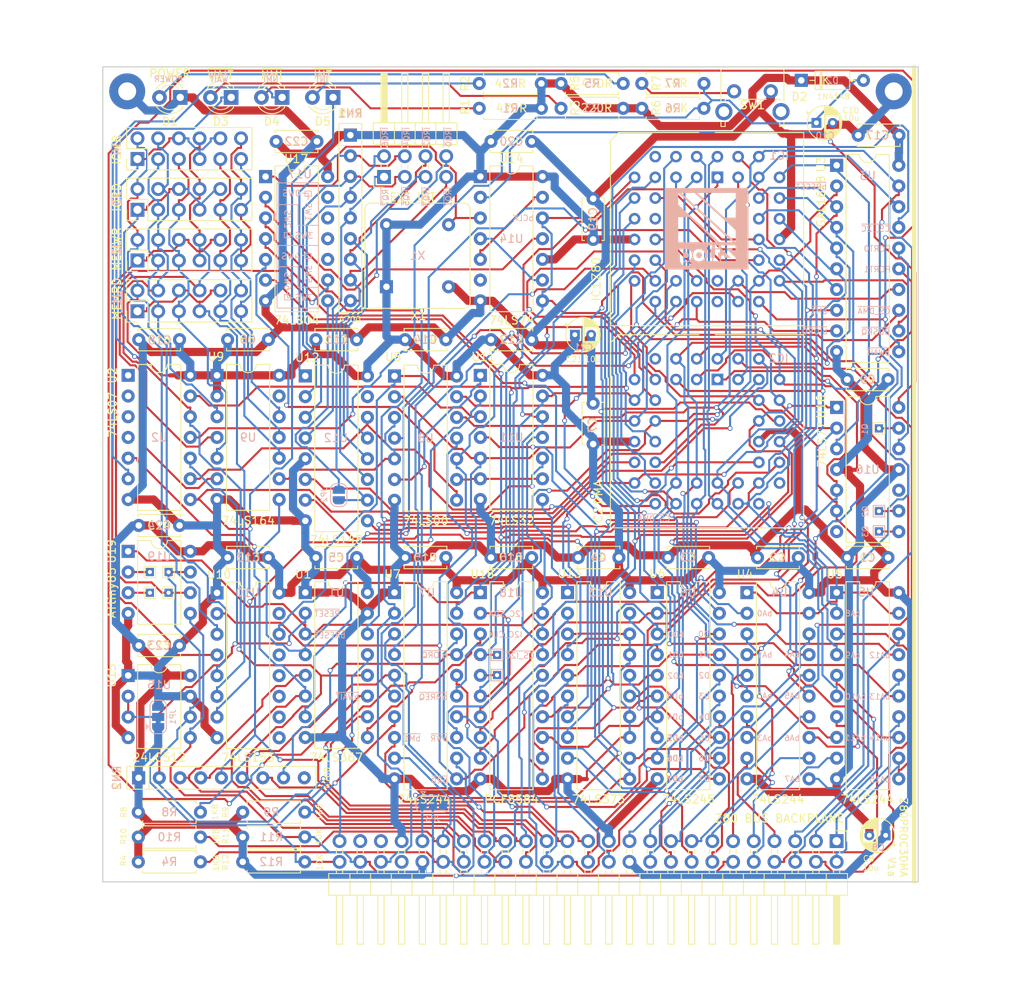
<source format=kicad_pcb>
(kicad_pcb (version 20221018) (generator pcbnew)
  (layers (0 "F.Cu" signal) (31 "B.Cu" signal) (34 "B.Paste" user) (35 "F.Paste" user) (36 "B.SilkS" user "B.Silkscreen") (37 "F.SilkS" user "F.Silkscreen") (38 "B.Mask" user) (39 "F.Mask" user) (44 "Edge.Cuts" user))
  (net 0 "")
  (net 1 "VCC")
  (net 2 "GND")
  (net 3 "/A11")
  (net 4 "/A10")
  (net 5 "/A12")
  (net 6 "/A9")
  (net 7 "/A13")
  (net 8 "/A8")
  (net 9 "/A14")
  (net 10 "/A7")
  (net 11 "/A15")
  (net 12 "/A6")
  (net 13 "/CLK")
  (net 14 "/A5")
  (net 15 "/D4")
  (net 16 "/A4")
  (net 17 "/D3")
  (net 18 "/A3")
  (net 19 "/D5")
  (net 20 "/A2")
  (net 21 "/D6")
  (net 22 "/A1")
  (net 23 "/A0")
  (net 24 "/D2")
  (net 25 "/D7")
  (net 26 "/D0")
  (net 27 "/D1")
  (net 28 "Net-(IC1-Pad32)")
  (net 29 "/bA11")
  (net 30 "/bA12")
  (net 31 "/bA13")
  (net 32 "/bA14")
  (net 33 "/bA15")
  (net 36 "Net-(IC1-Pad20)")
  (net 37 "/~{bMREQ}")
  (net 38 "/~{bRD}")
  (net 41 "/~{bWR}")
  (net 42 "Net-(IC1-Pad19)")
  (net 43 "Net-(IC1-Pad18)")
  (net 44 "/bA0")
  (net 45 "/bA1")
  (net 46 "/SPARE1")
  (net 47 "/SPARE6")
  (net 48 "Net-(C10-Pad1)")
  (net 49 "Net-(D3-Pad2)")
  (net 50 "/WS-MEMRD")
  (net 51 "/1WS")
  (net 52 "/2WS")
  (net 53 "/3WS")
  (net 54 "/4WS")
  (net 55 "/5WS")
  (net 56 "/6WS")
  (net 57 "/7WS")
  (net 58 "/WS-MEMWR")
  (net 59 "/WS-IORD")
  (net 60 "/WS-IOWR")
  (net 61 "/READY")
  (net 62 "/bA2")
  (net 63 "/bA3")
  (net 64 "Net-(U11-Pad1)")
  (net 65 "/RDY")
  (net 66 "/8WS")
  (net 67 "Net-(D1-Pad2)")
  (net 68 "Net-(D4-Pad2)")
  (net 69 "Net-(D4-Pad1)")
  (net 70 "Net-(D5-Pad2)")
  (net 71 "/~{INT}")
  (net 72 "/~{WAIT}")
  (net 73 "/~{IORQ}")
  (net 74 "/~{RD}")
  (net 75 "/~{MREQ}")
  (net 76 "/~{WR}")
  (net 77 "/~{HALT}")
  (net 78 "/~{BUSACK}")
  (net 79 "/~{NMI}")
  (net 80 "/~{BUSRQ}")
  (net 81 "/~{RESET}")
  (net 82 "/~{M1}")
  (net 83 "/~{RFSH}")
  (net 84 "/~{IRQ7}")
  (net 85 "/~{IRQ6}")
  (net 86 "/~{IRQ5}")
  (net 87 "/~{IRQ4}")
  (net 88 "/~{IRQ3}")
  (net 89 "/~{IRQ2}")
  (net 90 "/~{IRQ1}")
  (net 91 "/~{IRQ0}")
  (net 92 "/bA4")
  (net 93 "/bA5")
  (net 94 "/bA6")
  (net 95 "/~{MR}")
  (net 96 "/~{INTA}")
  (net 97 "Net-(U12-Pad7)")
  (net 98 "Net-(U12-Pad6)")
  (net 99 "Net-(U12-Pad9)")
  (net 100 "/bCLK")
  (net 101 "/CLKSEL")
  (net 102 "Net-(U11-Pad8)")
  (net 103 "/bD1")
  (net 104 "/bD0")
  (net 105 "/bD7")
  (net 106 "/bD2")
  (net 107 "/bD6")
  (net 108 "/bD5")
  (net 109 "/bD3")
  (net 110 "/bD4")
  (net 111 "/~{bIORQ}")
  (net 112 "/~{IM2-INT}")
  (net 113 "/~{bM1}")
  (net 114 "/bA7")
  (net 115 "/bA8")
  (net 116 "/bA9")
  (net 117 "/bA10")
  (net 121 "/0WS")
  (net 122 "/~{bIEO}")
  (net 123 "Net-(JP1-Pad2)")
  (net 129 "Net-(U14-Pad4)")
  (net 130 "Net-(U14-Pad13)")
  (net 138 "/~{CS_DMA}")
  (net 139 "Net-(NT2-Pad2)")
  (net 141 "/~{CS_I2C}")
  (net 142 "Net-(R7-Pad1)")
  (net 143 "/~{BAI}")
  (net 144 "/~{BAO}")
  (net 145 "/PORT0")
  (net 146 "/PORT1")
  (net 147 "Net-(U6-Pad19)")
  (net 148 "Net-(U17-Pad6)")
  (net 149 "Net-(JP2-Pad1)")
  (net 150 "Net-(U17-Pad5)")
  (net 151 "Net-(U14-Pad11)")
  (net 154 "Net-(PB1-Pad1)")
  (net 155 "Net-(PB3-Pad1)")
  (net 160 "/~{bWAIT}")
  (net 161 "Net-(PB4-Pad1)")
  (net 162 "Net-(U14-Pad3)")
  (net 163 "/~{DREQ0}")
  (net 164 "/~{TEND0}")
  (net 165 "/~{IEO}")
  (net 166 "Net-(Q1-Pad1)")
  (net 167 "Net-(Q2-Pad1)")
  (net 168 "/BUSACK")
  (net 169 "Net-(Q3-Pad1)")
  (net 170 "/~{bRESET}")
  (net 171 "Net-(IC2-Pad27)")
  (net 172 "Net-(JP3-Pad2)")
  (net 173 "Net-(U11-Pad11)")
  (net 174 "/I2C_SDA")
  (net 175 "/I2C_CLK")
  (net 176 "Net-(IC2-Pad42)")
  (net 177 "Net-(TestPoint1-Pad1)")
  (net 178 "Net-(TestPoint2-Pad1)")
  (footprint "Resistor_THT:R_Axial_DIN0207_L6.3mm_D2.5mm_P7.62mm_Horizontal" (layer "F.Cu") (at 90.17 53.086)
    (fp_text reference "R1")
    (fp_text value "470R")
  )
  (footprint "Resistor_THT:R_Axial_DIN0207_L6.3mm_D2.5mm_P7.62mm_Horizontal" (layer "F.Cu") (at 100.203 50.038)
    (fp_text reference "R5")
    (fp_text value "470R")
  )
  (footprint "Resistor_THT:R_Axial_DIN0207_L6.3mm_D2.5mm_P7.62mm_Horizontal" (layer "F.Cu") (at 110.109 53.086)
    (fp_text reference "R6")
    (fp_text value "10K")
  )
  (footprint "Resistor_THT:R_Axial_DIN0207_L6.3mm_D2.5mm_P7.62mm_Horizontal" (layer "F.Cu") (at 110.109 50.038)
    (fp_text reference "R7")
    (fp_text value "10R")
  )
  (footprint "Resistor_THT:R_Axial_DIN0207_L6.3mm_D2.5mm_P7.62mm_Horizontal" (layer "F.Cu") (at 100.203 53.086)
    (fp_text reference "R3")
    (fp_text value "220R")
  )
  (footprint "Package_DIP:DIP-16_W7.62mm" (layer "F.Cu") (at 68.84 112.5)
    (fp_text reference "U1")
    (fp_text value "74LS367")
  )
  (footprint "Package_DIP:DIP-20_W7.62mm" (layer "F.Cu") (at 123 112.5)
    (fp_text reference "U4")
    (fp_text value "74LS244")
  )
  (footprint "Package_DIP:DIP-20_W7.62mm" (layer "F.Cu") (at 134 112.5)
    (fp_text reference "U5")
    (fp_text value "74LS244")
  )
  (footprint "Package_DIP:DIP-20_W7.62mm" (layer "F.Cu") (at 112 112.5)
    (fp_text reference "U6")
    (fp_text value "74LS245")
  )
  (footprint "Package_DIP:DIP-16_W7.62mm" (layer "F.Cu") (at 58.0136 112.537)
    (fp_text reference "U10")
    (fp_text value "74LS153")
  )
  (footprint "Capacitor_THT:C_Disc_D5.0mm_W2.5mm_P5.00mm" (layer "F.Cu") (at 140.3 108.204 180)
    (fp_text reference "C1")
    (fp_text value "0.1u" hide)
  )
  (footprint "Capacitor_THT:C_Disc_D5.0mm_W2.5mm_P5.00mm" (layer "F.Cu") (at 129.3 108.204 180)
    (fp_text reference "C2")
    (fp_text value "0.1u" hide)
  )
  (footprint "Capacitor_THT:C_Disc_D5.0mm_W2.5mm_P5.00mm" (layer "F.Cu") (at 118.3 108.204 180)
    (fp_text reference "C3")
    (fp_text value "0.1u" hide)
  )
  (footprint "Capacitor_THT:C_Disc_D5.0mm_W2.5mm_P5.00mm" (layer "F.Cu") (at 107.3 108.204 180)
    (fp_text reference "C4")
    (fp_text value "0.1u" hide)
  )
  (footprint "Capacitor_THT:C_Disc_D5.0mm_W2.5mm_P5.00mm" (layer "F.Cu") (at 64.3136 108.204 180)
    (fp_text reference "C13")
    (fp_text value "0.1u" hide)
  )
  (footprint "Capacitor_THT:C_Disc_D5.0mm_W2.5mm_P5.00mm" (layer "F.Cu") (at 104.14 94.281 90)
    (fp_text reference "C7")
    (fp_text value "0.1u" hide)
  )
  (footprint "Capacitor_THT:CP_Radial_D4.0mm_P2.00mm" (layer "F.Cu") (at 140.0122 142.2908 180)
    (fp_text reference "C8")
    (fp_text value "10u")
  )
  (footprint "Connector_PinHeader_2.54mm:PinHeader_2x25_P2.54mm_Horizontal" (layer "F.Cu") (at 134 143 -90)
    (fp_text reference "P1" hide)
    (fp_text value "Z80 BUS BACKPLANE")
  )
  (footprint "Capacitor_THT:C_Disc_D5.0mm_W2.5mm_P5.00mm" (layer "F.Cu") (at 75.14 108.204 180)
    (fp_text reference "C5")
    (fp_text value "0.1u" hide)
  )
  (footprint "LED_THT:LED_D3.0mm" (layer "F.Cu") (at 66 51.75 180)
    (fp_text reference "D4")
    (fp_text value "~{NMI}")
  )
  (footprint "LED_THT:LED_D3.0mm" (layer "F.Cu") (at 72.25 51.75 180)
    (fp_text reference "D5")
    (fp_text value "~{INT}")
  )
  (footprint "MountingHole:MountingHole_2.2mm_M2_Pad" (layer "F.Cu") (at 47 51)
    (fp_text reference "H1" hide)
    (fp_text value "BRACKET" hide)
  )
  (footprint "MountingHole:MountingHole_2.2mm_M2_Pad" (layer "F.Cu") (at 141 51)
    (fp_text reference "H2" hide)
    (fp_text value "BRACKET" hide)
  )
  (footprint "Connector_PinHeader_2.54mm:PinHeader_2x04_P2.54mm_Horizontal" (layer "F.Cu") (at 78.5 61.5 90)
    (fp_text reference "P3" hide)
    (fp_text value "EXT INT")
  )
  (footprint "Resistor_THT:R_Axial_DIN0207_L6.3mm_D2.5mm_P7.62mm_Horizontal" (layer "F.Cu") (at 90.17 50.038)
    (fp_text reference "R2")
    (fp_text value "470R")
  )
  (footprint "Resistor_THT:R_Array_SIP9" (layer "F.Cu") (at 48.3974 135.2296)
    (fp_text reference "RN2")
    (fp_text value "4700")
  )
  (footprint "Package_DIP:DIP-16_W7.62mm" (layer "F.Cu") (at 68.84 85.9178)
    (fp_text reference "U12")
    (fp_text value "74LS148")
  )
  (footprint "LED_THT:LED_D3.0mm" (layer "F.Cu") (at 59.75 51.75 180)
    (fp_text reference "D3")
    (fp_text value "~{WAIT}")
  )
  (footprint "LED_THT:LED_D3.0mm" (layer "F.Cu") (at 53.5 51.75 180)
    (fp_text reference "D1")
    (fp_text value "POWER")
  )
  (footprint "Capacitor_THT:C_Disc_D5.0mm_W2.5mm_P5.00mm" (layer "F.Cu") (at 86.08 108.204 180)
    (fp_text reference "C15")
    (fp_text value "0.1u" hide)
  )
  (footprint "Package_DIP:DIP-20_W7.62mm" (layer "F.Cu") (at 79.78 112.5)
    (fp_text reference "U7")
    (fp_text value "74LS244")
  )
  (footprint "Package_DIP:DIP-20_W7.62mm" (layer "F.Cu") (at 101 112.5)
    (fp_text reference "U13")
    (fp_text value "74LS373")
  )
  (footprint "Capacitor_THT:C_Disc_D5.0mm_W2.5mm_P5.00mm" (layer "F.Cu") (at 96.607 108.204 180)
    (fp_text reference "C16")
    (fp_text value "0.1u" hide)
  )
  (footprint "Capacitor_THT:C_Disc_D5.0mm_W2.5mm_P5.00mm" (layer "F.Cu") (at 141.65 56.388 180)
    (fp_text reference "C17")
    (fp_text value "0.1u" hide)
  )
  (footprint "Resistor_THT:R_Array_SIP9" (layer "F.Cu") (at 74.3712 56.373 -90)
    (fp_text reference "RN1")
    (fp_text value "4700")
  )
  (footprint "Diode_THT:D_DO-35_SOD27_P7.62mm_Horizontal" (layer "F.Cu") (at 129.667 49.657)
    (fp_text reference "D2")
    (fp_text value "1N4148")
  )
  (footprint "Capacitor_THT:CP_Radial_D4.0mm_P2.00mm" (layer "F.Cu") (at 131.5158 54.864)
    (fp_text reference "C10")
    (fp_text value "10u")
  )
  (footprint "Capacitor_THT:C_Disc_D5.0mm_W2.5mm_P5.00mm" (layer "F.Cu") (at 53.417 81.469 180)
    (fp_text reference "C18")
    (fp_text value "0.1u" hide)
  )
  (footprint "Capacitor_THT:C_Disc_D5.0mm_W2.5mm_P5.00mm" (layer "F.Cu") (at 140.3 86.36 180)
    (fp_text reference "C9")
    (fp_text value "0.1u" hide)
  )
  (footprint "Resistor_THT:R_Axial_DIN0207_L6.3mm_D2.5mm_P7.62mm_Horizontal" (layer "F.Cu") (at 48.3616 145.542)
    (fp_text reference "R4")
    (fp_text value "1K8")
  )
  (footprint "Package_DIP:DIP-14_W7.62mm" (layer "F.Cu") (at 58.0136 85.847)
    (fp_text reference "U9")
    (fp_text value "74LS164")
  )
  (footprint "Package_LCC:PLCC-44_THT-Socket" (layer "F.Cu") (at 119.38 86.36)
    (fp_text reference "IC2")
    (fp_text value "DMA")
  )
  (footprint "Capacitor_THT:C_Disc_D5.0mm_W2.5mm_P5.00mm" (layer "F.Cu") (at 91.607 57.15)
    (fp_text reference "C20")
    (fp_text value "0.1u" hide)
  )
  (footprint "Package_DIP:DIP-8_W7.62mm" (layer "F.Cu") (at 47.117 122.682)
    (fp_text reference "U15")
    (fp_text value "24LC512")
  )
  (footprint "Package_DIP:DIP-14_W7.62mm" (layer "F.Cu") (at 63.9672 61.463)
    (fp_text reference "U17")
    (fp_text value "74LS04")
  )
  (footprint "Capacitor_THT:C_Disc_D5.0mm_W2.5mm_P5.00mm" (layer "F.Cu") (at 70.14 81.469)
    (fp_text reference "C11")
    (fp_text value "0.1u" hide)
  )
  (footprint "Connector_PinHeader_2.54mm:PinHeader_2x06_P2.54mm_Vertical" (layer "F.Cu") (at 48.26 65.532 90)
    (fp_text reference "J3" hide)
    (fp_text value "IORD")
  )
  (footprint "Package_DIP:DIP-14_W7.62mm" (layer "F.Cu") (at 134 89.784)
    (fp_text reference "U16")
    (fp_text value "74LS77")
  )
  (footprint "Package_DIP:DIP-14_W7.62mm" (layer "F.Cu") (at 90.307 85.847)
    (fp_text reference "U11")
    (fp_text value "74LS32")
  )
  (footprint "NetTie:NetTie-2_SMD_Pad0.5mm" (layer "F.Cu") (at 102.87 135.382)
    (fp_text reference "NT2" hide)
    (fp_text value "NetTie_2" hide)
  )
  (footprint "Capacitor_THT:C_Disc_D5.0mm_W2.5mm_P5.00mm" (layer "F.Cu") (at 104.14 69.175 90)
    (fp_text reference "C19")
    (fp_text value "0.1u" hide)
  )
  (footprint "Package_LCC:PLCC-44_THT-Socket" (layer "F.Cu") (at 119.38 61.555)
    (fp_text reference "IC1")
    (fp_text value "Z80")
  )
  (footprint "Connector_PinHeader_2.54mm:PinHeader_2x06_P2.54mm_Vertical" (layer "F.Cu") (at 48.26 59.309 90)
    (fp_text reference "J4" hide)
    (fp_text value "IOWR")
  )
  (footprint "Oscillator:Oscillator_DIP-8" (layer "F.Cu") (at 78.7908 74.9808)
    (fp_text reference "X1")
    (fp_text value "CXO_DIP8" hide)
  )
  (footprint "TestPoint:TestPoint_THTPad_1.0x1.0mm_Drill0.5mm" (layer "F.Cu") (at 52.07 112.522)
    (fp_text reference "PB1" hide)
    (fp_text value "TestPoint" hide)
  )
  (footprint "TestPoint:TestPoint_THTPad_1.0x1.0mm_Drill0.5mm" (layer "F.Cu") (at 49.784 109.982)
    (fp_text reference "PB3" hide)
    (fp_text value "TestPoint" hide)
  )
  (footprint "Package_DIP:DIP-8_W7.62mm" (layer "F.Cu") (at 47.117 107.442)
    (fp_text reference "U19")
    (fp_text value "ATtiny85")
  )
  (footprint "Resistor_THT:R_Axial_DIN0207_L6.3mm_D2.5mm_P7.62mm_Horizontal" (layer "F.Cu") (at 61.1632 145.542)
    (fp_text reference "R12")
    (fp_text value "10K")
  )
  (footprint "Package_DIP:DIP-14_W7.62mm" (layer "F.Cu") (at 47.117 85.847)
    (fp_text reference "U2")
    (fp_text value "74LS07")
  )
  (footprint "Resistor_THT:R_Axial_DIN0207_L6.3mm_D2.5mm_P7.62mm_Horizontal" (layer "F.Cu") (at 61.1632 139.446)
    (fp_text reference "R9")
    (fp_text value "1K8")
  )
  (footprint "Capacitor_THT:C_Disc_D5.0mm_W2.5mm_P5.00mm" (layer "F.Cu") (at 59.3136 81.469)
    (fp_text reference "C6")
    (fp_text value "0.1u" hide)
  )
  (footprint "TestPoint:TestPoint_THTPad_1.0x1.0mm_Drill0.5mm" (layer "F.Cu") (at 139.192 92.3544 90)
    (fp_text reference "Q1")
    (fp_text value "TestPoint" hide)
  )
  (footprint "TestPoint:TestPoint_THTPad_1.0x1.0mm_Drill0.5mm" (layer "F.Cu") (at 52.07 109.982)
    (fp_text reference "PB2" hide)
    (fp_text value "TestPoint" hide)
  )
  (footprint "Package_DIP:DIP-14_W7.62mm" (layer "F.Cu") (at 90.307 61.463)
    (fp_text reference "U14")
    (fp_text value "74LS74")
  )
  (footprint "Capacitor_THT:CP_Radial_D4.0mm_P2.00mm" (layer "F.Cu") (at 101.8974 80.859)
    (fp_text reference "C21")
    (fp_text value "10u")
  )
  (footprint "Capacitor_THT:C_Disc_D5.0mm_W2.5mm_P5.00mm" (layer "F.Cu") (at 81.08 81.469)
    (fp_text reference "C14")
    (fp_text value "0.1u" hide)
  )
  (footprint "Package_DIP:DIP-20_W7.62mm" (layer "F.Cu") (at 90.307 112.5)
    (fp_text reference "U18")
    (fp_text value "PCF8584")
  )
  (footprint "NetTie:NetTie-2_SMD_Pad0.5mm" (layer "F.Cu") (at 52.7304 85.852 180)
    (fp_text reference "NT1" hide)
    (fp_text value "NetTie_2" hide)
  )
  (footprint "Button_Switch_THT:SW_Tactile_SPST_Angled_PTS645Vx58-2LFS" (layer "F.Cu") (at 121.423 51.0045)
    (fp_text reference "SW1")
    (fp_text value "SW_Push" hide)
  )
  (footprint "NetTie:NetTie-2_SMD_Pad0.5mm" (layer "F.Cu") (at 135.9916 97.4344)
    (fp_text reference "NT4" hide)
    (fp_text value "NetTie_2" hide)
  )
  (footprint "Capacitor_THT:C_Disc_D5.0mm_W2.5mm_P5.00mm" (layer "F.Cu") (at 48.417 118.999)
    (fp_text reference "C23")
    (fp_text value "0.1u" hide)
  )
  (footprint "Package_DIP:DIP-20_W7.62mm" (layer "F.Cu") (at 134 60.076)
    (fp_text reference "U3")
    (fp_text value "GAL16V8")
  )
  (footprint "Package_DIP:DIP-14_W7.62mm" (layer "F.Cu") (at 79.78 85.933)
    (fp_text reference "U8")
    (fp_text value "74LS00")
  )
  (footprint "Resistor_THT:R_Axial_DIN0207_L6.3mm_D2.5mm_P7.62mm_Horizontal" (layer "F.Cu") (at 48.3616 142.494)
    (fp_text reference "R10")
    (fp_text value "1K8")
  )
  (footprint "Connector_PinHeader_2.54mm:PinHeader_2x06_P2.54mm_Vertical" (layer "F.Cu") (at 48.26 77.983 90)
    (fp_text reference "J1" hide)
    (fp_text value "MEMRD")
  )
  (footprint "Capacitor_THT:C_Disc_D5.0mm_W2.5mm_P5.00mm" (layer "F.Cu") (at 91.607 81.469)
    (fp_text reference "C12")
    (fp_text value "0.1u" hide)
  )
  (footprint "Resistor_THT:R_Axial_DIN0207_L6.3mm_D2.5mm_P7.62mm_Horizontal" (layer "F.Cu") (at 61.1632 142.494)
    (fp_text reference "R11")
    (fp_text value "10K")
  )
  (footprint "Connector_PinHeader_2.54mm:PinHeader_2x06_P2.54mm_Vertical" (layer "F.Cu") (at 48.26 71.76 90)
    (fp_text reference "J2" hide)
    (fp_text value "MEMWR")
  )
  (footprint "Capacitor_THT:C_Disc_D5.0mm_W2.5mm_P5.00mm" (layer "F.Cu") (at 48.417 104.267)
    (fp_text reference "C24")
    (fp_text value "0.1u" hide)
  )
  (footprint "Resistor_THT:R_Axial_DIN0207_L6.3mm_D2.5mm_P7.62mm_Horizontal" (layer "F.Cu") (at 48.3616 139.446)
    (fp_text reference "R8")
    (fp_text value "1K8")
  )
  (footprint "Capacitor_THT:C_Disc_D5.0mm_W2.5mm_P5.00mm" (layer "F.Cu") (at 65.2672 57.15)
    (fp_text reference "C22")
    (fp_text value "0.1u" hide)
  )
  (footprint "TestPoint:TestPoint_THTPad_1.0x1.0mm_Drill0.5mm" (layer "F.Cu") (at 49.784 112.522)
    (fp_text reference "PB4" hide)
    (fp_text value "TestPoint" hide)
  )
  (footprint "TestPoint:TestPoint_THTPad_1.0x1.0mm_Drill0.5mm" (layer "B.Cu") (at 139.192 105.0036 90)
    (fp_text reference "Q3")
    (fp_text value "TestPoint" hide)
  )
  (footprint "NetTie:NetTie-2_SMD_Pad0.5mm" (layer "B.Cu") (at 83.6676 147.1168)
    (fp_text reference "NT3" hide)
    (fp_text value "NetTie_2" hide)
  )
  (footprint "Jumper:SolderJumper-2_P1.3mm_Open_RoundedPad1.0x1.5mm" (layer "B.Cu") (at 72.9488 100.5332 -90)
    (fp_text reference "JP2")
    (fp_text value "SolderJumper_2_Open" hide)
  )
  (footprint "TestPoint:TestPoint_THTPad_1.0x1.0mm_Drill0.5mm" (layer "B.Cu") (at 139.192 102.5144 90)
    (fp_text reference "Q2")
    (fp_text value "TestPoint" hide)
  )
  (footprint "Jumper:SolderJumper-3_P1.3mm_Open_RoundedPad1.0x1.5mm" (layer "B.Cu") (at 84.4804 138.43)
    (fp_text reference "JP3")
    (fp_text value "SolderJumper_3_Open" hide)
  )
  (footprint "TestPoint:TestPoint_THTPad_1.0x1.0mm_Drill0.5mm" (layer "B.Cu") (at 92.3544 120.142 180)
    (fp_text reference "TestPoint1" hide)
    (fp_text value "~{I2C_IACK}" hide)
  )
  (footprint "GraphicZ80:Zilog_Z80_graphic" (layer "B.Cu") (at 118.0592 67.8688 180)
    (fp_text reference "G***" hide)
    (fp_text value "LOGO" hide)
  )
  (footprint "Jumper:SolderJumper-3_P1.3mm_Bridged12_RoundedPad1.0x1.5mm" (layer "B.Cu") (at 50.8 127.762 90)
    (fp_text reference "JP1")
    (fp_text value "SolderJumper_3_Bridged12" hide)
  )
  (footprint "TestPoint:TestPoint_THTPad_1.0x1.0mm_Drill0.5mm" (layer "B.Cu") (at 92.3544 122.6312 180)
    (fp_text reference "TestPoint2" hide)
    (fp_text value "~{I2C_INT}" hide)
  )
  (gr_line (start 69.1896 63.5) (end 69.1896 64.262) (stroke (width 0.1)) (layer "B.SilkS"))
  (gr_line (start 66.6496 68.707) (end 66.6496 67.945) (stroke (width 0.1)) (layer "B.SilkS"))
  (gr_line (start 65.3796 69.9135) (end 70.4596 69.9135) (stroke (width 0.1)) (layer "B.SilkS"))
  (gr_rect (start 66.2686 75.946) (end 67.0306 76.581) (stroke (width 0.1)) (fill none) (layer "B.SilkS"))
  (gr_line (start 66.6496 76.327) (end 66.6496 75.565) (stroke (width 0.1)) (layer "B.SilkS"))
  (gr_line (start 67.9196 67.437) (end 70.4596 67.437) (stroke (width 0.1)) (layer "B.SilkS"))
  (gr_line (start 68.4276 71.12) (end 69.1896 71.12) (stroke (width 0.1)) (layer "B.SilkS"))
  (gr_rect (start 66.2686 68.326) (end 67.0306 68.961) (stroke (width 0.1)) (fill none) (layer "B.SilkS"))
  (gr_line (start 65.3796 72.517) (end 67.9196 72.517) (stroke (width 0.1)) (layer "B.SilkS"))
  (gr_rect (start 68.8086 70.866) (end 69.5706 71.501) (stroke (width 0.1)) (fill none) (layer "B.SilkS"))
  (gr_rect (start 65.3796 62.23) (end 70.4596 77.597) (stroke (width 0.1)) (fill none) (layer "B.SilkS"))
  (gr_line (start 67.9196 64.897) (end 67.9196 67.437) (stroke (width 0.1)) (layer "B.SilkS"))
  (gr_line (start 69.1896 71.12) (end 69.1896 71.882) (stroke (width 0.1)) (layer "B.SilkS"))
  (gr_line (start 67.9196 75.057) (end 70.4596 75.057) (stroke (width 0.1)) (layer "B.SilkS"))
  (gr_line (start 67.4116 68.707) (end 66.6496 68.707) (stroke (width 0.1)) (layer "B.SilkS"))
  (gr_line (start 67.4116 76.327) (end 66.6496 76.327) (stroke (width 0.1)) (layer "B.SilkS"))
  (gr_line (start 65.3796 64.897) (end 67.9196 64.897) (stroke (width 0.1)) (layer "B.SilkS"))
  (gr_rect (start 68.8086 63.246) (end 69.5706 63.881) (stroke (width 0.1)) (fill none) (layer "B.SilkS"))
  (gr_line (start 68.4276 63.5) (end 69.1896 63.5) (stroke (width 0.1)) (layer "B.SilkS"))
  (gr_line (start 67.9196 72.517) (end 67.9196 75.057) (stroke (width 0.1)) (layer "B.SilkS"))
  (gr_line (start 143.5 148) (end 143.5 48) (stroke (width 0.5)) (layer "F.SilkS"))
  (gr_line (start 144 48) (end 44 48) (stroke (width 0.15)) (layer "Edge.Cuts"))
  (gr_line (start 44 48) (end 44 148) (stroke (width 0.15)) (layer "Edge.Cuts"))
  (gr_line (start 44 148) (end 144 148) (stroke (width 0.15)) (layer "Edge.Cuts"))
  (gr_line (start 144 148) (end 144 48) (stroke (width 0.15)) (layer "Edge.Cuts"))
  (gr_text "6WS" (at 66.6496 74.295 -90) (layer "B.SilkS") (effects (font (size 0.75 0.75) (thickness 0.1)) (justify mirror)))
  (gr_text "5WS" (at 69.1896 73.406 -90) (layer "B.SilkS") (effects (font (size 0.75 0.75) (thickness 0.1)) (justify mirror)))
  (gr_text "0WS" (at 67.1576 63.5) (layer "B.SilkS") (effects (font (size 0.75 0.75) (thickness 0.1)) (justify mirror)))
  (gr_text "7WS" (at 68.6816 76.327) (layer "B.SilkS") (effects (font (size 0.75 0.75) (thickness 0.1)) (justify mirror)))
  (gr_text "3WS" (at 68.6816 68.707) (layer "B.SilkS") (effects (font (size 0.75 0.75) (thickness 0.1)) (justify mirror)))
  (gr_text "1WS" (at 69.1896 65.786 -90) (layer "B.SilkS") (effects (font (size 0.75 0.75) (thickness 0.1)) (justify mirror)))
  (gr_text "2WS" (at 66.6496 66.675 -90) (layer "B.SilkS") (effects (font (size 0.75 0.75) (thickness 0.1)) (justify mirror)))
  (gr_text "4WS" (at 67.0306 71.247) (layer "B.SilkS") (effects (font (size 0.75 0.75) (thickness 0.1)) (justify mirror)))
  (gr_text "Z80PROC3DMA\nV1a\n" (at 141.478 147.5232 270) (layer "F.SilkS") (effects (font (size 0.9 0.9)) (justify right)))
  (segment (start 97.927 112.5) (end 97.927 110.9997) (width 1) (layer "F.Cu") (net 1))
  (segment (start 140.3 108.204) (end 138.6171 109.8869) (width 1) (layer "F.Cu") (net 1))
  (segment (start 67.1339 111.5993) (end 68.3812 110.352) (width 1) (layer "F.Cu") (net 1))
  (segment (start 123.673 50.9847) (end 125.2981 49.3596) (width 1) (layer "F.Cu") (net 1))
  (segment (start 100.203 50.038) (end 103.251 53.086) (width 1) (layer "F.Cu") (net 1))
  (segment (start 135.4916 97.4344) (end 134.0304 97.4344) (width 1) (layer "F.Cu") (net 1))
  (segment (start 95.8692 108.9418) (end 93.8113 110.9997) (width 1) (layer "F.Cu") (net 1))
  (segment (start 129.667 49.657) (end 128.1667 49.657) (width 1) (layer "F.Cu") (net 1))
  (segment (start 68.8963 83.2433) (end 67.1339 85.0057) (width 1) (layer "F.Cu") (net 1))
  (segment (start 97.927 71.623) (end 99.4273 71.623) (width 1) (layer "F.Cu") (net 1))
  (segment (start 104.441 93.98) (end 104.14 94.281) (width 1) (layer "F.Cu") (net 1))
  (segment (start 101.8753 69.175) (end 104.14 69.175) (width 1) (layer "F.Cu") (net 1))
  (segment (start 52.0472 122.6292) (end 52.0472 122.682) (width 1) (layer "F.Cu") (net 1))
  (segment (start 138.6171 109.8869) (end 138.6171 110.9974) (width 1) (layer "F.Cu") (net 1))
  (segment (start 95.8692 108.9418) (end 97.927 110.9997) (width 1) (layer "F.Cu") (net 1))
  (segment (start 131.1673 49.657) (end 134.919 49.657) (width 1) (layer "F.Cu") (net 1))
  (segment (start 107.3 109.6797) (end 108.62 110.9997) (width 1) (layer "F.Cu") (net 1))
  (segment (start 118.3 108.204) (end 115.5043 110.9997) (width 1) (layer "F.Cu") (net 1))
  (segment (start 76.6404 109.7044) (end 86.08 109.7044) (width 1) (layer "F.Cu") (net 1))
  (segment (start 87.4 85.933) (end 85.8997 85.933) (width 1) (layer "F.Cu") (net 1))
  (segment (start 48.3974 135.2296) (end 48.3974 133.7293) (width 1) (layer "F.Cu") (net 1))
  (segment (start 140.3 108.204) (end 136.8709 104.7749) (width 1) (layer "F.Cu") (net 1))
  (segment (start 120.9104 55.2603) (end 123.673 52.4977) (width 1) (layer "F.Cu") (net 1))
  (segment (start 54.737 122.682) (end 53.2367 122.682) (width 1) (layer "F.Cu") (net 1))
  (segment (start 107.823 53.086) (end 110.109 53.086) (width 1) (layer "F.Cu") (net 1))
  (segment (start 67.1339 112.537) (end 67.1339 111.5993) (width 1) (layer "F.Cu") (net 1))
  (segment (start 48.3616 139.446) (end 49.8738 140.9582) (width 1) (layer "F.Cu") (net 1))
  (segment (start 65.6336 85.847) (end 67.1339 85.847) (width 1) (layer "F.Cu") (net 1))
  (segment (start 72.8709 56.373) (end 72.8709 56.6921) (width 1) (layer "F.Cu") (net 1))
  (segment (start 49.8738 140.9582) (end 49.8738 140.9818) (width 1) (layer "F.Cu") (net 1))
  (segment (start 54.737 85.847) (end 58.0136 85.847) (width 1) (layer "F.Cu") (net 1))
  (segment (start 72.992 110.352) (end 75.14 108.204) (width 1) (layer "F.Cu") (net 1))
  (segment (start 70.14 81.469) (end 70.14 83.2433) (width 1) (layer "F.Cu") (net 1))
  (segment (start 64.1333 85.847) (end 59.5139 85.847) (width 1) (layer "F.Cu") (net 1))
  (segment (start 110.109 53.086) (end 112.2833 55.2603) (width 1) (layer "F.Cu") (net 1))
  (segment (start 65.6336 85.847) (end 64.1333 85.847) (width 1) (layer "F.Cu") (net 1))
  (segment (start 107.3 108.204) (end 107.3 109.6797) (width 1) (layer "F.Cu") (net 1))
  (segment (start 138.6171 110.9974) (end 140.1197 112.5) (width 1) (layer "F.Cu") (net 1))
  (segment (start 53.2304 85.852) (end 53.2317 85.852) (width 1) (layer "F.Cu") (net 1))
  (segment (start 92.0487 81.469) (end 91.607 81.469) (width 1) (layer "F.Cu") (net 1))
  (segment (start 134.0304 97.4344) (end 134 97.404) (width 1) (layer "F.Cu") (net 1))
  (segment (start 61.1632 139.4696) (end 61.1632 139.446) (width 1) (layer "F.Cu") (net 1))
  (segment (start 103.251 53.086) (end 107.823 53.086) (width 1) (layer "F.Cu") (net 1))
  (segment (start 112.2833 55.2603) (end 120.9104 55.2603) (width 1) (layer "F.Cu") (net 1))
  (segment (start 90.307 61.463) (end 97.927 61.463) (width 1) (layer "F.Cu") (net 1))
  (segment (start 74.9597 85.9178) (end 72.2852 83.2433) (width 1) (layer "F.Cu") (net 1))
  (segment (start 70.9126 59.2881) (end 71.5872 59.9627) (width 1) (layer "F.Cu") (net 1))
  (segment (start 48.6174 133.5093) (end 48.3974 133.7293) (width 1) (layer "F.Cu") (net 1))
  (segment (start 86.08 109.7044) (end 86.08 108.204) (width 1) (layer "F.Cu") (net 1))
  (segment (start 58.0136 85.847) (end 59.5139 85.847) (width 1) (layer "F.Cu") (net 1))
  (segment (start 127.8693 49.3596) (end 128.1667 49.657) (width 1) (layer "F.Cu") (net 1))
  (segment (start 53.9869 85.847) (end 53.2367 85.847) (width 1) (layer "F.Cu") (net 1))
  (segment (start 136.8709 104.7749) (end 136.8709 99.4469) (width 1) (layer "F.Cu") (net 1))
  (segment (start 129.667 49.657) (end 131.1673 49.657) (width 1) (layer "F.Cu") (net 1))
  (segment (start 52.0472 122.682) (end 53.2367 122.682) (width 1) (layer "F.Cu") (net 1))
  (segment (start 97.79 50.038) (end 100.203 50.038) (width 1) (layer "F.Cu") (net 1))
  (segment (start 49.8738 140.9818) (end 59.651 140.9818) (width 1) (layer "F.Cu") (net 1))
  (segment (start 70.14 83.2433) (end 68.8963 83.2433) (width 1) (layer "F.Cu") (net 1))
  (segment (start 49.8738 140.9818) (end 48.3616 142.494) (width 1) (layer "F.Cu") (net 1))
  (segment (start 72.2852 83.2433) (end 70.14 83.2433) (width 1) (layer "F.Cu") (net 1))
  (segment (start 48.417 118.999) (end 52.0472 122.6292) (width 1) (layer "F.Cu") (net 1))
  (segment (start 48.3616 142.494) (end 48.3616 145.542) (width 1) (layer "F.Cu") (net 1))
  (segment (start 53.2317 85.852) (end 53.2367 85.847) (width 1) (layer "F.Cu") (net 1))
  (segment (start 109.22 93.98) (end 104.441 93.98) (width 1) (layer "F.Cu") (net 1))
  (segment (start 70.9126 58.6504) (end 70.9126 59.2881) (width 1) (layer "F.Cu") (net 1))
  (segment (start 93.8113 110.9997) (end 87.4 110.9997) (width 1) (layer "F.Cu") (net 1))
  (segment (start 48.6174 126.1118) (end 48.6174 133.5093) (width 1) (layer "F.Cu") (net 1))
  (segment (start 86.1047 109.7044) (end 87.4 110.9997) (width 1) (layer "F.Cu") (net 1))
  (segment (start 81.4357 81.469) (end 81.08 81.469) (width 1) (layer "F.Cu") (net 1))
  (segment (start 65.2672 57.15) (end 66.7676 58.6504) (width 1) (layer "F.Cu") (net 1))
  (segment (start 54.737 107.442) (end 53.2367 107.442) (width 1) (layer "F.Cu") (net 1))
  (segment (start 75.14 108.204) (end 76.6404 109.7044) (width 1) (layer "F.Cu") (net 1))
  (segment (start 96.607 108.204) (end 95.8692 108.9418) (width 1) (layer "F.Cu") (net 1))
  (segment (start 72.8709 56.6921) (end 70.9126 58.6504) (width 1) (layer "F.Cu") (net 1))
  (segment (start 67.1339 85.0057) (end 67.1339 85.847) (width 1) (layer "F.Cu") (net 1))
  (segment (start 58.0136 88.387) (end 58.0136 85.847) (width 1) (layer "F.Cu") (net 1))
  (segment (start 87.4 112.5) (end 87.4 110.9997) (width 1) (layer "F.Cu") (net 1))
  (segment (start 76.46 85.9178) (end 74.9597 85.9178) (width 1) (layer "F.Cu") (net 1))
  (segment (start 56.9864 106.6929) (end 61.0104 106.6929) (width 1) (layer "F.Cu") (net 1))
  (segment (start 66.7676 58.6504) (end 70.9126 58.6504) (width 1) (layer "F.Cu") (net 1))
  (segment (start 141.62 112.5) (end 140.1197 112.5) (width 1) (layer "F.Cu") (net 1))
  (segment (start 125.2981 49.3596) (end 127.8693 49.3596) (width 1) (layer "F.Cu") (net 1))
  (segment (start 74.3712 56.373) (end 72.8709 56.373) (width 1) (layer "F.Cu") (net 1))
  (segment (start 96.4267 85.847) (end 92.0487 81.469) (width 1) (layer "F.Cu") (net 1))
  (segment (start 132.1203 112.5) (end 132.1203 111.7498) (width 1) (layer "F.Cu") (net 1))
  (segment (start 61.0104 106.6929) (end 62.5215 108.204) (width 1) (layer "F.Cu") (net 1))
  (segment (start 53.9869 85.847) (end 54.737 85.847) (width 1) (layer "F.Cu") (net 1))
  (segment (start 62.5215 108.204) (end 64.3136 108.204) (width 1) (layer "F.Cu") (net 1))
  (segment (start 134.919 49.657) (end 141.65 56.388) (width 1) (layer "F.Cu") (net 1))
  (segment (start 136.8709 99.4469) (end 135.4916 98.0676) (width 1) (layer "F.Cu") (net 1))
  (segment (start 115.5043 110.9997) (end 108.62 110.9997) (width 1) (layer "F.Cu") (net 1))
  (segment (start 130.62 112.5) (end 132.1203 112.5) (width 1) (layer "F.Cu") (net 1))
  (segment (start 59.651 140.9818) (end 61.1632 139.4696) (width 1) (layer "F.Cu") (net 1))
  (segment (start 135.4916 98.0676) (end 135.4916 97.4344) (width 1) (layer "F.Cu") (net 1))
  (segment (start 108.62 112.5) (end 108.62 110.9997) (width 1) (layer "F.Cu") (net 1))
  (segment (start 59.651 140.9818) (end 61.1632 142.494) (width 1) (layer "F.Cu") (net 1))
  (segment (start 71.5872 61.463) (end 71.5872 59.9627) (width 1) (layer "F.Cu") (net 1))
  (segment (start 48.417 104.267) (end 50.0617 104.267) (width 1) (layer "F.Cu") (net 1))
  (segment (start 132.1203 111.7498) (end 132.8727 110.9974) (width 1) (layer "F.Cu") (net 1))
  (segment (start 50.0617 104.267) (end 53.2367 107.442) (width 1) (layer "F.Cu") (net 1))
  (segment (start 52.0472 122.682) (end 48.6174 126.1118) (width 1) (layer "F.Cu") (net 1))
  (segment (start 85.8997 85.933) (end 81.4357 81.469) (width 1) (layer "F.Cu") (net 1))
  (segment (start 86.08 109.7044) (end 86.1047 109.7044) (width 1) (layer "F.Cu") (net 1))
  (segment (start 68.3812 110.352) (end 72.992 110.352) (width 1) (layer "F.Cu") (net 1))
  (segment (start 56.2373 107.442) (end 56.9864 106.6929) (width 1) (layer "F.Cu") (net 1))
  (segment (start 97.927 85.847) (end 96.4267 85.847) (width 1) (layer "F.Cu") (net 1))
  (segment (start 132.8727 110.9974) (end 138.6171 110.9974) (width 1) (layer "F.Cu") (net 1))
  (segment (start 105.98 110.9997) (end 97.927 110.9997) (width 1) (layer "F.Cu") (net 1))
  (segment (start 65.6336 112.537) (end 67.1339 112.537) (width 1) (layer "F.Cu") (net 1))
  (segment (start 54.737 107.442) (end 56.2373 107.442) (width 1) (layer "F.Cu") (net 1))
  (segment (start 123.673 52.4977) (end 123.673 50.9847) (width 1) (layer "F.Cu") (net 1))
  (segment (start 107.3 109.6797) (end 105.98 110.9997) (width 1) (layer "F.Cu") (net 1))
  (segment (start 104.14 69.175) (end 109.22 69.175) (width 1) (layer "F.Cu") (net 1))
  (segment (start 99.4273 71.623) (end 101.8753 69.175) (width 1) (layer "F.Cu") (net 1))
  (segment (start 87.4 85.933) (end 87.4 84.4327) (width 1) (layer "B.Cu") (net 1))
  (segment (start 104.14 93.5016) (end 100.8168 90.1784) (width 1) (layer "B.Cu") (net 1))
  (segment (start 140.3 86.6026) (end 140.3 86.36) (width 1) (layer "B.Cu") (net 1))
  (segment (start 79.1932 81.469) (end 79.1932 81.6843) (width 1) (layer "B.Cu") (net 1))
  (segment (start 76.46 112.5) (end 76.46 110.9997) (width 1) (layer "B.Cu") (net 1))
  (segment (start 129.3 109.2101) (end 129.3 108.204) (width 1) (layer "B.Cu") (net 1))
  (segment (start 65.6336 109.524) (end 64.3136 108.204) (width 1) (layer "B.Cu") (net 1))
  (segment (start 53.417 83.0267) (end 53.417 81.469) (width 1) (layer "B.Cu") (net 1))
  (segment (start 107.3 108.204) (end 107.3 102.5091) (width 1) (layer "B.Cu") (net 1))
  (segment (start 65.6336 112.537) (end 65.6336 109.524) (width 1) (layer "B.Cu") (net 1))
  (segment (start 47.6781 104.267) (end 48.417 104.267) (width 1) (layer "B.Cu") (net 1))
  (segment (start 50.8 131.3267) (end 48.3974 133.7293) (width 1) (layer "B.Cu") (net 1))
  (segment (start 78.7908 67.3608) (end 78.7908 74.9808) (width 1) (layer "B.Cu") (net 1))
  (segment (start 107.3 102.5091) (end 104.14 99.3491) (width 1) (layer "B.Cu") (net 1))
  (segment (start 104.14 69.175) (end 104.2091 69.1059) (width 1) (layer "B.Cu") (net 1))
  (segment (start 101.8974 80.859) (end 101.8974 82.1593) (width 1) (layer "B.Cu") (net 1))
  (segment (start 62.738 147.1168) (end 83.1676 147.1168) (width 1) (layer "B.Cu") (net 1))
  (segment (start 119.9264 109.8304) (end 118.3 108.204) (width 1) (layer "B.Cu") (net 1))
  (segment (start 88.23 56.373) (end 74.3712 56.373) (width 1) (layer "B.Cu") (net 1))
  (segment (start 110.1984 147.1384) (end 135.1646 147.1384) (width 1) (layer "B.Cu") (net 1))
  (segment (start 97.927 61.463) (end 99.4273 61.463) (width 1) (layer "B.Cu") (net 1))
  (segment (start 140.0122 140.9905) (end 143.1368 137.8659) (width 1) (layer "B.Cu") (net 1))
  (segment (start 82.9089 67.3608) (end 88.8067 61.463) (width 1) (layer "B.Cu") (net 1))
  (segment (start 61.1632 145.542) (end 61.1632 142.494) (width 1) (layer "B.Cu") (net 1))
  (segment (start 104.2091 69.1059) (end 104.2091 67.6154) (width 1) (layer "B.Cu") (net 1))
  (segment (start 58.0136 85.847) (end 58.0136 84.3467) (width 1) (layer "B.Cu") (net 1))
  (segment (start 100.8168 90.1784) (end 100.8168 87.2365) (width 1) (layer "B.Cu") (net 1))
  (segment (start 100.8168 87.2365) (end 99.4273 85.847) (width 1) (layer "B.Cu") (net 1))
  (segment (start 134 97.404) (end 137.8432 93.5608) (width 1) (layer "B.Cu") (net 1))
  (segment (start 137.8432 89.0594) (end 140.3 86.6026) (width 1) (layer "B.Cu") (net 1))
  (segment (start 83.1941 147.0903) (end 83.2 147.0903) (width 1) (layer "B.Cu") (net 1))
  (segment (start 130.62 112.5) (end 130.62 110.9997) (width 1) (layer "B.Cu") (net 1))
  (segment (start 141.62 58.5757) (end 141.65 58.5457) (width 1) (layer "B.Cu") (net 1))
  (segment (start 90.307 58.45) (end 91.607 57.15) (width 1) (layer "B.Cu") (net 1))
  (segment (start 130.62 110.5301) (end 129.3 109.2101) (width 1) (layer "B.Cu") (net 1))
  (segment (start 78.7908 76.4811) (end 78.7908 81.0666) (width 1) (layer "B.Cu") (net 1))
  (segment (start 83.2 145.54) (end 83.2 147.0903) (width 1) (layer "B.Cu") (net 1))
  (segment (start 104.2091 67.6154) (end 99.4273 62.8336) (width 1) (layer "B.Cu") (net 1))
  (segment (start 48.3616 139.446) (end 48.3974 139.4102) (width 1) (layer "B.Cu") (net 1))
  (segment (start 141.62 60.076) (end 141.62 58.5757) (width 1) (layer "B.Cu") (net 1))
  (segment (start 83.1676 147.1168) (end 83.1941 147.0903) (width 1) (layer "B.Cu") (net 1))
  (segment (start 125.5641 109.2101) (end 124.9438 109.8304) (width 1) (layer "B.Cu") (net 1))
  (segment (start 90.307 58.45) (end 90.307 61.463) (width 1) (layer "B.Cu") (net 1))
  (segment (start 135.1646 147.1384) (end 140.0122 142.2908) (width 1) (layer "B.Cu") (net 1))
  (segment (start 87.5851 84.4327) (end 90.5488 81.469) (width 1) (layer "B.Cu") (net 1))
  (segment (start 119.62 112.5) (end 119.62 110.9997) (width 1) (layer "B.Cu") (net 1))
  (segment (start 75.14 109.6797) (end 75.14 108.204) (width 1) (layer "B.Cu") (net 1))
  (segment (start 97.79 50.038) (end 97.79 51.5383) (width 1) (layer "B.Cu") (net 1))
  (segment (start 104.14 94.281) (end 104.14 93.5016) (width 1) (layer "B.Cu") (net 1))
  (segment (start 130.62 110.9997) (end 130.62 110.5301) (width 1) (layer "B.Cu") (net 1))
  (segment (start 143.1368 114.0168) (end 141.62 112.5) (width 1) (layer "B.Cu") (net 1))
  (segment (start 45.6166 116.1986) (end 45.6166 106.3285) (width 1) (layer "B.Cu") (net 1))
  (segment (start 143.1368 137.8659) (end 143.1368 114.0168) (width 1) (layer "B.Cu") (net 1))
  (segment (start 97.927 85.847) (end 99.4273 85.847) (width 1) (layer "B.Cu") (net 1))
  (segment (start 91.607 57.15) (end 95.671 53.086) (width 1) (layer "B.Cu") (net 1))
  (segment (start 45.6166 106.3285) (end 47.6781 104.267) (width 1) (layer "B.Cu") (net 1))
  (segment (start 76.46 85.9178) (end 76.46 84.4175) (width 1) (layer "B.Cu") (net 1))
  (segment (start 78.7908 74.9808) (end 78.7908 76.4811) (width 1) (layer "B.Cu") (net 1))
  (segment (start 99.4273 62.8336) (end 99.4273 61.463) (width 1) (layer "B.Cu") (net 1))
  (segment (start 54.737 84.3467) (end 53.417 83.0267) (width 1) (layer "B.Cu") (net 1))
  (segment (start 48.3974 139.4102) (end 48.3974 135.2296) (width 1) (layer "B.Cu") (net 1))
  (segment (start 119.62 110.1368) (end 119.9264 109.8304) (width 1) (layer "B.Cu") (net 1))
  (segment (start 95.671 53.086) (end 97.79 53.086) (width 1) (layer "B.Cu") (net 1))
  (segment (start 101.8974 82.1593) (end 99.4273 84.6294) (width 1) (layer "B.Cu") (net 1))
  (segment (start 79.1932 81.469) (end 81.08 81.469) (width 1) (layer "B.Cu") (net 1))
  (segment (start 48.417 118.999) (end 45.6166 116.1986) (width 1) (layer "B.Cu") (net 1))
  (segment (start 61.1632 145.542) (end 62.738 147.1168) (width 1) (layer "B.Cu") (net 1))
  (segment (start 99.4273 84.6294) (end 99.4273 85.847) (width 1) (layer "B.Cu") (net 1))
  (segment (start 124.9438 109.8304) (end 119.9264 109.8304) (width 1) (layer "B.Cu") (net 1))
  (segment (start 48.3974 135.2296) (end 48.3974 133.7293) (width 1) (layer "B.Cu") (net 1))
  (segment (start 76.46 110.9997) (end 75.14 109.6797) (width 1) (layer "B.Cu") (net 1))
  (segment (start 87.4 84.4327) (end 87.5851 84.4327) (width 1) (layer "B.Cu") (net 1))
  (segment (start 129.3 109.2101) (end 125.5641 109.2101) (width 1) (layer "B.Cu") (net 1))
  (segment (start 90.307 58.45) (end 88.23 56.373) (width 1) (layer "B.Cu") (net 1))
  (segment (start 119.62 110.9997) (end 119.62 110.1368) (width 1) (layer "B.Cu") (net 1))
  (segment (start 59.3136 83.0467) (end 59.3136 81.469) (width 1) (layer "B.Cu") (net 1))
  (segment (start 140.0122 142.2908) (end 140.0122 140.9905) (width 1) (layer "B.Cu") (net 1))
  (segment (start 97.79 53.086) (end 97.79 51.5383) (width 1) (layer "B.Cu") (net 1))
  (segment (start 137.8432 93.5608) (end 137.8432 89.0594) (width 1) (layer "B.Cu") (net 1))
  (segment (start 104.14 99.3491) (end 104.14 94.281) (width 1) (layer "B.Cu") (net 1))
  (segment (start 108.6 145.54) (end 110.1984 147.1384) (width 1) (layer "B.Cu") (net 1))
  (segment (start 79.1932 81.6843) (end 76.46 84.4175) (width 1) (layer "B.Cu") (net 1))
  (segment (start 90.307 61.463) (end 88.8067 61.463) (width 1) (layer "B.Cu") (net 1))
  (segment (start 78.7908 67.3608) (end 82.9089 67.3608) (width 1) (layer "B.Cu") (net 1))
  (segment (start 58.0136 84.3467) (end 59.3136 83.0467) (width 1) (layer "B.Cu") (net 1))
  (segment (start 54.737 85.847) (end 54.737 84.3467) (width 1) (layer "B.Cu") (net 1))
  (segment (start 50.8 129.062) (end 50.8 131.3267) (width 1) (layer "B.Cu") (net 1))
  (segment (start 90.5488 81.469) (end 91.607 81.469) (width 1) (layer "B.Cu") (net 1))
  (segment (start 141.65 58.5457) (end 141.65 56.388) (width 1) (layer "B.Cu") (net 1))
  (segment (start 78.7908 81.0666) (end 79.1932 81.469) (width 1) (layer "B.Cu") (net 1))
  (segment (start 62.0769 103.65) (end 59.5139 101.087) (width 1) (layer "F.Cu") (net 2))
  (segment (start 104.14 64.175) (end 111.7646 56.5504) (width 1) (layer "F.Cu") (net 2))
  (segment (start 98.2418 106.6944) (end 95.4797 106.6944) (width 1) (layer "F.Cu") (net 2))
  (segment (start 56.272 114.2786) (end 56.272 116.144) (width 1) (layer "F.Cu") (net 2))
  (segment (start 87.0845 74.9808) (end 86.4108 74.9808) (width 1) (layer "F.Cu") (net 2))
  (segment (start 123.1788 106.7036) (end 123.8843 107.4091) (width 1) (layer "F.Cu") (net 2))
  (segment (start 135.3571 55.0951) (end 136.65 56.388) (width 1) (layer "F.Cu") (net 2))
  (segment (start 114.8206 106.7036) (end 123.1788 106.7036) (width 1) (layer "F.Cu") (net 2))
  (segment (start 68.84 112.5) (end 70.3403 112.5) (width 1) (layer "F.Cu") (net 2))
  (segment (start 74.8521 113.1274) (end 76.4081 114.6833) (width 1) (layer "F.Cu") (net 2))
  (segment (start 96.607 81.469) (end 97.2974 82.1594) (width 1) (layer "F.Cu") (net 2))
  (segment (start 112 135.5097) (end 112 135.36) (width 1) (layer "F.Cu") (net 2))
  (segment (start 125.726 92.7144) (end 128.647 92.7144) (width 0.7) (layer "F.Cu") (net 2))
  (segment (start 63.9672 76.703) (end 63.9672 78.2033) (width 1) (layer "F.Cu") (net 2))
  (segment (start 129.3337 93.4011) (end 128.647 92.7144) (width 1) (layer "F.Cu") (net 2))
  (segment (start 128.4127 56.2801) (end 132.3308 56.2801) (width 1) (layer "F.Cu") (net 2))
  (segment (start 90.2373 76.703) (end 88.8067 76.703) (width 1) (layer "F.Cu") (net 2))
  (segment (start 98.621 136.8604) (end 93.3077 136.8604) (width 1) (layer "F.Cu") (net 2))
  (segment (start 88.7973 136.8697) (end 83.2679 136.8697) (width 1) (layer "F.Cu") (net 2))
  (segment (start 133.5158 55.0951) (end 135.3571 55.0951) (width 1) (layer "F.Cu") (net 2))
  (segment (start 90.1066 106.7036) (end 85.0409 106.7036) (width 1) (layer "F.Cu") (net 2))
  (segment (start 102.37 135.382) (end 101.022 135.382) (width 1) (layer "F.Cu") (net 2))
  (segment (start 141.62 97.404) (end 140.1197 97.404) (width 1) (layer "F.Cu") (net 2))
  (segment (start 103.8004 106.7036) (end 108.353 106.7036) (width 1) (layer "F.Cu") (net 2))
  (segment (start 102.3 108.204) (end 99.7514 108.204) (width 1) (layer "F.Cu") (net 2))
  (segment (start 67.2919 103.65) (end 62.0769 103.65) (width 1) (layer "F.Cu") (net 2))
  (segment (start 124.5003 135.36) (end 124.5003 135.6563) (width 1) (layer "F.Cu") (net 2))
  (segment (start 124.464 93.9756) (end 125.726 92.7144) (width 0.7) (layer "F.Cu") (net 2))
  (segment (start 90.2373 76.703) (end 90.307 76.703) (width 1) (layer "F.Cu") (net 2))
  (segment (start 74.6061 113.1274) (end 74.8521 113.1274) (width 1) (layer "F.Cu") (net 2))
  (segment (start 62.8019 82.9807) (end 64.3136 81.469) (width 1) (layer "F.Cu") (net 2))
  (segment (start 140.1197 97.404) (end 137.4141 94.6984) (width 1) (layer "F.Cu") (net 2))
  (segment (start 73.6338 79.9628) (end 75.14 81.469) (width 1) (layer "F.Cu") (net 2))
  (segment (start 85.0409 106.7036) (end 83.5405 108.204) (width 1) (layer "F.Cu") (net 2))
  (segment (start 46.8713 120.936) (end 47.117 121.1817) (width 1) (layer "F.Cu") (net 2))
  (segment (start 79.78 112.5) (end 78.2797 112.5) (width 1) (layer "F.Cu") (net 2))
  (segment (start 47.117 122.682) (end 47.117 121.1817) (width 1) (layer "F.Cu") (net 2))
  (segment (start 53.5 51.75) (end 55.1003 51.75) (width 1) (layer "F.Cu") (net 2))
  (segment (start 113.3 108.204) (end 113.3 107.9356) (width 1) (layer "F.Cu") (net 2))
  (segment (start 132.3308 56.2801) (end 133.5158 55.0951) (width 1) (layer "F.Cu") (net 2))
  (segment (start 124.46 93.9796) (end 124.464 93.9756) (width 1) (layer "F.Cu") (net 2))
  (segment (start 84.574 79.963) (end 86.08 81.469) (width 1) (layer "F.Cu") (net 2))
  (segment (start 58.0136 112.537) (end 56.272 114.2786) (width 1) (layer "F.Cu") (net 2))
  (segment (start 113.3 107.9356) (end 113.5886 107.9356) (width 1) (layer "F.Cu") (net 2))
  (segment (start 79.78 135.36) (end 81.2803 135.36) (width 1) (layer "F.Cu") (net 2))
  (segment (start 97.2974 82.1594) (end 102.8223 82.1594) (width 1) (layer "F.Cu") (net 2))
  (segment (start 123.8843 107.4091) (end 123.8843 107.7883) (width 1) (layer "F.Cu") (net 2))
  (segment (start 128.9807 102.3127) (end 123.8843 107.4091) (width 1) (layer "F.Cu") (net 2))
  (segment (start 101.022 135.382) (end 101 135.36) (width 1) (layer "F.Cu") (net 2))
  (segment (start 128.4127 56.2801) (end 128.4127 67.7623) (width 1) (layer "F.Cu") (net 2))
  (segment (start 56.4824 126.9674) (end 56.4824 128.7858) (width 1) (layer "F.Cu") (net 2))
  (segment (start 47.117 122.682) (end 45.602 124.197) (width 1) (layer "F.Cu") (net 2))
  (segment (start 65.7733 80.0093) (end 65.8198 79.9628) (width 1) (layer "F.Cu") (net 2))
  (segment (start 58.0136 101.087) (end 59.5139 101.087) (width 1) (layer "F.Cu") (net 2))
  (segment (start 125.8077 136.9637) (end 133.8966 136.9637) (width 1) (layer "F.Cu") (net 2))
  (segment (start 128.4127 67.7623) (end 127 69.175) (width 1) (layer "F.Cu") (net 2))
  (segment (start 99.4997 135.9817) (end 98.621 136.8604) (width 1) (layer "F.Cu") (net 2))
  (segment (start 90.307 135.36) (end 88.7973 136.8697) (width 1) (layer "F.Cu") (net 2))
  (segment (start 129.3337 102.3127) (end 128.9807 102.3127) (width 1) (layer "F.Cu") (net 2))
  (segment (start 138.0122 141.0793) (end 138.0122 142.2908) (width 1) (layer "F.Cu") (net 2))
  (segment (start 66.4675 53.3503) (end 56.5004 53.3503) (width 1) (layer "F.Cu") (net 2))
  (segment (start 48.417 81.469) (end 49.9287 82.9807) (width 1) (layer "F.Cu") (net 2))
  (segment (start 56.5004 53.3503) (end 55.1003 51.9502) (width 1) (layer "F.Cu") (net 2))
  (segment (start 133.8966 136.9637) (end 134 136.8603) (width 1) (layer "F.Cu") (net 2))
  (segment (start 45.602 128.787) (end 47.117 130.302) (width 1) (layer "F.Cu") (net 2))
  (segment (start 102.3 108.204) (end 103.8004 106.7036) (width 1) (layer "F.Cu") (net 2))
  (segment (start 99.7514 108.204) (end 98.2418 106.6944) (width 1) (layer "F.Cu") (net 2))
  (segment (start 133.5158 55.0951) (end 133.5158 54.864) (width 1) (layer "F.Cu") (net 2))
  (segment (start 124.5408 53.3314) (end 125.923 51.9492) (width 1) (layer "F.Cu") (net 2))
  (segment (start 68.84 103.6978) (end 67.3397 103.6978) (width 1) (layer "F.Cu") (net 2))
  (segment (start 53.417 104.267) (end 50.237 101.087) (width 1) (layer "F.Cu") (net 2))
  (segment (start 135.0098 108.204) (end 132.4097 105.6039) (width 1) (layer "F.Cu") (net 2))
  (segment (start 65.8198 79.9628) (end 73.6338 79.9628) (width 1) (layer "F.Cu") (net 2))
  (segment (start 106.06 143) (end 106.06 141.4497) (width 1) (layer "F.Cu") (net 2))
  (segment (start 91.607 108.204) (end 90.1066 106.7036) (width 1) (layer "F.Cu") (net 2))
  (segment (start 73.9787 112.5) (end 74.6061 113.1274) (width 1) (layer "F.Cu") (net 2))
  (segment (start 130.1554 102.3127) (end 129.3337 102.3127) (width 1) (layer "F.Cu") (net 2))
  (segment (start 132.4097 104.567) (end 130.1554 102.3127) (width 1) (layer "F.Cu") (net 2))
  (segment (start 133.8966 136.9637) (end 138.0122 141.0793) (width 1) (layer "F.Cu") (net 2))
  (segment (start 137.4141 94.6984) (end 137.4141 88.4741) (width 1) (layer "F.Cu") (net 2))
  (segment (start 45.602 124.197) (end 45.602 128.787) (width 1) (layer "F.Cu") (net 2))
  (segment (start 99.4997 135.36) (end 99.4997 135.9817) (width 1) (layer "F.Cu") (net 2))
  (segment (start 124.5003 135.6563) (end 125.8077 136.9637) (width 1) (layer "F.Cu") (net 2))
  (segment (start 113.5886 107.9356) (end 114.8206 106.7036) (width 1) (layer "F.Cu") (net 2))
  (segment (start 56.4824 128.7858) (end 58.0136 130.317) (width 1) (layer "F.Cu") (net 2))
  (segment (start 125.923 51.9492) (end 125.923 51.0045) (width 1) (layer "F.Cu") (net 2))
  (segment (start 135.3 108.204) (end 135.0098 108.204) (width 1) (layer "F.Cu") (net 2))
  (segment (start 64.3136 81.469) (end 65.7733 80.0093) (width 1) (layer "F.Cu") (net 2))
  (segment (start 83.5405 108.204) (end 81.08 108.204) (width 1) (layer "F.Cu") (net 2))
  (segment (start 54.737 125.222) (end 56.4824 126.9674) (width 1) (layer "F.Cu") (net 2))
  (segment (start 70.3403 112.5) (end 73.9787 112.5) (width 1) (layer "F.Cu") (net 2))
  (segment (start 103.8974 81.0843) (end 103.8974 80.859) (width 1) (layer "F.Cu") (net 2))
  (segment (start 78.2797 112.8117) (end 76.4081 114.6833) (width 1) (layer "F.Cu") (net 2))
  (segment (start 91.8073 76.703) (end 96.5733 81.469) (width 1) (layer "F.Cu") (net 2))
  (segment (start 47.117 116.5623) (end 46.8713 116.808) (width 1) (layer "F.Cu") (net 2))
  (segment (start 67.3397 103.6978) (end 67.2919 103.65) (width 1) (layer "F.Cu") (net 2))
  (segment (start 90.307 76.703) (end 91.8073 76.703) (width 1) (layer "F.Cu") (net 2))
  (segment (start 129.3337 102.3127) (end 129.3337 93.4011) (width 1) (layer "F.Cu") (net 2))
  (segment (start 123.8843 107.7883) (end 124.3 108.204) (width 1) (layer "F.Cu") (net 2))
  (segment (start 55.1003 51.9502) (end 55.1003 51.75) (width 1) (layer "F.Cu") (net 2))
  (segment (start 76.46 115.04) (end 76.46 114.7353) (width 1) (layer "F.Cu") (net 2))
  (segment (start 93.3077 136.8604) (end 91.8073 135.36) (width 1) (layer "F.Cu") (net 2))
  (segment (start 124.46 93.98) (end 124.46 93.9796) (width 1) (layer "F.Cu") (net 2))
  (segment (start 127.3893 56.18) (end 127.901 56.18) (width 1) (layer "F.Cu") (net 2))
  (segment (start 121.3218 56.5504) (end 124.5408 53.3314) (width 1) (layer "F.Cu") (net 2))
  (segment (start 111.7646 56.5504) (end 121.3218 56.5504) (width 1) (layer "F.Cu") (net 2))
  (segment (start 108.353 106.7036) (end 109.585 107.9356) (width 1) (layer "F.Cu") (net 2))
  (segment (start 81.7582 135.36) (end 81.2803 135.36) (width 1) (layer "F.Cu") (net 2))
  (segment (start 46.8713 116.808) (end 46.8713 120.936) (width 1) (layer "F.Cu") (net 2))
  (segment (start 76.646 79.963) (end 84.574 79.963) (width 1) (layer "F.Cu") (net 2))
  (segment (start 96.5733 81.469) (end 96.607 81.469) (width 1) (layer "F.Cu") (net 2))
  (segment (start 127.901 56.18) (end 128.0011 56.2801) (width 1) (layer "F.Cu") (net 2))
  (segment (start 78.2797 112.5) (end 78.2797 112.8117) (width 1) (layer "F.Cu") (net 2))
  (segment (start 128.0011 56.2801) (end 128.4127 56.2801) (width 1) (layer "F.Cu") (net 2))
  (segment (start 83.2679 136.8697) (end 81.7582 135.36) (width 1) (layer "F.Cu") (net 2))
  (segment (start 101 135.36) (end 99.4997 135.36) (width 1) (layer "F.Cu") (net 2))
  (segment (start 56.272 116.144) (end 53.417 118.999) (width 1) (layer "F.Cu") (net 2))
  (segment (start 70.2672 57.15) (end 66.4675 53.3503) (width 1) (layer "F.Cu") (net 2))
  (segment (start 49.9287 82.9807) (end 62.8019 82.9807) (width 1) (layer "F.Cu") (net 2))
  (segment (start 88.8067 76.703) (end 87.0845 74.9808) (width 1) (layer "F.Cu") (net 2))
  (segment (start 95.4797 106.6944) (end 93.9701 108.204) (width 1) (layer "F.Cu") (net 2))
  (segment (start 65.7733 80.0093) (end 63.9672 78.2033) (width 1) (layer "F.Cu") (net 2))
  (segment (start 102.8223 82.1594) (end 103.8974 81.0843) (width 1) (layer "F.Cu") (net 2))
  (segment (start 106.06 141.4497) (end 112 135.5097) (width 1) (layer "F.Cu") (net 2))
  (segment (start 132.4097 105.6039) (end 132.4097 104.567) (width 1) (layer "F.Cu") (net 2))
  (segment (start 134 136.8603) (end 134 136.5602) (width 1) (layer "F.Cu") (net 2))
  (segment (start 50.237 101.087) (end 47.117 101.087) (width 1) (layer "F.Cu") (net 2))
  (segment (start 93.9701 108.204) (end 91.607 108.204) (width 1) (layer "F.Cu") (net 2))
  (segment (start 124.5408 53.3314) (end 127.3893 56.18) (width 1) (layer "F.Cu") (net 2))
  (segment (start 123 135.36) (end 124.5003 135.36) (width 1) (layer "F.Cu") (net 2))
  (segment (start 137.4141 88.4741) (end 135.3 86.36) (width 1) (layer "F.Cu") (net 2))
  (segment (start 134 135.36) (end 134 136.5602) (width 1) (layer "F.Cu") (net 2))
  (segment (start 90.307 135.36) (end 91.8073 135.36) (width 1) (layer "F.Cu") (net 2))
  (segment (start 109.585 107.9356) (end 113.3 107.9356) (width 1) (layer "F.Cu") (net 2))
  (segment (start 47.117 115.062) (end 47.117 116.5623) (width 1) (layer "F.Cu") (net 2))
  (segment (start 75.14 81.469) (end 76.646 79.963) (width 1) (layer "F.Cu") (net 2))
  (segment (start 76.46 114.7353) (end 76.4081 114.6833) (width 1) (layer "F.Cu") (net 2))
  (segment (start 48.9039 81.9559) (end 48.417 81.469) (width 1) (layer "B.Cu") (net 2))
  (segment (start 73.356 130.2552) (end 70.3651 130.2552) (width 1) (layer "B.Cu") (net 2))
  (segment (start 50.8 125.222) (end 53.2367 125.222) (width 1) (layer "B.Cu") (net 2))
  (segment (start 66.0619 74.6083) (end 66.0619 61.3553) (width 1) (layer "B.Cu") (net 2))
  (segment (start 67.3331 97.5847) (end 68.84 96.0778) (width 1) (layer "B.Cu") (net 2))
  (segment (start 81.08 108.204) (end 79.78 109.504) (width 1) (layer "B.Cu") (net 2))
  (segment (start 105.5894 141.4497) (end 106.06 141.4497) (width 1) (layer "B.Cu") (net 2))
  (segment (start 47.117 122.682) (end 48.6173 122.682) (width 1) (layer "B.Cu") (net 2))
  (segment (start 68.84 106.904) (end 70.14 108.204) (width 1) (layer "B.Cu") (net 2))
  (segment (start 103.8974 89.0384) (end 104.14 89.281) (width 1) (layer "B.Cu") (net 2))
  (segment (start 135.3 108.204) (end 136.871 106.633) (width 1) (layer "B.Cu") (net 2))
  (segment (start 73.356 118.144) (end 76.46 115.04) (width 1) (layer "B.Cu") (net 2))
  (segment (start 79.78 112.5) (end 79.78 110.9997) (width 1) (layer "B.Cu") (net 2))
  (segment (start 68.84 110.9997) (end 70.14 109.6997) (width 1) (layer "B.Cu") (net 2))
  (segment (start 79.78 101.173) (end 79.78 102.6733) (width 1) (layer "B.Cu") (net 2))
  (segment (start 58.0136 101.087) (end 58.0136 102.5873) (width 1) (layer "B.Cu") (net 2))
  (segment (start 105.6727 65.7077) (end 105.6727 71.8129) (width 1) (layer "B.Cu") (net 2))
  (segment (start 49.352 53.352) (end 47 51) (width 1) (layer "B.Cu") (net 2))
  (segment (start 48.9039 99.3001) (end 48.9039 81.9559) (width 1) (layer "B.Cu") (net 2))
  (segment (start 134 82.936) (end 134 84.4363) (width 1) (layer "B.Cu") (net 2))
  (segment (start 58.0136 106.904) (end 59.3136 108.204) (width 1) (layer "B.Cu") (net 2))
  (segment (start 104.14 64.175) (end 105.6727 65.7077) (width 1) (layer "B.Cu") (net 2))
  (segment (start 58.0136 104.267) (end 58.0136 106.904) (width 1) (layer "B.Cu") (net 2))
  (segment (start 68.84 130.28) (end 70.3403 130.28) (width 1) (layer "B.Cu") (net 2))
  (segment (start 103.8974 80.859) (end 103.8974 89.0384) (width 1) (layer "B.Cu") (net 2))
  (segment (start 59.3136 108.204) (end 58.0136 109.504) (width 1) (layer "B.Cu") (net 2))
  (segment (start 97.115 57.15) (end 96.607 57.15) (width 1) (layer "B.Cu") (net 2))
  (segment (start 58.0136 109.504) (end 58.0136 112.537) (width 1) (layer "B.Cu") (net 2))
  (segment (start 70.3651 130.2552) (end 70.3403 130.28) (width 1) (layer "B.Cu") (net 2))
  (segment (start 68.84 112.5) (end 68.84 110.9997) (width 1) (layer "B.Cu") (net 2))
  (segment (start 51.898 53.352) (end 49.352 53.352) (width 1) (layer "B.Cu") (net 2))
  (segment (start 101 136.8603) (end 105.5894 141.4497) (width 1) (layer "B.Cu") (net 2))
  (segment (start 47.117 101.087) (end 48.9039 99.3001) (width 1) (layer "B.Cu") (net 2))
  (segment (start 90.307 102.5873) (end 91.607 103.8873) (width 1) (layer "B.Cu") (net 2))
  (segment (start 136.871 102.153) (end 141.62 97.404) (width 1) (layer "B.Cu") (net 2))
  (segment (start 68.84 103.6978) (end 67.3331 102.1909) (width 1) (layer "B.Cu") (net 2))
  (segment (start 78.2797 135.1789) (end 73.356 130.2552) (width 1) (layer "B.Cu") (net 2))
  (segment (start 90.307 76.703) (end 90.307 78.2033) (width 1) (layer "B.Cu") (net 2))
  (segment (start 50.8 122.682) (end 48.6173 122.682) (width 1) (layer "B.Cu") (net 2))
  (segment (start 80.66 143) (end 80.66 141.4497) (width 1) (layer "B.Cu") (net 2))
  (segment (start 78.2797 135.36) (end 78.2797 135.1789) (width 1) (layer "B.Cu") (net 2))
  (segment (start 90.307 78.2033) (end 89.3457 78.2033) (width 1) (layer "B.Cu") (net 2))
  (segment (start 134 135.36) (end 135.5004 133.8596) (width 1) (layer "B.Cu") (net 2))
  (segment (start 91.607 103.8873) (end 91.607 108.204) (width 1) (layer "B.Cu") (net 2))
  (segment (start 105.6727 71.8129) (end 96.607 80.8786) (width 1) (layer "B.Cu") (net 2))
  (segment (start 67.3331 102.1909) (end 67.3331 97.5847) (width 1) (layer "B.Cu") (net 2))
  (segment (start 68.84 105.1981) (end 68.84 106.904) (width 1) (layer "B.Cu") (net 2))
  (segment (start 79.78 135.36) (end 79.78 140.5697) (width 1) (layer "B.Cu") (net 2))
  (segment (start 58.0136 104.267) (end 53.417 104.267) (width 1) (layer "B.Cu") (net 2))
  (segment (start 73.356 130.2552) (end 73.356 118.144) (width 1) (layer "B.Cu") (net 2))
  (segment (start 136.65 56.388) (end 141 52.038) (width 1) (layer "B.Cu") (net 2))
  (segment (start 79.7291 102.7242) (end 79.7291 106.8531) (width 1) (layer "B.Cu") (net 2))
  (segment (start 134 85.06) (end 135.3 86.36) (width 1) (layer "B.Cu") (net 2))
  (segment (start 68.84 103.6978) (end 68.84 105.1981) (width 1) (layer "B.Cu") (net 2))
  (segment (start 54.737 125.222) (end 53.2367 125.222) (width 1) (layer "B.Cu") (net 2))
  (segment (start 53.417 118.999) (end 50.8 121.616) (width 1) (layer "B.Cu") (net 2))
  (segment (start 70.14 109.6997) (end 70.14 108.204) (width 1) (layer "B.Cu") (net 2))
  (segment (start 50.8 121.616) (end 50.8 122.682) (width 1) (layer "B.Cu") (net 2))
  (segment (start 79.78 109.504) (end 79.78 110.9997) (width 1) (layer "B.Cu") (net 2))
  (segment (start 135.5004 133.8596) (end 135.5004 108.4044) (width 1) (layer "B.Cu") (net 2))
  (segment (start 63.9672 76.703) (end 66.0619 74.6083) (width 1) (layer "B.Cu") (net 2))
  (segment (start 53.5 51.75) (end 51.898 53.352) (width 1) (layer "B.Cu") (net 2))
  (segment (start 79.78 102.6733) (end 79.7291 102.7242) (width 1) (layer "B.Cu") (net 2))
  (segment (start 89.3457 78.2033) (end 86.08 81.469) (width 1) (layer "B.Cu") (net 2))
  (segment (start 79.7291 106.8531) (end 81.08 108.204) (width 1) (layer "B.Cu") (net 2))
  (segment (start 96.607 80.8786) (end 96.607 81.469) (width 1) (layer "B.Cu") (net 2))
  (segment (start 141 52.038) (end 141 51) (width 1) (layer "B.Cu") (net 2))
  (segment (start 50.8 122.682) (end 50.8 125.222) (width 1) (layer "B.Cu") (net 2))
  (segment (start 79.78 140.5697) (end 80.66 141.4497) (width 1) (layer "B.Cu") (net 2))
  (segment (start 135.5004 108.4044) (end 135.3 108.204) (width 1) (layer "B.Cu") (net 2))
  (segment (start 66.0619 61.3553) (end 70.2672 57.15) (width 1) (layer "B.Cu") (net 2))
  (segment (start 134 84.4363) (end 134 85.06) (width 1) (layer "B.Cu") (net 2))
  (segment (start 79.78 135.36) (end 78.2797 135.36) (width 1) (layer "B.Cu") (net 2))
  (segment (start 104.14 64.175) (end 97.115 57.15) (width 1) (layer "B.Cu") (net 2))
  (segment (start 101 135.36) (end 101 136.8603) (width 1) (layer "B.Cu") (net 2))
  (segment (start 136.871 106.633) (end 136.871 102.153) (width 1) (layer "B.Cu") (net 2))
  (segment (start 106.06 143) (end 106.06 141.4497) (width 1) (layer "B.Cu") (net 2))
  (segment (start 50.8 125.222) (end 50.8 126.462) (width 1) (layer "B.Cu") (net 2))
  (segment (start 58.0136 102.5873) (end 58.0136 104.267) (width 1) (layer "B.Cu") (net 2))
  (segment (start 90.307 101.087) (end 90.307 102.5873) (width 1) (layer "B.Cu") (net 2))
  (segment (start 135.1753 140.1947) (end 141.4247 133.9453) (width 0.25) (layer "B.Cu") (net 3))
  (segment (start 135.1753 143.9975) (end 135.1753 140.1947) (width 0.25) (layer "B.Cu") (net 3))
  (segment (start 141.4247 133.9453) (end 141.62 133.9453) (width 0.25) (layer "B.Cu") (net 3))
  (segment (start 134 144.3647) (end 134.8081 144.3647) (width 0.25) (layer "B.Cu") (net 3))
  (segment (start 134.8081 144.3647) (end 135.1753 143.9975) (width 0.25) (layer "B.Cu") (net 3))
  (segment (start 141.62 132.82) (end 141.62 133.9453) (width 0.25) (layer "B.Cu") (net 3))
  (segment (start 134 145.54) (end 134 144.3647) (width 0.25) (layer "B.Cu") (net 3))
  (segment (start 134 141.8247) (end 134 140.2689) (width 0.25) (layer "B.Cu") (net 4))
  (segment (start 141.62 127.74) (end 141.62 128.8653) (width 0.25) (layer "B.Cu") (net 4))
  (segment (start 140.4947 133.7742) (end 140.4947 129.7092) (width 0.25) (layer "B.Cu") (net 4))
  (segment (start 134 143) (end 134 141.8247) (width 0.25) (layer "B.Cu") (net 4))
  (segment (start 140.4947 129.7092) (end 141.3386 128.8653) (width 0.25) (layer "B.Cu") (net 4))
  (segment (start 141.3386 128.8653) (end 141.62 128.8653) (width 0.25) (layer "B.Cu") (net 4))
  (segment (start 134 140.2689) (end 140.4947 133.7742) (width 0.25) (layer "B.Cu") (net 4))
  (segment (start 133.4749 146.7469) (end 137.2193 146.7469) (width 0.25) (layer "F.Cu") (net 5))
  (segment (start 132.6353 145.9073) (end 133.4749 146.7469) (width 0.25) (layer "F.Cu") (net 5))
  (segment (start 132.6353 145.54) (end 132.6353 145.9073) (width 0.25) (layer "F.Cu") (net 5))
  (segment (start 140.9376 139.1058) (end 140.4422 138.6104) (width 0.25) (layer "F.Cu") (net 5))
  (segment (start 140.4422 132.3976) (end 141.2898 131.55) (width 0.25) (layer "F.Cu") (net 5))
  (segment (start 142.7697 119.6247) (end 142.1396 118.9946) (width 0.25) (layer "F.Cu") (net 5))
  (segment (start 140.9376 143.0286) (end 140.9376 139.1058) (width 0.25) (layer "F.Cu") (net 5))
  (segment (start 137.2193 146.7469) (end 140.9376 143.0286) (width 0.25) (layer "F.Cu") (net 5))
  (segment (start 131.46 145.54) (end 132.6353 145.54) (width 0.25) (layer "F.Cu") (net 5))
  (segment (start 140.4422 138.6104) (end 140.4422 132.3976) (width 0.25) (layer "F.Cu") (net 5))
  (segment (start 141.2898 131.55) (end 142.0177 131.55) (width 0.25) (layer "F.Cu") (net 5))
  (segment (start 140.0284 117.58) (end 134 117.58) (width 0.25) (layer "F.Cu") (net 5))
  (segment (start 142.7697 130.798) (end 142.7697 119.6247) (width 0.25) (layer "F.Cu") (net 5))
  (segment (start 142.0177 131.55) (end 142.7697 130.798) (width 0.25) (layer "F.Cu") (net 5))
  (segment (start 142.1396 118.9946) (end 141.443 118.9946) (width 0.25) (layer "F.Cu") (net 5))
  (segment (start 141.443 118.9946) (end 140.0284 117.58) (width 0.25) (layer "F.Cu") (net 5))
  (segment (start 139.475 133.8097) (end 139.475 125.649) (width 0.25) (layer "B.Cu") (net 6))
  (segment (start 141.62 122.66) (end 141.62 123.7853) (width 0.25) (layer "B.Cu") (net 6))
  (segment (start 141.3387 123.7853) (end 141.62 123.7853) (width 0.25) (layer "B.Cu") (net 6))
  (segment (start 131.46 143) (end 131.46 141.8247) (width 0.25) (layer "B.Cu") (net 6))
  (segment (start 131.46 141.8247) (end 139.475 133.8097) (width 0.25) (layer "B.Cu") (net 6))
  (segment (start 139.475 125.649) (end 141.3387 123.7853) (width 0.25) (layer "B.Cu") (net 6))
  (segment (start 134 123.7853) (end 134.2813 123.7853) (width 0.25) (layer "F.Cu") (net 7))
  (segment (start 134.2813 123.7853) (end 138.5423 128.0463) (width 0.25) (layer "F.Cu") (net 7))
  (segment (start 134 122.66) (end 134 123.7853) (width 0.25) (layer "F.Cu") (net 7))
  (via (at 138.5423 128.0463) (size 0.6) (drill 0.4) (layers "F.Cu" "B.Cu") (net 7))
  (segment (start 128.92 145.54) (end 128.92 144.3647) (width 0.25) (layer "B.Cu") (net 7))
  (segment (start 129.2874 144.3647) (end 130.0953 143.5568) (width 0.25) (layer "B.Cu") (net 7))
  (segment (start 138.5423 134.1055) (end 138.5423 128.0463) (width 0.25) (layer "B.Cu") (net 7))
  (segment (start 128.92 144.3647) (end 129.2874 144.3647) (width 0.25) (layer "B.Cu") (net 7))
  (segment (start 130.0953 143.5568) (end 130.0953 142.5525) (width 0.25) (layer "B.Cu") (net 7))
  (segment (start 130.0953 142.5525) (end 138.5423 134.1055) (width 0.25) (layer "B.Cu") (net 7))
  (segment (start 137.8731 122.1709) (end 141.3387 118.7053) (width 0.25) (layer "B.Cu") (net 8))
  (segment (start 141.3387 118.7053) (end 141.62 118.7053) (width 0.25) (layer "B.Cu") (net 8))
  (segment (start 128.92 143) (end 128.92 141.8247) (width 0.25) (layer "B.Cu") (net 8))
  (segment (start 128.92 141.8247) (end 129.8015 141.8247) (width 0.25) (layer "B.Cu") (net 8))
  (segment (start 141.62 117.58) (end 141.62 118.7053) (width 0.25) (layer "B.Cu") (net 8))
  (segment (start 137.8731 133.7531) (end 137.8731 122.1709) (width 0.25) (layer "B.Cu") (net 8))
  (segment (start 129.8015 141.8247) (end 137.8731 133.7531) (width 0.25) (layer "B.Cu") (net 8))
  (segment (start 134.9846 128.8653) (end 134 128.8653) (width 0.25) (layer "F.Cu") (net 9))
  (segment (start 137.2938 144.3647) (end 138.9622 142.6963) (width 0.25) (layer "F.Cu") (net 9))
  (segment (start 126.38 145.54) (end 127.5553 145.54) (width 0.25) (layer "F.Cu") (net 9))
  (segment (start 127.5553 145.54) (end 127.5553 145.1726) (width 0.25) (layer "F.Cu") (net 9))
  (segment (start 134 127.74) (end 134 128.8653) (width 0.25) (layer "F.Cu") (net 9))
  (segment (start 138.9622 132.8429) (end 134.9846 128.8653) (width 0.25) (layer "F.Cu") (net 9))
  (segment (start 127.5553 145.1726) (end 128.3632 144.3647) (width 0.25) (layer "F.Cu") (net 9))
  (segment (start 128.3632 144.3647) (end 137.2938 144.3647) (width 0.25) (layer "F.Cu") (net 9))
  (segment (start 138.9622 142.6963) (end 138.9622 132.8429) (width 0.25) (layer "F.Cu") (net 9))
  (segment (start 121.8747 134.7892) (end 122.7186 133.9453) (width 0.25) (layer "F.Cu") (net 10))
  (segment (start 123 132.82) (end 123 133.9453) (width 0.25) (layer "F.Cu") (net 10))
  (segment (start 122.7186 133.9453) (end 123 133.9453) (width 0.25) (layer "F.Cu") (net 10))
  (segment (start 126.38 141.8247) (end 121.8747 137.3194) (width 0.25) (layer "F.Cu") (net 10))
  (segment (start 121.8747 137.3194) (end 121.8747 134.7892) (width 0.25) (layer "F.Cu") (net 10))
  (segment (start 126.38 143) (end 126.38 141.8247) (width 0.25) (layer "F.Cu") (net 10))
  (segment (start 134 132.82) (end 132.8747 132.82) (width 0.25) (layer "B.Cu") (net 11))
  (segment (start 130.4432 133.9453) (end 131.7494 133.9453) (width 0.25) (layer "B.Cu") (net 11))
  (segment (start 124.2074 144.3647) (end 125.0153 143.5568) (width 0.25) (layer "B.Cu") (net 11))
  (segment (start 123.84 145.54) (end 123.84 144.3647) (width 0.25) (layer "B.Cu") (net 11))
  (segment (start 123.84 144.3647) (end 124.2074 144.3647) (width 0.25) (layer "B.Cu") (net 11))
  (segment (start 125.0153 139.3732) (end 130.4432 133.9453) (width 0.25) (layer "B.Cu") (net 11))
  (segment (start 131.7494 133.9453) (end 132.8747 132.82) (width 0.25) (layer "B.Cu") (net 11))
  (segment (start 125.0153 143.5568) (end 125.0153 139.3732) (width 0.25) (layer "B.Cu") (net 11))
  (segment (start 124.1253 133.8177) (end 124.1253 129.7092) (width 0.25) (layer "F.Cu") (net 12))
  (segment (start 123 127.74) (end 123 128.8653) (width 0.25) (layer "F.Cu") (net 12))
  (segment (start 126.1233 135.8157) (end 124.1253 133.8177) (width 0.25) (layer "F.Cu") (net 12))
  (segment (start 123.2814 128.8653) (end 123 128.8653) (width 0.25) (layer "F.Cu") (net 12))
  (segment (start 124.1253 129.7092) (end 123.2814 128.8653) (width 0.25) (layer "F.Cu") (net 12))
  (via (at 126.1233 135.8157) (size 0.6) (drill 0.4) (layers "F.Cu" "B.Cu") (net 12))
  (segment (start 123.84 138.099) (end 126.1233 135.8157) (width 0.25) (layer "B.Cu") (net 12))
  (segment (start 123.84 143) (end 123.84 138.099) (width 0.25) (layer "B.Cu") (net 12))
  (segment (start 121.3 145.54) (end 120.1247 145.54) (width 0.25) (layer "F.Cu") (net 13))
  (segment (start 63.5741 125.6487) (end 65.2558 123.967) (width 0.25) (layer "F.Cu") (net 13))
  (segment (start 66.0889 141.3686) (end 61.6469 136.9266) (width 0.25) (layer "F.Cu") (net 13))
  (segment (start 55.4466 134.1043) (end 55.8849 134.1043) (width 0.25) (layer "F.Cu") (net 13))
  (segment (start 65.2558 123.967) (end 66.4077 123.967) (width 0.25) (layer "F.Cu") (net 13))
  (segment (start 55.8849 134.1043) (end 63.5741 126.4151) (width 0.25) (layer "F.Cu") (net 13))
  (segment (start 54.6027 135.4698) (end 54.6027 135.2296) (width 0.25) (layer "F.Cu") (net 13))
  (segment (start 53.4774 135.2296) (end 54.6027 135.2296) (width 0.25) (layer "F.Cu") (net 13))
  (segment (start 56.0595 136.9266) (end 54.6027 135.4698) (width 0.25) (layer "F.Cu") (net 13))
  (segment (start 118.8035 147.2285) (end 88.3062 147.2285) (width 0.25) (layer "F.Cu") (net 13))
  (segment (start 61.6469 136.9266) (end 56.0595 136.9266) (width 0.25) (layer "F.Cu") (net 13))
  (segment (start 85.7836 141.3686) (end 66.0889 141.3686) (width 0.25) (layer "F.Cu") (net 13))
  (segment (start 87.01 145.9323) (end 87.01 142.595) (width 0.25) (layer "F.Cu") (net 13))
  (segment (start 68.84 122.66) (end 67.7147 122.66) (width 0.25) (layer "F.Cu") (net 13))
  (segment (start 66.4077 123.967) (end 67.7147 122.66) (width 0.25) (layer "F.Cu") (net 13))
  (segment (start 63.5741 126.4151) (end 63.5741 125.6487) (width 0.25) (layer "F.Cu") (net 13))
  (segment (start 54.6027 134.9482) (end 55.4466 134.1043) (width 0.25) (layer "F.Cu") (net 13))
  (segment (start 120.1247 145.9073) (end 118.8035 147.2285) (width 0.25) (layer "F.Cu") (net 13))
  (segment (start 88.3062 147.2285) (end 87.01 145.9323) (width 0.25) (layer "F.Cu") (net 13))
  (segment (start 54.6027 135.2296) (end 54.6027 134.9482) (width 0.25) (layer "F.Cu") (net 13))
  (segment (start 87.01 142.595) (end 85.7836 141.3686) (width 0.25) (layer "F.Cu") (net 13))
  (segment (start 120.1247 145.54) (end 120.1247 145.9073) (width 0.25) (layer "F.Cu") (net 13))
  (segment (start 121.1449 124.9146) (end 121.1449 123.3898) (width 0.25) (layer "F.Cu") (net 14))
  (segment (start 121.3 143) (end 121.3 125.0697) (width 0.25) (layer "F.Cu") (net 14))
  (segment (start 123 122.66) (end 121.8747 122.66) (width 0.25) (layer "F.Cu") (net 14))
  (segment (start 121.3 125.0697) (end 121.1449 124.9146) (width 0.25) (layer "F.Cu") (net 14))
  (segment (start 121.1449 123.3898) (end 121.8747 122.66) (width 0.25) (layer "F.Cu") (net 14))
  (segment (start 119.9014 128.8653) (end 119.62 128.8653) (width 0.25) (layer "F.Cu") (net 15))
  (segment (start 118.9225 133.9995) (end 120.1116 133.9995) (width 0.25) (layer "F.Cu") (net 15))
  (segment (start 110.8719 131.6934) (end 116.6164 131.6934) (width 0.25) (layer "F.Cu") (net 15))
  (segment (start 120.7453 133.3658) (end 120.7453 129.7092) (width 0.25) (layer "F.Cu") (net 15))
  (segment (start 119.62 127.74) (end 119.62 128.8653) (width 0.25) (layer "F.Cu") (net 15))
  (segment (start 109.7453 132.82) (end 110.8719 131.6934) (width 0.25) (layer "F.Cu") (net 15))
  (segment (start 118.76 144.3647) (end 119.1274 144.3647) (width 0.25) (layer "F.Cu") (net 15))
  (segment (start 108.62 132.82) (end 109.7453 132.82) (width 0.25) (layer "F.Cu") (net 15))
  (segment (start 116.6164 131.6934) (end 118.9225 133.9995) (width 0.25) (layer "F.Cu") (net 15))
  (segment (start 119.9353 143.5568) (end 119.9353 139.7498) (width 0.25) (layer "F.Cu") (net 15))
  (segment (start 119.9353 139.7498) (end 120.7888 138.8963) (width 0.25) (layer "F.Cu") (net 15))
  (segment (start 120.7888 134.6767) (end 120.1116 133.9995) (width 0.25) (layer "F.Cu") (net 15))
  (segment (start 120.7888 138.8963) (end 120.7888 134.6767) (width 0.25) (layer "F.Cu") (net 15))
  (segment (start 120.7453 129.7092) (end 119.9014 128.8653) (width 0.25) (layer "F.Cu") (net 15))
  (segment (start 120.1116 133.9995) (end 120.7453 133.3658) (width 0.25) (layer "F.Cu") (net 15))
  (segment (start 119.1274 144.3647) (end 119.9353 143.5568) (width 0.25) (layer "F.Cu") (net 15))
  (segment (start 118.76 145.54) (end 118.76 144.3647) (width 0.25) (layer "F.Cu") (net 15))
  (segment (start 126.0979 134.7031) (end 126.0979 126.8172) (width 0.25) (layer "F.Cu") (net 16))
  (segment (start 126.0979 126.8172) (end 124.5245 125.2438) (width 0.25) (layer "F.Cu") (net 16))
  (via (at 126.0979 134.7031) (size 0.6) (drill 0.4) (layers "F.Cu" "B.Cu") (net 16))
  (via (at 124.5245 125.2438) (size 0.6) (drill 0.4) (layers "F.Cu" "B.Cu") (net 16))
  (segment (start 123 117.58) (end 123 118.7053) (width 0.25) (layer "B.Cu") (net 16))
  (segment (start 118.76 142.041) (end 126.0979 134.7031) (width 0.25) (layer "B.Cu") (net 16))
  (segment (start 124.5245 120.0529) (end 123.1769 118.7053) (width 0.25) (layer "B.Cu") (net 16))
  (segment (start 123.1769 118.7053) (end 123 118.7053) (width 0.25) (layer "B.Cu") (net 16))
  (segment (start 124.5245 125.2438) (end 124.5245 120.0529) (width 0.25) (layer "B.Cu") (net 16))
  (segment (start 118.76 143) (end 118.76 142.041) (width 0.25) (layer "B.Cu") (net 16))
  (segment (start 115.0447 143.5568) (end 115.0447 138.7499) (width 0.25) (layer "F.Cu") (net 17))
  (segment (start 115.0447 138.7499) (end 113.1468 136.852) (width 0.25) (layer "F.Cu") (net 17))
  (segment (start 116.22 145.54) (end 116.22 144.3647) (width 0.25) (layer "F.Cu") (net 17))
  (segment (start 115.8526 144.3647) (end 115.0447 143.5568) (width 0.25) (layer "F.Cu") (net 17))
  (segment (start 116.22 144.3647) (end 115.8526 144.3647) (width 0.25) (layer "F.Cu") (net 17))
  (via (at 113.1468 136.852) (size 0.6) (drill 0.4) (layers "F.Cu" "B.Cu") (net 17))
  (segment (start 119.3386 126.3253) (end 118.4947 127.1692) (width 0.25) (layer "B.Cu") (net 17))
  (segment (start 119.62 126.3253) (end 119.3386 126.3253) (width 0.25) (layer "B.Cu") (net 17))
  (segment (start 118.4947 127.1692) (end 118.4947 128.8524) (width 0.25) (layer "B.Cu") (net 17))
  (segment (start 113.0283 136.9705) (end 106.2758 136.9705) (width 0.25) (layer "B.Cu") (net 17))
  (segment (start 106.2758 136.9705) (end 102.1253 132.82) (width 0.25) (layer "B.Cu") (net 17))
  (segment (start 113.1468 136.852) (end 113.0283 136.9705) (width 0.25) (layer "B.Cu") (net 17))
  (segment (start 101 132.82) (end 102.1253 132.82) (width 0.25) (layer "B.Cu") (net 17))
  (segment (start 118.4947 128.8524) (end 115.6951 131.652) (width 0.25) (layer "B.Cu") (net 17))
  (segment (start 115.6951 134.3037) (end 113.1468 136.852) (width 0.25) (layer "B.Cu") (net 17))
  (segment (start 115.6951 131.652) (end 115.6951 134.3037) (width 0.25) (layer "B.Cu") (net 17))
  (segment (start 119.62 125.2) (end 119.62 126.3253) (width 0.25) (layer "B.Cu") (net 17))
  (segment (start 125.4726 134.5553) (end 117.3953 142.6326) (width 0.25) (layer "B.Cu") (net 18))
  (segment (start 127.0967 132.82) (end 125.4726 134.4441) (width 0.25) (layer "B.Cu") (net 18))
  (segment (start 125.4726 134.4441) (end 125.4726 134.5553) (width 0.25) (layer "B.Cu") (net 18))
  (segment (start 116.22 143) (end 117.3953 143) (width 0.25) (layer "B.Cu") (net 18))
  (segment (start 130.62 132.82) (end 129.4947 132.82) (width 0.25) (layer "B.Cu") (net 18))
  (segment (start 129.4947 132.82) (end 127.0967 132.82) (width 0.25) (layer "B.Cu") (net 18))
  (segment (start 117.3953 142.6326) (end 117.3953 143) (width 0.25) (layer "B.Cu") (net 18))
  (segment (start 113.68 145.54) (end 113.68 144.3647) (width 0.25) (layer "F.Cu") (net 19))
  (segment (start 113.3126 144.3647) (end 113.68 144.3647) (width 0.25) (layer "F.Cu") (net 19))
  (segment (start 113.4786 138.3884) (end 112.5047 139.3623) (width 0.25) (layer "F.Cu") (net 19))
  (segment (start 108.62 125.2) (end 109.7453 125.2) (width 0.25) (layer "F.Cu") (net 19))
  (segment (start 110.9068 124.0385) (end 112.5345 124.0385) (width 0.25) (layer "F.Cu") (net 19))
  (segment (start 118.4947 129.9987) (end 118.4947 130.28) (width 0.25) (layer "F.Cu") (net 19))
  (segment (start 119.62 130.28) (end 118.4947 130.28) (width 0.25) (layer "F.Cu") (net 19))
  (segment (start 109.7453 125.2) (end 110.9068 124.0385) (width 0.25) (layer "F.Cu") (net 19))
  (segment (start 112.5047 139.3623) (end 112.5047 143.5568) (width 0.25) (layer "F.Cu") (net 19))
  (segment (start 112.5047 143.5568) (end 113.3126 144.3647) (width 0.25) (layer "F.Cu") (net 19))
  (segment (start 112.5345 124.0385) (end 118.4947 129.9987) (width 0.25) (layer "F.Cu") (net 19))
  (via (at 113.4786 138.3884) (size 0.6) (drill 0.4) (layers "F.Cu" "B.Cu") (net 19))
  (segment (start 119.62 130.28) (end 117.9465 131.9535) (width 0.25) (layer "B.Cu") (net 19))
  (segment (start 117.9465 133.9205) (end 113.4786 138.3884) (width 0.25) (layer "B.Cu") (net 19))
  (segment (start 117.9465 131.9535) (end 117.9465 133.9205) (width 0.25) (layer "B.Cu") (net 19))
  (segment (start 130.62 127.74) (end 129.4947 127.74) (width 0.25) (layer "B.Cu") (net 20))
  (segment (start 113.68 143) (end 114.8553 143) (width 0.25) (layer "B.Cu") (net 20))
  (segment (start 122.6635 134.09) (end 123.426 134.09) (width 0.25) (layer "B.Cu") (net 20))
  (segment (start 114.8553 141.8982) (end 122.6635 134.09) (width 0.25) (layer "B.Cu") (net 20))
  (segment (start 114.8553 143) (end 114.8553 141.8982) (width 0.25) (layer "B.Cu") (net 20))
  (segment (start 123.426 134.09) (end 129.4947 128.0213) (width 0.25) (layer "B.Cu") (net 20))
  (segment (start 129.4947 128.0213) (end 129.4947 127.74) (width 0.25) (layer "B.Cu") (net 20))
  (segment (start 118.4947 132.82) (end 118.4947 132.5387) (width 0.25) (layer "F.Cu") (net 21))
  (segment (start 119.62 132.82) (end 118.4947 132.82) (width 0.25) (layer "F.Cu") (net 21))
  (segment (start 112.5508 126.5948) (end 109.8639 126.5948) (width 0.25) (layer "F.Cu") (net 21))
  (segment (start 118.4947 132.5387) (end 112.5508 126.5948) (width 0.25) (layer "F.Cu") (net 21))
  (segment (start 109.8639 126.5948) (end 109.7832 126.6755) (width 0.25) (layer "F.Cu") (net 21))
  (via (at 109.7832 126.6755) (size 0.6) (drill 0.4) (layers "F.Cu" "B.Cu") (net 21))
  (segment (start 111.14 144.3647) (end 111.5074 144.3647) (width 0.25) (layer "B.Cu") (net 21))
  (segment (start 108.62 122.66) (end 108.62 123.7853) (width 0.25) (layer "B.Cu") (net 21))
  (segment (start 111.14 145.54) (end 111.14 144.3647) (width 0.25) (layer "B.Cu") (net 21))
  (segment (start 119.4432 133.9453) (end 119.62 133.9453) (width 0.25) (layer "B.Cu") (net 21))
  (segment (start 108.9013 123.7853) (end 109.7832 124.6672) (width 0.25) (layer "B.Cu") (net 21))
  (segment (start 112.3153 141.0732) (end 119.4432 133.9453) (width 0.25) (layer "B.Cu") (net 21))
  (segment (start 112.3153 143.5568) (end 112.3153 141.0732) (width 0.25) (layer "B.Cu") (net 21))
  (segment (start 119.62 132.82) (end 119.62 133.9453) (width 0.25) (layer "B.Cu") (net 21))
  (segment (start 109.7832 124.6672) (end 109.7832 126.6755) (width 0.25) (layer "B.Cu") (net 21))
  (segment (start 108.62 123.7853) (end 108.9013 123.7853) (width 0.25) (layer "B.Cu") (net 21))
  (segment (start 111.5074 144.3647) (end 112.3153 143.5568) (width 0.25) (layer "B.Cu") (net 21))
  (segment (start 118.3969 132.4499) (end 119.2968 131.55) (width 0.25) (layer "B.Cu") (net 22))
  (segment (start 111.14 141.6114) (end 118.3969 134.3545) (width 0.25) (layer "B.Cu") (net 22))
  (segment (start 130.62 122.66) (end 129.4947 122.66) (width 0.25) (layer "B.Cu") (net 22))
  (segment (start 118.3969 134.3545) (end 118.3969 132.4499) (width 0.25) (layer "B.Cu") (net 22))
  (segment (start 119.2968 131.55) (end 120.0331 131.55) (width 0.25) (layer "B.Cu") (net 22))
  (segment (start 122.5731 129.01) (end 123.426 129.01) (width 0.25) (layer "B.Cu") (net 22))
  (segment (start 129.4947 122.9413) (end 129.4947 122.66) (width 0.25) (layer "B.Cu") (net 22))
  (segment (start 123.426 129.01) (end 129.4947 122.9413) (width 0.25) (layer "B.Cu") (net 22))
  (segment (start 111.14 141.8247) (end 111.14 141.6114) (width 0.25) (layer "B.Cu") (net 22))
  (segment (start 111.14 143) (end 111.14 141.8247) (width 0.25) (layer "B.Cu") (net 22))
  (segment (start 120.0331 131.55) (end 122.5731 129.01) (width 0.25) (layer "B.Cu") (net 22))
  (segment (start 108.6 143) (end 108.6 141.8247) (width 0.25) (layer "B.Cu") (net 23))
  (segment (start 122.5725 126.47) (end 124.6968 126.47) (width 0.25) (layer "B.Cu") (net 23))
  (segment (start 119.2386 129.01) (end 120.0325 129.01) (width 0.25) (layer "B.Cu") (net 23))
  (segment (start 116.1454 134.7378) (end 116.1454 132.1032) (width 0.25) (layer "B.Cu") (net 23))
  (segment (start 116.1454 132.1032) (end 119.2386 129.01) (width 0.25) (layer "B.Cu") (net 23))
  (segment (start 108.6 141.8247) (end 109.0585 141.8247) (width 0.25) (layer "B.Cu") (net 23))
  (segment (start 130.62 117.58) (end 130.62 118.7053) (width 0.25) (layer "B.Cu") (net 23))
  (segment (start 109.0585 141.8247) (end 116.1454 134.7378) (width 0.25) (layer "B.Cu") (net 23))
  (segment (start 129.4947 121.6721) (end 129.4947 119.5492) (width 0.25) (layer "B.Cu") (net 23))
  (segment (start 120.0325 129.01) (end 122.5725 126.47) (width 0.25) (layer "B.Cu") (net 23))
  (segment (start 130.3386 118.7053) (end 130.62 118.7053) (width 0.25) (layer "B.Cu") (net 23))
  (segment (start 124.6968 126.47) (end 129.4947 121.6721) (width 0.25) (layer "B.Cu") (net 23))
  (segment (start 129.4947 119.5492) (end 130.3386 118.7053) (width 0.25) (layer "B.Cu") (net 23))
  (segment (start 119.62 122.66) (end 119.62 123.7853) (width 0.25) (layer "B.Cu") (net 24))
  (segment (start 114.7945 130.9512) (end 114.7945 134.2802) (width 0.25) (layer "B.Cu") (net 24))
  (segment (start 112.5546 136.5201) (end 107.737 136.5201) (width 0.25) (layer "B.Cu") (net 24))
  (segment (start 107.737 136.5201) (end 102.8446 131.6277) (width 0.25) (layer "B.Cu") (net 24))
  (segment (start 114.7945 134.2802) (end 112.5546 136.5201) (width 0.25) (layer "B.Cu") (net 24))
  (segment (start 100.7187 126.3253) (end 99.8609 127.1831) (width 0.25) (layer "B.Cu") (net 24))
  (segment (start 117.5234 125.6006) (end 117.5234 128.2223) (width 0.25) (layer "B.Cu") (net 24))
  (segment (start 99.8609 131.6277) (end 99.8609 137.0582) (width 0.25) (layer "B.Cu") (net 24))
  (segment (start 117.5234 128.2223) (end 114.7945 130.9512) (width 0.25) (layer "B.Cu") (net 24))
  (segment (start 106.06 145.54) (end 106.06 144.3647) (width 0.25) (layer "B.Cu") (net 24))
  (segment (start 119.62 123.7853) (end 119.3387 123.7853) (width 0.25) (layer "B.Cu") (net 24))
  (segment (start 99.8609 127.1831) (end 99.8609 131.6277) (width 0.25) (layer "B.Cu") (net 24))
  (segment (start 119.3387 123.7853) (end 117.5234 125.6006) (width 0.25) (layer "B.Cu") (net 24))
  (segment (start 105.6926 144.3647) (end 106.06 144.3647) (width 0.25) (layer "B.Cu") (net 24))
  (segment (start 101 125.2) (end 101 126.3253) (width 0.25) (layer "B.Cu") (net 24))
  (segment (start 102.8446 131.6277) (end 99.8609 131.6277) (width 0.25) (layer "B.Cu") (net 24))
  (segment (start 104.8847 142.082) (end 104.8847 143.5568) (width 0.25) (layer "B.Cu") (net 24))
  (segment (start 101 126.3253) (end 100.7187 126.3253) (width 0.25) (layer "B.Cu") (net 24))
  (segment (start 104.8847 143.5568) (end 105.6926 144.3647) (width 0.25) (layer "B.Cu") (net 24))
  (segment (start 99.8609 137.0582) (end 104.8847 142.082) (width 0.25) (layer "B.Cu") (net 24))
  (segment (start 117.2898 134.1551) (end 110.9124 134.1551) (width 0.25) (layer "F.Cu") (net 25))
  (segment (start 104.6953 143.5568) (end 103.8874 144.3647) (width 0.25) (layer "F.Cu") (net 25))
  (segment (start 110.729 134.3385) (end 110.729 135.5056) (width 0.25) (layer "F.Cu") (net 25))
  (segment (start 110.9124 134.1551) (end 110.729 134.3385) (width 0.25) (layer "F.Cu") (net 25))
  (segment (start 118.4947 135.36) (end 117.2898 134.1551) (width 0.25) (layer "F.Cu") (net 25))
  (segment (start 104.6953 141.5393) (end 104.6953 143.5568) (width 0.25) (layer "F.Cu") (net 25))
  (segment (start 119.62 135.36) (end 118.4947 135.36) (width 0.25) (layer "F.Cu") (net 25))
  (segment (start 110.729 135.5056) (end 104.6953 141.5393) (width 0.25) (layer "F.Cu") (net 25))
  (segment (start 103.52 145.54) (end 103.52 144.3647) (width 0.25) (layer "F.Cu") (net 25))
  (segment (start 103.8874 144.3647) (end 103.52 144.3647) (width 0.25) (layer "F.Cu") (net 25))
  (via (at 110.9124 134.1551) (size 0.6) (drill 0.4) (layers "F.Cu" "B.Cu") (net 25))
  (segment (start 110.4086 117.6726) (end 108.9013 116.1653) (width 0.25) (layer "B.Cu") (net 25))
  (segment (start 108.62 115.04) (end 108.62 116.1653) (width 0.25) (layer "B.Cu") (net 25))
  (segment (start 108.9013 116.1653) (end 108.62 116.1653) (width 0.25) (layer "B.Cu") (net 25))
  (segment (start 110.4086 133.6513) (end 110.4086 117.6726) (width 0.25) (layer "B.Cu") (net 25))
  (segment (start 110.9124 134.1551) (end 110.4086 133.6513) (width 0.25) (layer "B.Cu") (net 25))
  (segment (start 107.33 141.7007) (end 113.4081 135.6226) (width 0.25) (layer "F.Cu") (net 26))
  (segment (start 119.62 117.58) (end 118.4947 117.58) (width 0.25) (layer "F.Cu") (net 26))
  (segment (start 100.98 145.54) (end 102.1553 145.54) (width 0.25) (layer "F.Cu") (net 26))
  (segment (start 103.0086 146.7606) (end 103.9756 146.7606) (width 0.25) (layer "F.Cu") (net 26))
  (segment (start 116.8707 118.1592) (end 117.9155 118.1592) (width 0.25) (layer "F.Cu") (net 26))
  (segment (start 107.33 143.431) (end 107.33 141.7007) (width 0.25) (layer "F.Cu") (net 26))
  (segment (start 113.4081 135.6226) (end 113.4081 134.7804) (width 0.25) (layer "F.Cu") (net 26))
  (segment (start 103.9756 146.7606) (end 104.8234 145.9128) (width 0.25) (layer "F.Cu") (net 26))
  (segment (start 102.1553 145.54) (end 102.1553 145.9073) (width 0.25) (layer "F.Cu") (net 26))
  (segment (start 102.1553 145.9073) (end 103.0086 146.7606) (width 0.25) (layer "F.Cu") (net 26))
  (segment (start 104.8234 145.0924) (end 105.7404 144.1754) (width 0.25) (layer "F.Cu") (net 26))
  (segment (start 104.8234 145.9128) (end 104.8234 145.0924) (width 0.25) (layer "F.Cu") (net 26))
  (segment (start 105.7404 144.1754) (end 106.5856 144.1754) (width 0.25) (layer "F.Cu") (net 26))
  (segment (start 106.5856 144.1754) (end 107.33 143.431) (width 0.25) (layer "F.Cu") (net 26))
  (segment (start 113.4081 134.7804) (end 113.4082 134.7804) (width 0.25) (layer "F.Cu") (net 26))
  (segment (start 117.9155 118.1592) (end 118.4947 117.58) (width 0.25) (layer "F.Cu") (net 26))
  (via (at 116.8707 118.1592) (size 0.6) (drill 0.4) (layers "F.Cu" "B.Cu") (net 26))
  (via (at 113.4082 134.7804) (size 0.6) (drill 0.4) (layers "F.Cu" "B.Cu") (net 26))
  (segment (start 116.8707 128.2381) (end 116.8707 118.1592) (width 0.25) (layer "B.Cu") (net 26))
  (segment (start 99.8047 145.54) (end 99.8047 145.9074) (width 0.25) (layer "B.Cu") (net 26))
  (segment (start 97.9246 146.7153) (end 97.17 145.9607) (width 0.25) (layer "B.Cu") (net 26))
  (segment (start 113.4082 134.7804) (end 113.4082 131.7006) (width 0.25) (layer "B.Cu") (net 26))
  (segment (start 96.3265 140.0924) (end 96.3265 125.1981) (width 0.25) (layer "B.Cu") (net 26))
  (segment (start 100.7186 116.1653) (end 101 116.1653) (width 0.25) (layer "B.Cu") (net 26))
  (segment (start 113.4082 131.7006) (end 116.8707 128.2381) (width 0.25) (layer "B.Cu") (net 26))
  (segment (start 97.17 145.9607) (end 97.17 140.9359) (width 0.25) (layer "B.Cu") (net 26))
  (segment (start 99.8747 122.3098) (end 99.8747 117.0092) (width 0.25) (layer "B.Cu") (net 26))
  (segment (start 99.8747 117.0092) (end 100.7186 116.1653) (width 0.25) (layer "B.Cu") (net 26))
  (segment (start 99.8047 145.9074) (end 98.9968 146.7153) (width 0.25) (layer "B.Cu") (net 26))
  (segment (start 101 115.04) (end 101 116.1653) (width 0.25) (layer "B.Cu") (net 26))
  (segment (start 97.17 140.9359) (end 96.3265 140.0924) (width 0.25) (layer "B.Cu") (net 26))
  (segment (start 100.98 145.54) (end 99.8047 145.54) (width 0.25) (layer "B.Cu") (net 26))
  (segment (start 97.5946 123.93) (end 98.2545 123.93) (width 0.25) (layer "B.Cu") (net 26))
  (segment (start 98.9968 146.7153) (end 97.9246 146.7153) (width 0.25) (layer "B.Cu") (net 26))
  (segment (start 98.2545 123.93) (end 99.8747 122.3098) (width 0.25) (layer "B.Cu") (net 26))
  (segment (start 96.3265 125.1981) (end 97.5946 123.93) (width 0.25) (layer "B.Cu") (net 26))
  (segment (start 112.1859 121.5347) (end 103.2506 121.5347) (width 0.25) (layer "F.Cu") (net 27))
  (segment (start 103.2506 121.5347) (end 102.1253 122.66) (width 0.25) (layer "F.Cu") (net 27))
  (segment (start 119.62 120.12) (end 113.6006 120.12) (width 0.25) (layer "F.Cu") (net 27))
  (segment (start 113.6006 120.12) (end 112.1859 121.5347) (width 0.25) (layer "F.Cu") (net 27))
  (segment (start 101 122.66) (end 102.1253 122.66) (width 0.25) (layer "F.Cu") (net 27))
  (segment (start 101 122.66) (end 101 123.7853) (width 0.25) (layer "B.Cu") (net 27))
  (segment (start 99.6153 143.5568) (end 99.6153 137.6603) (width 0.25) (layer "B.Cu") (net 27))
  (segment (start 100.7187 123.7853) (end 101 123.7853) (width 0.25) (layer "B.Cu") (net 27))
  (segment (start 98.44 144.3647) (end 98.8074 144.3647) (width 0.25) (layer "B.Cu") (net 27))
  (segment (start 98.44 145.54) (end 98.44 144.3647) (width 0.25) (layer "B.Cu") (net 27))
  (segment (start 99.4105 137.4555) (end 99.4105 125.0935) (width 0.25) (layer "B.Cu") (net 27))
  (segment (start 99.4105 125.0935) (end 100.7187 123.7853) (width 0.25) (layer "B.Cu") (net 27))
  (segment (start 98.8074 144.3647) (end 99.6153 143.5568) (width 0.25) (layer "B.Cu") (net 27))
  (segment (start 99.6153 137.6603) (end 99.4105 137.4555) (width 0.25) (layer "B.Cu") (net 27))
  (segment (start 103.2088 68.0298) (end 115.9336 68.0298) (width 0.25) (layer "F.Cu") (net 28))
  (segment (start 115.9336 68.0298) (end 119.6188 71.715) (width 0.25) (layer "F.Cu") (net 28))
  (segment (start 119.6188 71.715) (end 124.46 71.715) (width 0.25) (layer "F.Cu") (net 28))
  (via (at 103.2088 68.0298) (size 0.6) (drill 0.4) (layers "F.Cu" "B.Cu") (net 28))
  (segment (start 103.2088 68.0298) (end 100.5557 65.3767) (width 0.25) (layer "B.Cu") (net 28))
  (segment (start 79.78 93.553) (end 80.9053 93.553) (width 0.25) (layer "B.Cu") (net 28))
  (segment (start 80.9054 89.7545) (end 80.9054 93.553) (width 0.25) (layer "B.Cu") (net 28))
  (segment (start 80.5544 105.0049) (end 80.5544 105.7567) (width 0.25) (layer "B.Cu") (net 28))
  (segment (start 89.9717 67.813) (end 83.9738 73.8109) (width 0.25) (layer "B.Cu") (net 28))
  (segment (start 82.2181 107.4204) (end 82.2181 114.2242) (width 0.25) (layer "B.Cu") (net 28))
  (segment (start 95.7638 65.3767) (end 93.3275 67.813) (width 0.25) (layer "B.Cu") (net 28))
  (segment (start 79.4851 116.2441) (end 78.2 117.5292) (width 0.25) (layer "B.Cu") (net 28))
  (segment (start 80.5544 105.7567) (end 82.2181 107.4204) (width 0.25) (layer "B.Cu") (net 28))
  (segment (start 80.1982 116.2441) (end 79.4851 116.2441) (width 0.25) (layer "B.Cu") (net 28))
  (segment (start 78.2 117.5292) (end 78.2 123.62) (width 0.25) (layer "B.Cu") (net 28))
  (segment (start 78.2 123.62) (end 79.78 125.2) (width 0.25) (layer "B.Cu") (net 28))
  (segment (start 83.9738 73.8109) (end 83.9738 86.6861) (width 0.25) (layer "B.Cu") (net 28))
  (segment (start 82.2181 114.2242) (end 80.1982 116.2441) (width 0.25) (layer "B.Cu") (net 28))
  (segment (start 80.9053 104.654) (end 80.5544 105.0049) (width 0.25) (layer "B.Cu") (net 28))
  (segment (start 80.9053 93.553) (end 80.9053 104.654) (width 0.25) (layer "B.Cu") (net 28))
  (segment (start 80.9054 93.553) (end 80.9053 93.553) (width 0.25) (layer "B.Cu") (net 28))
  (segment (start 100.5557 65.3767) (end 95.7638 65.3767) (width 0.25) (layer "B.Cu") (net 28))
  (segment (start 93.3275 67.813) (end 89.9717 67.813) (width 0.25) (layer "B.Cu") (net 28))
  (segment (start 83.9738 86.6861) (end 80.9054 89.7545) (width 0.25) (layer "B.Cu") (net 28))
  (segment (start 131.7494 129.1547) (end 130.438 129.1547) (width 0.25) (layer "F.Cu") (net 29))
  (segment (start 125.2696 123.9863) (end 121.7703 123.9863) (width 0.25) (layer "F.Cu") (net 29))
  (segment (start 116.84 99.06) (end 115.5618 100.3382) (width 0.25) (layer "F.Cu") (net 29))
  (segment (start 119.38 62.5915) (end 116.7883 65.1832) (width 0.25) (layer "F.Cu") (net 29))
  (segment (start 134 130.28) (end 132.8747 130.28) (width 0.25) (layer "F.Cu") (net 29))
  (segment (start 130.438 129.1547) (end 125.2696 123.9863) (width 0.25) (layer "F.Cu") (net 29))
  (segment (start 119.38 61.555) (end 119.38 62.5915) (width 0.25) (layer "F.Cu") (net 29))
  (segment (start 132.8747 130.28) (end 131.7494 129.1547) (width 0.25) (layer "F.Cu") (net 29))
  (segment (start 115.5618 100.3382) (end 115.1509 100.3382) (width 0.25) (layer "F.Cu") (net 29))
  (via (at 121.7703 123.9863) (size 0.6) (drill 0.4) (layers "F.Cu" "B.Cu") (net 29))
  (via (at 115.1509 100.3382) (size 0.6) (drill 0.4) (layers "F.Cu" "B.Cu") (net 29))
  (via (at 116.7883 65.1832) (size 0.6) (drill 0.4) (layers "F.Cu" "B.Cu") (net 29))
  (segment (start 115.3891 111.5153) (end 115.3891 106.6701) (width 0.25) (layer "B.Cu") (net 29))
  (segment (start 120.0068 121.39) (end 119.2906 121.39) (width 0.25) (layer "B.Cu") (net 29))
  (segment (start 115.6771 111.8033) (end 115.3891 111.5153) (width 0.25) (layer "B.Cu") (net 29))
  (segment (start 117.9706 116.3865) (end 115.6771 114.093) (width 0.25) (layer "B.Cu") (net 29))
  (segment (start 115.8035 66.168) (end 116.7883 65.1832) (width 0.25) (layer "B.Cu") (net 29))
  (segment (start 121.2442 123.4602) (end 121.2442 122.6274) (width 0.25) (layer "B.Cu") (net 29))
  (segment (start 115.3891 106.6701) (end 115.2268 106.5078) (width 0.25) (layer "B.Cu") (net 29))
  (segment (start 121.2442 122.6274) (end 120.0068 121.39) (width 0.25) (layer "B.Cu") (net 29))
  (segment (start 115.2268 106.5078) (end 115.2268 102.9824) (width 0.25) (layer "B.Cu") (net 29))
  (segment (start 119.2906 121.39) (end 117.9706 120.07) (width 0.25) (layer "B.Cu") (net 29))
  (segment (start 116.84 99.06) (end 116.84 89.25) (width 0.25) (layer "B.Cu") (net 29))
  (segment (start 116.84 89.25) (end 115.8035 88.2135) (width 0.25) (layer "B.Cu") (net 29))
  (segment (start 115.6771 114.093) (end 115.6771 111.8033) (width 0.25) (layer "B.Cu") (net 29))
  (segment (start 121.7703 123.9863) (end 121.2442 123.4602) (width 0.25) (layer "B.Cu") (net 29))
  (segment (start 115.8035 88.2135) (end 115.8035 66.168) (width 0.25) (layer "B.Cu") (net 29))
  (segment (start 115.3405 102.8687) (end 115.3405 100.5278) (width 0.25) (layer "B.Cu") (net 29))
  (segment (start 115.2268 102.9824) (end 115.3405 102.8687) (width 0.25) (layer "B.Cu") (net 29))
  (segment (start 115.3405 100.5278) (end 115.1509 100.3382) (width 0.25) (layer "B.Cu") (net 29))
  (segment (start 117.9706 120.07) (end 117.9706 116.3865) (width 0.25) (layer "B.Cu") (net 29))
  (segment (start 139.1661 118.7914) (end 140.4947 120.12) (width 0.25) (layer "F.Cu") (net 30))
  (segment (start 125.389 116.4017) (end 127.7787 118.7914) (width 0.25) (layer "F.Cu") (net 30))
  (segment (start 141.62 120.12) (end 140.4947 120.12) (width 0.25) (layer "F.Cu") (net 30))
  (segment (start 127.7787 118.7914) (end 139.1661 118.7914) (width 0.25) (layer "F.Cu") (net 30))
  (segment (start 121.4322 116.4017) (end 125.389 116.4017) (width 0.25) (layer "F.Cu") (net 30))
  (via (at 121.4322 116.4017) (size 0.6) (drill 0.4) (layers "F.Cu" "B.Cu") (net 30))
  (segment (start 117.713 94.8472) (end 117.884 95.0182) (width 0.25) (layer "B.Cu") (net 30))
  (segment (start 116.84 59.015) (end 117.884 60.059) (width 0.25) (layer "B.Cu") (net 30))
  (segment (start 117.713 89.7701) (end 117.713 94.8472) (width 0.25) (layer "B.Cu") (net 30))
  (segment (start 116.5777 111.4301) (end 116.2897 111.1421) (width 0.25) (layer "B.Cu") (net 30))
  (segment (start 117.884 100.556) (end 116.84 101.6) (width 0.25) (layer "B.Cu") (net 30))
  (segment (start 117.884 60.059) (end 117.884 89.5991) (width 0.25) (layer "B.Cu") (net 30))
  (segment (start 116.2897 106.2969) (end 116.1473 106.1545) (width 0.25) (layer "B.Cu") (net 30))
  (segment (start 116.2897 111.1421) (end 116.2897 106.2969) (width 0.25) (layer "B.Cu") (net 30))
  (segment (start 117.884 89.5991) (end 117.713 89.7701) (width 0.25) (layer "B.Cu") (net 30))
  (segment (start 116.1473 103.3357) (end 116.84 102.643) (width 0.25) (layer "B.Cu") (net 30))
  (segment (start 121.4322 116.4017) (end 121.4322 116.4016) (width 0.25) (layer "B.Cu") (net 30))
  (segment (start 119.3587 116.4016) (end 116.5777 113.6206) (width 0.25) (layer "B.Cu") (net 30))
  (segment (start 116.5777 113.6206) (end 116.5777 111.4301) (width 0.25) (layer "B.Cu") (net 30))
  (segment (start 116.1473 106.1545) (end 116.1473 103.3357) (width 0.25) (layer "B.Cu") (net 30))
  (segment (start 117.884 95.0182) (end 117.884 100.556) (width 0.25) (layer "B.Cu") (net 30))
  (segment (start 116.84 102.643) (end 116.84 101.6) (width 0.25) (layer "B.Cu") (net 30))
  (segment (start 121.4322 116.4016) (end 119.3587 116.4016) (width 0.25) (layer "B.Cu") (net 30))
  (segment (start 124.4301 118.7881) (end 113.4929 118.7881) (width 0.25) (layer "F.Cu") (net 31))
  (segment (start 126.2452 118.7153) (end 124.5029 118.7153) (width 0.25) (layer "F.Cu") (net 31))
  (segment (start 136.6847 121.39) (end 128.9199 121.39) (width 0.25) (layer "F.Cu") (net 31))
  (segment (start 141.62 125.2) (end 140.4947 125.2) (width 0.25) (layer "F.Cu") (net 31))
  (segment (start 128.9199 121.39) (end 126.2452 118.7153) (width 0.25) (layer "F.Cu") (net 31))
  (segment (start 140.4947 125.2) (end 136.6847 121.39) (width 0.25) (layer "F.Cu") (net 31))
  (segment (start 124.5029 118.7153) (end 124.4301 118.7881) (width 0.25) (layer "F.Cu") (net 31))
  (via (at 113.4929 118.7881) (size 0.6) (drill 0.4) (layers "F.Cu" "B.Cu") (net 31))
  (segment (start 113.2469 100.1131) (end 113.2469 101.8361) (width 0.25) (layer "B.Cu") (net 31))
  (segment (start 114.3 99.06) (end 113.2469 100.1131) (width 0.25) (layer "B.Cu") (net 31))
  (segment (start 111.6567 103.4263) (end 111.6567 110.0695) (width 0.25) (layer "B.Cu") (net 31))
  (segment (start 113.3759 112.8436) (end 113.6011 113.0688) (width 0.25) (layer "B.Cu") (net 31))
  (segment (start 115.3429 80.0604) (end 115.3429 63.0521) (width 0.25) (layer "B.Cu") (net 31))
  (segment (start 114.354 88.9506) (end 113.2468 87.8434) (width 0.25) (layer "B.Cu") (net 31))
  (segment (start 114.354 99.006) (end 114.354 88.9506) (width 0.25) (layer "B.Cu") (net 31))
  (segment (start 113.2468 82.1565) (end 115.3429 80.0604) (width 0.25) (layer "B.Cu") (net 31))
  (segment (start 114.3 99.06) (end 114.354 99.006) (width 0.25) (layer "B.Cu") (net 31))
  (segment (start 113.2469 101.8361) (end 111.6567 103.4263) (width 0.25) (layer "B.Cu") (net 31))
  (segment (start 113.6011 118.6799) (end 113.4929 118.7881) (width 0.25) (layer "B.Cu") (net 31))
  (segment (start 113.3759 111.7887) (end 113.3759 112.8436) (width 0.25) (layer "B.Cu") (net 31))
  (segment (start 111.6567 110.0695) (end 113.3759 111.7887) (width 0.25) (layer "B.Cu") (net 31))
  (segment (start 115.3429 63.0521) (end 116.84 61.555) (width 0.25) (layer "B.Cu") (net 31))
  (segment (start 113.2468 87.8434) (end 113.2468 82.1565) (width 0.25) (layer "B.Cu") (net 31))
  (segment (start 113.6011 113.0688) (end 113.6011 118.6799) (width 0.25) (layer "B.Cu") (net 31))
  (segment (start 135.5507 126.47) (end 133.6065 126.47) (width 0.25) (layer "F.Cu") (net 32))
  (segment (start 131.0316 123.8951) (end 130.2632 123.8951) (width 0.25) (layer "F.Cu") (net 32))
  (segment (start 130.2632 123.8951) (end 128.7654 122.3973) (width 0.25) (layer "F.Cu") (net 32))
  (segment (start 139.3607 130.28) (end 135.5507 126.47) (width 0.25) (layer "F.Cu") (net 32))
  (segment (start 128.2722 121.39) (end 114.4716 121.39) (width 0.25) (layer "F.Cu") (net 32))
  (segment (start 114.4716 121.39) (end 114.0439 120.9623) (width 0.25) (layer "F.Cu") (net 32))
  (segment (start 133.6065 126.47) (end 131.0316 123.8951) (width 0.25) (layer "F.Cu") (net 32))
  (segment (start 141.62 130.28) (end 139.3607 130.28) (width 0.25) (layer "F.Cu") (net 32))
  (segment (start 128.7654 122.3973) (end 128.7654 121.8832) (width 0.25) (layer "F.Cu") (net 32))
  (segment (start 114.3 101.6) (end 112.7966 100.0966) (width 0.25) (layer "F.Cu") (net 32))
  (segment (start 112.7966 100.0966) (end 110.49 100.0966) (width 0.25) (layer "F.Cu") (net 32))
  (segment (start 128.7654 121.8832) (end 128.2722 121.39) (width 0.25) (layer "F.Cu") (net 32))
  (via (at 110.49 100.0966) (size 0.6) (drill 0.4) (layers "F.Cu" "B.Cu") (net 32))
  (via (at 114.0439 120.9623) (size 0.6) (drill 0.4) (layers "F.Cu" "B.Cu") (net 32))
  (segment (start 112.8488 60.4662) (end 112.8488 72.0922) (width 0.25) (layer "B.Cu") (net 32))
  (segment (start 114.2965 101.6) (end 114.3 101.6) (width 0.25) (layer "B.Cu") (net 32))
  (segment (start 108.7903 100.0965) (end 110.49 100.0965) (width 0.25) (layer "B.Cu") (net 32))
  (segment (start 112.8488 72.0922) (end 111.7226 73.2184) (width 0.25) (layer "B.Cu") (net 32))
  (segment (start 106.9535 79.2826) (end 106.9535 85.5919) (width 0.25) (layer "B.Cu") (net 32))
  (segment (start 111.2603 73.2184) (end 110.49 73.9887) (width 0.25) (layer "B.Cu") (net 32))
  (segment (start 112.1717 108.6671) (end 112.1717 103.7248) (width 0.25) (layer "B.Cu") (net 32))
  (segment (start 112.1717 103.7248) (end 114.2965 101.6) (width 0.25) (layer "B.Cu") (net 32))
  (segment (start 113.8262 112.657) (end 113.8262 110.3216) (width 0.25) (layer "B.Cu") (net 32))
  (segment (start 113.8262 110.3216) (end 112.1717 108.6671) (width 0.25) (layer "B.Cu") (net 32))
  (segment (start 114.1287 120.8775) (end 114.1287 112.9595) (width 0.25) (layer "B.Cu") (net 32))
  (segment (start 107.1355 85.7739) (end 107.1355 98.4417) (width 0.25) (layer "B.Cu") (net 32))
  (segment (start 110.49 75.7461) (end 106.9535 79.2826) (width 0.25) (layer "B.Cu") (net 32))
  (segment (start 114.1287 112.9595) (end 113.8262 112.657) (width 0.25) (layer "B.Cu") (net 32))
  (segment (start 114.0439 120.9623) (end 114.1287 120.8775) (width 0.25) (layer "B.Cu") (net 32))
  (segment (start 110.49 100.0965) (end 110.49 100.0966) (width 0.25) (layer "B.Cu") (net 32))
  (segment (start 110.49 73.9887) (end 110.49 75.7461) (width 0.25) (layer "B.Cu") (net 32))
  (segment (start 114.3 59.015) (end 112.8488 60.4662) (width 0.25) (layer "B.Cu") (net 32))
  (segment (start 106.9535 85.5919) (end 107.1355 85.7739) (width 0.25) (layer "B.Cu") (net 32))
  (segment (start 107.1355 98.4417) (end 108.7903 100.0965) (width 0.25) (layer "B.Cu") (net 32))
  (segment (start 111.7226 73.2184) (end 111.2603 73.2184) (width 0.25) (layer "B.Cu") (net 32))
  (segment (start 139.119 88.8871) (end 141.2859 91.054) (width 0.25) (layer "F.Cu") (net 33))
  (segment (start 139.119 87.1804) (end 139.119 88.8871) (width 0.25) (layer "F.Cu") (net 33))
  (segment (start 143.2201 92.294) (end 143.2201 132.9159) (width 0.25) (layer "F.Cu") (net 33))
  (segment (start 136.0495 84.1109) (end 139.119 87.1804) (width 0.25) (layer "F.Cu") (net 33))
  (segment (start 141.9801 91.054) (end 143.2201 92.294) (width 0.25) (layer "F.Cu") (net 33))
  (segment (start 111.2321 81.4027) (end 130.8296 81.4027) (width 0.25) (layer "F.Cu") (net 33))
  (segment (start 141.2859 91.054) (end 141.9801 91.054) (width 0.25) (layer "F.Cu") (net 33))
  (segment (start 141.9013 134.2347) (end 141.62 134.2347) (width 0.25) (layer "F.Cu") (net 33))
  (segment (start 141.62 135.36) (end 141.62 134.2347) (width 0.25) (layer "F.Cu") (net 33))
  (segment (start 109.4661 79.6367) (end 111.2321 81.4027) (width 0.25) (layer "F.Cu") (net 33))
  (segment (start 130.8296 81.4027) (end 133.5378 84.1109) (width 0.25) (layer "F.Cu") (net 33))
  (segment (start 133.5378 84.1109) (end 136.0495 84.1109) (width 0.25) (layer "F.Cu") (net 33))
  (segment (start 143.2201 132.9159) (end 141.9013 134.2347) (width 0.25) (layer "F.Cu") (net 33))
  (via (at 109.4661 79.6367) (size 0.6) (drill 0.4) (layers "F.Cu" "B.Cu") (net 33))
  (segment (start 109.0007 95.25) (end 109.4269 95.25) (width 0.25) (layer "B.Cu") (net 33))
  (segment (start 107.4038 81.699) (end 107.4038 85.4053) (width 0.25) (layer "B.Cu") (net 33))
  (segment (start 114.3 71.3934) (end 113.1894 72.504) (width 0.25) (layer "B.Cu") (net 33))
  (segment (start 109.4269 95.25) (end 110.49 96.3131) (width 0.25) (layer "B.Cu") (net 33))
  (segment (start 114.3 61.555) (end 114.3 71.3934) (width 0.25) (layer "B.Cu") (net 33))
  (segment (start 113.1894 72.504) (end 113.1894 74.3269) (width 0.25) (layer "B.Cu") (net 33))
  (segment (start 110.49 97.79) (end 111.76 99.06) (width 0.25) (layer "B.Cu") (net 33))
  (segment (start 107.4038 85.4053) (end 107.592 85.5935) (width 0.25) (layer "B.Cu") (net 33))
  (segment (start 109.4661 77.6017) (end 109.4661 79.6367) (width 0.25) (layer "B.Cu") (net 33))
  (segment (start 111.9913 75.525) (end 111.5428 75.525) (width 0.25) (layer "B.Cu") (net 33))
  (segment (start 107.592 85.5935) (end 107.592 93.8413) (width 0.25) (layer "B.Cu") (net 33))
  (segment (start 109.4661 79.6367) (end 107.4038 81.699) (width 0.25) (layer "B.Cu") (net 33))
  (segment (start 113.1894 74.3269) (end 111.9913 75.525) (width 0.25) (layer "B.Cu") (net 33))
  (segment (start 110.49 96.3131) (end 110.49 97.79) (width 0.25) (layer "B.Cu") (net 33))
  (segment (start 107.592 93.8413) (end 109.0007 95.25) (width 0.25) (layer "B.Cu") (net 33))
  (segment (start 111.5428 75.525) (end 109.4661 77.6017) (width 0.25) (layer "B.Cu") (net 33))
  (segment (start 97.1335 84.673) (end 92.7589 80.2984) (width 0.25) (layer "F.Cu") (net 36))
  (segment (start 108.4794 84.673) (end 97.1335 84.673) (width 0.25) (layer "F.Cu") (net 36))
  (segment (start 90.3047 80.2984) (end 89.5587 81.0444) (width 0.25) (layer "F.Cu") (net 36))
  (segment (start 92.7589 80.2984) (end 90.3047 80.2984) (width 0.25) (layer "F.Cu") (net 36))
  (via (at 108.4794 84.673) (size 0.6) (drill 0.4) (layers "F.Cu" "B.Cu") (net 36))
  (via (at 89.5587 81.0444) (size 0.6) (drill 0.4) (layers "F.Cu" "B.Cu") (net 36))
  (segment (start 109.6519 81.8766) (end 109.6519 83.5005) (width 0.25) (layer "B.Cu") (net 36))
  (segment (start 80.0613 118.9947) (end 79.78 118.9947) (width 0.25) (layer "B.Cu") (net 36))
  (segment (start 109.6519 83.5005) (end 108.4794 84.673) (width 0.25) (layer "B.Cu") (net 36))
  (segment (start 82.6685 116.3875) (end 80.0613 118.9947) (width 0.25) (layer "B.Cu") (net 36))
  (segment (start 79.78 120.12) (end 79.78 118.9947) (width 0.25) (layer "B.Cu") (net 36))
  (segment (start 89.5587 81.0444) (end 85.8135 84.7896) (width 0.25) (layer "B.Cu") (net 36))
  (segment (start 82.3555 89.5782) (end 82.3555 102.2235) (width 0.25) (layer "B.Cu") (net 36))
  (segment (start 85.8135 86.1202) (end 82.3555 89.5782) (width 0.25) (layer "B.Cu") (net 36))
  (segment (start 85.8135 84.7896) (end 85.8135 86.1202) (width 0.25) (layer "B.Cu") (net 36))
  (segment (start 82.3555 102.2235) (end 82.6685 102.5365) (width 0.25) (layer "B.Cu") (net 36))
  (segment (start 82.6685 102.5365) (end 82.6685 116.3875) (width 0.25) (layer "B.Cu") (net 36))
  (segment (start 114.3 77.2285) (end 109.6519 81.8766) (width 0.25) (layer "B.Cu") (net 36))
  (segment (start 114.3 76.795) (end 114.3 77.2285) (width 0.25) (layer "B.Cu") (net 36))
  (segment (start 94.1084 87.4191) (end 94.1084 87.978) (width 0.25) (layer "F.Cu") (net 37))
  (segment (start 108.0627 87.2615) (end 108.2266 87.4254) (width 0.25) (layer "F.Cu") (net 37))
  (segment (start 94.1084 87.4191) (end 96.1487 87.4191) (width 0.25) (layer "F.Cu") (net 37))
  (segment (start 93.935 87.2457) (end 94.1084 87.4191) (width 0.25) (layer "F.Cu") (net 37))
  (segment (start 84.5581 87.2457) (end 93.935 87.2457) (width 0.25) (layer "F.Cu") (net 37))
  (segment (start 96.3063 87.2615) (end 108.0627 87.2615) (width 0.25) (layer "F.Cu") (net 37))
  (segment (start 83.2454 85.933) (end 84.5581 87.2457) (width 0.25) (layer "F.Cu") (net 37))
  (segment (start 79.78 85.933) (end 83.2454 85.933) (width 0.25) (layer "F.Cu") (net 37))
  (segment (start 96.1487 87.4191) (end 96.3063 87.2615) (width 0.25) (layer "F.Cu") (net 37))
  (via (at 108.2266 87.4254) (size 0.6) (drill 0.4) (layers "F.Cu" "B.Cu") (net 37))
  (via (at 94.1084 87.978) (size 0.6) (drill 0.4) (layers "F.Cu" "B.Cu") (net 37))
  (segment (start 108.1715 87.3703) (end 108.2266 87.4254) (width 0.25) (layer "B.Cu") (net 37))
  (segment (start 79.78 85.933) (end 79.78 87.0583) (width 0.25) (layer "B.Cu") (net 37))
  (segment (start 87.4 125.2) (end 87.4 124.0747) (width 0.25) (layer "B.Cu") (net 37))
  (segment (start 108.7205 82.0791) (end 108.7205 83.5476) (width 0.25) (layer "B.Cu") (net 37))
  (segment (start 107.8541 85.2187) (end 108.1715 85.5361) (width 0.25) (layer "B.Cu") (net 37))
  (segment (start 109.0043 92.71) (end 108.1345 91.8402) (width 0.25) (layer "B.Cu") (net 37))
  (segment (start 65.6336 117.617) (end 65.6336 116.4917) (width 0.25) (layer "B.Cu") (net 37))
  (segment (start 79.78 87.0583) (end 79.4987 87.0583) (width 0.25) (layer "B.Cu") (net 37))
  (segment (start 93.9333 109.0222) (end 93.9333 88.1531) (width 0.25) (layer "B.Cu") (net 37))
  (segment (start 66.7589 115.5907) (end 65.8579 116.4917) (width 0.25) (layer "B.Cu") (net 37))
  (segment (start 76.0268 102.514) (end 71.2897 107.2511) (width 0.25) (layer "B.Cu") (net 37))
  (segment (start 108.1715 85.5361) (end 108.1715 87.3703) (width 0.25) (layer "B.Cu") (net 37))
  (segment (start 87.4 124.0747) (end 87.6814 124.0747) (width 0.25) (layer "B.Cu") (net 37))
  (segment (start 108.7205 83.5476) (end 107.8541 84.414) (width 0.25) (layer "B.Cu") (net 37))
  (segment (start 91.6024 111.3531) (end 93.9333 109.0222) (width 0.25) (layer "B.Cu") (net 37))
  (segment (start 91.6024 117.8822) (end 91.6024 111.3531) (width 0.25) (layer "B.Cu") (net 37))
  (segment (start 108.1345 87.5175) (end 108.2266 87.4254) (width 0.25) (layer "B.Cu") (net 37))
  (segment (start 66.7589 115.4619) (end 66.7589 115.5907) (width 0.25) (layer "B.Cu") (net 37))
  (segment (start 88.5253 120.2283) (end 89.7783 118.9753) (width 0.25) (layer "B.Cu") (net 37))
  (segment (start 65.8579 116.4917) (end 65.6336 116.4917) (width 0.25) (layer "B.Cu") (net 37))
  (segment (start 69.775 113.6254) (end 68.5954 113.6254) (width 0.25) (layer "B.Cu") (net 37))
  (segment (start 113.1894 77.6102) (end 108.7205 82.0791) (width 0.25) (layer "B.Cu") (net 37))
  (segment (start 88.5253 123.2308) (end 88.5253 120.2283) (width 0.25) (layer "B.Cu") (net 37))
  (segment (start 71.2897 112.1107) (end 69.775 113.6254) (width 0.25) (layer "B.Cu") (net 37))
  (segment (start 71.2897 107.2511) (end 71.2897 112.1107) (width 0.25) (layer "B.Cu") (net 37))
  (segment (start 77.6093 101.6237) (end 76.719 102.514) (width 0.25) (layer "B.Cu") (net 37))
  (segment (start 76.719 102.514) (end 76.0268 102.514) (width 0.25) (layer "B.Cu") (net 37))
  (segment (start 110.49 92.71) (end 109.0043 92.71) (width 0.25) (layer "B.Cu") (net 37))
  (segment (start 108.1345 91.8402) (end 108.1345 87.5175) (width 0.25) (layer "B.Cu") (net 37))
  (segment (start 68.5954 113.6254) (end 66.7589 115.4619) (width 0.25) (layer "B.Cu") (net 37))
  (segment (start 89.7783 118.9753) (end 90.5093 118.9753) (width 0.25) (layer "B.Cu") (net 37))
  (segment (start 79.4987 87.0583) (end 77.6093 88.9477) (width 0.25) (layer "B.Cu") (net 37))
  (segment (start 77.6093 88.9477) (end 77.6093 101.6237) (width 0.25) (layer "B.Cu") (net 37))
  (segment (start 114.3 74.255) (end 113.1894 75.3656) (width 0.25) (layer "B.Cu") (net 37))
  (segment (start 90.5093 118.9753) (end 91.6024 117.8822) (width 0.25) (layer "B.Cu") (net 37))
  (segment (start 87.6814 124.0747) (end 88.5253 123.2308) (width 0.25) (layer "B.Cu") (net 37))
  (segment (start 113.1894 75.3656) (end 113.1894 77.6102) (width 0.25) (layer "B.Cu") (net 37))
  (segment (start 93.9333 88.1531) (end 94.1084 87.978) (width 0.25) (layer "B.Cu") (net 37))
  (segment (start 111.76 93.98) (end 110.49 92.71) (width 0.25) (layer "B.Cu") (net 37))
  (segment (start 107.8541 84.414) (end 107.8541 85.2187) (width 0.25) (layer "B.Cu") (net 37))
  (segment (start 59.1389 115.077) (end 60.2642 116.2023) (width 0.25) (layer "F.Cu") (net 38))
  (segment (start 88.5253 135.36) (end 89.6506 134.2347) (width 0.25) (layer "F.Cu") (net 38))
  (segment (start 116.84 74.255) (end 113.2366 70.6516) (width 0.25) (layer "F.Cu") (net 38))
  (segment (start 68.6029 118.9946) (end 85.3199 118.9946) (width 0.25) (layer "F.Cu") (net 38))
  (segment (start 97.204 78.6551) (end 105.2018 78.6551) (width 0.25) (layer "F.Cu") (net 38))
  (segment (start 104.255 70.6516) (end 102.1386 72.768) (width 0.25) (layer "F.Cu") (net 38))
  (segment (start 90.5092 134.2347) (end 95.7012 129.0427) (width 0.25) (layer "F.Cu") (net 38))
  (segment (start 96.063 74.3638) (end 96.063 77.5141) (width 0.25) (layer "F.Cu") (net 38))
  (segment (start 95.7012 129.0427) (end 95.7012 127.1863) (width 0.25) (layer "F.Cu") (net 38))
  (segment (start 110.2852 87.4252) (end 111.76 88.9) (width 0.25) (layer "F.Cu") (net 38))
  (segment (start 109.8119 84.8498) (end 110.2852 85.3231) (width 0.25) (layer "F.Cu") (net 38))
  (segment (start 65.8106 116.2023) (end 68.6029 118.9946) (width 0.25) (layer "F.Cu") (net 38))
  (segment (start 96.063 77.5141) (end 96.3038 77.7549) (width 0.25) (layer "F.Cu") (net 38))
  (segment (start 87.4 135.36) (end 88.5253 135.36) (width 0.25) (layer "F.Cu") (net 38))
  (segment (start 113.2366 70.6516) (end 104.255 70.6516) (width 0.25) (layer "F.Cu") (net 38))
  (segment (start 102.1386 72.768) (end 97.6588 72.768) (width 0.25) (layer "F.Cu") (net 38))
  (segment (start 110.2852 85.3231) (end 110.2852 87.4252) (width 0.25) (layer "F.Cu") (net 38))
  (segment (start 60.2642 116.2023) (end 65.8106 116.2023) (width 0.25) (layer "F.Cu") (net 38))
  (segment (start 96.3038 77.7549) (end 97.204 78.6551) (width 0.25) (layer "F.Cu") (net 38))
  (segment (start 97.6588 72.768) (end 96.063 74.3638) (width 0.25) (layer "F.Cu") (net 38))
  (segment (start 58.0136 115.077) (end 59.1389 115.077) (width 0.25) (layer "F.Cu") (net 38))
  (segment (start 89.6506 134.2347) (end 90.5092 134.2347) (width 0.25) (layer "F.Cu") (net 38))
  (segment (start 105.2018 78.6551) (end 109.8119 83.2652) (width 0.25) (layer "F.Cu") (net 38))
  (segment (start 109.8119 83.2652) (end 109.8119 84.8498) (width 0.25) (layer "F.Cu") (net 38))
  (via (at 96.3038 77.7549) (size 0.6) (drill 0.4) (layers "F.Cu" "B.Cu") (net 38))
  (via (at 95.7012 127.1863) (size 0.6) (drill 0.4) (layers "F.Cu" "B.Cu") (net 38))
  (via (at 85.3199 118.9946) (size 0.6) (drill 0.4) (layers "F.Cu" "B.Cu") (net 38))
  (segment (start 85.32 110.7081) (end 85.32 118.9946) (width 0.25) (layer "B.Cu") (net 38))
  (segment (start 89.9776 92.197) (end 88.9947 93.1799) (width 0.25) (layer "B.Cu") (net 38))
  (segment (start 87.4 96.093) (end 87.4 97.2183) (width 0.25) (layer "B.Cu") (net 38))
  (segment (start 85.3199 133.2799) (end 87.4 135.36) (width 0.25) (layer "B.Cu") (net 38))
  (segment (start 85.3199 118.9946) (end 85.3199 133.2799) (width 0.25) (layer "B.Cu") (net 38))
  (segment (start 88.5253 104.079) (end 89.3038 104.8575) (width 0.25) (layer "B.Cu") (net 38))
  (segment (start 90.7051 92.197) (end 89.9776 92.197) (width 0.25) (layer "B.Cu") (net 38))
  (segment (start 94.9066 82.671) (end 92.0119 85.5657) (width 0.25) (layer "B.Cu") (net 38))
  (segment (start 85.32 118.9946) (end 85.3199 118.9946) (width 0.25) (layer "B.Cu") (net 38))
  (segment (start 94.9066 79.1521) (end 94.9066 82.671) (width 0.25) (layer "B.Cu") (net 38))
  (segment (start 88.9947 93.1799) (end 88.9947 94.4983) (width 0.25) (layer "B.Cu") (net 38))
  (segment (start 92.0119 85.5657) (end 92.0119 90.8902) (width 0.25) (layer "B.Cu") (net 38))
  (segment (start 95.7012 124.8858) (end 97.927 122.66) (width 0.25) (layer "B.Cu") (net 38))
  (segment (start 88.9947 94.4983) (end 87.4 96.093) (width 0.25) (layer "B.Cu") (net 38))
  (segment (start 92.0119 90.8902) (end 90.7051 92.197) (width 0.25) (layer "B.Cu") (net 38))
  (segment (start 87.4 97.2183) (end 87.6814 97.2183) (width 0.25) (layer "B.Cu") (net 38))
  (segment (start 89.3038 104.8575) (end 89.3038 106.7243) (width 0.25) (layer "B.Cu") (net 38))
  (segment (start 87.6814 97.2183) (end 88.5253 98.0622) (width 0.25) (layer "B.Cu") (net 38))
  (segment (start 95.7012 127.1863) (end 95.7012 124.8858) (width 0.25) (layer "B.Cu") (net 38))
  (segment (start 96.3038 77.7549) (end 94.9066 79.1521) (width 0.25) (layer "B.Cu") (net 38))
  (segment (start 88.5253 98.0622) (end 88.5253 104.079) (width 0.25) (layer "B.Cu") (net 38))
  (segment (start 89.3038 106.7243) (end 85.32 110.7081) (width 0.25) (layer "B.Cu") (net 38))
  (segment (start 116.3561 75.7584) (end 115.57 76.5445) (width 0.25) (layer "F.Cu") (net 41))
  (segment (start 108.3832 88.0632) (end 102.3539 88.0632) (width 0.25) (layer "F.Cu") (net 41))
  (segment (start 120.8834 75.7584) (end 116.3561 75.7584) (width 0.25) (layer "F.Cu") (net 41))
  (segment (start 121.92 76.795) (end 120.8834 75.7584) (width 0.25) (layer "F.Cu") (net 41))
  (segment (start 102.3539 88.0632) (end 102.3385 88.0478) (width 0.25) (layer "F.Cu") (net 41))
  (segment (start 115.57 76.5445) (end 115.57 77.0275) (width 0.25) (layer "F.Cu") (net 41))
  (segment (start 115.57 77.0275) (end 113.771 78.8265) (width 0.25) (layer "F.Cu") (net 41))
  (segment (start 99.3915 88.0478) (end 99.0523 88.387) (width 0.25) (layer "F.Cu") (net 41))
  (segment (start 102.3385 88.0478) (end 99.3915 88.0478) (width 0.25) (layer "F.Cu") (net 41))
  (segment (start 97.927 88.387) (end 99.0523 88.387) (width 0.25) (layer "F.Cu") (net 41))
  (segment (start 113.771 78.8265) (end 113.6784 78.8265) (width 0.25) (layer "F.Cu") (net 41))
  (segment (start 109.22 88.9) (end 108.3832 88.0632) (width 0.25) (layer "F.Cu") (net 41))
  (via (at 113.6784 78.8265) (size 0.6) (drill 0.4) (layers "F.Cu" "B.Cu") (net 41))
  (segment (start 93.1076 115.1783) (end 93.1076 117.5228) (width 0.25) (layer "B.Cu") (net 41))
  (segment (start 97.927 88.387) (end 97.927 89.5123) (width 0.25) (layer "B.Cu") (net 41))
  (segment (start 86.2747 127.2652) (end 86.2747 128.3108) (width 0.25) (layer "B.Cu") (net 41))
  (segment (start 87.4 130.28) (end 87.4 129.1547) (width 0.25) (layer "B.Cu") (net 41))
  (segment (start 110.2647 82.2402) (end 110.2647 87.8553) (width 0.25) (layer "B.Cu") (net 41))
  (segment (start 87.1186 129.1547) (end 87.4 129.1547) (width 0.25) (layer "B.Cu") (net 41))
  (segment (start 113.6784 78.8265) (end 110.2647 82.2402) (width 0.25) (layer "B.Cu") (net 41))
  (segment (start 95.0274 113.2585) (end 93.1076 115.1783) (width 0.25) (layer "B.Cu") (net 41))
  (segment (start 86.2747 128.3108) (end 87.1186 129.1547) (width 0.25) (layer "B.Cu") (net 41))
  (segment (start 97.7041 89.5123) (end 95.0274 92.189) (width 0.25) (layer "B.Cu") (net 41))
  (segment (start 110.2647 87.8553) (end 109.22 88.9) (width 0.25) (layer "B.Cu") (net 41))
  (segment (start 93.1952 117.6104) (end 93.1952 123.9414) (width 0.25) (layer "B.Cu") (net 41))
  (segment (start 90.6666 126.47) (end 87.0699 126.47) (width 0.25) (layer "B.Cu") (net 41))
  (segment (start 87.0699 126.47) (end 86.2747 127.2652) (width 0.25) (layer "B.Cu") (net 41))
  (segment (start 95.0274 92.189) (end 95.0274 113.2585) (width 0.25) (layer "B.Cu") (net 41))
  (segment (start 97.927 89.5123) (end 97.7041 89.5123) (width 0.25) (layer "B.Cu") (net 41))
  (segment (start 93.1076 117.5228) (end 93.1952 117.6104) (width 0.25) (layer "B.Cu") (net 41))
  (segment (start 93.1952 123.9414) (end 90.6666 126.47) (width 0.25) (layer "B.Cu") (net 41))
  (segment (start 110.273 72.768) (end 103.1348 72.768) (width 0.25) (layer "F.Cu") (net 42))
  (segment (start 81.1797 105.2639) (end 76.4732 105.2639) (width 0.25) (layer "F.Cu") (net 42))
  (segment (start 111.76 74.255) (end 110.273 72.768) (width 0.25) (layer "F.Cu") (net 42))
  (segment (start 103.1348 72.768) (end 100.6144 75.2884) (width 0.25) (layer "F.Cu") (net 42))
  (segment (start 97.2959 75.2884) (end 96.6883 75.896) (width 0.25) (layer "F.Cu") (net 42))
  (segment (start 100.6144 75.2884) (end 97.2959 75.2884) (width 0.25) (layer "F.Cu") (net 42))
  (via (at 96.6883 75.896) (size 0.6) (drill 0.4) (layers "F.Cu" "B.Cu") (net 42))
  (via (at 81.1797 105.2639) (size 0.6) (drill 0.4) (layers "F.Cu" "B.Cu") (net 42))
  (via (at 76.4732 105.2639) (size 0.6) (drill 0.4) (layers "F.Cu" "B.Cu") (net 42))
  (segment (start 74.003 107.7341) (end 76.4732 105.2639) (width 0.25) (layer "B.Cu") (net 42))
  (segment (start 69.1214 126.6147) (end 69.9653 125.7708) (width 0.25) (layer "B.Cu") (net 42))
  (segment (start 93.8089 75.896) (end 84.5832 85.1217) (width 0.25) (layer "B.Cu") (net 42))
  (segment (start 96.6883 75.896) (end 93.8089 75.896) (width 0.25) (layer "B.Cu") (net 42))
  (segment (start 69.9653 120.2765) (end 74.4449 115.7969) (width 0.25) (layer "B.Cu") (net 42))
  (segment (start 81.5554 89.7414) (end 81.5554 104.8882) (width 0.25) (layer "B.Cu") (net 42))
  (segment (start 74.4449 115.7969) (end 74.4449 110.4024) (width 0.25) (layer "B.Cu") (net 42))
  (segment (start 81.5554 104.8882) (end 81.1797 105.2639) (width 0.25) (layer "B.Cu") (net 42))
  (segment (start 68.84 127.74) (end 68.84 126.6147) (width 0.25) (layer "B.Cu") (net 42))
  (segment (start 74.003 109.9605) (end 74.003 107.7341) (width 0.25) (layer "B.Cu") (net 42))
  (segment (start 84.5832 86.7136) (end 81.5554 89.7414) (width 0.25) (layer "B.Cu") (net 42))
  (segment (start 69.9653 125.7708) (end 69.9653 120.2765) (width 0.25) (layer "B.Cu") (net 42))
  (segment (start 68.84 126.6147) (end 69.1214 126.6147) (width 0.25) (layer "B.Cu") (net 42))
  (segment (start 74.4449 110.4024) (end 74.003 109.9605) (width 0.25) (layer "B.Cu") (net 42))
  (segment (start 84.5832 85.1217) (end 84.5832 86.7136) (width 0.25) (layer "B.Cu") (net 42))
  (segment (start 76.46 129.1547) (end 76.7345 129.1547) (width 0.25) (layer "F.Cu") (net 43))
  (segment (start 80.1024 126.47) (end 81.9141 124.6583) (width 0.25) (layer "F.Cu") (net 43))
  (segment (start 79.4192 126.47) (end 80.1024 126.47) (width 0.25) (layer "F.Cu") (net 43))
  (segment (start 81.9141 124.6583) (end 81.9141 124.1402) (width 0.25) (layer "F.Cu") (net 43))
  (segment (start 94.1761 80.6628) (end 96.6533 83.14) (width 0.25) (layer "F.Cu") (net 43))
  (segment (start 76.7345 129.1547) (end 79.4192 126.47) (width 0.25) (layer "F.Cu") (net 43))
  (segment (start 76.46 130.28) (end 76.46 129.1547) (width 0.25) (layer "F.Cu") (net 43))
  (segment (start 96.6533 83.14) (end 108.0951 83.14) (width 0.25) (layer "F.Cu") (net 43))
  (via (at 81.9141 124.1402) (size 0.6) (drill 0.4) (layers "F.Cu" "B.Cu") (net 43))
  (via (at 108.0951 83.14) (size 0.6) (drill 0.4) (layers "F.Cu" "B.Cu") (net 43))
  (via (at 94.1761 80.6628) (size 0.6) (drill 0.4) (layers "F.Cu" "B.Cu") (net 43))
  (segment (start 82.8059 91.4524) (end 87.0553 87.203) (width 0.25) (layer "B.Cu") (net 43))
  (segment (start 83.1231 122.9312) (end 83.1231 98.1074) (width 0.25) (layer "B.Cu") (net 43))
  (segment (start 82.8059 97.7902) (end 82.8059 91.4524) (width 0.25) (layer "B.Cu") (net 43))
  (segment (start 90.4001 84.4388) (end 94.1761 80.6628) (width 0.25) (layer "B.Cu") (net 43))
  (segment (start 111.76 78.3158) (end 108.0951 81.9807) (width 0.25) (layer "B.Cu") (net 43))
  (segment (start 87.8039 87.203) (end 88.6329 86.374) (width 0.25) (layer "B.Cu") (net 43))
  (segment (start 88.6329 85.3983) (end 89.5924 84.4388) (width 0.25) (layer "B.Cu") (net 43))
  (segment (start 87.0553 87.203) (end 87.8039 87.203) (width 0.25) (layer "B.Cu") (net 43))
  (segment (start 111.76 76.795) (end 111.76 78.3158) (width 0.25) (layer "B.Cu") (net 43))
  (segment (start 81.9141 124.1402) (end 83.1231 122.9312) (width 0.25) (layer "B.Cu") (net 43))
  (segment (start 108.0951 81.9807) (end 108.0951 83.14) (width 0.25) (layer "B.Cu") (net 43))
  (segment (start 83.1231 98.1074) (end 82.8059 97.7902) (width 0.25) (layer "B.Cu") (net 43))
  (segment (start 89.5924 84.4388) (end 90.4001 84.4388) (width 0.25) (layer "B.Cu") (net 43))
  (segment (start 88.6329 86.374) (end 88.6329 85.3983) (width 0.25) (layer "B.Cu") (net 43))
  (segment (start 114.4364 113.6254) (end 117.3653 110.6965) (width 0.25) (layer "F.Cu") (net 44))
  (segment (start 93.8804 119.9935) (end 97.4193 116.4546) (width 0.25) (layer "F.Cu") (net 44))
  (segment (start 90.307 125.2) (end 91.2645 125.2) (width 0.25) (layer "F.Cu") (net 44))
  (segment (start 98.1326 116.4546) (end 99.4635 115.1237) (width 0.25) (layer "F.Cu") (net 44))
  (segment (start 93.8804 122.5841) (end 93.8804 119.9935) (width 0.25) (layer "F.Cu") (net 44))
  (segment (start 97.5401 70.353) (end 95.6012 72.2919) (width 0.25) (layer "F.Cu") (net 44))
  (segment (start 99.4635 115.1237) (end 99.4635 114.9724) (width 0.25) (layer "F.Cu") (net 44))
  (segment (start 105.7772 79.9231) (end 109.22 83.3659) (width 0.25) (layer "F.Cu") (net 44))
  (segment (start 119.8957 69.175) (end 113.7441 63.0234) (width 0.25) (layer "F.Cu") (net 44))
  (segment (start 95.6012 72.2919) (end 95.6012 77.9403) (width 0.25) (layer "F.Cu") (net 44))
  (segment (start 97.4193 116.4546) (end 98.1326 116.4546) (width 0.25) (layer "F.Cu") (net 44))
  (segment (start 99.4635 114.9724) (end 100.8105 113.6254) (width 0.25) (layer "F.Cu") (net 44))
  (segment (start 99.1146 70.353) (end 97.5401 70.353) (width 0.25) (layer "F.Cu") (net 44))
  (segment (start 95.6012 77.9403) (end 97.584 79.9231) (width 0.25) (layer "F.Cu") (net 44))
  (segment (start 113.7441 63.0234) (end 108.3885 63.0234) (width 0.25) (layer "F.Cu") (net 44))
  (segment (start 102.4742 66.9934) (end 99.1146 70.353) (width 0.25) (layer "F.Cu") (net 44))
  (segment (start 104.4185 66.9934) (end 102.4742 66.9934) (width 0.25) (layer "F.Cu") (net 44))
  (segment (start 91.2645 125.2) (end 93.8804 122.5841) (width 0.25) (layer "F.Cu") (net 44))
  (segment (start 108.3885 63.0234) (end 104.4185 66.9934) (width 0.25) (layer "F.Cu") (net 44))
  (segment (start 97.584 79.9231) (end 98.4915 79.9231) (width 0.25) (layer "F.Cu") (net 44))
  (segment (start 98.4915 79.9231) (end 105.7772 79.9231) (width 0.25) (layer "F.Cu") (net 44))
  (segment (start 98.4915 80.9979) (end 98.4915 79.9231) (width 0.25) (layer "F.Cu") (net 44))
  (segment (start 124.46 69.175) (end 119.8957 69.175) (width 0.25) (layer "F.Cu") (net 44))
  (segment (start 100.8105 113.6254) (end 114.4364 113.6254) (width 0.25) (layer "F.Cu") (net 44))
  (segment (start 109.22 83.3659) (end 109.22 86.36) (width 0.25) (layer "F.Cu") (net 44))
  (via (at 117.3653 110.6965) (size 0.6) (drill 0.4) (layers "F.Cu" "B.Cu") (net 44))
  (via (at 98.4915 80.9979) (size 0.6) (drill 0.4) (layers "F.Cu" "B.Cu") (net 44))
  (segment (start 90.307 125.2) (end 90.307 124.0747) (width 0.25) (layer "B.Cu") (net 44))
  (segment (start 119.4365 113.9147) (end 120.7494 113.9147) (width 0.25) (layer "B.Cu") (net 44))
  (segment (start 125.496 70.2112) (end 128.895 70.2112) (width 0.25) (layer "B.Cu") (net 44))
  (segment (start 92.1957 118.7391) (end 92.1957 112.9431) (width 0.25) (layer "B.Cu") (net 44))
  (segment (start 94.3837 110.7551) (end 94.3837 89.2962) (width 0.25) (layer "B.Cu") (net 44))
  (segment (start 94.7626 87.717) (end 94.607 87.5614) (width 0.25) (layer "B.Cu") (net 44))
  (segment (start 123 115.04) (end 121.8747 115.04) (width 0.25) (layer "B.Cu") (net 44))
  (segment (start 94.3837 89.2962) (end 94.7626 88.9173) (width 0.25) (layer "B.Cu") (net 44))
  (segment (start 124.46 69.175) (end 125.496 70.2112) (width 0.25) (layer "B.Cu") (net 44))
  (segment (start 92.1957 112.9431) (end 94.3837 110.7551) (width 0.25) (layer "B.Cu") (net 44))
  (segment (start 117.3653 110.6965) (end 117.8272 111.1584) (width 0.25) (layer "B.Cu") (net 44))
  (segment (start 128.895 70.2112) (end 134 75.316) (width 0.25) (layer "B.Cu") (net 44))
  (segment (start 90.5884 124.0747) (end 91.4323 123.2308) (width 0.25) (layer "B.Cu") (net 44))
  (segment (start 94.607 86.2142) (end 98.4915 82.3297) (width 0.25) (layer "B.Cu") (net 44))
  (segment (start 117.8272 111.1584) (end 117.8272 112.3054) (width 0.25) (layer "B.Cu") (net 44))
  (segment (start 91.4323 119.5025) (end 92.1957 118.7391) (width 0.25) (layer "B.Cu") (net 44))
  (segment (start 120.7494 113.9147) (end 121.8747 115.04) (width 0.25) (layer "B.Cu") (net 44))
  (segment (start 98.4915 82.3297) (end 98.4915 80.9979) (width 0.25) (layer "B.Cu") (net 44))
  (segment (start 94.7626 88.9173) (end 94.7626 87.717) (width 0.25) (layer "B.Cu") (net 44))
  (segment (start 90.307 124.0747) (end 90.5884 124.0747) (width 0.25) (layer "B.Cu") (net 44))
  (segment (start 117.8272 112.3054) (end 119.4365 113.9147) (width 0.25) (layer "B.Cu") (net 44))
  (segment (start 94.607 87.5614) (end 94.607 86.2142) (width 0.25) (layer "B.Cu") (net 44))
  (segment (start 91.4323 123.2308) (end 91.4323 119.5025) (width 0.25) (layer "B.Cu") (net 44))
  (segment (start 123 120.12) (end 124.1253 120.12) (width 0.25) (layer "F.Cu") (net 45))
  (segment (start 124.7802 119.3671) (end 124.1253 120.022) (width 0.25) (layer "F.Cu") (net 45))
  (segment (start 130.474 108.827) (end 130.474 104.046) (width 0.25) (layer "F.Cu") (net 45))
  (segment (start 114.3 86.36) (end 115.7096 87.7696) (width 0.25) (layer "F.Cu") (net 45))
  (segment (start 115.7096 87.7696) (end 132.3183 87.7696) (width 0.25) (layer "F.Cu") (net 45))
  (segment (start 124.1253 120.022) (end 124.1253 120.12) (width 0.25) (layer "F.Cu") (net 45))
  (segment (start 130.474 104.046) (end 129.741 103.313) (width 0.25) (layer "F.Cu") (net 45))
  (segment (start 127.0849 112.2161) (end 130.474 108.827) (width 0.25) (layer "F.Cu") (net 45))
  (via (at 132.3183 87.7696) (size 0.6) (drill 0.4) (layers "F.Cu" "B.Cu") (net 45))
  (via (at 127.0849 112.2161) (size 0.6) (drill 0.4) (layers "F.Cu" "B.Cu") (net 45))
  (via (at 124.7802 119.3671) (size 0.6) (drill 0.4) (layers "F.Cu" "B.Cu") (net 45))
  (via (at 129.741 103.313) (size 0.6) (drill 0.4) (layers "F.Cu" "B.Cu") (net 45))
  (segment (start 135.1353 75.8206) (end 135.1353 74.3408) (width 0.25) (layer "B.Cu") (net 45))
  (segment (start 129.741 94.8092) (end 129.741 103.313) (width 0.25) (layer "B.Cu") (net 45))
  (segment (start 132.2228 87.6741) (end 132.2228 78.0417) (width 0.25) (layer "B.Cu") (net 45))
  (segment (start 133.5705 72.776) (end 134 72.776) (width 0.25) (layer "B.Cu") (net 45))
  (segment (start 133.5338 76.7307) (end 134.2252 76.7307) (width 0.25) (layer "B.Cu") (net 45))
  (segment (start 132.3183 87.7696) (end 132.2228 87.6741) (width 0.25) (layer "B.Cu") (net 45))
  (segment (start 134.2252 76.7307) (end 135.1353 75.8206) (width 0.25) (layer "B.Cu") (net 45))
  (segment (start 135.1353 74.3408) (end 133.5705 72.776) (width 0.25) (layer "B.Cu") (net 45))
  (segment (start 132.3183 92.2319) (end 129.741 94.8092) (width 0.25) (layer "B.Cu") (net 45))
  (segment (start 127 66.635) (end 133.141 72.776) (width 0.25) (layer "B.Cu") (net 45))
  (segment (start 124.7802 119.3671) (end 127.0849 117.0624) (width 0.25) (layer "B.Cu") (net 45))
  (segment (start 133.141 72.776) (end 133.5705 72.776) (width 0.25) (layer "B.Cu") (net 45))
  (segment (start 127.0849 117.0624) (end 127.0849 112.2161) (width 0.25) (layer "B.Cu") (net 45))
  (segment (start 132.2228 78.0417) (end 133.5338 76.7307) (width 0.25) (layer "B.Cu") (net 45))
  (segment (start 132.3183 87.7696) (end 132.3183 92.2319) (width 0.25) (layer "B.Cu") (net 45))
  (segment (start 56.9876 92.3417) (end 72.915 92.3417) (width 0.25) (layer "F.Cu") (net 48))
  (segment (start 55.8623 93.467) (end 56.9876 92.3417) (width 0.25) (layer "F.Cu") (net 48))
  (segment (start 54.737 93.467) (end 55.8623 93.467) (width 0.25) (layer "F.Cu") (net 48))
  (segment (start 72.915 92.3417) (end 74.6629 90.5938) (width 0.25) (layer "F.Cu") (net 48))
  (via (at 74.6629 90.5938) (size 0.6) (drill 0.4) (layers "F.Cu" "B.Cu") (net 48))
  (segment (start 120.8149 52.094) (end 118.721 52.094) (width 0.25) (layer "B.Cu") (net 48))
  (segment (start 118.6904 52.1246) (end 117.729 53.086) (width 0.25) (layer "B.Cu") (net 48))
  (segment (start 137.287 49.657) (end 136.1617 49.657) (width 0.25) (layer "B.Cu") (net 48))
  (segment (start 116.6037 53.086) (end 115.4784 54.2113) (width 0.25) (layer "B.Cu") (net 48))
  (segment (start 82.2386 69.9115) (end 82.2386 81.971) (width 0.25) (layer "B.Cu") (net 48))
  (segment (start 76.8275 87.1878) (end 76.1317 87.1878) (width 0.25) (layer "B.Cu") (net 48))
  (segment (start 92.9423 58.492) (end 92.9423 60.9616) (width 0.25) (layer "B.Cu") (net 48))
  (segment (start 115.4784 54.2113) (end 97.223 54.2113) (width 0.25) (layer "B.Cu") (net 48))
  (segment (start 123.6457 54.9248) (end 120.8149 52.094) (width 0.25) (layer "B.Cu") (net 48))
  (segment (start 131.5158 54.864) (end 131.0532 54.864) (width 0.25) (layer "B.Cu") (net 48))
  (segment (start 81.269 82.9406) (end 80.702 82.9406) (width 0.25) (layer "B.Cu") (net 48))
  (segment (start 131.0532 54.864) (end 130.5905 54.864) (width 0.25) (layer "B.Cu") (net 48))
  (segment (start 76.1317 87.1878) (end 74.6629 88.6566) (width 0.25) (layer "B.Cu") (net 48))
  (segment (start 97.223 54.2113) (end 92.9423 58.492) (width 0.25) (layer "B.Cu") (net 48))
  (segment (start 89.5617 62.5884) (end 82.2386 69.9115) (width 0.25) (layer "B.Cu") (net 48))
  (segment (start 91.3155 62.5884) (end 89.5617 62.5884) (width 0.25) (layer "B.Cu") (net 48))
  (segment (start 130.5297 54.9248) (end 123.6457 54.9248) (width 0.25) (layer "B.Cu") (net 48))
  (segment (start 117.729 50.038) (end 117.729 51.1633) (width 0.25) (layer "B.Cu") (net 48))
  (segment (start 136.1617 49.7555) (end 136.1617 49.657) (width 0.25) (layer "B.Cu") (net 48))
  (segment (start 92.9423 60.9616) (end 91.3155 62.5884) (width 0.25) (layer "B.Cu") (net 48))
  (segment (start 117.729 53.086) (end 116.6037 53.086) (width 0.25) (layer "B.Cu") (net 48))
  (segment (start 131.0532 54.864) (end 136.1617 49.7555) (width 0.25) (layer "B.Cu") (net 48))
  (segment (start 78.0831 85.9322) (end 76.8275 87.1878) (width 0.25) (layer "B.Cu") (net 48))
  (segment (start 82.2386 81.971) (end 81.269 82.9406) (width 0.25) (layer "B.Cu") (net 48))
  (segment (start 118.6904 52.1246) (end 117.729 51.1633) (width 0.25) (layer "B.Cu") (net 48))
  (segment (start 118.721 52.094) (end 118.6904 52.1246) (width 0.25) (layer "B.Cu") (net 48))
  (segment (start 80.702 82.9406) (end 78.0831 85.5595) (width 0.25) (layer "B.Cu") (net 48))
  (segment (start 74.6629 88.6566) (end 74.6629 90.5938) (width 0.25) (layer "B.Cu") (net 48))
  (segment (start 130.5905 54.864) (end 130.5297 54.9248) (width 0.25) (layer "B.Cu") (net 48))
  (segment (start 78.0831 85.5595) (end 78.0831 85.9322) (width 0.25) (layer "B.Cu") (net 48))
  (segment (start 58.9235 50.0365) (end 86.3584 50.0365) (width 0.25) (layer "F.Cu") (net 49))
  (segment (start 98.679 51.562) (end 100.203 53.086) (width 0.25) (layer "F.Cu") (net 49))
  (segment (start 87.8839 51.562) (end 98.679 51.562) (width 0.25) (layer "F.Cu") (net 49))
  (segment (start 86.3584 50.0365) (end 87.8839 51.562) (width 0.25) (layer "F.Cu") (net 49))
  (segment (start 57.21 51.75) (end 58.9235 50.0365) (width 0.25) (layer "F.Cu") (net 49))
  (segment (start 57.2447 75.8103) (end 56.2368 76.8182) (width 0.25) (layer "F.Cu") (net 50))
  (segment (start 49.4353 77.6156) (end 49.4353 77.983) (width 0.25) (layer "F.Cu") (net 50))
  (segment (start 52.563 76.8077) (end 50.2432 76.8077) (width 0.25) (layer "F.Cu") (net 50))
  (segment (start 55.88 76.8182) (end 55.5888 76.8182) (width 0.25) (layer "F.Cu") (net 50))
  (segment (start 55.88 77.983) (end 55.88 76.8182) (width 0.25) (layer "F.Cu") (net 50))
  (segment (start 56.2368 76.8182) (end 55.88 76.8182) (width 0.25) (layer "F.Cu") (net 50))
  (segment (start 58.42 75.443) (end 57.2447 75.443) (width 0.25) (layer "F.Cu") (net 50))
  (segment (start 48.26 77.983) (end 49.4353 77.983) (width 0.25) (layer "F.Cu") (net 50))
  (segment (start 54.5153 75.7447) (end 54.5153 75.443) (width 0.25) (layer "F.Cu") (net 50))
  (segment (start 53.9277 75.443) (end 52.563 76.8077) (width 0.25) (layer "F.Cu") (net 50))
  (segment (start 53.9277 75.443) (end 54.5153 75.443) (width 0.25) (layer "F.Cu") (net 50))
  (segment (start 57.2447 75.443) (end 57.2447 75.8103) (width 0.25) (layer "F.Cu") (net 50))
  (segment (start 53.34 75.443) (end 53.9277 75.443) (width 0.25) (layer "F.Cu") (net 50))
  (segment (start 55.5888 76.8182) (end 54.5153 75.7447) (width 0.25) (layer "F.Cu") (net 50))
  (segment (start 50.2432 76.8077) (end 49.4353 77.6156) (width 0.25) (layer "F.Cu") (net 50))
  (segment (start 58.2179 124.1117) (end 58.0136 124.1117) (width 0.25) (layer "B.Cu") (net 50))
  (segment (start 61.365 120.9646) (end 58.2179 124.1117) (width 0.25) (layer "B.Cu") (net 50))
  (segment (start 55.88 77.983) (end 57.0553 77.983) (width 0.25) (layer "B.Cu") (net 50))
  (segment (start 61.365 97.6055) (end 61.365 120.9646) (width 0.25) (layer "B.Cu") (net 50))
  (segment (start 60.4607 96.7012) (end 61.365 97.6055) (width 0.25) (layer "B.Cu") (net 50))
  (segment (start 57.0553 78.4972) (end 58.3749 79.8168) (width 0.25) (layer "B.Cu") (net 50))
  (segment (start 59.2701 79.8168) (end 60.4607 81.0074) (width 0.25) (layer "B.Cu") (net 50))
  (segment (start 60.4607 81.0074) (end 60.4607 96.7012) (width 0.25) (layer "B.Cu") (net 50))
  (segment (start 57.0553 77.983) (end 57.0553 78.4972) (width 0.25) (layer "B.Cu") (net 50))
  (segment (start 58.0136 125.237) (end 58.0136 124.1117) (width 0.25) (layer "B.Cu") (net 50))
  (segment (start 58.3749 79.8168) (end 59.2701 79.8168) (width 0.25) (layer "B.Cu") (net 50))
  (segment (start 50.8 59.309) (end 50.8 60.4843) (width 0.25) (layer "B.Cu") (net 51))
  (segment (start 58.0136 90.927) (end 58.0136 89.8017) (width 0.25) (layer "B.Cu") (net 51))
  (segment (start 52.2942 81.9627) (end 50.8 80.4685) (width 0.25) (layer "B.Cu") (net 51))
  (segment (start 50.8 60.4843) (end 49.6247 61.6596) (width 0.25) (layer "B.Cu") (net 51))
  (segment (start 50.8 77.983) (end 50.8 76.8077) (width 0.25) (layer "B.Cu") (net 51))
  (segment (start 54.2619 86.9724) (end 52.2942 85.0047) (width 0.25) (layer "B.Cu") (net 51))
  (segment (start 49.6247 75.9325) (end 49.6247 74.1106) (width 0.25) (layer "B.Cu") (net 51))
  (segment (start 50.8 65.532) (end 50.8 64.3567) (width 0.25) (layer "B.Cu") (net 51))
  (segment (start 49.6247 63.5488) (end 50.4326 64.3567) (width 0.25) (layer "B.Cu") (net 51))
  (segment (start 50.4326 64.3567) (end 50.8 64.3567) (width 0.25) (layer "B.Cu") (net 51))
  (segment (start 50.4999 76.8077) (end 49.6247 75.9325) (width 0.25) (layer "B.Cu") (net 51))
  (segment (start 54.9142 86.9724) (end 54.2619 86.9724) (width 0.25) (layer "B.Cu") (net 51))
  (segment (start 58.0136 89.8017) (end 57.7435 89.8017) (width 0.25) (layer "B.Cu") (net 51))
  (segment (start 52.2942 85.0047) (end 52.2942 81.9627) (width 0.25) (layer "B.Cu") (net 51))
  (segment (start 49.6247 74.1106) (end 50.8 72.9353) (width 0.25) (layer "B.Cu") (net 51))
  (segment (start 50.8 71.76) (end 49.6247 70.5847) (width 0.25) (layer "B.Cu") (net 51))
  (segment (start 57.7435 89.8017) (end 54.9142 86.9724) (width 0.25) (layer "B.Cu") (net 51))
  (segment (start 49.6247 70.5847) (end 49.6247 67.8826) (width 0.25) (layer "B.Cu") (net 51))
  (segment (start 50.8 71.76) (end 50.8 72.9353) (width 0.25) (layer "B.Cu") (net 51))
  (segment (start 49.6247 61.6596) (end 49.6247 63.5488) (width 0.25) (layer "B.Cu") (net 51))
  (segment (start 50.8 80.4685) (end 50.8 77.983) (width 0.25) (layer "B.Cu") (net 51))
  (segment (start 50.8 65.532) (end 50.8 66.7073) (width 0.25) (layer "B.Cu") (net 51))
  (segment (start 49.6247 67.8826) (end 50.8 66.7073) (width 0.25) (layer "B.Cu") (net 51))
  (segment (start 50.8 76.8077) (end 50.4999 76.8077) (width 0.25) (layer "B.Cu") (net 51))
  (segment (start 49.6247 75.0756) (end 48.8168 74.2677) (width 0.25) (layer "F.Cu") (net 52))
  (segment (start 47.746 74.2677) (end 46.5483 75.4654) (width 0.25) (layer "F.Cu") (net 52))
  (segment (start 49.6247 75.443) (end 49.6247 75.0756) (width 0.25) (layer "F.Cu") (net 52))
  (segment (start 46.5483 83.073) (end 47.6446 84.1693) (width 0.25) (layer "F.Cu") (net 52))
  (segment (start 49.3359 89.6667) (end 54.2615 94.5923) (width 0.25) (layer "F.Cu") (net 52))
  (segment (start 50.8 75.443) (end 49.6247 75.443) (width 0.25) (layer "F.Cu") (net 52))
  (segment (start 58.0136 93.467) (end 56.8883 93.467) (width 0.25) (layer "F.Cu") (net 52))
  (segment (start 46.5483 75.4654) (end 46.5483 83.073) (width 0.25) (layer "F.Cu") (net 52))
  (segment (start 55.763 94.5923) (end 56.8883 93.467) (width 0.25) (layer "F.Cu") (net 52))
  (segment (start 48.8168 74.2677) (end 47.746 74.2677) (width 0.25) (layer "F.Cu") (net 52))
  (segment (start 48.1441 84.1693) (end 49.3359 85.3611) (width 0.25) (layer "F.Cu") (net 52))
  (segment (start 47.6446 84.1693) (end 48.1441 84.1693) (width 0.25) (layer "F.Cu") (net 52))
  (segment (start 49.3359 85.3611) (end 49.3359 89.6667) (width 0.25) (layer "F.Cu") (net 52))
  (segment (start 54.2615 94.5923) (end 55.763 94.5923) (width 0.25) (layer "F.Cu") (net 52))
  (segment (start 50.8 70.3953) (end 51.1673 70.3953) (width 0.25) (layer "B.Cu") (net 52))
  (segment (start 51.9957 63.6) (end 51.9957 66.1485) (width 0.25) (layer "B.Cu") (net 52))
  (segment (start 51.3877 62.992) (end 51.9957 63.6) (width 0.25) (layer "B.Cu") (net 52))
  (segment (start 51.9753 73.0924) (end 50.8 74.2677) (width 0.25) (layer "B.Cu") (net 52))
  (segment (start 50.8 67.3442) (end 50.8 69.22) (width 0.25) (layer "B.Cu") (net 52))
  (segment (start 51.9753 71.2033) (end 51.9753 73.0924) (width 0.25) (layer "B.Cu") (net 52))
  (segment (start 51.3877 62.992) (end 51.9753 62.4044) (width 0.25) (layer "B.Cu") (net 52))
  (segment (start 50.8 69.22) (end 50.8 70.3953) (width 0.25) (layer "B.Cu") (net 52))
  (segment (start 51.9957 66.1485) (end 50.8 67.3442) (width 0.25) (layer "B.Cu") (net 52))
  (segment (start 50.8 75.443) (end 50.8 74.2677) (width 0.25) (layer "B.Cu") (net 52))
  (segment (start 51.9753 62.4044) (end 51.9753 58.7522) (width 0.25) (layer "B.Cu") (net 52))
  (segment (start 50.8 56.769) (end 50.8 57.9443) (width 0.25) (layer "B.Cu") (net 52))
  (segment (start 51.1673 70.3953) (end 51.9753 71.2033) (width 0.25) (layer "B.Cu") (net 52))
  (segment (start 51.9753 58.7522) (end 51.1674 57.9443) (width 0.25) (layer "B.Cu") (net 52))
  (segment (start 50.8 62.992) (end 51.3877 62.992) (width 0.25) (layer "B.Cu") (net 52))
  (segment (start 51.1674 57.9443) (end 50.8 57.9443) (width 0.25) (layer "B.Cu") (net 52))
  (segment (start 53.7074 64.3567) (end 53.34 64.3567) (width 0.25) (layer "F.Cu") (net 53))
  (segment (start 53.34 60.4843) (end 54.5153 61.6596) (width 0.25) (layer "F.Cu") (net 53))
  (segment (start 54.5153 63.5488) (end 53.7074 64.3567) (width 0.25) (layer "F.Cu") (net 53))
  (segment (start 53.34 65.532) (end 53.34 64.3567) (width 0.25) (layer "F.Cu") (net 53))
  (segment (start 53.34 59.309) (end 53.34 60.4843) (width 0.25) (layer "F.Cu") (net 53))
  (segment (start 54.5153 61.6596) (end 54.5153 63.5488) (width 0.25) (layer "F.Cu") (net 53))
  (segment (start 52.9727 70.5847) (end 52.1647 69.7767) (width 0.25) (layer "B.Cu") (net 53))
  (segment (start 53.34 71.76) (end 53.34 70.5847) (width 0.25) (layer "B.Cu") (net 53))
  (segment (start 54.5153 74.1106) (end 54.5153 75.9998) (width 0.25) (layer "B.Cu") (net 53))
  (segment (start 53.7074 76.8077) (end 53.34 76.8077) (width 0.25) (layer "B.Cu") (net 53))
  (segment (start 58.0136 96.007) (end 58.0136 94.8817) (width 0.25) (layer "B.Cu") (net 53))
  (segment (start 53.34 79.1583) (end 56.8883 82.7066) (width 0.25) (layer "B.Cu") (net 53))
  (segment (start 56.8883 82.7066) (end 56.8883 86.8103) (width 0.25) (layer "B.Cu") (net 53))
  (segment (start 52.1647 69.7767) (end 52.1647 67.8826) (width 0.25) (layer "B.Cu") (net 53))
  (segment (start 56.8883 86.8103) (end 57.1527 87.0747) (width 0.25) (layer "B.Cu") (net 53))
  (segment (start 53.34 72.9353) (end 54.5153 74.1106) (width 0.25) (layer "B.Cu") (net 53))
  (segment (start 53.34 77.3953) (end 53.34 76.8077) (width 0.25) (layer "B.Cu") (net 53))
  (segment (start 53.34 77.983) (end 53.34 79.1583) (width 0.25) (layer "B.Cu") (net 53))
  (segment (start 58.2984 87.0747) (end 59.1389 87.9152) (width 0.25) (layer "B.Cu") (net 53))
  (segment (start 53.34 72.3476) (end 53.34 72.9353) (width 0.25) (layer "B.Cu") (net 53))
  (segment (start 53.34 77.983) (end 53.34 77.3953) (width 0.25) (layer "B.Cu") (net 53))
  (segment (start 58.295 94.8817) (end 58.0136 94.8817) (width 0.25) (layer "B.Cu") (net 53))
  (segment (start 53.34 65.532) (end 53.34 66.7073) (width 0.25) (layer "B.Cu") (net 53))
  (segment (start 52.1647 67.8826) (end 53.34 66.7073) (width 0.25) (layer "B.Cu") (net 53))
  (segment (start 57.1527 87.0747) (end 58.2984 87.0747) (width 0.25) (layer "B.Cu") (net 53))
  (segment (start 59.1389 87.9152) (end 59.1389 94.0378) (width 0.25) (layer "B.Cu") (net 53))
  (segment (start 59.1389 94.0378) (end 58.295 94.8817) (width 0.25) (layer "B.Cu") (net 53))
  (segment (start 53.34 70.5847) (end 52.9727 70.5847) (width 0.25) (layer "B.Cu") (net 53))
  (segment (start 54.5153 75.9998) (end 53.7074 76.8077) (width 0.25) (layer "B.Cu") (net 53))
  (segment (start 53.34 72.3476) (end 53.34 71.76) (width 0.25) (layer "B.Cu") (net 53))
  (segment (start 54.7047 60.6414) (end 55.88 61.8167) (width 0.25) (layer "F.Cu") (net 54))
  (segment (start 47.9575 84.6196) (end 48.6927 85.3548) (width 0.25) (layer "F.Cu") (net 54))
  (segment (start 55.88 75.443) (end 54.2073 73.7703) (width 0.25) (layer "F.Cu") (net 54))
  (segment (start 46.085 75.2257) (end 46.085 83.3139) (width 0.25) (layer "F.Cu") (net 54))
  (segment (start 55.88 64.1673) (end 55.5127 64.1673) (width 0.25) (layer "F.Cu") (net 54))
  (segment (start 46.085 83.3139) (end 47.3907 84.6196) (width 0.25) (layer "F.Cu") (net 54))
  (segment (start 47.3907 84.6196) (end 47.9575 84.6196) (width 0.25) (layer "F.Cu") (net 54))
  (segment (start 47.5404 73.7703) (end 46.085 75.2257) (width 0.25) (layer "F.Cu") (net 54))
  (segment (start 55.763 99.6723) (end 56.8883 98.547) (width 0.25) (layer "F.Cu") (net 54))
  (segment (start 54.2069 99.6723) (end 55.763 99.6723) (width 0.25) (layer "F.Cu") (net 54))
  (segment (start 54.7047 58.7523) (end 54.7047 60.6414) (width 0.25) (layer "F.Cu") (net 54))
  (segment (start 55.88 62.992) (end 55.88 61.8167) (width 0.25) (layer "F.Cu") (net 54))
  (segment (start 55.88 69.22) (end 55.88 68.0447) (width 0.25) (layer "F.Cu") (net 54))
  (segment (start 55.88 57.9443) (end 55.5127 57.9443) (width 0.25) (layer "F.Cu") (net 54))
  (segment (start 58.0136 98.547) (end 56.8883 98.547) (width 0.25) (layer "F.Cu") (net 54))
  (segment (start 48.6927 85.3548) (end 48.6927 94.1581) (width 0.25) (layer "F.Cu") (net 54))
  (segment (start 55.88 62.992) (end 55.88 64.1673) (width 0.25) (layer "F.Cu") (net 54))
  (segment (start 54.7047 64.9753) (end 54.7047 66.8694) (width 0.25) (layer "F.Cu") (net 54))
  (segment (start 48.6927 94.1581) (end 54.2069 99.6723) (width 0.25) (layer "F.Cu") (net 54))
  (segment (start 54.2073 73.7703) (end 47.5404 73.7703) (width 0.25) (layer "F.Cu") (net 54))
  (segment (start 55.88 56.769) (end 55.88 57.9443) (width 0.25) (layer "F.Cu") (net 54))
  (segment (start 55.5127 64.1673) (end 54.7047 64.9753) (width 0.25) (layer "F.Cu") (net 54))
  (segment (start 55.5127 57.9443) (end 54.7047 58.7523) (width 0.25) (layer "F.Cu") (net 54))
  (segment (start 54.7047 66.8694) (end 55.88 68.0447) (width 0.25) (layer "F.Cu") (net 54))
  (segment (start 55.88 75.443) (end 55.88 74.2677) (width 0.25) (layer "B.Cu") (net 54))
  (segment (start 57.0553 71.2033) (end 57.0553 73.0924) (width 0.25) (layer "B.Cu") (net 54))
  (segment (start 55.88 69.22) (end 55.88 70.3953) (width 0.25) (layer "B.Cu") (net 54))
  (segment (start 57.0553 73.0924) (end 55.88 74.2677) (width 0.25) (layer "B.Cu") (net 54))
  (segment (start 56.2473 70.3953) (end 57.0553 71.2033) (width 0.25) (layer "B.Cu") (net 54))
  (segment (start 55.88 70.3953) (end 56.2473 70.3953) (width 0.25) (layer "B.Cu") (net 54))
  (segment (start 59.5953 69.7767) (end 59.5953 67.8826) (width 0.25) (layer "F.Cu") (net 55))
  (segment (start 58.42 65.532) (end 58.42 66.7073) (width 0.25) (layer "F.Cu") (net 55))
  (segment (start 58.42 71.76) (end 58.42 70.5847) (width 0.25) (layer "F.Cu") (net 55))
  (segment (start 58.7874 64.3567) (end 58.42 64.3567) (width 0.25) (layer "F.Cu") (net 55))
  (segment (start 58.42 70.5847) (end 58.7873 70.5847) (width 0.25) (layer "F.Cu") (net 55))
  (segment (start 58.42 65.532) (end 58.42 64.3567) (width 0.25) (layer "F.Cu") (net 55))
  (segment (start 59.5953 67.8826) (end 58.42 66.7073) (width 0.25) (layer "F.Cu") (net 55))
  (segment (start 58.42 59.309) (end 58.42 60.4843) (width 0.25) (layer "F.Cu") (net 55))
  (segment (start 59.5953 63.5488) (end 58.7874 64.3567) (width 0.25) (layer "F.Cu") (net 55))
  (segment (start 59.5953 61.6596) (end 59.5953 63.5488) (width 0.25) (layer "F.Cu") (net 55))
  (segment (start 58.7873 70.5847) (end 59.5953 69.7767) (width 0.25) (layer "F.Cu") (net 55))
  (segment (start 58.42 60.4843) (end 59.5953 61.6596) (width 0.25) (layer "F.Cu") (net 55))
  (segment (start 61.3647 81.2533) (end 61.3647 90.8173) (width 0.25) (layer "B.Cu") (net 55))
  (segment (start 58.42 71.76) (end 58.42 72.9353) (width 0.25) (layer "B.Cu") (net 55))
  (segment (start 65.4291 94.8817) (end 65.6336 94.8817) (width 0.25) (layer "B.Cu") (net 55))
  (segment (start 58.42 77.983) (end 58.42 76.8077) (width 0.25) (layer "B.Cu") (net 55))
  (segment (start 59.2697 79.1583) (end 61.3647 81.2533) (width 0.25) (layer "B.Cu") (net 55))
  (segment (start 58.42 79.1583) (end 59.2697 79.1583) (width 0.25) (layer "B.Cu") (net 55))
  (segment (start 65.6336 96.007) (end 65.6336 94.8817) (width 0.25) (layer "B.Cu") (net 55))
  (segment (start 58.7335 76.8077) (end 58.42 76.8077) (width 0.25) (layer "B.Cu") (net 55))
  (segment (start 61.3647 90.8173) (end 65.4291 94.8817) (width 0.25) (layer "B.Cu") (net 55))
  (segment (start 58.42 77.983) (end 58.42 79.1583) (width 0.25) (layer "B.Cu") (net 55))
  (segment (start 59.6291 74.1444) (end 59.6291 75.9121) (width 0.25) (layer "B.Cu") (net 55))
  (segment (start 59.6291 75.9121) (end 58.7335 76.8077) (width 0.25) (layer "B.Cu") (net 55))
  (segment (start 58.42 72.9353) (end 59.6291 74.1444) (width 0.25) (layer "B.Cu") (net 55))
  (segment (start 60.96 62.992) (end 60.96 61.8167) (width 0.25) (layer "F.Cu") (net 56))
  (segment (start 60.96 57.9443) (end 60.5927 57.9443) (width 0.25) (layer "F.Cu") (net 56))
  (segment (start 60.5927 57.9443) (end 59.7847 58.7523) (width 0.25) (layer "F.Cu") (net 56))
  (segment (start 59.7847 60.6414) (end 60.96 61.8167) (width 0.25) (layer "F.Cu") (net 56))
  (segment (start 60.96 56.769) (end 60.96 57.9443) (width 0.25) (layer "F.Cu") (net 56))
  (segment (start 59.7847 58.7523) (end 59.7847 60.6414) (width 0.25) (layer "F.Cu") (net 56))
  (segment (start 61.815 80.8584) (end 61.815 88.7078) (width 0.25) (layer "B.Cu") (net 56))
  (segment (start 60.96 70.3953) (end 60.5927 70.3953) (width 0.25) (layer "B.Cu") (net 56))
  (segment (start 60.96 74.8553) (end 60.96 75.443) (width 0.25) (layer "B.Cu") (net 56))
  (segment (start 59.7847 76.6183) (end 59.7847 78.8281) (width 0.25) (layer "B.Cu") (net 56))
  (segment (start 59.7847 71.2033) (end 59.7847 73.0924) (width 0.25) (layer "B.Cu") (net 56))
  (segment (start 59.7847 78.8281) (end 61.815 80.8584) (width 0.25) (layer "B.Cu") (net 56))
  (segment (start 61.815 88.7078) (end 65.4489 92.3417) (width 0.25) (layer "B.Cu") (net 56))
  (segment (start 65.4489 92.3417) (end 65.6336 92.3417) (width 0.25) (layer "B.Cu") (net 56))
  (segment (start 60.96 75.443) (end 59.7847 76.6183) (width 0.25) (layer "B.Cu") (net 56))
  (segment (start 60.96 69.22) (end 60.96 68.0447) (width 0.25) (layer "B.Cu") (net 56))
  (segment (start 59.7847 73.0924) (end 60.96 74.2677) (width 0.25) (layer "B.Cu") (net 56))
  (segment (start 60.5927 70.3953) (end 59.7847 71.2033) (width 0.25) (layer "B.Cu") (net 56))
  (segment (start 60.96 69.8076) (end 60.96 70.3953) (width 0.25) (layer "B.Cu") (net 56))
  (segment (start 60.96 68.0447) (end 59.7847 66.8694) (width 0.25) (layer "B.Cu") (net 56))
  (segment (start 60.96 74.8553) (end 60.96 74.2677) (width 0.25) (layer "B.Cu") (net 56))
  (segment (start 59.7847 66.8694) (end 59.7847 64.9752) (width 0.25) (layer "B.Cu") (net 56))
  (segment (start 60.96 69.8076) (end 60.96 69.22) (width 0.25) (layer "B.Cu") (net 56))
  (segment (start 60.5926 64.1673) (end 60.96 64.1673) (width 0.25) (layer "B.Cu") (net 56))
  (segment (start 59.7847 64.9752) (end 60.5926 64.1673) (width 0.25) (layer "B.Cu") (net 56))
  (segment (start 60.96 62.992) (end 60.96 64.1673) (width 0.25) (layer "B.Cu") (net 56))
  (segment (start 65.6336 93.467) (end 65.6336 92.3417) (width 0.25) (layer "B.Cu") (net 56))
  (segment (start 62.1353 69.7767) (end 62.1353 67.8826) (width 0.25) (layer "F.Cu") (net 57))
  (segment (start 62.1353 67.8826) (end 60.96 66.7073) (width 0.25) (layer "F.Cu") (net 57))
  (segment (start 60.96 70.5847) (end 61.3273 70.5847) (width 0.25) (layer "F.Cu") (net 57))
  (segment (start 60.96 71.76) (end 60.96 70.5847) (width 0.25) (layer "F.Cu") (net 57))
  (segment (start 61.3273 70.5847) (end 62.1353 69.7767) (width 0.25) (layer "F.Cu") (net 57))
  (segment (start 60.96 65.532) (end 60.96 66.7073) (width 0.25) (layer "F.Cu") (net 57))
  (segment (start 60.96 77.983) (end 60.96 76.8077) (width 0.25) (layer "B.Cu") (net 57))
  (segment (start 62.1353 64.3567) (end 62.1353 61.6596) (width 0.25) (layer "B.Cu") (net 57))
  (segment (start 65.6336 90.927) (end 65.6336 89.8017) (width 0.25) (layer "B.Cu") (net 57))
  (segment (start 62.2653 86.6608) (end 65.4062 89.8017) (width 0.25) (layer "B.Cu") (net 57))
  (segment (start 62.1353 61.6596) (end 60.96 60.4843) (width 0.25) (layer "B.Cu") (net 57))
  (segment (start 60.96 71.76) (end 60.96 72.9353) (width 0.25) (layer "B.Cu") (net 57))
  (segment (start 62.1353 75.9998) (end 61.3274 76.8077) (width 0.25) (layer "B.Cu") (net 57))
  (segment (start 60.96 72.9353) (end 62.1353 74.1106) (width 0.25) (layer "B.Cu") (net 57))
  (segment (start 62.2653 80.4636) (end 62.2653 86.6608) (width 0.25) (layer "B.Cu") (net 57))
  (segment (start 62.1353 74.1106) (end 62.1353 75.9998) (width 0.25) (layer "B.Cu") (net 57))
  (segment (start 60.96 77.983) (end 60.96 79.1583) (width 0.25) (layer "B.Cu") (net 57))
  (segment (start 60.96 65.532) (end 62.1353 64.3567) (width 0.25) (layer "B.Cu") (net 57))
  (segment (start 60.96 79.1583) (end 62.2653 80.4636) (width 0.25) (layer "B.Cu") (net 57))
  (segment (start 60.96 59.309) (end 60.96 60.4843) (width 0.25) (layer "B.Cu") (net 57))
  (segment (start 61.3274 76.8077) (end 60.96 76.8077) (width 0.25) (layer "B.Cu") (net 57))
  (segment (start 65.4062 89.8017) (end 65.6336 89.8017) (width 0.25) (layer "B.Cu") (net 57))
  (segment (start 53.9277 69.22) (end 52.563 70.5847) (width 0.25) (layer "F.Cu") (net 58))
  (segment (start 48.26 71.76) (end 49.4353 71.76) (width 0.25) (layer "F.Cu") (net 58))
  (segment (start 45.17 112.2022) (end 46.7598 113.792) (width 0.25) (layer "F.Cu") (net 58))
  (segment (start 55.5928 70.611) (end 54.5153 69.5335) (width 0.25) (layer "F.Cu") (net 58))
  (segment (start 57.2447 69.22) (end 57.2447 69.5873) (width 0.25) (layer "F.Cu") (net 58))
  (segment (start 50.2432 70.5847) (end 49.4353 71.3926) (width 0.25) (layer "F.Cu") (net 58))
  (segment (start 55.88 71.76) (end 55.88 70.611) (width 0.25) (layer "F.Cu") (net 58))
  (segment (start 55.88 70.611) (end 55.5928 70.611) (width 0.25) (layer "F.Cu") (net 58))
  (segment (start 57.2447 69.5873) (end 56.221 70.611) (width 0.25) (layer "F.Cu") (net 58))
  (segment (start 46.7598 113.792) (end 47.5011 113.792) (width 0.25) (layer "F.Cu") (net 58))
  (segment (start 53.9277 69.22) (end 54.5153 69.22) (width 0.25) (layer "F.Cu") (net 58))
  (segment (start 52.563 70.5847) (end 50.2432 70.5847) (width 0.25) (layer "F.Cu") (net 58))
  (segment (start 48.26 71.76) (end 45.17 74.85) (width 0.25) (layer "F.Cu") (net 58))
  (segment (start 49.4353 71.3926) (end 49.4353 71.76) (width 0.25) (layer "F.Cu") (net 58))
  (segment (start 52.8917 120.157) (end 58.0136 120.157) (width 0.25) (layer "F.Cu") (net 58))
  (segment (start 52.2032 119.4685) (end 52.8917 120.157) (width 0.25) (layer "F.Cu") (net 58))
  (segment (start 52.2032 118.4941) (end 52.2032 119.4685) (width 0.25) (layer "F.Cu") (net 58))
  (segment (start 56.221 70.611) (end 55.88 70.611) (width 0.25) (layer "F.Cu") (net 58))
  (segment (start 58.42 69.22) (end 57.2447 69.22) (width 0.25) (layer "F.Cu") (net 58))
  (segment (start 53.34 69.22) (end 53.9277 69.22) (width 0.25) (layer "F.Cu") (net 58))
  (segment (start 54.5153 69.5335) (end 54.5153 69.22) (width 0.25) (layer "F.Cu") (net 58))
  (segment (start 47.5011 113.792) (end 52.2032 118.4941) (width 0.25) (layer "F.Cu") (net 58))
  (segment (start 45.17 74.85) (end 45.17 112.2022) (width 0.25) (layer "F.Cu") (net 58))
  (segment (start 50.2432 64.3567) (end 49.4353 65.1646) (width 0.25) (layer "F.Cu") (net 59))
  (segment (start 48.26 65.532) (end 49.4353 65.532) (width 0.25) (layer "F.Cu") (net 59))
  (segment (start 53.34 62.992) (end 52.1647 62.992) (width 0.25) (layer "F.Cu") (net 59))
  (segment (start 52.1647 63.3594) (end 51.1674 64.3567) (width 0.25) (layer "F.Cu") (net 59))
  (segment (start 49.4353 65.1646) (end 49.4353 65.532) (width 0.25) (layer "F.Cu") (net 59))
  (segment (start 52.1647 62.992) (end 52.1647 63.3594) (width 0.25) (layer "F.Cu") (net 59))
  (segment (start 51.1674 64.3567) (end 50.2432 64.3567) (width 0.25) (layer "F.Cu") (net 59))
  (segment (start 53.34 62.992) (end 54.5153 62.992) (width 0.25) (layer "B.Cu") (net 59))
  (segment (start 56.0483 64.8405) (end 55.88 65.0088) (width 0.25) (layer "B.Cu") (net 59))
  (segment (start 56.8883 113.4718) (end 57.0789 113.6624) (width 0.25) (layer "B.Cu") (net 59))
  (segment (start 58.42 62.992) (end 57.8968 62.992) (width 0.25) (layer "B.Cu") (net 59))
  (segment (start 57.0789 113.6624) (end 58.2378 113.6624) (width 0.25) (layer "B.Cu") (net 59))
  (segment (start 55.1796 108.802) (end 56.8883 110.5107) (width 0.25) (layer "B.Cu") (net 59))
  (segment (start 58.2378 113.6624) (end 59.1389 114.5635) (width 0.25) (layer "B.Cu") (net 59))
  (segment (start 49.6013 77.12) (end 49.6013 79.9067) (width 0.25) (layer "B.Cu") (net 59))
  (segment (start 56.8883 110.5107) (end 56.8883 113.4718) (width 0.25) (layer "B.Cu") (net 59))
  (segment (start 46.6293 68.338) (end 46.6293 75.4903) (width 0.25) (layer "B.Cu") (net 59))
  (segment (start 48.26 65.532) (end 48.26 66.7073) (width 0.25) (layer "B.Cu") (net 59))
  (segment (start 46.6293 75.4903) (end 47.8517 76.7127) (width 0.25) (layer "B.Cu") (net 59))
  (segment (start 49.6013 79.9067) (end 51.8438 82.1492) (width 0.25) (layer "B.Cu") (net 59))
  (segment (start 51.8438 82.1492) (end 51.8438 106.1463) (width 0.25) (layer "B.Cu") (net 59))
  (segment (start 59.1389 114.5635) (end 59.1389 120.7278) (width 0.25) (layer "B.Cu") (net 59))
  (segment (start 59.1389 120.7278) (end 58.295 121.5717) (width 0.25) (layer "B.Cu") (net 59))
  (segment (start 47.8517 76.7127) (end 49.194 76.7127) (width 0.25) (layer "B.Cu") (net 59))
  (segment (start 58.295 121.5717) (end 58.0136 121.5717) (width 0.25) (layer "B.Cu") (net 59))
  (segment (start 54.5153 63.3075) (end 54.5153 62.992) (width 0.25) (layer "B.Cu") (net 59))
  (segment (start 56.0483 64.8405) (end 54.5153 63.3075) (width 0.25) (layer "B.Cu") (net 59))
  (segment (start 58.0136 122.697) (end 58.0136 121.5717) (width 0.25) (layer "B.Cu") (net 59))
  (segment (start 55.88 65.0088) (end 55.88 65.532) (width 0.25) (layer "B.Cu") (net 59))
  (segment (start 57.8968 62.992) (end 56.0483 64.8405) (width 0.25) (layer "B.Cu") (net 59))
  (segment (start 48.26 66.7073) (end 46.6293 68.338) (width 0.25) (layer "B.Cu") (net 59))
  (segment (start 54.4995 108.802) (end 55.1796 108.802) (width 0.25) (layer "B.Cu") (net 59))
  (segment (start 51.8438 106.1463) (end 54.4995 108.802) (width 0.25) (layer "B.Cu") (net 59))
  (segment (start 49.194 76.7127) (end 49.6013 77.12) (width 0.25) (layer "B.Cu") (net 59))
  (segment (start 51.1674 58.1337) (end 50.2432 58.1337) (width 0.25) (layer "F.Cu") (net 60))
  (segment (start 48.26 59.309) (end 49.4353 59.309) (width 0.25) (layer "F.Cu") (net 60))
  (segment (start 50.2432 58.1337) (end 49.4353 58.9416) (width 0.25) (layer "F.Cu") (net 60))
  (segment (start 53.34 56.769) (end 52.1647 56.769) (width 0.25) (layer "F.Cu") (net 60))
  (segment (start 52.1647 57.1364) (end 51.1674 58.1337) (width 0.25) (layer "F.Cu") (net 60))
  (segment (start 52.1647 56.769) (end 52.1647 57.1364) (width 0.25) (layer "F.Cu") (net 60))
  (segment (start 49.4353 58.9416) (end 49.4353 59.309) (width 0.25) (layer "F.Cu") (net 60))
  (segment (start 55.5127 58.1337) (end 54.5153 57.1363) (width 0.25) (layer "B.Cu") (net 60))
  (segment (start 58.42 56.769) (end 57.2447 56.769) (width 0.25) (layer "B.Cu") (net 60))
  (segment (start 48.26 59.309) (end 48.26 60.4843) (width 0.25) (layer "B.Cu") (net 60))
  (segment (start 55.8624 114.6218) (end 57.7323 116.4917) (width 0.25) (layer "B.Cu") (net 60))
  (segment (start 55.1072 111.252) (end 55.8624 112.0072) (width 0.25) (layer "B.Cu") (net 60))
  (segment (start 55.88 58.1337) (end 55.5127 58.1337) (width 0.25) (layer "B.Cu") (net 60))
  (segment (start 58.0136 117.617) (end 58.0136 116.4917) (width 0.25) (layer "B.Cu") (net 60))
  (segment (start 53.34 56.769) (end 54.5153 56.769) (width 0.25) (layer "B.Cu") (net 60))
  (segment (start 51.2344 82.6576) (end 51.2344 106.6176) (width 0.25) (layer "B.Cu") (net 60))
  (segment (start 48.26 60.4843) (end 46.1789 62.5654) (width 0.25) (layer "B.Cu") (net 60))
  (segment (start 48.3812 79.8044) (end 51.2344 82.6576) (width 0.25) (layer "B.Cu") (net 60))
  (segment (start 46.1789 78.1582) (end 47.8251 79.8044) (width 0.25) (layer "B.Cu") (net 60))
  (segment (start 53.0463 109.9463) (end 54.352 111.252) (width 0.25) (layer "B.Cu") (net 60))
  (segment (start 57.2447 56.769) (end 57.2447 57.1363) (width 0.25) (layer "B.Cu") (net 60))
  (segment (start 47.8251 79.8044) (end 48.3812 79.8044) (width 0.25) (layer "B.Cu") (net 60))
  (segment (start 54.352 111.252) (end 55.1072 111.252) (width 0.25) (layer "B.Cu") (net 60))
  (segment (start 57.2447 57.1363) (end 56.2473 58.1337) (width 0.25) (layer "B.Cu") (net 60))
  (segment (start 56.2473 58.1337) (end 55.88 58.1337) (width 0.25) (layer "B.Cu") (net 60))
  (segment (start 53.0463 108.4295) (end 53.0463 109.9463) (width 0.25) (layer "B.Cu") (net 60))
  (segment (start 55.88 59.309) (end 55.88 58.1337) (width 0.25) (layer "B.Cu") (net 60))
  (segment (start 54.5153 57.1363) (end 54.5153 56.769) (width 0.25) (layer "B.Cu") (net 60))
  (segment (start 51.2344 106.6176) (end 53.0463 108.4295) (width 0.25) (layer "B.Cu") (net 60))
  (segment (start 57.7323 116.4917) (end 58.0136 116.4917) (width 0.25) (layer "B.Cu") (net 60))
  (segment (start 55.8624 112.0072) (end 55.8624 114.6218) (width 0.25) (layer "B.Cu") (net 60))
  (segment (start 46.1789 62.5654) (end 46.1789 78.1582) (width 0.25) (layer "B.Cu") (net 60))
  (segment (start 54.737 88.387) (end 55.8623 88.387) (width 0.25) (layer "F.Cu") (net 61))
  (segment (start 60.683 89.5485) (end 62.9923 87.2392) (width 0.25) (layer "F.Cu") (net 61))
  (segment (start 88.0564 89.8017) (end 89.1817 90.927) (width 0.25) (layer "F.Cu") (net 61))
  (segment (start 85.4483 89.8017) (end 88.0564 89.8017) (width 0.25) (layer "F.Cu") (net 61))
  (segment (start 90.307 90.927) (end 89.1817 90.927) (width 0.25) (layer "F.Cu") (net 61))
  (segment (start 82.8858 87.2392) (end 85.4483 89.8017) (width 0.25) (layer "F.Cu") (net 61))
  (segment (start 57.0238 89.5485) (end 60.683 89.5485) (width 0.25) (layer "F.Cu") (net 61))
  (segment (start 55.8623 88.387) (end 57.0238 89.5485) (width 0.25) (layer "F.Cu") (net 61))
  (segment (start 62.9923 87.2392) (end 82.8858 87.2392) (width 0.25) (layer "F.Cu") (net 61))
  (segment (start 132.8481 84.2293) (end 132.8481 84.368) (width 0.25) (layer "F.Cu") (net 62))
  (segment (start 116.2669 81.8531) (end 130.4719 81.8531) (width 0.25) (layer "F.Cu") (net 62))
  (segment (start 114.3 83.82) (end 116.2669 81.8531) (width 0.25) (layer "F.Cu") (net 62))
  (segment (start 130.4719 81.8531) (end 132.8481 84.2293) (width 0.25) (layer "F.Cu") (net 62))
  (via (at 132.8481 84.368) (size 0.6) (drill 0.4) (layers "F.Cu" "B.Cu") (net 62))
  (segment (start 123 125.2) (end 123 124.0747) (width 0.25) (layer "B.Cu") (net 62))
  (segment (start 134.3336 81.666) (end 135.5857 80.4139) (width 0.25) (layer "B.Cu") (net 62))
  (segment (start 134.2532 71.3613) (end 134 71.3613) (width 0.25) (layer "B.Cu") (net 62))
  (segment (start 118.4209 117.9758) (end 118.4209 116.1007) (width 0.25) (layer "B.Cu") (net 62))
  (segment (start 134 70.236) (end 134 71.3613) (width 0.25) (layer "B.Cu") (net 62))
  (segment (start 121.8747 123.2064) (end 121.8747 120.7045) (width 0.25) (layer "B.Cu") (net 62))
  (segment (start 119.2951 118.85) (end 118.4209 117.9758) (width 0.25) (layer "B.Cu") (net 62))
  (segment (start 122.7431 124.0747) (end 121.8748 123.2064) (width 0.25) (layer "B.Cu") (net 62))
  (segment (start 115.7909 103.0552) (end 115.7909 89.724) (width 0.25) (layer "B.Cu") (net 62))
  (segment (start 116.1274 113.8072) (end 116.1274 111.6167) (width 0.25) (layer "B.Cu") (net 62))
  (segment (start 120.0202 118.85) (end 119.2951 118.85) (width 0.25) (layer "B.Cu") (net 62))
  (segment (start 129.363 65.5988) (end 125.496 65.5988) (width 0.25) (layer "B.Cu") (net 62))
  (segment (start 115.7909 89.724) (end 115.3365 89.2696) (width 0.25) (layer "B.Cu") (net 62))
  (segment (start 123 124.0747) (end 122.7431 124.0747) (width 0.25) (layer "B.Cu") (net 62))
  (segment (start 115.8394 106.4835) (end 115.6771 106.3212) (width 0.25) (layer "B.Cu") (net 62))
  (segment (start 121.8747 120.7045) (end 120.0202 118.85) (width 0.25) (layer "B.Cu") (net 62))
  (segment (start 135.5857 80.4139) (end 135.5857 72.6938) (width 0.25) (layer "B.Cu") (net 62))
  (segment (start 118.4209 116.1007) (end 116.1274 113.8072) (width 0.25) (layer "B.Cu") (net 62))
  (segment (start 115.3365 89.2696) (end 115.3365 84.8565) (width 0.25) (layer "B.Cu") (net 62))
  (segment (start 133.6631 81.666) (end 134.3336 81.666) (width 0.25) (layer "B.Cu") (net 62))
  (segment (start 125.496 65.5988) (end 124.46 66.635) (width 0.25) (layer "B.Cu") (net 62))
  (segment (start 115.6771 106.3212) (end 115.6771 103.169) (width 0.25) (layer "B.Cu") (net 62))
  (segment (start 115.8394 111.3287) (end 115.8394 106.4835) (width 0.25) (layer "B.Cu") (net 62))
  (segment (start 135.5857 72.6938) (end 134.2532 71.3613) (width 0.25) (layer "B.Cu") (net 62))
  (segment (start 116.1274 111.6167) (end 115.8394 111.3287) (width 0.25) (layer "B.Cu") (net 62))
  (segment (start 115.3365 84.8565) (end 114.3 83.82) (width 0.25) (layer "B.Cu") (net 62))
  (segment (start 115.6771 103.169) (end 115.7909 103.0552) (width 0.25) (layer "B.Cu") (net 62))
  (segment (start 132.8481 82.481) (end 133.6631 81.666) (width 0.25) (layer "B.Cu") (net 62))
  (segment (start 121.8748 123.2064) (end 121.8747 123.2064) (width 0.25) (layer "B.Cu") (net 62))
  (segment (start 134 70.236) (end 129.363 65.5988) (width 0.25) (layer "B.Cu") (net 62))
  (segment (start 132.8481 84.368) (end 132.8481 82.481) (width 0.25) (layer "B.Cu") (net 62))
  (segment (start 126.5786 84.4228) (end 131.8798 84.4228) (width 0.25) (layer "F.Cu") (net 63))
  (segment (start 136.036 85.0384) (end 138.2395 87.2419) (width 0.25) (layer "F.Cu") (net 63))
  (segment (start 131.6532 116.4546) (end 131.6016 116.5062) (width 0.25) (layer "F.Cu") (net 63))
  (segment (start 119.4306 85.2493) (end 120.4331 84.2468) (width 0.25) (layer "F.Cu") (net 63))
  (segment (start 142.0019 96.134) (end 142.7697 96.9018) (width 0.25) (layer "F.Cu") (net 63))
  (segment (start 141.2582 96.134) (end 142.0019 96.134) (width 0.25) (layer "F.Cu") (net 63))
  (segment (start 117.9507 85.2493) (end 119.4306 85.2493) (width 0.25) (layer "F.Cu") (net 63))
  (segment (start 132.4954 85.0384) (end 136.036 85.0384) (width 0.25) (layer "F.Cu") (net 63))
  (segment (start 142.7697 115.4913) (end 141.8064 116.4546) (width 0.25) (layer "F.Cu") (net 63))
  (segment (start 131.8798 84.4228) (end 132.4954 85.0384) (width 0.25) (layer "F.Cu") (net 63))
  (segment (start 121.4893 82.7825) (end 124.9383 82.7825) (width 0.25) (layer "F.Cu") (net 63))
  (segment (start 142.7697 96.9018) (end 142.7697 115.4913) (width 0.25) (layer "F.Cu") (net 63))
  (segment (start 141.8064 116.4546) (end 131.6532 116.4546) (width 0.25) (layer "F.Cu") (net 63))
  (segment (start 120.4331 83.8387) (end 121.4893 82.7825) (width 0.25) (layer "F.Cu") (net 63))
  (segment (start 138.2395 93.1153) (end 141.2582 96.134) (width 0.25) (layer "F.Cu") (net 63))
  (segment (start 116.84 86.36) (end 117.9507 85.2493) (width 0.25) (layer "F.Cu") (net 63))
  (segment (start 120.4331 84.2468) (end 120.4331 83.8387) (width 0.25) (layer "F.Cu") (net 63))
  (segment (start 138.2395 87.2419) (end 138.2395 93.1153) (width 0.25) (layer "F.Cu") (net 63))
  (segment (start 124.9383 82.7825) (end 126.5786 84.4228) (width 0.25) (layer "F.Cu") (net 63))
  (via (at 131.6016 116.5062) (size 0.6) (drill 0.4) (layers "F.Cu" "B.Cu") (net 63))
  (via (at 136.036 85.0384) (size 0.6) (drill 0.4) (layers "F.Cu" "B.Cu") (net 63))
  (segment (start 130.399 64.095) (end 134 67.696) (width 0.25) (layer "B.Cu") (net 63))
  (segment (start 134 67.696) (end 134 68.8213) (width 0.25) (layer "B.Cu") (net 63))
  (segment (start 136.036 85.0384) (end 136.036 70.6714) (width 0.25) (layer "B.Cu") (net 63))
  (segment (start 124.1253 130.28) (end 124.1253 129.9987) (width 0.25) (layer "B.Cu") (net 63))
  (segment (start 127 64.095) (end 130.399 64.095) (width 0.25) (layer "B.Cu") (net 63))
  (segment (start 123 130.28) (end 124.1253 130.28) (width 0.25) (layer "B.Cu") (net 63))
  (segment (start 131.7564 123.1331) (end 131.7564 116.661) (width 0.25) (layer "B.Cu") (net 63))
  (segment (start 124.1253 129.9987) (end 130.0954 124.0286) (width 0.25) (layer "B.Cu") (net 63))
  (segment (start 130.0954 124.0286) (end 130.8609 124.0286) (width 0.25) (layer "B.Cu") (net 63))
  (segment (start 131.7564 116.661) (end 131.6016 116.5062) (width 0.25) (layer "B.Cu") (net 63))
  (segment (start 134.1859 68.8213) (end 134 68.8213) (width 0.25) (layer "B.Cu") (net 63))
  (segment (start 130.8609 124.0286) (end 131.7564 123.1331) (width 0.25) (layer "B.Cu") (net 63))
  (segment (start 136.036 70.6714) (end 134.1859 68.8213) (width 0.25) (layer "B.Cu") (net 63))
  (segment (start 81.843 98.633) (end 83.4312 97.0448) (width 0.25) (layer "F.Cu") (net 64))
  (segment (start 79.78 98.633) (end 81.843 98.633) (width 0.25) (layer "F.Cu") (net 64))
  (via (at 83.4312 97.0448) (size 0.6) (drill 0.4) (layers "F.Cu" "B.Cu") (net 64))
  (segment (start 89.1817 88.2851) (end 89.1817 87.8162) (width 0.25) (layer "B.Cu") (net 64))
  (segment (start 89.1817 87.8162) (end 90.0256 86.9723) (width 0.25) (layer "B.Cu") (net 64))
  (segment (start 83.4312 97.0448) (end 83.4312 93.3208) (width 0.25) (layer "B.Cu") (net 64))
  (segment (start 87.009 89.743) (end 87.7238 89.743) (width 0.25) (layer "B.Cu") (net 64))
  (segment (start 83.4312 93.3208) (end 87.009 89.743) (width 0.25) (layer "B.Cu") (net 64))
  (segment (start 87.7238 89.743) (end 89.1817 88.2851) (width 0.25) (layer "B.Cu") (net 64))
  (segment (start 90.0256 86.9723) (end 90.307 86.9723) (width 0.25) (layer "B.Cu") (net 64))
  (segment (start 90.307 85.847) (end 90.307 86.9723) (width 0.25) (layer "B.Cu") (net 64))
  (segment (start 83.9182 106.3395) (end 84.2369 106.0208) (width 0.25) (layer "F.Cu") (net 65))
  (segment (start 69.3011 106.3395) (end 83.9182 106.3395) (width 0.25) (layer "F.Cu") (net 65))
  (segment (start 62.0398 113.6008) (end 69.3011 106.3395) (width 0.25) (layer "F.Cu") (net 65))
  (via (at 62.0398 113.6008) (size 0.6) (drill 0.4) (layers "F.Cu" "B.Cu") (net 65))
  (via (at 84.2369 106.0208) (size 0.6) (drill 0.4) (layers "F.Cu" "B.Cu") (net 65))
  (segment (start 84.2369 95.1031) (end 87.057 92.283) (width 0.25) (layer "B.Cu") (net 65))
  (segment (start 87.057 92.283) (end 87.7318 92.283) (width 0.25) (layer "B.Cu") (net 65))
  (segment (start 58.2179 126.6517) (end 58.0136 126.6517) (width 0.25) (layer "B.Cu") (net 65))
  (segment (start 84.2369 106.0208) (end 84.2369 95.1031) (width 0.25) (layer "B.Cu") (net 65))
  (segment (start 62.0398 122.8298) (end 58.2179 126.6517) (width 0.25) (layer "B.Cu") (net 65))
  (segment (start 90.307 88.387) (end 90.307 89.5123) (width 0.25) (layer "B.Cu") (net 65))
  (segment (start 90.0256 89.5123) (end 90.307 89.5123) (width 0.25) (layer "B.Cu") (net 65))
  (segment (start 89.1817 90.3562) (end 90.0256 89.5123) (width 0.25) (layer "B.Cu") (net 65))
  (segment (start 87.7318 92.283) (end 89.1817 90.8331) (width 0.25) (layer "B.Cu") (net 65))
  (segment (start 89.1817 90.8331) (end 89.1817 90.3562) (width 0.25) (layer "B.Cu") (net 65))
  (segment (start 58.0136 127.777) (end 58.0136 126.6517) (width 0.25) (layer "B.Cu") (net 65))
  (segment (start 62.0398 113.6008) (end 62.0398 122.8298) (width 0.25) (layer "B.Cu") (net 65))
  (segment (start 50.96 51.75) (end 53.7973 48.9127) (width 0.25) (layer "B.Cu") (net 67))
  (segment (start 107.823 50.038) (end 106.6977 50.038) (width 0.25) (layer "B.Cu") (net 67))
  (segment (start 53.7973 48.9127) (end 105.5724 48.9127) (width 0.25) (layer "B.Cu") (net 67))
  (segment (start 105.5724 48.9127) (end 106.6977 50.038) (width 0.25) (layer "B.Cu") (net 67))
  (segment (start 74.2724 50.5246) (end 64.6854 50.5246) (width 0.25) (layer "F.Cu") (net 68))
  (segment (start 90.17 53.086) (end 76.8338 53.086) (width 0.25) (layer "F.Cu") (net 68))
  (segment (start 76.8338 53.086) (end 74.2724 50.5246) (width 0.25) (layer "F.Cu") (net 68))
  (segment (start 64.6854 50.5246) (end 63.46 51.75) (width 0.25) (layer "F.Cu") (net 68))
  (segment (start 64.009 50.5247) (end 56.6949 50.5247) (width 0.25) (layer "B.Cu") (net 69))
  (segment (start 55.648 51.5716) (end 55.648 51.9208) (width 0.25) (layer "B.Cu") (net 69))
  (segment (start 66 51.75) (end 64.7747 51.75) (width 0.25) (layer "B.Cu") (net 69))
  (segment (start 52.8758 54.693) (end 47.9744 54.693) (width 0.25) (layer "B.Cu") (net 69))
  (segment (start 56.6949 50.5247) (end 55.648 51.5716) (width 0.25) (layer "B.Cu") (net 69))
  (segment (start 45.2254 95.8114) (end 46.8357 97.4217) (width 0.25) (layer "B.Cu") (net 69))
  (segment (start 46.8357 97.4217) (end 47.117 97.4217) (width 0.25) (layer "B.Cu") (net 69))
  (segment (start 55.648 51.9208) (end 52.8758 54.693) (width 0.25) (layer "B.Cu") (net 69))
  (segment (start 47.117 98.547) (end 47.117 97.4217) (width 0.25) (layer "B.Cu") (net 69))
  (segment (start 64.7747 51.75) (end 64.7747 51.2904) (width 0.25) (layer "B.Cu") (net 69))
  (segment (start 47.9744 54.693) (end 45.2254 57.442) (width 0.25) (layer "B.Cu") (net 69))
  (segment (start 45.2254 57.442) (end 45.2254 95.8114) (width 0.25) (layer "B.Cu") (net 69))
  (segment (start 64.7747 51.2904) (end 64.009 50.5247) (width 0.25) (layer "B.Cu") (net 69))
  (segment (start 71.422 50.038) (end 69.71 51.75) (width 0.25) (layer "B.Cu") (net 70))
  (segment (start 90.17 50.038) (end 71.422 50.038) (width 0.25) (layer "B.Cu") (net 70))
  (segment (start 106.4728 95.4702) (end 99.1846 102.7584) (width 0.25) (layer "F.Cu") (net 71))
  (segment (start 97.0941 143.5379) (end 97.0941 142.4621) (width 0.25) (layer "F.Cu") (net 71))
  (segment (start 95.9 145.54) (end 95.9 144.3647) (width 0.25) (layer "F.Cu") (net 71))
  (segment (start 71.972 131.1027) (end 75.3347 127.74) (width 0.25) (layer "F.Cu") (net 71))
  (segment (start 118.7887 91.2326) (end 116.6635 91.2326) (width 0.25) (layer "F.Cu") (net 71))
  (segment (start 59.4673 104.692) (end 62.0653 104.692) (width 0.25) (layer "F.Cu") (net 71))
  (segment (start 70.4247 135.5977) (end 70.4247 133.178) (width 0.25) (layer "F.Cu") (net 71))
  (segment (start 88.3946 139.0988) (end 74.1642 139.0988) (width 0.25) (layer "F.Cu") (net 71))
  (segment (start 76.46 127.74) (end 75.3347 127.74) (width 0.25) (layer "F.Cu") (net 71))
  (segment (start 71.0294 135.964) (end 70.791 135.964) (width 0.25) (layer "F.Cu") (net 71))
  (segment (start 79.5378 103.2087) (end 78.8972 102.5681) (width 0.25) (layer "F.Cu") (net 71))
  (segment (start 96.2673 144.3647) (end 97.0941 143.5379) (width 0.25) (layer "F.Cu") (net 71))
  (segment (start 55.2997 101.087) (end 55.6313 101.087) (width 0.25) (layer "F.Cu") (net 71))
  (segment (start 56.8062 99.9121) (end 55.6313 101.087) (width 0.25) (layer "F.Cu") (net 71))
  (segment (start 55.6313 101.087) (end 55.8623 101.087) (width 0.25) (layer "F.Cu") (net 71))
  (segment (start 72.0125 102.5681) (end 69.3565 99.9121) (width 0.25) (layer "F.Cu") (net 71))
  (segment (start 97.0941 142.4621) (end 95.5282 140.8962) (width 0.25) (layer "F.Cu") (net 71))
  (segment (start 92.0308 102.7584) (end 91.5805 103.2087) (width 0.25) (layer "F.Cu") (net 71))
  (segment (start 116.6635 91.2326) (end 112.4259 95.4702) (width 0.25) (layer "F.Cu") (net 71))
  (segment (start 70.269 133.0223) (end 70.4247 133.178) (width 0.25) (layer "F.Cu") (net 71))
  (segment (start 112.4259 95.4702) (end 106.4728 95.4702) (width 0.25) (layer "F.Cu") (net 71))
  (segment (start 65.7539 133.0223) (end 70.269 133.0223) (width 0.25) (layer "F.Cu") (net 71))
  (segment (start 54.737 101.087) (end 55.2997 101.087) (width 0.25) (layer "F.Cu") (net 71))
  (segment (start 99.1846 102.7584) (end 92.0308 102.7584) (width 0.25) (layer "F.Cu") (net 71))
  (segment (start 70.6076 133.178) (end 71.972 131.8136) (width 0.25) (layer "F.Cu") (net 71))
  (segment (start 95.9 144.3647) (end 96.2673 144.3647) (width 0.25) (layer "F.Cu") (net 71))
  (segment (start 55.8623 101.087) (end 59.4673 104.692) (width 0.25) (layer "F.Cu") (net 71))
  (segment (start 70.4247 133.178) (end 70.6076 133.178) (width 0.25) (layer "F.Cu") (net 71))
  (segment (start 90.192 140.8962) (end 88.3946 139.0988) (width 0.25) (layer "F.Cu") (net 71))
  (segment (start 91.5805 103.2087) (end 79.5378 103.2087) (width 0.25) (layer "F.Cu") (net 71))
  (segment (start 74.1642 139.0988) (end 71.0294 135.964) (width 0.25) (layer "F.Cu") (net 71))
  (segment (start 69.3565 99.9121) (end 56.8062 99.9121) (width 0.25) (layer "F.Cu") (net 71))
  (segment (start 70.791 135.964) (end 70.4247 135.5977) (width 0.25) (layer "F.Cu") (net 71))
  (segment (start 78.8972 102.5681) (end 72.0125 102.5681) (width 0.25) (layer "F.Cu") (net 71))
  (segment (start 71.972 131.8136) (end 71.972 131.1027) (width 0.25) (layer "F.Cu") (net 71))
  (segment (start 95.5282 140.8962) (end 90.192 140.8962) (width 0.25) (layer "F.Cu") (net 71))
  (via (at 62.0653 104.692) (size 0.6) (drill 0.4) (layers "F.Cu" "B.Cu") (net 71))
  (via (at 118.7887 91.2326) (size 0.6) (drill 0.4) (layers "F.Cu" "B.Cu") (net 71))
  (via (at 65.7539 133.0223) (size 0.6) (drill 0.4) (layers "F.Cu" "B.Cu") (net 71))
  (segment (start 124.46 86.4514) (end 124.46 86.36) (width 0.25) (layer "B.Cu") (net 71))
  (segment (start 62.0653 100.446) (end 62.0653 104.692) (width 0.25) (layer "B.Cu") (net 71))
  (segment (start 62.718 129.9864) (end 65.7539 133.0223) (width 0.25) (layer "B.Cu") (net 71))
  (segment (start 65.9606 97.277) (end 65.2343 97.277) (width 0.25) (layer "B.Cu") (net 71))
  (segment (start 119.6175 91.2939) (end 124.46 86.4514) (width 0.25) (layer "B.Cu") (net 71))
  (segment (start 72.25 51.75) (end 72.25 57.2281) (width 0.25) (layer "B.Cu") (net 71))
  (segment (start 67.2153 62.2628) (end 67.2153 96.0223) (width 0.25) (layer "B.Cu") (net 71))
  (segment (start 118.7887 91.2326) (end 118.85 91.2939) (width 0.25) (layer "B.Cu") (net 71))
  (segment (start 61.9771 112.448) (end 62.6753 113.1462) (width 0.25) (layer "B.Cu") (net 71))
  (segment (start 61.9771 104.7802) (end 61.9771 112.448) (width 0.25) (layer "B.Cu") (net 71))
  (segment (start 65.2343 97.277) (end 62.0653 100.446) (width 0.25) (layer "B.Cu") (net 71))
  (segment (start 118.85 91.2939) (end 119.6175 91.2939) (width 0.25) (layer "B.Cu") (net 71))
  (segment (start 62.6753 129.9864) (end 62.718 129.9864) (width 0.25) (layer "B.Cu") (net 71))
  (segment (start 72.25 57.2281) (end 67.2153 62.2628) (width 0.25) (layer "B.Cu") (net 71))
  (segment (start 67.2153 96.0223) (end 65.9606 97.277) (width 0.25) (layer "B.Cu") (net 71))
  (segment (start 62.6753 113.1462) (end 62.6753 129.9864) (width 0.25) (layer "B.Cu") (net 71))
  (segment (start 62.0653 104.692) (end 61.9771 104.7802) (width 0.25) (layer "B.Cu") (net 71))
  (segment (start 58.5574 135.2296) (end 58.5574 134.1043) (width 0.25) (layer "B.Cu") (net 71))
  (segment (start 62.6753 129.9864) (end 58.5574 134.1043) (width 0.25) (layer "B.Cu") (net 71))
  (segment (start 54.4134 89.8017) (end 48.1557 83.544) (width 0.25) (layer "F.Cu") (net 72))
  (segment (start 93.36 143) (end 92.1847 143) (width 0.25) (layer "F.Cu") (net 72))
  (segment (start 65.2769 129.0102) (end 61.7122 132.5749) (width 0.25) (layer "F.Cu") (net 72))
  (segment (start 70.7547 124.9467) (end 69.2314 126.47) (width 0.25) (layer "F.Cu") (net 72))
  (segment (start 69.2314 126.47) (end 68.4591 126.47) (width 0.25) (layer "F.Cu") (net 72))
  (segment (start 61.7122 132.5749) (end 61.7122 135.2296) (width 0.25) (layer "F.Cu") (net 72))
  (segment (start 61.6601 135.2296) (end 61.7122 135.2296) (width 0.25) (layer "F.Cu") (net 72))
  (segment (start 69.2041 137.4677) (end 63.9503 137.4677) (width 0.25) (layer "F.Cu") (net 72))
  (segment (start 67.3629 127.6445) (end 65.9972 129.0102) (width 0.25) (layer "F.Cu") (net 72))
  (segment (start 69.494 121.4201) (end 62.6845 121.4201) (width 0.25) (layer "F.Cu") (net 72))
  (segment (start 63.9503 137.4677) (end 61.7122 135.2296) (width 0.25) (layer "F.Cu") (net 72))
  (segment (start 65.9972 129.0102) (end 65.2769 129.0102) (width 0.25) (layer "F.Cu") (net 72))
  (segment (start 70.7547 122.6808) (end 75.3139 122.6808) (width 0.25) (layer "F.Cu") (net 72))
  (segment (start 87.605 139.9994) (end 71.7358 139.9994) (width 0.25) (layer "F.Cu") (net 72))
  (segment (start 70.7547 122.6808) (end 70.7547 124.9467) (width 0.25) (layer "F.Cu") (net 72))
  (segment (start 75.3139 122.6808) (end 75.3347 122.66) (width 0.25) (layer "F.Cu") (net 72))
  (segment (start 76.46 122.66) (end 75.3347 122.66) (width 0.25) (layer "F.Cu") (net 72))
  (segment (start 92.1847 142.6326) (end 91.3768 141.8247) (width 0.25) (layer "F.Cu") (net 72))
  (segment (start 68.4591 126.47) (end 67.3629 127.5662) (width 0.25) (layer "F.Cu") (net 72))
  (segment (start 54.737 90.927) (end 54.737 89.8017) (width 0.25) (layer "F.Cu") (net 72))
  (segment (start 91.3768 141.8247) (end 89.4303 141.8247) (width 0.25) (layer "F.Cu") (net 72))
  (segment (start 48.1557 83.544) (end 47.9036 83.544) (width 0.25) (layer "F.Cu") (net 72))
  (segment (start 54.737 89.8017) (end 54.4134 89.8017) (width 0.25) (layer "F.Cu") (net 72))
  (segment (start 70.7547 122.6808) (end 69.494 121.4201) (width 0.25) (layer "F.Cu") (net 72))
  (segment (start 61.0974 135.2296) (end 61.6601 135.2296) (width 0.25) (layer "F.Cu") (net 72))
  (segment (start 89.4303 141.8247) (end 87.605 139.9994) (width 0.25) (layer "F.Cu") (net 72))
  (segment (start 67.3629 127.5662) (end 67.3629 127.6445) (width 0.25) (layer "F.Cu") (net 72))
  (segment (start 92.1847 143) (end 92.1847 142.6326) (width 0.25) (layer "F.Cu") (net 72))
  (segment (start 62.6845 121.4201) (end 60.7105 119.4461) (width 0.25) (layer "F.Cu") (net 72))
  (segment (start 71.7358 139.9994) (end 69.2041 137.4677) (width 0.25) (layer "F.Cu") (net 72))
  (via (at 47.9036 83.544) (size 0.6) (drill 0.4) (layers "F.Cu" "B.Cu") (net 72))
  (via (at 60.7105 119.4461) (size 0.6) (drill 0.4) (layers "F.Cu" "B.Cu") (net 72))
  (segment (start 54.737 90.927) (end 54.737 92.0523) (width 0.25) (layer "B.Cu") (net 72))
  (segment (start 47.7107 55.5936) (end 55.1406 55.5936) (width 0.25) (layer "B.Cu") (net 72))
  (segment (start 45.6758 81.3162) (end 45.6758 57.6285) (width 0.25) (layer "B.Cu") (net 72))
  (segment (start 55.1406 55.5936) (end 58.5247 52.2095) (width 0.25) (layer "B.Cu") (net 72))
  (segment (start 58.3762 97.277) (end 60.9147 99.8155) (width 0.25) (layer "B.Cu") (net 72))
  (segment (start 55.0184 92.0523) (end 55.8623 92.8962) (width 0.25) (layer "B.Cu") (net 72))
  (segment (start 59.75 51.75) (end 58.5247 51.75) (width 0.25) (layer "B.Cu") (net 72))
  (segment (start 57.6286 97.277) (end 58.3762 97.277) (width 0.25) (layer "B.Cu") (net 72))
  (segment (start 60.9147 119.2419) (end 60.7105 119.4461) (width 0.25) (layer "B.Cu") (net 72))
  (segment (start 55.8623 95.5107) (end 57.6286 97.277) (width 0.25) (layer "B.Cu") (net 72))
  (segment (start 60.9147 99.8155) (end 60.9147 119.2419) (width 0.25) (layer "B.Cu") (net 72))
  (segment (start 58.5247 52.2095) (end 58.5247 51.75) (width 0.25) (layer "B.Cu") (net 72))
  (segment (start 47.9036 83.544) (end 45.6758 81.3162) (width 0.25) (layer "B.Cu") (net 72))
  (segment (start 55.8623 92.8962) (end 55.8623 95.5107) (width 0.25) (layer "B.Cu") (net 72))
  (segment (start 54.737 92.0523) (end 55.0184 92.0523) (width 0.25) (layer "B.Cu") (net 72))
  (segment (start 45.6758 57.6285) (end 47.7107 55.5936) (width 0.25) (layer "B.Cu") (net 72))
  (segment (start 58.2842 144.3647) (end 83.7568 144.3647) (width 0.25) (layer "F.Cu") (net 73))
  (segment (start 55.9816 145.542) (end 57.1069 145.542) (width 0.25) (layer "F.Cu") (net 73))
  (segment (start 57.1069 145.542) (end 58.2842 144.3647) (width 0.25) (layer "F.Cu") (net 73))
  (segment (start 83.7568 144.3647) (end 84.5647 145.1726) (width 0.25) (layer "F.Cu") (net 73))
  (segment (start 84.5647 145.1726) (end 84.5647 145.54) (width 0.25) (layer "F.Cu") (net 73))
  (segment (start 85.74 145.54) (end 84.5647 145.54) (width 0.25) (layer "F.Cu") (net 73))
  (segment (start 89.4632 146.02) (end 89.4632 139.0691) (width 0.25) (layer "B.Cu") (net 73))
  (segment (start 80.1042 121.39) (end 79.4157 121.39) (width 0.25) (layer "B.Cu") (net 73))
  (segment (start 78.6503 120.6246) (end 78.6503 118.7097) (width 0.25) (layer "B.Cu") (net 73))
  (segment (start 86.9153 145.8993) (end 87.7772 146.7612) (width 0.25) (layer "B.Cu") (net 73))
  (segment (start 85.74 145.54) (end 86.9153 145.54) (width 0.25) (layer "B.Cu") (net 73))
  (segment (start 86.9153 145.54) (end 86.9153 145.8993) (width 0.25) (layer "B.Cu") (net 73))
  (segment (start 81.5453 124.6558) (end 81.2279 124.3384) (width 0.25) (layer "B.Cu") (net 73))
  (segment (start 78.6503 118.7097) (end 79.78 117.58) (width 0.25) (layer "B.Cu") (net 73))
  (segment (start 88.722 146.7612) (end 89.4632 146.02) (width 0.25) (layer "B.Cu") (net 73))
  (segment (start 81.5453 131.1512) (end 81.5453 124.6558) (width 0.25) (layer "B.Cu") (net 73))
  (segment (start 81.2279 124.3384) (end 81.2279 122.5137) (width 0.25) (layer "B.Cu") (net 73))
  (segment (start 87.7772 146.7612) (end 88.722 146.7612) (width 0.25) (layer "B.Cu") (net 73))
  (segment (start 79.4157 121.39) (end 78.6503 120.6246) (width 0.25) (layer "B.Cu") (net 73))
  (segment (start 81.2279 122.5137) (end 80.1042 121.39) (width 0.25) (layer "B.Cu") (net 73))
  (segment (start 89.4632 139.0691) (end 81.5453 131.1512) (width 0.25) (layer "B.Cu") (net 73))
  (segment (start 57.1069 142.494) (end 58.2323 143.6194) (width 0.25) (layer "F.Cu") (net 74))
  (segment (start 70.5204 143.6194) (end 72.3151 141.8247) (width 0.25) (layer "F.Cu") (net 74))
  (segment (start 85.74 143) (end 84.5647 143) (width 0.25) (layer "F.Cu") (net 74))
  (segment (start 84.5647 142.6326) (end 84.5647 143) (width 0.25) (layer "F.Cu") (net 74))
  (segment (start 72.3151 141.8247) (end 83.7568 141.8247) (width 0.25) (layer "F.Cu") (net 74))
  (segment (start 58.2323 143.6194) (end 70.5204 143.6194) (width 0.25) (layer "F.Cu") (net 74))
  (segment (start 83.7568 141.8247) (end 84.5647 142.6326) (width 0.25) (layer "F.Cu") (net 74))
  (segment (start 55.9816 142.494) (end 57.1069 142.494) (width 0.25) (layer "F.Cu") (net 74))
  (segment (start 86.6543 140.9104) (end 86.6543 137.8838) (width 0.25) (layer "B.Cu") (net 74))
  (segment (start 85.74 141.8247) (end 86.6543 140.9104) (width 0.25) (layer "B.Cu") (net 74))
  (segment (start 86.6543 137.8838) (end 81.5905 132.82) (width 0.25) (layer "B.Cu") (net 74))
  (segment (start 81.5905 132.82) (end 79.78 132.82) (width 0.25) (layer "B.Cu") (net 74))
  (segment (start 85.74 143) (end 85.74 141.8247) (width 0.25) (layer "B.Cu") (net 74))
  (segment (start 78.6547 122.66) (end 77.5294 123.7853) (width 0.25) (layer "F.Cu") (net 75))
  (segment (start 79.78 122.66) (end 78.6547 122.66) (width 0.25) (layer "F.Cu") (net 75))
  (segment (start 68.4753 129.01) (end 67.3511 130.1342) (width 0.25) (layer "F.Cu") (net 75))
  (segment (start 69.3742 129.01) (end 68.4753 129.01) (width 0.25) (layer "F.Cu") (net 75))
  (segment (start 63.2773 131.9467) (end 62.9517 132.2723) (width 0.25) (layer "F.Cu") (net 75))
  (segment (start 77.5294 123.7853) (end 74.5989 123.7853) (width 0.25) (layer "F.Cu") (net 75))
  (segment (start 67.3511 130.2093) (end 65.6137 131.9467) (width 0.25) (layer "F.Cu") (net 75))
  (segment (start 67.3511 130.1342) (end 67.3511 130.2093) (width 0.25) (layer "F.Cu") (net 75))
  (segment (start 65.6137 131.9467) (end 63.2773 131.9467) (width 0.25) (layer "F.Cu") (net 75))
  (segment (start 74.5989 123.7853) (end 69.3742 129.01) (width 0.25) (layer "F.Cu") (net 75))
  (via (at 62.9517 132.2723) (size 0.6) (drill 0.4) (layers "F.Cu" "B.Cu") (net 75))
  (segment (start 57.1069 138.3207) (end 59.8274 135.6002) (width 0.25) (layer "B.Cu") (net 75))
  (segment (start 55.9816 138.3207) (end 57.1069 138.3207) (width 0.25) (layer "B.Cu") (net 75))
  (segment (start 55.9816 139.446) (end 55.9816 138.3207) (width 0.25) (layer "B.Cu") (net 75))
  (segment (start 62.4353 132.2723) (end 62.9517 132.2723) (width 0.25) (layer "B.Cu") (net 75))
  (segment (start 88.28 145.54) (end 88.28 144.3647) (width 0.25) (layer "B.Cu") (net 75))
  (segment (start 79.78 123.7853) (end 79.9573 123.7853) (width 0.25) (layer "B.Cu") (net 75))
  (segment (start 79.9573 123.7853) (end 80.9054 124.7334) (width 0.25) (layer "B.Cu") (net 75))
  (segment (start 59.8274 134.8802) (end 62.4353 132.2723) (width 0.25) (layer "B.Cu") (net 75))
  (segment (start 80.9054 131.1482) (end 87.1047 137.3475) (width 0.25) (layer "B.Cu") (net 75))
  (segment (start 87.1047 137.3475) (end 87.1047 143.5568) (width 0.25) (layer "B.Cu") (net 75))
  (segment (start 87.1047 143.5568) (end 87.9126 144.3647) (width 0.25) (layer "B.Cu") (net 75))
  (segment (start 87.9126 144.3647) (end 88.28 144.3647) (width 0.25) (layer "B.Cu") (net 75))
  (segment (start 59.8274 135.6002) (end 59.8274 134.8802) (width 0.25) (layer "B.Cu") (net 75))
  (segment (start 80.9054 124.7334) (end 80.9054 131.1482) (width 0.25) (layer "B.Cu") (net 75))
  (segment (start 79.78 122.66) (end 79.78 123.7853) (width 0.25) (layer "B.Cu") (net 75))
  (segment (start 79.78 128.8653) (end 79.4987 128.8653) (width 0.25) (layer "F.Cu") (net 76))
  (segment (start 69.9085 139.446) (end 71.3626 140.9001) (width 0.25) (layer "F.Cu") (net 76))
  (segment (start 86.1801 140.9001) (end 88.28 143) (width 0.25) (layer "F.Cu") (net 76))
  (segment (start 68.7832 139.446) (end 69.9085 139.446) (width 0.25) (layer "F.Cu") (net 76))
  (segment (start 71.3626 140.9001) (end 86.1801 140.9001) (width 0.25) (layer "F.Cu") (net 76))
  (segment (start 79.78 127.74) (end 79.78 128.8653) (width 0.25) (layer "F.Cu") (net 76))
  (segment (start 79.4987 128.8653) (end 72.4946 135.8694) (width 0.25) (layer "F.Cu") (net 76))
  (via (at 72.4946 135.8694) (size 0.6) (drill 0.4) (layers "F.Cu" "B.Cu") (net 76))
  (segment (start 68.5079 139.4755) (end 68.7537 139.4755) (width 0.25) (layer "B.Cu") (net 76))
  (segment (start 68.5079 139.4755) (end 68.5374 139.505) (width 0.25) (layer "B.Cu") (net 76))
  (segment (start 68.4784 139.446) (end 68.5079 139.4755) (width 0.25) (layer "B.Cu") (net 76))
  (segment (start 69.9085 139.446) (end 69.9085 138.4555) (width 0.25) (layer "B.Cu") (net 76))
  (segment (start 69.9085 138.4555) (end 72.4946 135.8694) (width 0.25) (layer "B.Cu") (net 76))
  (segment (start 68.7537 139.4755) (end 68.7832 139.446) (width 0.25) (layer "B.Cu") (net 76))
  (segment (start 68.7832 139.446) (end 69.9085 139.446) (width 0.25) (layer "B.Cu") (net 76))
  (segment (start 87.4 122.66) (end 87.4 123.7853) (width 0.25) (layer "F.Cu") (net 77))
  (segment (start 87.4 123.7853) (end 87.6813 123.7853) (width 0.25) (layer "F.Cu") (net 77))
  (segment (start 88.7151 124.8191) (end 88.7151 128.8432) (width 0.25) (layer "F.Cu") (net 77))
  (segment (start 87.6813 123.7853) (end 88.7151 124.8191) (width 0.25) (layer "F.Cu") (net 77))
  (via (at 88.7151 128.8432) (size 0.6) (drill 0.4) (layers "F.Cu" "B.Cu") (net 77))
  (segment (start 91.9954 143.5566) (end 91.9954 132.8397) (width 0.25) (layer "B.Cu") (net 77))
  (segment (start 90.82 145.54) (end 90.82 144.3647) (width 0.25) (layer "B.Cu") (net 77))
  (segment (start 91.9954 132.8397) (end 90.7057 131.55) (width 0.25) (layer "B.Cu") (net 77))
  (segment (start 90.7057 131.55) (end 89.9789 131.55) (width 0.25) (layer "B.Cu") (net 77))
  (segment (start 88.7151 130.2862) (end 88.7151 128.8432) (width 0.25) (layer "B.Cu") (net 77))
  (segment (start 89.9789 131.55) (end 88.7151 130.2862) (width 0.25) (layer "B.Cu") (net 77))
  (segment (start 91.1873 144.3647) (end 91.9954 143.5566) (width 0.25) (layer "B.Cu") (net 77))
  (segment (start 90.82 144.3647) (end 91.1873 144.3647) (width 0.25) (layer "B.Cu") (net 77))
  (segment (start 90.82 137.8843) (end 88.9757 136.04) (width 0.25) (layer "B.Cu") (net 78))
  (segment (start 87.1186 118.7053) (end 87.4 118.7053) (width 0.25) (layer "B.Cu") (net 78))
  (segment (start 90.82 141.8247) (end 90.82 137.8843) (width 0.25) (layer "B.Cu") (net 78))
  (segment (start 87.809 131.5833) (end 87.0616 131.5833) (width 0.25) (layer "B.Cu") (net 78))
  (segment (start 85.8206 130.3423) (end 85.8206 120.0033) (width 0.25) (layer "B.Cu") (net 78))
  (segment (start 88.9757 136.04) (end 88.9757 132.75) (width 0.25) (layer "B.Cu") (net 78))
  (segment (start 87.0616 131.5833) (end 85.8206 130.3423) (width 0.25) (layer "B.Cu") (net 78))
  (segment (start 87.4 117.58) (end 87.4 118.7053) (width 0.25) (layer "B.Cu") (net 78))
  (segment (start 90.82 143) (end 90.82 141.8247) (width 0.25) (layer "B.Cu") (net 78))
  (segment (start 88.9757 132.75) (end 87.809 131.5833) (width 0.25) (layer "B.Cu") (net 78))
  (segment (start 85.8206 120.0033) (end 87.1186 118.7053) (width 0.25) (layer "B.Cu") (net 78))
  (segment (start 59.8274 134.091) (end 58 134.091) (width 0.25) (layer "F.Cu") (net 79))
  (segment (start 69.098 137.9986) (end 63.3558 137.9986) (width 0.25) (layer "F.Cu") (net 79))
  (segment (start 66.4077 126.507) (end 65.3027 126.507) (width 0.25) (layer "F.Cu") (net 79))
  (segment (start 56.0174 135.2296) (end 57.1427 135.2296) (width 0.25) (layer "F.Cu") (net 79))
  (segment (start 92.1847 145.54) (end 92.1847 145.1726) (width 0.25) (layer "F.Cu") (net 79))
  (segment (start 48.2423 96.2883) (end 57.3871 105.4331) (width 0.25) (layer "F.Cu") (net 79))
  (segment (start 57.3871 105.4331) (end 61.1652 105.4331) (width 0.25) (layer "F.Cu") (net 79))
  (segment (start 63.3558 137.9986) (end 61.7122 136.355) (width 0.25) (layer "F.Cu") (net 79))
  (segment (start 47.117 96.007) (end 48.2423 96.007) (width 0.25) (layer "F.Cu") (net 79))
  (segment (start 71.5491 140.4497) (end 69.098 137.9986) (width 0.25) (layer "F.Cu") (net 79))
  (segment (start 87.4184 140.4497) (end 71.5491 140.4497) (width 0.25) (layer "F.Cu") (net 79))
  (segment (start 68.84 125.2) (end 67.7147 125.2) (width 0.25) (layer "F.Cu") (net 79))
  (segment (start 67.7147 125.2) (end 66.4077 126.507) (width 0.25) (layer "F.Cu") (net 79))
  (segment (start 89.6446 143.5256) (end 89.6446 142.6759) (width 0.25) (layer "F.Cu") (net 79))
  (segment (start 59.8274 131.9823) (end 59.8274 134.091) (width 0.25) (layer "F.Cu") (net 79))
  (segment (start 61.1652 105.4331) (end 62.6024 106.8703) (width 0.25) (layer "F.Cu") (net 79))
  (segment (start 48.2423 96.007) (end 48.2423 96.2883) (width 0.25) (layer "F.Cu") (net 79))
  (segment (start 93.36 145.54) (end 92.1847 145.54) (width 0.25) (layer "F.Cu") (net 79))
  (segment (start 89.6446 142.6759) (end 87.4184 140.4497) (width 0.25) (layer "F.Cu") (net 79))
  (segment (start 90.4837 144.3647) (end 89.6446 143.5256) (width 0.25) (layer "F.Cu") (net 79))
  (segment (start 65.3027 126.507) (end 59.8274 131.9823) (width 0.25) (layer "F.Cu") (net 79))
  (segment (start 57.1427 134.9483) (end 57.1427 135.2296) (width 0.25) (layer "F.Cu") (net 79))
  (segment (start 61.7122 136.355) (end 60.631 136.355) (width 0.25) (layer "F.Cu") (net 79))
  (segment (start 59.8274 135.5514) (end 59.8274 134.091) (width 0.25) (layer "F.Cu") (net 79))
  (segment (start 91.3768 144.3647) (end 90.4837 144.3647) (width 0.25) (layer "F.Cu") (net 79))
  (segment (start 92.1847 145.1726) (end 91.3768 144.3647) (width 0.25) (layer "F.Cu") (net 79))
  (segment (start 58 134.091) (end 57.1427 134.9483) (width 0.25) (layer "F.Cu") (net 79))
  (segment (start 60.631 136.355) (end 59.8274 135.5514) (width 0.25) (layer "F.Cu") (net 79))
  (via (at 62.6024 106.8703) (size 0.6) (drill 0.4) (layers "F.Cu" "B.Cu") (net 79))
  (segment (start 62.6024 110.4578) (end 63.2287 111.0841) (width 0.25) (layer "B.Cu") (net 79))
  (segment (start 68.84 125.2) (end 68.84 124.0747) (width 0.25) (layer "B.Cu") (net 79))
  (segment (start 62.6024 106.8703) (end 62.6024 110.4578) (width 0.25) (layer "B.Cu") (net 79))
  (segment (start 63.2287 111.0841) (end 63.2287 119.375) (width 0.25) (layer "B.Cu") (net 79))
  (segment (start 68.6631 124.0747) (end 68.84 124.0747) (width 0.25) (layer "B.Cu") (net 79))
  (segment (start 63.2287 119.375) (end 65.2807 121.427) (width 0.25) (layer "B.Cu") (net 79))
  (segment (start 66.0154 121.427) (end 68.6631 124.0747) (width 0.25) (layer "B.Cu") (net 79))
  (segment (start 65.2807 121.427) (end 66.0154 121.427) (width 0.25) (layer "B.Cu") (net 79))
  (segment (start 132.3271 74.362) (end 132.5 74.1891) (width 0.25) (layer "F.Cu") (net 80))
  (segment (start 127 74.255) (end 127.107 74.362) (width 0.25) (layer "F.Cu") (net 80))
  (segment (start 73.9 139.5491) (end 88.208 139.5491) (width 0.25) (layer "F.Cu") (net 80))
  (segment (start 104.7941 99.06) (end 100.9406 102.9135) (width 0.25) (layer "F.Cu") (net 80))
  (segment (start 141.9013 79.2707) (end 141.62 79.2707) (width 0.25) (layer "F.Cu") (net 80))
  (segment (start 64.7627 135.2296) (end 64.7627 135.511) (width 0.25) (layer "F.Cu") (net 80))
  (segment (start 95.9 143) (end 94.7247 143) (width 0.25) (layer "F.Cu") (net 80))
  (segment (start 94.7247 142.6327) (end 94.7247 143) (width 0.25) (layer "F.Cu") (net 80))
  (segment (start 142.1023 74.1891) (end 142.7603 74.8471) (width 0.25) (layer "F.Cu") (net 80))
  (segment (start 93.4663 141.3743) (end 94.7247 142.6327) (width 0.25) (layer "F.Cu") (net 80))
  (segment (start 65.666 136.4143) (end 70.7652 136.4143) (width 0.25) (layer "F.Cu") (net 80))
  (segment (start 70.7652 136.4143) (end 73.9 139.5491) (width 0.25) (layer "F.Cu") (net 80))
  (segment (start 132.5 74.1891) (end 142.1023 74.1891) (width 0.25) (layer "F.Cu") (net 80))
  (segment (start 142.7603 74.8471) (end 142.7603 78.4117) (width 0.25) (layer "F.Cu") (net 80))
  (segment (start 100.9406 102.9135) (end 100.9406 103.4604) (width 0.25) (layer "F.Cu") (net 80))
  (segment (start 110.2731 98.0069) (end 120.1976 98.0069) (width 0.25) (layer "F.Cu") (net 80))
  (segment (start 109.22 99.06) (end 110.2731 98.0069) (width 0.25) (layer "F.Cu") (net 80))
  (segment (start 88.208 139.5491) (end 90.0332 141.3743) (width 0.25) (layer "F.Cu") (net 80))
  (segment (start 141.62 80.396) (end 141.62 79.2707) (width 0.25) (layer "F.Cu") (net 80))
  (segment (start 90.0332 141.3743) (end 93.4663 141.3743) (width 0.25) (layer "F.Cu") (net 80))
  (segment (start 142.7603 78.4117) (end 141.9013 79.2707) (width 0.25) (layer "F.Cu") (net 80))
  (segment (start 127.107 74.362) (end 132.3271 74.362) (width 0.25) (layer "F.Cu") (net 80))
  (segment (start 63.6374 135.2296) (end 64.7627 135.2296) (width 0.25) (layer "F.Cu") (net 80))
  (segment (start 64.7627 135.511) (end 65.666 136.4143) (width 0.25) (layer "F.Cu") (net 80))
  (segment (start 109.22 99.06) (end 104.7941 99.06) (width 0.25) (layer "F.Cu") (net 80))
  (via (at 100.9406 103.4604) (size 0.6) (drill 0.4) (layers "F.Cu" "B.Cu") (net 80))
  (via (at 120.1976 98.0069) (size 0.6) (drill 0.4) (layers "F.Cu" "B.Cu") (net 80))
  (segment (start 100.4698 109.5185) (end 102.1254 111.1741) (width 0.25) (layer "B.Cu") (net 80))
  (segment (start 125.4966 94.4715) (end 124.7181 95.25) (width 0.25) (layer "B.Cu") (net 80))
  (segment (start 126.57 92.9309) (end 125.4966 94.0043) (width 0.25) (layer "B.Cu") (net 80))
  (segment (start 100.7967 113.6454) (end 99.2531 115.189) (width 0.25) (layer "B.Cu") (net 80))
  (segment (start 95.3725 132.9481) (end 95.3725 141.2972) (width 0.25) (layer "B.Cu") (net 80))
  (segment (start 95.0759 132.6515) (end 95.3725 132.9481) (width 0.25) (layer "B.Cu") (net 80))
  (segment (start 129.32 91.2427) (end 127.6318 92.9309) (width 0.25) (layer "B.Cu") (net 80))
  (segment (start 127.6318 92.9309) (end 126.57 92.9309) (width 0.25) (layer "B.Cu") (net 80))
  (segment (start 99.2531 120.386) (end 98.2491 121.39) (width 0.25) (layer "B.Cu") (net 80))
  (segment (start 95.9 143) (end 95.9 141.8247) (width 0.25) (layer "B.Cu") (net 80))
  (segment (start 95.0759 123.8767) (end 95.0759 132.6515) (width 0.25) (layer "B.Cu") (net 80))
  (segment (start 98.2491 121.39) (end 97.5626 121.39) (width 0.25) (layer "B.Cu") (net 80))
  (segment (start 99.2531 115.189) (end 99.2531 120.386) (width 0.25) (layer "B.Cu") (net 80))
  (segment (start 129.32 76.575) (end 129.32 91.2427) (width 0.25) (layer "B.Cu") (net 80))
  (segment (start 102.1254 111.1741) (end 102.1254 113.5024) (width 0.25) (layer "B.Cu") (net 80))
  (segment (start 97.5626 121.39) (end 95.0759 123.8767) (width 0.25) (layer "B.Cu") (net 80))
  (segment (start 102.1254 113.5024) (end 101.9824 113.6454) (width 0.25) (layer "B.Cu") (net 80))
  (segment (start 101.9824 113.6454) (end 100.7967 113.6454) (width 0.25) (layer "B.Cu") (net 80))
  (segment (start 125.4966 94.0043) (end 125.4966 94.4715) (width 0.25) (layer "B.Cu") (net 80))
  (segment (start 95.3725 141.2972) (end 95.9 141.8247) (width 0.25) (layer "B.Cu") (net 80))
  (segment (start 124.7181 95.25) (end 122.9545 95.25) (width 0.25) (layer "B.Cu") (net 80))
  (segment (start 100.4698 103.9312) (end 100.4698 109.5185) (width 0.25) (layer "B.Cu") (net 80))
  (segment (start 100.9406 103.4604) (end 100.4698 103.9312) (width 0.25) (layer "B.Cu") (net 80))
  (segment (start 122.9545 95.25) (end 120.1976 98.0069) (width 0.25) (layer "B.Cu") (net 80))
  (segment (start 127 74.255) (end 129.32 76.575) (width 0.25) (layer "B.Cu") (net 80))
  (segment (start 95.8859 140.4459) (end 98.44 143) (width 0.25) (layer "F.Cu") (net 81))
  (segment (start 60.2548 118.8208) (end 60.2268 118.7928) (width 0.25) (layer "F.Cu") (net 81))
  (segment (start 88.7355 138.6305) (end 90.5509 140.4459) (width 0.25) (layer "F.Cu") (net 81))
  (segment (start 59.8349 119.2407) (end 59.8349 119.9323) (width 0.25) (layer "F.Cu") (net 81))
  (segment (start 60.3332 118.7424) (end 60.2548 118.8208) (width 0.25) (layer "F.Cu") (net 81))
  (segment (start 90.5509 140.4459) (end 95.8859 140.4459) (width 0.25) (layer "F.Cu") (net 81))
  (segment (start 57.5872 121.427) (end 54.9176 124.0966) (width 0.25) (layer "F.Cu") (net 81))
  (segment (start 59.8349 119.9323) (end 58.3402 121.427) (width 0.25) (layer "F.Cu") (net 81))
  (segment (start 66.8652 118.7424) (end 60.3332 118.7424) (width 0.25) (layer "F.Cu") (net 81))
  (segment (start 50.9374 127.3443) (end 50.9374 135.2296) (width 0.25) (layer "F.Cu") (net 81))
  (segment (start 60.2548 118.8208) (end 59.8349 119.2407) (width 0.25) (layer "F.Cu") (net 81))
  (segment (start 71.05 135.3387) (end 74.3418 138.6305) (width 0.25) (layer "F.Cu") (net 81))
  (segment (start 54.1851 124.0966) (end 50.9374 127.3443) (width 0.25) (layer "F.Cu") (net 81))
  (segment (start 54.9176 124.0966) (end 54.1851 124.0966) (width 0.25) (layer "F.Cu") (net 81))
  (segment (start 58.3402 121.427) (end 57.5872 121.427) (width 0.25) (layer "F.Cu") (net 81))
  (segment (start 74.3418 138.6305) (end 88.7355 138.6305) (width 0.25) (layer "F.Cu") (net 81))
  (via (at 66.8652 118.7424) (size 0.6) (drill 0.4) (layers "F.Cu" "B.Cu") (net 81))
  (via (at 71.05 135.3387) (size 0.6) (drill 0.4) (layers "F.Cu" "B.Cu") (net 81))
  (via (at 60.2268 118.7928) (size 0.6) (drill 0.4) (layers "F.Cu" "B.Cu") (net 81))
  (segment (start 66.8652 117.8588) (end 66.8652 118.7424) (width 0.25) (layer "B.Cu") (net 81))
  (segment (start 71.05 135.3387) (end 69.1183 137.2704) (width 0.25) (layer "B.Cu") (net 81))
  (segment (start 69.1183 137.2704) (end 67.6687 137.2704) (width 0.25) (layer "B.Cu") (net 81))
  (segment (start 68.84 116.1653) (end 68.5587 116.1653) (width 0.25) (layer "B.Cu") (net 81))
  (segment (start 60.4644 118.5552) (end 60.2268 118.7928) (width 0.25) (layer "B.Cu") (net 81))
  (segment (start 54.737 97.1323) (end 54.9439 97.1323) (width 0.25) (layer "B.Cu") (net 81))
  (segment (start 67.6687 137.2704) (end 64.3323 140.6068) (width 0.25) (layer "B.Cu") (net 81))
  (segment (start 68.84 115.04) (end 68.84 116.1653) (width 0.25) (layer "B.Cu") (net 81))
  (segment (start 58.3765 99.817) (end 60.4644 101.9049) (width 0.25) (layer "B.Cu") (net 81))
  (segment (start 64.3323 140.6068) (end 55.4889 140.6068) (width 0.25) (layer "B.Cu") (net 81))
  (segment (start 54.737 96.007) (end 54.737 97.1323) (width 0.25) (layer "B.Cu") (net 81))
  (segment (start 68.5587 116.1653) (end 66.8652 117.8588) (width 0.25) (layer "B.Cu") (net 81))
  (segment (start 60.4644 101.9049) (end 60.4644 118.5552) (width 0.25) (layer "B.Cu") (net 81))
  (segment (start 50.9374 136.0553) (end 50.9374 135.2296) (width 0.25) (layer "B.Cu") (net 81))
  (segment (start 57.6286 99.817) (end 58.3765 99.817) (width 0.25) (layer "B.Cu") (net 81))
  (segment (start 54.9439 97.1323) (end 57.6286 99.817) (width 0.25) (layer "B.Cu") (net 81))
  (segment (start 55.4889 140.6068) (end 50.9374 136.0553) (width 0.25) (layer "B.Cu") (net 81))
  (segment (start 96.5917 139.4546) (end 99.8047 142.6676) (width 0.25) (layer "F.Cu") (net 82))
  (segment (start 90.7759 139.4546) (end 96.5917 139.4546) (width 0.25) (layer "F.Cu") (net 82))
  (segment (start 90.1392 138.8179) (end 90.7759 139.4546) (width 0.25) (layer "F.Cu") (net 82))
  (segment (start 99.8047 142.6676) (end 99.8047 143) (width 0.25) (layer "F.Cu") (net 82))
  (segment (start 100.98 143) (end 99.8047 143) (width 0.25) (layer "F.Cu") (net 82))
  (via (at 90.1392 138.8179) (size 0.6) (drill 0.4) (layers "F.Cu" "B.Cu") (net 82))
  (segment (start 88.5253 137.204) (end 90.1392 138.8179) (width 0.25) (layer "B.Cu") (net 82))
  (segment (start 88.5253 134.7892) (end 88.5253 137.204) (width 0.25) (layer "B.Cu") (net 82))
  (segment (start 87.4 133.9453) (end 87.6814 133.9453) (width 0.25) (layer "B.Cu") (net 82))
  (segment (start 87.4 132.82) (end 87.4 133.9453) (width 0.25) (layer "B.Cu") (net 82))
  (segment (start 87.6814 133.9453) (end 88.5253 134.7892) (width 0.25) (layer "B.Cu") (net 82))
  (segment (start 102.3447 142.6326) (end 102.3447 143) (width 0.25) (layer "F.Cu") (net 83))
  (segment (start 96.5908 138.7819) (end 99.6336 141.8247) (width 0.25) (layer "F.Cu") (net 83))
  (segment (start 101.5368 141.8247) (end 102.3447 142.6326) (width 0.25) (layer "F.Cu") (net 83))
  (segment (start 94.2127 138.7819) (end 96.5908 138.7819) (width 0.25) (layer "F.Cu") (net 83))
  (segment (start 99.6336 141.8247) (end 101.5368 141.8247) (width 0.25) (layer "F.Cu") (net 83))
  (segment (start 103.52 143) (end 102.3447 143) (width 0.25) (layer "F.Cu") (net 83))
  (via (at 94.2127 138.7819) (size 0.6) (drill 0.4) (layers "F.Cu" "B.Cu") (net 83))
  (segment (start 92.4528 130.7634) (end 92.4528 137.022) (width 0.25) (layer "B.Cu") (net 83))
  (segment (start 92.4528 137.022) (end 94.2127 138.7819) (width 0.25) (layer "B.Cu") (net 83))
  (segment (start 90.6994 129.01) (end 92.4528 130.7634) (width 0.25) (layer "B.Cu") (net 83))
  (segment (start 87.4 127.74) (end 88.5253 127.74) (width 0.25) (layer "B.Cu") (net 83))
  (segment (start 89.7953 129.01) (end 90.6994 129.01) (width 0.25) (layer "B.Cu") (net 83))
  (segment (start 88.5253 127.74) (end 89.7953 129.01) (width 0.25) (layer "B.Cu") (net 83))
  (segment (start 77.3247 62.6753) (end 77.3247 61.5) (width 0.25) (layer "B.Cu") (net 84))
  (segment (start 73.2462 76.635) (end 73.2462 67.658) (width 0.25) (layer "B.Cu") (net 84))
  (segment (start 68.84 93.5378) (end 72.217 90.1608) (width 0.25) (layer "B.Cu") (net 84))
  (segment (start 73.2462 67.658) (end 74.3712 66.533) (width 0.25) (layer "B.Cu") (net 84))
  (segment (start 74.3712 65.4077) (end 74.5923 65.4077) (width 0.25) (layer "B.Cu") (net 84))
  (segment (start 74.3712 66.533) (end 74.3712 65.4077) (width 0.25) (layer "B.Cu") (net 84))
  (segment (start 74.5923 65.4077) (end 77.3247 62.6753) (width 0.25) (layer "B.Cu") (net 84))
  (segment (start 72.217 77.6642) (end 73.2462 76.635) (width 0.25) (layer "B.Cu") (net 84))
  (segment (start 72.217 90.1608) (end 72.217 77.6642) (width 0.25) (layer "B.Cu") (net 84))
  (segment (start 78.5 61.5) (end 77.3247 61.5) (width 0.25) (layer "B.Cu") (net 84))
  (segment (start 71.3213 65.1275) (end 73.2367 65.1275) (width 0.25) (layer "B.Cu") (net 85))
  (segment (start 73.2367 65.1275) (end 74.3712 63.993) (width 0.25) (layer "B.Cu") (net 85))
  (segment (start 78.5 58.96) (end 77.3247 58.96) (width 0.25) (layer "B.Cu") (net 85))
  (segment (start 70.7721 83.6921) (end 69.015 81.935) (width 0.25) (layer "B.Cu") (net 85))
  (segment (start 74.3712 62.8677) (end 74.5923 62.8677) (width 0.25) (layer "B.Cu") (net 85))
  (segment (start 70.7721 89.0657) (end 70.7721 83.6921) (width 0.25) (layer "B.Cu") (net 85))
  (segment (start 68.84 90.9978) (end 70.7721 89.0657) (width 0.25) (layer "B.Cu") (net 85))
  (segment (start 77.3247 60.1353) (end 77.3247 58.96) (width 0.25) (layer "B.Cu") (net 85))
  (segment (start 69.015 67.4338) (end 71.3213 65.1275) (width 0.25) (layer "B.Cu") (net 85))
  (segment (start 74.5923 62.8677) (end 77.3247 60.1353) (width 0.25) (layer "B.Cu") (net 85))
  (segment (start 69.015 81.935) (end 69.015 67.4338) (width 0.25) (layer "B.Cu") (net 85))
  (segment (start 74.3712 63.993) (end 74.3712 62.8677) (width 0.25) (layer "B.Cu") (net 85))
  (segment (start 79.4975 62.6753) (end 79.8647 62.3081) (width 0.25) (layer "F.Cu") (net 86))
  (segment (start 74.3712 61.453) (end 75.4965 61.453) (width 0.25) (layer "F.Cu") (net 86))
  (segment (start 79.8647 62.3081) (end 79.8647 61.5) (width 0.25) (layer "F.Cu") (net 86))
  (segment (start 76.7188 62.6753) (end 79.4975 62.6753) (width 0.25) (layer "F.Cu") (net 86))
  (segment (start 75.4965 61.453) (end 76.7188 62.6753) (width 0.25) (layer "F.Cu") (net 86))
  (segment (start 81.04 61.5) (end 79.8647 61.5) (width 0.25) (layer "F.Cu") (net 86))
  (segment (start 68.84 88.4578) (end 70.1548 87.143) (width 0.25) (layer "B.Cu") (net 86))
  (segment (start 68.5655 65.4344) (end 71.4119 62.588) (width 0.25) (layer "B.Cu") (net 86))
  (segment (start 70.1548 83.7105) (end 68.5655 82.1212) (width 0.25) (layer "B.Cu") (net 86))
  (segment (start 70.1548 87.143) (end 70.1548 83.7105) (width 0.25) (layer "B.Cu") (net 86))
  (segment (start 71.4119 62.588) (end 73.2362 62.588) (width 0.25) (layer "B.Cu") (net 86))
  (segment (start 68.5655 82.1212) (end 68.5655 65.4344) (width 0.25) (layer "B.Cu") (net 86))
  (segment (start 73.2362 62.588) (end 74.3712 61.453) (width 0.25) (layer "B.Cu") (net 86))
  (segment (start 79.8647 59.3274) (end 79.8647 58.96) (width 0.25) (layer "F.Cu") (net 87))
  (segment (start 76.7188 60.1353) (end 79.0568 60.1353) (width 0.25) (layer "F.Cu") (net 87))
  (segment (start 79.0568 60.1353) (end 79.8647 59.3274) (width 0.25) (layer "F.Cu") (net 87))
  (segment (start 81.04 58.96) (end 79.8647 58.96) (width 0.25) (layer "F.Cu") (net 87))
  (segment (start 75.4965 58.913) (end 76.7188 60.1353) (width 0.25) (layer "F.Cu") (net 87))
  (segment (start 74.3712 58.913) (end 75.4965 58.913) (width 0.25) (layer "F.Cu") (net 87))
  (segment (start 68.84 85.9178) (end 68.116 85.1938) (width 0.25) (layer "B.Cu") (net 87))
  (segment (start 68.116 63.3432) (end 72.5462 58.913) (width 0.25) (layer "B.Cu") (net 87))
  (segment (start 72.5462 58.913) (end 74.3712 58.913) (width 0.25) (layer "B.Cu") (net 87))
  (segment (start 68.116 85.1938) (end 68.116 63.3432) (width 0.25) (layer "B.Cu") (net 87))
  (segment (start 74.015 79.9116) (end 74.178 79.7486) (width 0.25) (layer "B.Cu") (net 88))
  (segment (start 78.9815 64.913) (end 76.9089 66.9856) (width 0.25) (layer "B.Cu") (net 88))
  (segment (start 79.305 64.913) (end 78.9815 64.913) (width 0.25) (layer "B.Cu") (net 88))
  (segment (start 76.9089 68.3355) (end 75.2713 69.9731) (width 0.25) (layer "B.Cu") (net 88))
  (segment (start 74.178 79.7486) (end 74.7027 79.2239) (width 0.25) (layer "B.Cu") (net 88))
  (segment (start 76.3952 71.097) (end 75.2713 69.9731) (width 0.25) (layer "B.Cu") (net 88))
  (segment (start 74.015 91.0928) (end 74.015 79.9116) (width 0.25) (layer "B.Cu") (net 88))
  (segment (start 75.2713 69.9731) (end 74.3712 69.073) (width 0.25) (layer "B.Cu") (net 88))
  (segment (start 74.178 79.7486) (end 74.7027 79.2239) (width 0.25) (layer "B.Cu") (net 88))
  (segment (start 74.7027 79.2239) (end 76.3952 77.5314) (width 0.25) (layer "B.Cu") (net 88))
  (segment (start 82.4047 61.8133) (end 79.305 64.913) (width 0.25) (layer "B.Cu") (net 88))
  (segment (start 76.46 93.5378) (end 74.015 91.0928) (width 0.25) (layer "B.Cu") (net 88))
  (segment (start 76.9089 66.9856) (end 76.9089 68.3355) (width 0.25) (layer "B.Cu") (net 88))
  (segment (start 83.58 61.5) (end 82.4047 61.5) (width 0.25) (layer "B.Cu") (net 88))
  (segment (start 82.4047 61.5) (end 82.4047 61.8133) (width 0.25) (layer "B.Cu") (net 88))
  (segment (start 76.3952 77.5314) (end 76.3952 71.097) (width 0.25) (layer "B.Cu") (net 88))
  (segment (start 83.58 58.96) (end 83.58 60.1353) (width 0.25) (layer "F.Cu") (net 89))
  (segment (start 82.4047 60.9432) (end 83.2126 60.1353) (width 0.25) (layer "F.Cu") (net 89))
  (segment (start 74.6526 70.4877) (end 75.4965 69.6438) (width 0.25) (layer "F.Cu") (net 89))
  (segment (start 82.4047 62.1043) (end 82.4047 60.9432) (width 0.25) (layer "F.Cu") (net 89))
  (segment (start 83.2126 60.1353) (end 83.58 60.1353) (width 0.25) (layer "F.Cu") (net 89))
  (segment (start 74.3712 71.613) (end 74.3712 70.4877) (width 0.25) (layer "F.Cu") (net 89))
  (segment (start 74.3712 70.4877) (end 74.6526 70.4877) (width 0.25) (layer "F.Cu") (net 89))
  (segment (start 75.4965 69.6438) (end 75.4965 69.0125) (width 0.25) (layer "F.Cu") (net 89))
  (segment (start 75.4965 69.0125) (end 82.4047 62.1043) (width 0.25) (layer "F.Cu") (net 89))
  (segment (start 73.5655 93.1833) (end 73.5655 79.7254) (width 0.25) (layer "B.Cu") (net 89))
  (segment (start 76.46 96.0778) (end 73.5655 93.1833) (width 0.25) (layer "B.Cu") (net 89))
  (segment (start 73.5655 79.7254) (end 75.9457 77.3452) (width 0.25) (layer "B.Cu") (net 89))
  (segment (start 75.9457 73.1875) (end 74.3712 71.613) (width 0.25) (layer "B.Cu") (net 89))
  (segment (start 75.9457 77.3452) (end 75.9457 73.1875) (width 0.25) (layer "B.Cu") (net 89))
  (segment (start 74.3712 73.0277) (end 75.7676 73.0277) (width 0.25) (layer "F.Cu") (net 90))
  (segment (start 86.12 61.5) (end 86.12 62.6753) (width 0.25) (layer "F.Cu") (net 90))
  (segment (start 75.7676 73.0277) (end 86.12 62.6753) (width 0.25) (layer "F.Cu") (net 90))
  (segment (start 74.3712 74.153) (end 74.3712 73.0277) (width 0.25) (layer "F.Cu") (net 90))
  (segment (start 73.116 79.5392) (end 75.4962 77.159) (width 0.25) (layer "B.Cu") (net 90))
  (segment (start 75.4962 75.278) (end 74.3712 74.153) (width 0.25) (layer "B.Cu") (net 90))
  (segment (start 75.4962 77.159) (end 75.4962 75.278) (width 0.25) (layer "B.Cu") (net 90))
  (segment (start 76.46 98.6178) (end 73.116 95.2738) (width 0.25) (layer "B.Cu") (net 90))
  (segment (start 73.116 95.2738) (end 73.116 79.5392) (width 0.25) (layer "B.Cu") (net 90))
  (segment (start 74.3712 76.693) (end 75.4965 76.693) (width 0.25) (layer "F.Cu") (net 91))
  (segment (start 75.4965 75.6831) (end 77.602 73.5776) (width 0.25) (layer "F.Cu") (net 91))
  (segment (start 75.4965 76.693) (end 75.4965 75.6831) (width 0.25) (layer "F.Cu") (net 91))
  (via (at 77.602 73.5776) (size 0.6) (drill 0.4) (layers "F.Cu" "B.Cu") (net 91))
  (segment (start 77.602 66.9294) (end 77.602 73.5776) (width 0.25) (layer "B.Cu") (net 91))
  (segment (start 72.9615 101.1705) (end 72.9488 101.183) (width 0.25) (layer "B.Cu") (net 91))
  (segment (start 86.12 58.96) (end 86.12 60.1353) (width 0.25) (layer "B.Cu") (net 91))
  (segment (start 85.7526 60.1353) (end 84.9447 60.9432) (width 0.25) (layer "B.Cu") (net 91))
  (segment (start 76.46 101.1578) (end 76.4599 101.1579) (width 0.25) (layer "B.Cu") (net 91))
  (segment (start 72.9742 101.158) (end 72.9615 101.1705) (width 0.25) (layer "B.Cu") (net 91))
  (segment (start 72.9615 101.1705) (end 72.9488 101.1832) (width 0.25) (layer "B.Cu") (net 91))
  (segment (start 76.4599 101.1579) (end 76.46 101.158) (width 0.25) (layer "B.Cu") (net 91))
  (segment (start 76.46 101.158) (end 72.9742 101.158) (width 0.25) (layer "B.Cu") (net 91))
  (segment (start 74.3712 76.693) (end 72.6665 78.3977) (width 0.25) (layer "B.Cu") (net 91))
  (segment (start 84.9447 60.9432) (end 84.9447 61.8834) (width 0.25) (layer "B.Cu") (net 91))
  (segment (start 86.12 60.1353) (end 85.7526 60.1353) (width 0.25) (layer "B.Cu") (net 91))
  (segment (start 72.6665 97.3643) (end 76.4599 101.1579) (width 0.25) (layer "B.Cu") (net 91))
  (segment (start 72.6665 78.3977) (end 72.6665 97.3643) (width 0.25) (layer "B.Cu") (net 91))
  (segment (start 81.3981 65.43) (end 79.1014 65.43) (width 0.25) (layer "B.Cu") (net 91))
  (segment (start 79.1014 65.43) (end 77.602 66.9294) (width 0.25) (layer "B.Cu") (net 91))
  (segment (start 84.9447 61.8834) (end 81.3981 65.43) (width 0.25) (layer "B.Cu") (net 91))
  (segment (start 126.6132 110.2104) (end 127.5317 109.2919) (width 0.25) (layer "F.Cu") (net 92))
  (segment (start 116.84 83.82) (end 118.3278 82.3322) (width 0.25) (layer "F.Cu") (net 92))
  (segment (start 118.3278 82.3322) (end 130.0665 82.3322) (width 0.25) (layer "F.Cu") (net 92))
  (segment (start 130.62 120.12) (end 129.4947 120.12) (width 0.25) (layer "F.Cu") (net 92))
  (segment (start 130.0665 82.3322) (end 131.5151 83.7808) (width 0.25) (layer "F.Cu") (net 92))
  (segment (start 127.5317 106.5735) (end 128.8155 105.2897) (width 0.25) (layer "F.Cu") (net 92))
  (segment (start 133.7187 66.2813) (end 131.5293 68.4707) (width 0.25) (layer "F.Cu") (net 92))
  (segment (start 128.3144 119.7603) (end 129.135 119.7603) (width 0.25) (layer "F.Cu") (net 92))
  (segment (start 134 65.156) (end 134 66.2813) (width 0.25) (layer "F.Cu") (net 92))
  (segment (start 127.5317 109.2919) (end 127.5317 106.5735) (width 0.25) (layer "F.Cu") (net 92))
  (segment (start 131.5293 68.4707) (end 131.5293 73.7317) (width 0.25) (layer "F.Cu") (net 92))
  (segment (start 134 66.2813) (end 133.7187 66.2813) (width 0.25) (layer "F.Cu") (net 92))
  (segment (start 128.8155 105.2897) (end 128.8155 104.0671) (width 0.25) (layer "F.Cu") (net 92))
  (segment (start 129.135 119.7603) (end 129.4947 120.12) (width 0.25) (layer "F.Cu") (net 92))
  (via (at 128.8155 104.0671) (size 0.6) (drill 0.4) (layers "F.Cu" "B.Cu") (net 92))
  (via (at 128.3144 119.7603) (size 0.6) (drill 0.4) (layers "F.Cu" "B.Cu") (net 92))
  (via (at 131.5293 73.7317) (size 0.6) (drill 0.4) (layers "F.Cu" "B.Cu") (net 92))
  (via (at 126.6132 110.2104) (size 0.6) (drill 0.4) (layers "F.Cu" "B.Cu") (net 92))
  (via (at 131.5151 83.7808) (size 0.6) (drill 0.4) (layers "F.Cu" "B.Cu") (net 92))
  (segment (start 131.5151 92.2671) (end 128.8155 94.9667) (width 0.25) (layer "B.Cu") (net 92))
  (segment (start 126.6132 110.2104) (end 128.3144 111.9116) (width 0.25) (layer "B.Cu") (net 92))
  (segment (start 125.715 62.8396) (end 131.684 62.8396) (width 0.25) (layer "B.Cu") (net 92))
  (segment (start 124.46 64.095) (end 125.715 62.8396) (width 0.25) (layer "B.Cu") (net 92))
  (segment (start 128.3144 111.9116) (end 128.3144 119.7603) (width 0.25) (layer "B.Cu") (net 92))
  (segment (start 131.5293 83.7666) (end 131.5293 73.7317) (width 0.25) (layer "B.Cu") (net 92))
  (segment (start 131.684 62.8396) (end 134 65.156) (width 0.25) (layer "B.Cu") (net 92))
  (segment (start 131.5151 83.7808) (end 131.5151 92.2671) (width 0.25) (layer "B.Cu") (net 92))
  (segment (start 128.8155 94.9667) (end 128.8155 104.0671) (width 0.25) (layer "B.Cu") (net 92))
  (segment (start 131.5151 83.7808) (end 131.5293 83.7666) (width 0.25) (layer "B.Cu") (net 92))
  (segment (start 119.38 86.36) (end 120.4165 86.36) (width 0.25) (layer "F.Cu") (net 93))
  (segment (start 121.453 85.3235) (end 130.8698 85.3235) (width 0.25) (layer "F.Cu") (net 93))
  (segment (start 132.0793 86.533) (end 132.8702 86.533) (width 0.25) (layer "F.Cu") (net 93))
  (segment (start 128.1401 122.7201) (end 130.62 125.2) (width 0.25) (layer "F.Cu") (net 93))
  (segment (start 130.8698 85.3235) (end 132.0793 86.533) (width 0.25) (layer "F.Cu") (net 93))
  (segment (start 120.4165 86.36) (end 121.453 85.3235) (width 0.25) (layer "F.Cu") (net 93))
  (segment (start 131.4094 105.8752) (end 131.4094 109.1751) (width 0.25) (layer "F.Cu") (net 93))
  (segment (start 131.4094 109.1751) (end 129.5705 111.014) (width 0.25) (layer "F.Cu") (net 93))
  (segment (start 132.8702 86.533) (end 132.8963 86.5591) (width 0.25) (layer "F.Cu") (net 93))
  (segment (start 128.1401 122.1423) (end 128.1401 122.7201) (width 0.25) (layer "F.Cu") (net 93))
  (via (at 131.4094 105.8752) (size 0.6) (drill 0.4) (layers "F.Cu" "B.Cu") (net 93))
  (via (at 128.1401 122.1423) (size 0.6) (drill 0.4) (layers "F.Cu" "B.Cu") (net 93))
  (via (at 129.5705 111.014) (size 0.6) (drill 0.4) (layers "F.Cu" "B.Cu") (net 93))
  (via (at 132.8963 86.5591) (size 0.6) (drill 0.4) (layers "F.Cu" "B.Cu") (net 93))
  (segment (start 137.9594 85.3153) (end 135.7893 87.4854) (width 0.25) (layer "B.Cu") (net 93))
  (segment (start 129.0443 111.5402) (end 129.0443 121.2381) (width 0.25) (layer "B.Cu") (net 93))
  (segment (start 135.7569 102.3291) (end 134.332 103.754) (width 0.25) (layer "B.Cu") (net 93))
  (segment (start 139.3702 83.2089) (end 141.4558 85.2945) (width 0.25) (layer "B.Cu") (net 93))
  (segment (start 129.5705 111.014) (end 129.0443 111.5402) (width 0.25) (layer "B.Cu") (net 93))
  (segment (start 134.332 103.754) (end 133.5306 103.754) (width 0.25) (layer "B.Cu") (net 93))
  (segment (start 133.5306 103.754) (end 131.4094 105.8752) (width 0.25) (layer "B.Cu") (net 93))
  (segment (start 140.0442 97.7128) (end 135.7569 102.0001) (width 0.25) (layer "B.Cu") (net 93))
  (segment (start 135.7893 87.4854) (end 133.8226 87.4854) (width 0.25) (layer "B.Cu") (net 93))
  (segment (start 135.7569 102.0001) (end 135.7569 102.3291) (width 0.25) (layer "B.Cu") (net 93))
  (segment (start 141.4558 85.2945) (end 141.4558 86.8329) (width 0.25) (layer "B.Cu") (net 93))
  (segment (start 134 60.076) (end 133.3665 60.076) (width 0.25) (layer "B.Cu") (net 93))
  (segment (start 133.3665 60.076) (end 128.479 60.076) (width 0.25) (layer "B.Cu") (net 93))
  (segment (start 137.9594 83.2089) (end 137.9594 85.3153) (width 0.25) (layer "B.Cu") (net 93))
  (segment (start 133.3665 60.076) (end 137.9594 64.6689) (width 0.25) (layer "B.Cu") (net 93))
  (segment (start 133.8226 87.4854) (end 132.8963 86.5591) (width 0.25) (layer "B.Cu") (net 93))
  (segment (start 128.479 60.076) (end 127 61.555) (width 0.25) (layer "B.Cu") (net 93))
  (segment (start 137.9594 64.6689) (end 137.9594 83.2089) (width 0.25) (layer "B.Cu") (net 93))
  (segment (start 137.9594 83.2089) (end 139.3702 83.2089) (width 0.25) (layer "B.Cu") (net 93))
  (segment (start 141.4558 86.8329) (end 140.0442 88.2445) (width 0.25) (layer "B.Cu") (net 93))
  (segment (start 140.0442 88.2445) (end 140.0442 97.7128) (width 0.25) (layer "B.Cu") (net 93))
  (segment (start 129.0443 121.2381) (end 128.1401 122.1423) (width 0.25) (layer "B.Cu") (net 93))
  (segment (start 141.3387 63.7413) (end 139.5589 65.5211) (width 0.25) (layer "F.Cu") (net 94))
  (segment (start 136.5379 131.4053) (end 136.5853 131.3579) (width 0.25) (layer "F.Cu") (net 94))
  (segment (start 132.8706 131.4053) (end 136.5379 131.4053) (width 0.25) (layer "F.Cu") (net 94))
  (segment (start 139.5589 65.5211) (end 139.5589 67.0547) (width 0.25) (layer "F.Cu") (net 94))
  (segment (start 141.62 63.7413) (end 141.3387 63.7413) (width 0.25) (layer "F.Cu") (net 94))
  (segment (start 130.62 130.28) (end 131.7453 130.28) (width 0.25) (layer "F.Cu") (net 94))
  (segment (start 141.62 62.616) (end 141.62 63.7413) (width 0.25) (layer "F.Cu") (net 94))
  (segment (start 131.7453 130.28) (end 132.8706 131.4053) (width 0.25) (layer "F.Cu") (net 94))
  (via (at 136.5853 131.3579) (size 0.6) (drill 0.4) (layers "F.Cu" "B.Cu") (net 94))
  (via (at 139.5589 67.0547) (size 0.6) (drill 0.4) (layers "F.Cu" "B.Cu") (net 94))
  (segment (start 141.4389 101.0694) (end 140.3112 102.1971) (width 0.25) (layer "B.Cu") (net 94))
  (segment (start 125.171 58.3038) (end 137.308 58.3038) (width 0.25) (layer "B.Cu") (net 94))
  (segment (start 139.2929 82.2123) (end 141.9711 84.8905) (width 0.25) (layer "B.Cu") (net 94))
  (segment (start 140.4946 88.6491) (end 140.4946 95.3588) (width 0.25) (layer "B.Cu") (net 94))
  (segment (start 120.433 82.767) (end 120.433 65.5272) (width 0.25) (layer "B.Cu") (net 94))
  (segment (start 142.7956 100.4231) (end 142.1493 101.0694) (width 0.25) (layer "B.Cu") (net 94))
  (segment (start 120.433 65.5272) (end 123.4235 62.5367) (width 0.25) (layer "B.Cu") (net 94))
  (segment (start 140.3112 102.1971) (end 140.3112 105.3733) (width 0.25) (layer "B.Cu") (net 94))
  (segment (start 139.2929 67.3207) (end 139.2929 82.2123) (width 0.25) (layer "B.Cu") (net 94))
  (segment (start 141.2698 96.134) (end 142.0077 96.134) (width 0.25) (layer "B.Cu") (net 94))
  (segment (start 137.308 58.3038) (end 141.62 62.616) (width 0.25) (layer "B.Cu") (net 94))
  (segment (start 142.1493 101.0694) (end 141.4389 101.0694) (width 0.25) (layer "B.Cu") (net 94))
  (segment (start 142.7956 96.9219) (end 142.7956 100.4231) (width 0.25) (layer "B.Cu") (net 94))
  (segment (start 123.4235 60.0515) (end 124.46 59.015) (width 0.25) (layer "B.Cu") (net 94))
  (segment (start 139.5589 67.0547) (end 139.2929 67.3207) (width 0.25) (layer "B.Cu") (net 94))
  (segment (start 119.38 83.82) (end 120.433 82.767) (width 0.25) (layer "B.Cu") (net 94))
  (segment (start 140.4946 95.3588) (end 141.2698 96.134) (width 0.25) (layer "B.Cu") (net 94))
  (segment (start 141.9711 87.1726) (end 140.4946 88.6491) (width 0.25) (layer "B.Cu") (net 94))
  (segment (start 140.3112 105.3733) (end 136.5853 109.0992) (width 0.25) (layer "B.Cu") (net 94))
  (segment (start 124.46 59.015) (end 125.171 58.3038) (width 0.25) (layer "B.Cu") (net 94))
  (segment (start 136.5853 109.0992) (end 136.5853 131.3579) (width 0.25) (layer "B.Cu") (net 94))
  (segment (start 142.0077 96.134) (end 142.7956 96.9219) (width 0.25) (layer "B.Cu") (net 94))
  (segment (start 141.9711 84.8905) (end 141.9711 87.1726) (width 0.25) (layer "B.Cu") (net 94))
  (segment (start 123.4235 62.5367) (end 123.4235 60.0515) (width 0.25) (layer "B.Cu") (net 94))
  (segment (start 78.6547 96.093) (end 77.326 97.4217) (width 0.25) (layer "F.Cu") (net 95))
  (segment (start 79.78 96.093) (end 78.6547 96.093) (width 0.25) (layer "F.Cu") (net 95))
  (segment (start 65.6336 98.547) (end 66.7589 98.547) (width 0.25) (layer "F.Cu") (net 95))
  (segment (start 77.326 97.4217) (end 67.8842 97.4217) (width 0.25) (layer "F.Cu") (net 95))
  (segment (start 67.8842 97.4217) (end 66.7589 98.547) (width 0.25) (layer "F.Cu") (net 95))
  (segment (start 78.6547 93.0336) (end 78.6547 94.1238) (width 0.25) (layer "B.Cu") (net 95))
  (segment (start 78.6547 94.1238) (end 79.4986 94.9677) (width 0.25) (layer "B.Cu") (net 95))
  (segment (start 79.4986 94.9677) (end 79.78 94.9677) (width 0.25) (layer "B.Cu") (net 95))
  (segment (start 79.78 96.093) (end 79.78 94.9677) (width 0.25) (layer "B.Cu") (net 95))
  (segment (start 79.78 91.013) (end 79.78 92.1383) (width 0.25) (layer "B.Cu") (net 95))
  (segment (start 79.55 92.1383) (end 78.6547 93.0336) (width 0.25) (layer "B.Cu") (net 95))
  (segment (start 79.78 92.1383) (end 79.55 92.1383) (width 0.25) (layer "B.Cu") (net 95))
  (segment (start 91.4323 98.547) (end 96.8017 98.547) (width 0.25) (layer "F.Cu") (net 96))
  (segment (start 89.0957 98.633) (end 89.1817 98.547) (width 0.25) (layer "F.Cu") (net 96))
  (segment (start 97.927 98.547) (end 96.8017 98.547) (width 0.25) (layer "F.Cu") (net 96))
  (segment (start 90.307 98.547) (end 89.1817 98.547) (width 0.25) (layer "F.Cu") (net 96))
  (segment (start 87.4 98.633) (end 89.0957 98.633) (width 0.25) (layer "F.Cu") (net 96))
  (segment (start 90.307 98.547) (end 91.4323 98.547) (width 0.25) (layer "F.Cu") (net 96))
  (segment (start 88.2839 105.8747) (end 92.1066 105.8747) (width 0.25) (layer "F.Cu") (net 97))
  (segment (start 87.8047 105.3955) (end 88.2839 105.8747) (width 0.25) (layer "F.Cu") (net 97))
  (segment (start 82.2218 105.8892) (end 82.7155 105.3955) (width 0.25) (layer "F.Cu") (net 97))
  (segment (start 74.6967 105.8892) (end 82.2218 105.8892) (width 0.25) (layer "F.Cu") (net 97))
  (segment (start 92.5919 106.36) (end 94.6469 106.36) (width 0.25) (layer "F.Cu") (net 97))
  (segment (start 69.9653 101.1578) (end 74.6967 105.8892) (width 0.25) (layer "F.Cu") (net 97))
  (segment (start 94.6469 106.36) (end 95.147 105.8599) (width 0.25) (layer "F.Cu") (net 97))
  (segment (start 98.5745 105.8599) (end 98.9363 106.2217) (width 0.25) (layer "F.Cu") (net 97))
  (segment (start 92.1066 105.8747) (end 92.5919 106.36) (width 0.25) (layer "F.Cu") (net 97))
  (segment (start 68.84 101.1578) (end 69.9653 101.1578) (width 0.25) (layer "F.Cu") (net 97))
  (segment (start 98.9363 106.2217) (end 102.211 106.2217) (width 0.25) (layer "F.Cu") (net 97))
  (segment (start 82.7155 105.3955) (end 87.8047 105.3955) (width 0.25) (layer "F.Cu") (net 97))
  (segment (start 95.147 105.8599) (end 98.5745 105.8599) (width 0.25) (layer "F.Cu") (net 97))
  (via (at 102.211 106.2217) (size 0.6) (drill 0.4) (layers "F.Cu" "B.Cu") (net 97))
  (segment (start 103.4728 107.4835) (end 102.211 106.2217) (width 0.25) (layer "B.Cu") (net 97))
  (segment (start 101 127.74) (end 103.4728 125.2672) (width 0.25) (layer "B.Cu") (net 97))
  (segment (start 103.4728 125.2672) (end 103.4728 107.4835) (width 0.25) (layer "B.Cu") (net 97))
  (segment (start 91.8442 102.3081) (end 91.3939 102.7584) (width 0.25) (layer "F.Cu") (net 98))
  (segment (start 98.7221 102.3081) (end 91.8442 102.3081) (width 0.25) (layer "F.Cu") (net 98))
  (segment (start 79.7556 102.7584) (end 76.7403 99.7431) (width 0.25) (layer "F.Cu") (net 98))
  (segment (start 71.0906 99.7431) (end 69.9653 98.6178) (width 0.25) (layer "F.Cu") (net 98))
  (segment (start 99.0765 101.9537) (end 98.7221 102.3081) (width 0.25) (layer "F.Cu") (net 98))
  (segment (start 91.3939 102.7584) (end 79.7556 102.7584) (width 0.25) (layer "F.Cu") (net 98))
  (segment (start 76.7403 99.7431) (end 71.0906 99.7431) (width 0.25) (layer "F.Cu") (net 98))
  (segment (start 68.84 98.6178) (end 69.9653 98.6178) (width 0.25) (layer "F.Cu") (net 98))
  (via (at 99.0765 101.9537) (size 0.6) (drill 0.4) (layers "F.Cu" "B.Cu") (net 98))
  (segment (start 103.9232 126.5128) (end 103.9232 105.5551) (width 0.25) (layer "B.Cu") (net 98))
  (segment (start 101 130.28) (end 101 129.1547) (width 0.25) (layer "B.Cu") (net 98))
  (segment (start 103.9232 105.5551) (end 100.3218 101.9537) (width 0.25) (layer "B.Cu") (net 98))
  (segment (start 100.3218 101.9537) (end 99.0765 101.9537) (width 0.25) (layer "B.Cu") (net 98))
  (segment (start 101 129.1547) (end 101.2813 129.1547) (width 0.25) (layer "B.Cu") (net 98))
  (segment (start 101.2813 129.1547) (end 103.9232 126.5128) (width 0.25) (layer "B.Cu") (net 98))
  (segment (start 101.0827 104.4131) (end 93.1503 104.4131) (width 0.25) (layer "F.Cu") (net 99))
  (segment (start 101.1396 104.3562) (end 101.0827 104.4131) (width 0.25) (layer "F.Cu") (net 99))
  (segment (start 93.1503 104.4131) (end 92.9921 104.5713) (width 0.25) (layer "F.Cu") (net 99))
  (segment (start 80.9207 104.6386) (end 80.7506 104.8087) (width 0.25) (layer "F.Cu") (net 99))
  (segment (start 92.9921 104.5713) (end 81.2679 104.5713) (width 0.25) (layer "F.Cu") (net 99))
  (segment (start 81.2006 104.6386) (end 80.9207 104.6386) (width 0.25) (layer "F.Cu") (net 99))
  (segment (start 80.7506 104.8087) (end 77.5709 104.8087) (width 0.25) (layer "F.Cu") (net 99))
  (segment (start 81.2679 104.5713) (end 81.2006 104.6386) (width 0.25) (layer "F.Cu") (net 99))
  (segment (start 77.5709 104.8087) (end 76.46 103.6978) (width 0.25) (layer "F.Cu") (net 99))
  (via (at 101.1396 104.3562) (size 0.6) (drill 0.4) (layers "F.Cu" "B.Cu") (net 99))
  (segment (start 101 118.9947) (end 101.2813 118.9947) (width 0.25) (layer "B.Cu") (net 99))
  (segment (start 102.5758 110.7491) (end 101.1396 109.3129) (width 0.25) (layer "B.Cu") (net 99))
  (segment (start 102.5758 117.7002) (end 102.5758 110.7491) (width 0.25) (layer "B.Cu") (net 99))
  (segment (start 101.2813 118.9947) (end 102.5758 117.7002) (width 0.25) (layer "B.Cu") (net 99))
  (segment (start 101.1396 109.3129) (end 101.1396 104.3562) (width 0.25) (layer "B.Cu") (net 99))
  (segment (start 101 120.12) (end 101 118.9947) (width 0.25) (layer "B.Cu") (net 99))
  (segment (start 85.1019 113.6814) (end 82.7416 111.3211) (width 0.25) (layer "F.Cu") (net 100))
  (segment (start 100.5541 78.2048) (end 105.3884 78.2048) (width 0.25) (layer "F.Cu") (net 100))
  (segment (start 97.927 66.543) (end 99.0523 66.543) (width 0.25) (layer "F.Cu") (net 100))
  (segment (start 97.927 76.703) (end 99.0523 76.703) (width 0.25) (layer "F.Cu") (net 100))
  (segment (start 105.3884 78.2048) (end 110.2622 83.0786) (width 0.25) (layer "F.Cu") (net 100))
  (segment (start 104.232 66.543) (end 99.0523 66.543) (width 0.25) (layer "F.Cu") (net 100))
  (segment (start 88.0003 113.6814) (end 85.1019 113.6814) (width 0.25) (layer "F.Cu") (net 100))
  (segment (start 110.2622 84.6632) (end 111.76 86.161) (width 0.25) (layer "F.Cu") (net 100))
  (segment (start 82.7416 111.3211) (end 73.7779 111.3211) (width 0.25) (layer "F.Cu") (net 100))
  (segment (start 90.307 112.5) (end 89.1817 112.5) (width 0.25) (layer "F.Cu") (net 100))
  (segment (start 109.22 61.555) (end 104.232 66.543) (width 0.25) (layer "F.Cu") (net 100))
  (segment (start 99.0523 76.703) (end 100.5541 78.2048) (width 0.25) (layer "F.Cu") (net 100))
  (segment (start 111.76 86.161) (end 111.76 86.36) (width 0.25) (layer "F.Cu") (net 100))
  (segment (start 110.2622 83.0786) (end 110.2622 84.6632) (width 0.25) (layer "F.Cu") (net 100))
  (segment (start 89.1817 112.5) (end 88.0003 113.6814) (width 0.25) (layer "F.Cu") (net 100))
  (via (at 73.7779 111.3211) (size 0.6) (drill 0.4) (layers "F.Cu" "B.Cu") (net 100))
  (segment (start 69.0443 118.9947) (end 68.84 118.9947) (width 0.25) (layer "B.Cu") (net 100))
  (segment (start 93.483 108.5968) (end 93.483 85.5476) (width 0.25) (layer "B.Cu") (net 100))
  (segment (start 65.6336 101.087) (end 65.6336 102.2123) (width 0.25) (layer "B.Cu") (net 100))
  (segment (start 99.0523 68.5122) (end 98.2084 67.6683) (width 0.25) (layer "B.Cu") (net 100))
  (segment (start 97.927 76.703) (end 97.927 77.8283) (width 0.25) (layer "B.Cu") (net 100))
  (segment (start 64.1007 109.7912) (end 63.1333 108.8238) (width 0.25) (layer "B.Cu") (net 100))
  (segment (start 68.84 120.12) (end 68.84 119.6312) (width 0.25) (layer "B.Cu") (net 100))
  (segment (start 65.3016 118.887) (end 64.1007 117.6861) (width 0.25) (layer "B.Cu") (net 100))
  (segment (start 66.8394 119.6312) (end 66.0952 118.887) (width 0.25) (layer "B.Cu") (net 100))
  (segment (start 63.1333 107.4956) (end 65.6336 104.9953) (width 0.25) (layer "B.Cu") (net 100))
  (segment (start 68.84 119.6312) (end 66.8394 119.6312) (width 0.25) (layer "B.Cu") (net 100))
  (segment (start 97.927 76.703) (end 97.927 75.5777) (width 0.25) (layer "B.Cu") (net 100))
  (segment (start 73.7779 114.2611) (end 69.0443 118.9947) (width 0.25) (layer "B.Cu") (net 100))
  (segment (start 90.307 112.5) (end 90.307 111.3747) (width 0.25) (layer "B.Cu") (net 100))
  (segment (start 66.0952 118.887) (end 65.3016 118.887) (width 0.25) (layer "B.Cu") (net 100))
  (segment (start 90.7051 111.3747) (end 93.483 108.5968) (width 0.25) (layer "B.Cu") (net 100))
  (segment (start 90.307 111.3747) (end 90.7051 111.3747) (width 0.25) (layer "B.Cu") (net 100))
  (segment (start 63.1333 108.8238) (end 63.1333 107.4956) (width 0.25) (layer "B.Cu") (net 100))
  (segment (start 95.462 83.5686) (end 95.462 80.2933) (width 0.25) (layer "B.Cu") (net 100))
  (segment (start 97.927 75.5777) (end 98.2084 75.5777) (width 0.25) (layer "B.Cu") (net 100))
  (segment (start 93.483 85.5476) (end 95.462 83.5686) (width 0.25) (layer "B.Cu") (net 100))
  (segment (start 64.1007 117.6861) (end 64.1007 109.7912) (width 0.25) (layer "B.Cu") (net 100))
  (segment (start 98.2084 67.6683) (end 97.927 67.6683) (width 0.25) (layer "B.Cu") (net 100))
  (segment (start 97.927 66.543) (end 97.927 67.6683) (width 0.25) (layer "B.Cu") (net 100))
  (segment (start 98.2084 75.5777) (end 99.0523 74.7338) (width 0.25) (layer "B.Cu") (net 100))
  (segment (start 68.84 119.6312) (end 68.84 118.9947) (width 0.25) (layer "B.Cu") (net 100))
  (segment (start 99.0523 74.7338) (end 99.0523 68.5122) (width 0.25) (layer "B.Cu") (net 100))
  (segment (start 73.7779 111.3211) (end 73.7779 114.2611) (width 0.25) (layer "B.Cu") (net 100))
  (segment (start 95.462 80.2933) (end 97.927 77.8283) (width 0.25) (layer "B.Cu") (net 100))
  (segment (start 65.6336 104.9953) (end 65.6336 102.2123) (width 0.25) (layer "B.Cu") (net 100))
  (segment (start 138.6588 68.8724) (end 141.2924 71.506) (width 0.25) (layer "F.Cu") (net 101))
  (segment (start 143.661 73.2174) (end 143.661 86.6177) (width 0.25) (layer "F.Cu") (net 101))
  (segment (start 141.62 89.784) (end 141.62 88.6587) (width 0.25) (layer "F.Cu") (net 101))
  (segment (start 141.9496 71.506) (end 143.661 73.2174) (width 0.25) (layer "F.Cu") (net 101))
  (segment (start 133.2451 57.1804) (end 138.6588 62.5941) (width 0.25) (layer "F.Cu") (net 101))
  (segment (start 138.6588 62.5941) (end 138.6588 68.8724) (width 0.25) (layer "F.Cu") (net 101))
  (segment (start 141.2924 71.506) (end 141.9496 71.506) (width 0.25) (layer "F.Cu") (net 101))
  (segment (start 143.661 86.6177) (end 141.62 88.6587) (width 0.25) (layer "F.Cu") (net 101))
  (via (at 133.2451 57.1804) (size 0.6) (drill 0.4) (layers "F.Cu" "B.Cu") (net 101))
  (segment (start 132.0864 56.0217) (end 133.2451 57.1804) (width 0.25) (layer "B.Cu") (net 101))
  (segment (start 96.0934 56.0217) (end 132.0864 56.0217) (width 0.25) (layer "B.Cu") (net 101))
  (segment (start 93.9212 61.5141) (end 93.9212 58.1939) (width 0.25) (layer "B.Cu") (net 101))
  (segment (start 93.9212 58.1939) (end 96.0934 56.0217) (width 0.25) (layer "B.Cu") (net 101))
  (segment (start 91.4323 64.003) (end 93.9212 61.5141) (width 0.25) (layer "B.Cu") (net 101))
  (segment (start 90.307 64.003) (end 91.4323 64.003) (width 0.25) (layer "B.Cu") (net 101))
  (segment (start 101 111.3747) (end 99.0832 109.4579) (width 0.25) (layer "B.Cu") (net 102))
  (segment (start 97.927 101.087) (end 97.927 102.2123) (width 0.25) (layer "B.Cu") (net 102))
  (segment (start 101 112.5) (end 101 111.3747) (width 0.25) (layer "B.Cu") (net 102))
  (segment (start 99.0832 109.4579) (end 99.0832 103.3685) (width 0.25) (layer "B.Cu") (net 102))
  (segment (start 99.0832 103.3685) (end 97.927 102.2123) (width 0.25) (layer "B.Cu") (net 102))
  (segment (start 91.8054 127.158) (end 97.4288 121.5346) (width 0.25) (layer "F.Cu") (net 103))
  (segment (start 97.4288 121.5346) (end 98.1161 121.5346) (width 0.25) (layer "F.Cu") (net 103))
  (segment (start 131.6322 94.5324) (end 131.6322 99.2722) (width 0.25) (layer "F.Cu") (net 103))
  (segment (start 124.46 88.9) (end 125.73 90.17) (width 0.25) (layer "F.Cu") (net 103))
  (segment (start 123.9832 88.4232) (end 114.868 88.4232) (width 0.25) (layer "F.Cu") (net 103))
  (segment (start 134 102.484) (end 134 103.6093) (width 0.25) (layer "F.Cu") (net 103))
  (segment (start 91.8054 127.8663) (end 91.8054 127.158) (width 0.25) (layer "F.Cu") (net 103))
  (segment (start 112.2536 85.3234) (end 111.7876 85.3234) (width 0.25) (layer "F.Cu") (net 103))
  (segment (start 134.1769 103.6093) (end 134 103.6093) (width 0.25) (layer "F.Cu") (net 103))
  (segment (start 135.6939 109.4224) (end 136.4455 108.6708) (width 0.25) (layer "F.Cu") (net 103))
  (segment (start 108.8033 80.5244) (end 108.8033 74.6717) (width 0.25) (layer "F.Cu") (net 103))
  (segment (start 133.7187 101.3587) (end 134 101.3587) (width 0.25) (layer "F.Cu") (net 103))
  (segment (start 99.4635 120.038) (end 100.7962 118.7053) (width 0.25) (layer "F.Cu") (net 103))
  (segment (start 113.03 86.0998) (end 112.2536 85.3234) (width 0.25) (layer "F.Cu") (net 103))
  (segment (start 113.1253 117.58) (end 113.1253 117.3233) (width 0.25) (layer "F.Cu") (net 103))
  (segment (start 113.03 86.5852) (end 113.03 86.0998) (width 0.25) (layer "F.Cu") (net 103))
  (segment (start 125.5745 112.8516) (end 128.6471 112.8516) (width 0.25) (layer "F.Cu") (net 103))
  (segment (start 124.46 88.9) (end 123.9832 88.4232) (width 0.25) (layer "F.Cu") (net 103))
  (segment (start 108.8033 74.6717) (end 109.22 74.255) (width 0.25) (layer "F.Cu") (net 103))
  (segment (start 98.1161 121.5346) (end 99.4635 120.1872) (width 0.25) (layer "F.Cu") (net 103))
  (segment (start 136.4455 108.6708) (end 136.4455 105.8779) (width 0.25) (layer "F.Cu") (net 103))
  (segment (start 111.7876 85.3234) (end 110.7125 84.2483) (width 0.25) (layer "F.Cu") (net 103))
  (segment (start 119.074 111.3746) (end 124.0975 111.3746) (width 0.25) (layer "F.Cu") (net 103))
  (segment (start 90.307 129.1547) (end 90.517 129.1547) (width 0.25) (layer "F.Cu") (net 103))
  (segment (start 131.6322 99.2722) (end 133.7187 101.3587) (width 0.25) (layer "F.Cu") (net 103))
  (segment (start 136.4455 105.8779) (end 134.1769 103.6093) (width 0.25) (layer "F.Cu") (net 103))
  (segment (start 114.868 88.4232) (end 113.03 86.5852) (width 0.25) (layer "F.Cu") (net 103))
  (segment (start 100.7962 118.7053) (end 102.7536 118.7053) (width 0.25) (layer "F.Cu") (net 103))
  (segment (start 102.7536 118.7053) (end 103.2919 118.167) (width 0.25) (layer "F.Cu") (net 103))
  (segment (start 127.2698 90.17) (end 131.6322 94.5324) (width 0.25) (layer "F.Cu") (net 103))
  (segment (start 103.2919 118.167) (end 107.0885 118.167) (width 0.25) (layer "F.Cu") (net 103))
  (segment (start 132.0763 109.4224) (end 135.6939 109.4224) (width 0.25) (layer "F.Cu") (net 103))
  (segment (start 90.517 129.1547) (end 91.8054 127.8663) (width 0.25) (layer "F.Cu") (net 103))
  (segment (start 110.7125 82.4336) (end 108.8033 80.5244) (width 0.25) (layer "F.Cu") (net 103))
  (segment (start 128.6471 112.8516) (end 132.0763 109.4224) (width 0.25) (layer "F.Cu") (net 103))
  (segment (start 124.0975 111.3746) (end 125.5745 112.8516) (width 0.25) (layer "F.Cu") (net 103))
  (segment (start 90.307 130.28) (end 90.307 129.1547) (width 0.25) (layer "F.Cu") (net 103))
  (segment (start 99.4635 120.1872) (end 99.4635 120.038) (width 0.25) (layer "F.Cu") (net 103))
  (segment (start 134 102.484) (end 134 101.3587) (width 0.25) (layer "F.Cu") (net 103))
  (segment (start 112 117.58) (end 113.1253 117.58) (width 0.25) (layer "F.Cu") (net 103))
  (segment (start 110.7125 84.2483) (end 110.7125 82.4336) (width 0.25) (layer "F.Cu") (net 103))
  (segment (start 113.1253 117.3233) (end 119.074 111.3746) (width 0.25) (layer "F.Cu") (net 103))
  (segment (start 125.73 90.17) (end 127.2698 90.17) (width 0.25) (layer "F.Cu") (net 103))
  (via (at 107.0885 118.167) (size 0.6) (drill 0.4) (layers "F.Cu" "B.Cu") (net 103))
  (segment (start 109.1023 113.9123) (end 111.6447 116.4547) (width 0.25) (layer "B.Cu") (net 103))
  (segment (start 107.0885 114.9345) (end 108.1107 113.9123) (width 0.25) (layer "B.Cu") (net 103))
  (segment (start 112 117.58) (end 112 116.4547) (width 0.25) (layer "B.Cu") (net 103))
  (segment (start 108.1107 113.9123) (end 109.1023 113.9123) (width 0.25) (layer "B.Cu") (net 103))
  (segment (start 111.6447 116.4547) (end 112 116.4547) (width 0.25) (layer "B.Cu") (net 103))
  (segment (start 107.0885 118.167) (end 107.0885 114.9345) (width 0.25) (layer "B.Cu") (net 103))
  (segment (start 114.1876 80.2447) (end 124.6864 80.2447) (width 0.25) (layer "F.Cu") (net 104))
  (segment (start 135.1323 95.3984) (end 134.3967 96.134) (width 0.25) (layer "F.Cu") (net 104))
  (segment (start 90.5883 126.6147) (end 96.4287 120.7743) (width 0.25) (layer "F.Cu") (net 104))
  (segment (start 112 115.04) (end 110.8747 115.04) (width 0.25) (layer "F.Cu") (net 104))
  (segment (start 109.7494 116.1653) (end 110.8747 115.04) (width 0.25) (layer "F.Cu") (net 104))
  (segment (start 127 86.36) (end 127.6233 86.9833) (width 0.25) (layer "F.Cu") (net 104))
  (segment (start 113.1253 115.04) (end 113.1253 115.0399) (width 0.25) (layer "F.Cu") (net 104))
  (segment (start 99.6081 117.4945) (end 99.6081 117.3463) (width 0.25) (layer "F.Cu") (net 104))
  (segment (start 134.3967 96.134) (end 133.6679 96.134) (width 0.25) (layer "F.Cu") (net 104))
  (segment (start 127.6233 86.9833) (end 132.4362 86.9833) (width 0.25) (layer "F.Cu") (net 104))
  (segment (start 132.862 96.9399) (end 132.862 97.962) (width 0.25) (layer "F.Cu") (net 104))
  (segment (start 135.1323 88.8442) (end 135.1323 95.3984) (width 0.25) (layer "F.Cu") (net 104))
  (segment (start 113.03 79.0871) (end 114.1876 80.2447) (width 0.25) (layer "F.Cu") (net 104))
  (segment (start 99.6081 117.3463) (end 100.7891 116.1653) (width 0.25) (layer "F.Cu") (net 104))
  (segment (start 96.4287 119.9616) (end 97.5403 118.85) (width 0.25) (layer "F.Cu") (net 104))
  (segment (start 127.0814 105.6266) (end 128.1443 104.5637) (width 0.25) (layer "F.Cu") (net 104))
  (segment (start 111.76 71.715) (end 113.03 72.985) (width 0.25) (layer "F.Cu") (net 104))
  (segment (start 113.03 72.985) (end 113.03 79.0871) (width 0.25) (layer "F.Cu") (net 104))
  (segment (start 97.5403 118.85) (end 98.2526 118.85) (width 0.25) (layer "F.Cu") (net 104))
  (segment (start 113.9725 115.0399) (end 119.3668 109.6456) (width 0.25) (layer "F.Cu") (net 104))
  (segment (start 90.307 127.74) (end 90.307 126.6147) (width 0.25) (layer "F.Cu") (net 104))
  (segment (start 132.4362 86.9833) (end 132.6373 87.1844) (width 0.25) (layer "F.Cu") (net 104))
  (segment (start 132.6373 87.1844) (end 133.4725 87.1844) (width 0.25) (layer "F.Cu") (net 104))
  (segment (start 113.1253 115.0399) (end 113.9725 115.0399) (width 0.25) (layer "F.Cu") (net 104))
  (segment (start 112 115.04) (end 113.1253 115.04) (width 0.25) (layer "F.Cu") (net 104))
  (segment (start 132.862 97.962) (end 133.7187 98.8187) (width 0.25) (layer "F.Cu") (net 104))
  (segment (start 124.4596 109.6456) (end 127.0814 107.0238) (width 0.25) (layer "F.Cu") (net 104))
  (segment (start 96.4287 120.7743) (end 96.4287 119.9616) (width 0.25) (layer "F.Cu") (net 104))
  (segment (start 133.7187 98.8187) (end 134 98.8187) (width 0.25) (layer "F.Cu") (net 104))
  (segment (start 127.0814 107.0238) (end 127.0814 105.6266) (width 0.25) (layer "F.Cu") (net 104))
  (segment (start 98.2526 118.85) (end 99.6081 117.4945) (width 0.25) (layer "F.Cu") (net 104))
  (segment (start 133.6679 96.134) (end 132.862 96.9399) (width 0.25) (layer "F.Cu") (net 104))
  (segment (start 100.7891 116.1653) (end 109.7494 116.1653) (width 0.25) (layer "F.Cu") (net 104))
  (segment (start 90.307 126.6147) (end 90.5883 126.6147) (width 0.25) (layer "F.Cu") (net 104))
  (segment (start 133.4725 87.1844) (end 135.1323 88.8442) (width 0.25) (layer "F.Cu") (net 104))
  (segment (start 119.3668 109.6456) (end 124.4596 109.6456) (width 0.25) (layer "F.Cu") (net 104))
  (segment (start 134 99.944) (end 134 98.8187) (width 0.25) (layer "F.Cu") (net 104))
  (via (at 128.1443 104.5637) (size 0.6) (drill 0.4) (layers "F.Cu" "B.Cu") (net 104))
  (via (at 124.6864 80.2447) (size 0.6) (drill 0.4) (layers "F.Cu" "B.Cu") (net 104))
  (segment (start 127 86.36) (end 127 82.5583) (width 0.25) (layer "B.Cu") (net 104))
  (segment (start 134 99.944) (end 134 101.0693) (width 0.25) (layer "B.Cu") (net 104))
  (segment (start 127 82.5583) (end 124.6864 80.2447) (width 0.25) (layer "B.Cu") (net 104))
  (segment (start 128.3194 104.7388) (end 128.1443 104.5637) (width 0.25) (layer "B.Cu") (net 104))
  (segment (start 134 101.0693) (end 133.7187 101.0693) (width 0.25) (layer "B.Cu") (net 104))
  (segment (start 130.0492 104.7388) (end 128.3194 104.7388) (width 0.25) (layer "B.Cu") (net 104))
  (segment (start 133.7187 101.0693) (end 130.0492 104.7388) (width 0.25) (layer "B.Cu") (net 104))
  (segment (start 118.3434 101.5673) (end 117.103 102.8077) (width 0.25) (layer "F.Cu") (net 105))
  (segment (start 112.2214 100.5634) (end 111.3045 100.5634) (width 0.25) (layer "F.Cu") (net 105))
  (segment (start 113.9732 102.8077) (end 113.7906 102.9903) (width 0.25) (layer "F.Cu") (net 105))
  (segment (start 117.103 102.8077) (end 113.9732 102.8077) (width 0.25) (layer "F.Cu") (net 105))
  (segment (start 112 132.82) (end 110.8747 132.82) (width 0.25) (layer "F.Cu") (net 105))
  (segment (start 118.3434 101.1032) (end 118.3434 101.5673) (width 0.25) (layer "F.Cu") (net 105))
  (segment (start 121.67 97.79) (end 120.6767 98.7833) (width 0.25) (layer "F.Cu") (net 105))
  (segment (start 127 96.52) (end 125.73 97.79) (width 0.25) (layer "F.Cu") (net 105))
  (segment (start 106.7921 138.8056) (end 98.4376 138.8056) (width 0.25) (layer "F.Cu") (net 105))
  (segment (start 113.03 101.372) (end 112.2214 100.5634) (width 0.25) (layer "F.Cu") (net 105))
  (segment (start 119.5859 100.33) (end 119.1166 100.33) (width 0.25) (layer "F.Cu") (net 105))
  (segment (start 120.6767 98.7833) (end 120.6767 99.2392) (width 0.25) (layer "F.Cu") (net 105))
  (segment (start 110.6573 101.2106) (end 109.5388 101.2106) (width 0.25) (layer "F.Cu") (net 105))
  (segment (start 119.1166 100.33) (end 118.3434 101.1032) (width 0.25) (layer "F.Cu") (net 105))
  (segment (start 109.8221 133.8726) (end 109.8221 135.7756) (width 0.25) (layer "F.Cu") (net 105))
  (segment (start 125.73 97.79) (end 121.67 97.79) (width 0.25) (layer "F.Cu") (net 105))
  (segment (start 113.03 101.8645) (end 113.03 101.372) (width 0.25) (layer "F.Cu") (net 105))
  (segment (start 111.3045 100.5634) (end 110.6573 101.2106) (width 0.25) (layer "F.Cu") (net 105))
  (segment (start 113.9732 102.8077) (end 113.03 101.8645) (width 0.25) (layer "F.Cu") (net 105))
  (segment (start 110.8747 132.82) (end 109.8221 133.8726) (width 0.25) (layer "F.Cu") (net 105))
  (segment (start 120.6767 99.2392) (end 119.5859 100.33) (width 0.25) (layer "F.Cu") (net 105))
  (segment (start 109.8221 135.7756) (end 106.7921 138.8056) (width 0.25) (layer "F.Cu") (net 105))
  (via (at 98.4376 138.8056) (size 0.6) (drill 0.4) (layers "F.Cu" "B.Cu") (net 105))
  (via (at 109.5388 101.2106) (size 0.6) (drill 0.4) (layers "F.Cu" "B.Cu") (net 105))
  (via (at 113.7906 102.9903) (size 0.6) (drill 0.4) (layers "F.Cu" "B.Cu") (net 105))
  (segment (start 112 131.6947) (end 112.2362 131.6947) (width 0.25) (layer "B.Cu") (net 105))
  (segment (start 97.927 125.2) (end 97.927 126.3253) (width 0.25) (layer "B.Cu") (net 105))
  (segment (start 106.6517 98.6143) (end 109.248 101.2106) (width 0.25) (layer "B.Cu") (net 105))
  (segment (start 97.6457 126.3253) (end 97.927 126.3253) (width 0.25) (layer "B.Cu") (net 105))
  (segment (start 115.137 128.7939) (end 115.137 111.9001) (width 0.25) (layer "B.Cu") (net 105))
  (segment (start 114.9388 111.7019) (end 114.9388 106.8568) (width 0.25) (layer "B.Cu") (net 105))
  (segment (start 98.4376 138.8056) (end 96.7768 137.1448) (width 0.25) (layer "B.Cu") (net 105))
  (segment (start 106.5032 79.096) (end 106.5032 85.7785) (width 0.25) (layer "B.Cu") (net 105))
  (segment (start 109.22 71.715) (end 109.22 72.7891) (width 0.25) (layer "B.Cu") (net 105))
  (segment (start 114.4315 106.3495) (end 114.4315 103.6312) (width 0.25) (layer "B.Cu") (net 105))
  (segment (start 106.5032 85.7785) (end 106.6517 85.927) (width 0.25) (layer "B.Cu") (net 105))
  (segment (start 112.2362 131.6947) (end 115.137 128.7939) (width 0.25) (layer "B.Cu") (net 105))
  (segment (start 96.7768 137.1448) (end 96.7768 127.1942) (width 0.25) (layer "B.Cu") (net 105))
  (segment (start 106.6517 85.927) (end 106.6517 98.6143) (width 0.25) (layer "B.Cu") (net 105))
  (segment (start 96.7768 127.1942) (end 97.6457 126.3253) (width 0.25) (layer "B.Cu") (net 105))
  (segment (start 115.137 111.9001) (end 114.9388 111.7019) (width 0.25) (layer "B.Cu") (net 105))
  (segment (start 114.4315 103.6312) (end 113.7906 102.9903) (width 0.25) (layer "B.Cu") (net 105))
  (segment (start 107.2008 74.8083) (end 107.2008 78.3984) (width 0.25) (layer "B.Cu") (net 105))
  (segment (start 112 132.82) (end 112 131.6947) (width 0.25) (layer "B.Cu") (net 105))
  (segment (start 114.9388 106.8568) (end 114.4315 106.3495) (width 0.25) (layer "B.Cu") (net 105))
  (segment (start 107.2008 78.3984) (end 106.5032 79.096) (width 0.25) (layer "B.Cu") (net 105))
  (segment (start 109.248 101.2106) (end 109.5388 101.2106) (width 0.25) (layer "B.Cu") (net 105))
  (segment (start 109.22 72.7891) (end 107.2008 74.8083) (width 0.25) (layer "B.Cu") (net 105))
  (segment (start 134 92.324) (end 132.8747 92.324) (width 0.25) (layer "F.Cu") (net 106))
  (segment (start 123.3537 77.8586) (end 124.0611 78.566) (width 0.25) (layer "F.Cu") (net 106))
  (segment (start 118.016 74.369) (end 118.9386 75.2916) (width 0.25) (layer "F.Cu") (net 106))
  (segment (start 127 89.2278) (end 130.0962 92.324) (width 0.25) (layer "F.Cu") (net 106))
  (segment (start 110.8228 118.9304) (end 111.8231 118.9304) (width 0.25) (layer "F.Cu") (net 106))
  (segment (start 100.6743 121.39) (end 102.2653 121.39) (width 0.25) (layer "F.Cu") (net 106))
  (segment (start 118.816 110.9101) (end 126.8629 110.9101) (width 0.25) (layer "F.Cu") (net 106))
  (segment (start 92.0692 129.3804) (end 97.5196 123.93) (width 0.25) (layer "F.Cu") (net 106))
  (segment (start 123.3537 76.718) (end 123.3537 77.8586) (width 0.25) (layer "F.Cu") (net 106))
  (segment (start 97.5196 123.93) (end 98.2825 123.93) (width 0.25) (layer "F.Cu") (net 106))
  (segment (start 118.9386 75.2916) (end 121.9273 75.2916) (width 0.25) (layer "F.Cu") (net 106))
  (segment (start 102.2653 121.39) (end 104.7249 118.9304) (width 0.25) (layer "F.Cu") (net 106))
  (segment (start 99.3189 122.8936) (end 99.3189 122.7454) (width 0.25) (layer "F.Cu") (net 106))
  (segment (start 111.8231 118.9304) (end 112 119.1073) (width 0.25) (layer "F.Cu") (net 106))
  (segment (start 130.0962 92.324) (end 132.8747 92.324) (width 0.25) (layer "F.Cu") (net 106))
  (segment (start 128.141 109.632) (end 128.141 106.6011) (width 0.25) (layer "F.Cu") (net 106))
  (segment (start 111.6776 116.31) (end 113.4161 116.31) (width 0.25) (layer "F.Cu") (net 106))
  (segment (start 98.2825 123.93) (end 99.3189 122.8936) (width 0.25) (layer "F.Cu") (net 106))
  (segment (start 110.8228 117.1648) (end 111.6776 116.31) (width 0.25) (layer "F.Cu") (net 106))
  (segment (start 129.6159 105.1262) (end 129.6159 104.1134) (width 0.25) (layer "F.Cu") (net 106))
  (segment (start 111.76 69.175) (end 113.2268 69.175) (width 0.25) (layer "F.Cu") (net 106))
  (segment (start 126.8629 110.9101) (end 128.141 109.632) (width 0.25) (layer "F.Cu") (net 106))
  (segment (start 90.307 132.82) (end 90.307 131.6947) (width 0.25) (layer "F.Cu") (net 106))
  (segment (start 92.0692 130.1995) (end 92.0692 129.3804) (width 0.25) (layer "F.Cu") (net 106))
  (segment (start 127 88.9) (end 127 89.2278) (width 0.25) (layer "F.Cu") (net 106))
  (segment (start 104.7249 118.9304) (end 110.8228 118.9304) (width 0.25) (layer "F.Cu") (net 106))
  (segment (start 118.016 73.9642) (end 118.016 74.369) (width 0.25) (layer "F.Cu") (net 106))
  (segment (start 128.141 106.6011) (end 129.6159 105.1262) (width 0.25) (layer "F.Cu") (net 106))
  (segment (start 112 120.12) (end 112 119.1073) (width 0.25) (layer "F.Cu") (net 106))
  (segment (start 113.2268 69.175) (end 118.016 73.9642) (width 0.25) (layer "F.Cu") (net 106))
  (segment (start 113.4161 116.31) (end 118.816 110.9101) (width 0.25) (layer "F.Cu") (net 106))
  (segment (start 110.8228 118.9304) (end 110.8228 117.1648) (width 0.25) (layer "F.Cu") (net 106))
  (segment (start 90.307 131.6947) (end 90.574 131.6947) (width 0.25) (layer "F.Cu") (net 106))
  (segment (start 121.9273 75.2916) (end 123.3537 76.718) (width 0.25) (layer "F.Cu") (net 106))
  (segment (start 99.3189 122.7454) (end 100.6743 121.39) (width 0.25) (layer "F.Cu") (net 106))
  (segment (start 90.574 131.6947) (end 92.0692 130.1995) (width 0.25) (layer "F.Cu") (net 106))
  (via (at 129.6159 104.1134) (size 0.6) (drill 0.4) (layers "F.Cu" "B.Cu") (net 106))
  (via (at 124.0611 78.566) (size 0.6) (drill 0.4) (layers "F.Cu" "B.Cu") (net 106))
  (segment (start 131.5548 94.7692) (end 131.5548 102.3903) (width 0.25) (layer "B.Cu") (net 106))
  (segment (start 129.8317 104.1134) (end 129.6159 104.1134) (width 0.25) (layer "B.Cu") (net 106))
  (segment (start 124.0611 78.566) (end 124.0611 81.5244) (width 0.25) (layer "B.Cu") (net 106))
  (segment (start 125.9471 87.8471) (end 127 88.9) (width 0.25) (layer "B.Cu") (net 106))
  (segment (start 124.0611 81.5244) (end 125.9471 83.4104) (width 0.25) (layer "B.Cu") (net 106))
  (segment (start 131.5548 102.3903) (end 129.8317 104.1134) (width 0.25) (layer "B.Cu") (net 106))
  (segment (start 125.9471 83.4104) (end 125.9471 87.8471) (width 0.25) (layer "B.Cu") (net 106))
  (segment (start 134 92.324) (end 131.5548 94.7692) (width 0.25) (layer "B.Cu") (net 106))
  (segment (start 124.46 96.52) (end 114.4343 96.52) (width 0.25) (layer "F.Cu") (net 107))
  (segment (start 97.927 127.74) (end 99.0523 127.74) (width 0.25) (layer "F.Cu") (net 107))
  (segment (start 100.1776 126.6147) (end 103.6794 126.6147) (width 0.25) (layer "F.Cu") (net 107))
  (segment (start 103.6794 126.6147) (end 105.9873 124.3068) (width 0.25) (layer "F.Cu") (net 107))
  (segment (start 114.4343 96.52) (end 113.7238 97.2305) (width 0.25) (layer "F.Cu") (net 107))
  (segment (start 99.0523 127.74) (end 100.1776 126.6147) (width 0.25) (layer "F.Cu") (net 107))
  (via (at 105.9873 124.3068) (size 0.6) (drill 0.4) (layers "F.Cu" "B.Cu") (net 107))
  (via (at 113.7238 97.2305) (size 0.6) (drill 0.4) (layers "F.Cu" "B.Cu") (net 107))
  (segment (start 106.4322 122.2937) (end 106.4322 113.0867) (width 0.25) (layer "B.Cu") (net 107))
  (segment (start 112 129.1547) (end 111.8015 129.1547) (width 0.25) (layer "B.Cu") (net 107))
  (segment (start 106.0529 85.9651) (end 106.2014 86.1136) (width 0.25) (layer "B.Cu") (net 107))
  (segment (start 110.8709 128.2241) (end 110.8709 119.5943) (width 0.25) (layer "B.Cu") (net 107))
  (segment (start 113.03 97.9243) (end 113.7238 97.2305) (width 0.25) (layer "B.Cu") (net 107))
  (segment (start 106.7505 78.2118) (end 106.0529 78.9094) (width 0.25) (layer "B.Cu") (net 107))
  (segment (start 110.8709 119.5943) (end 111.6152 118.85) (width 0.25) (layer "B.Cu") (net 107))
  (segment (start 109.893 105.5478) (end 109.893 111.183) (width 0.25) (layer "B.Cu") (net 107))
  (segment (start 109.893 111.183) (end 109.7158 111.3602) (width 0.25) (layer "B.Cu") (net 107))
  (segment (start 109.7522 105.407) (end 109.893 105.5478) (width 0.25) (layer "B.Cu") (net 107))
  (segment (start 107.849 68.006) (end 107.849 73.471) (width 0.25) (layer "B.Cu") (net 107))
  (segment (start 111.6152 118.85) (end 112.353 118.85) (width 0.25) (layer "B.Cu") (net 107))
  (segment (start 107.849 73.471) (end 106.7505 74.5695) (width 0.25) (layer "B.Cu") (net 107))
  (segment (start 112.2229 113.6254) (end 111.0625 113.6254) (width 0.25) (layer "B.Cu") (net 107))
  (segment (start 109.7522 101.8851) (end 111.3073 100.33) (width 0.25) (layer "B.Cu") (net 107))
  (segment (start 105.9873 124.3068) (end 106.6062 123.6879) (width 0.25) (layer "B.Cu") (net 107))
  (segment (start 113.03 99.2785) (end 113.03 97.9243) (width 0.25) (layer "B.Cu") (net 107))
  (segment (start 112.353 118.85) (end 113.1507 118.0523) (width 0.25) (layer "B.Cu") (net 107))
  (segment (start 106.6062 122.4677) (end 106.4322 122.2937) (width 0.25) (layer "B.Cu") (net 107))
  (segment (start 109.22 66.635) (end 107.849 68.006) (width 0.25) (layer "B.Cu") (net 107))
  (segment (start 108.1587 111.3602) (end 109.7158 111.3602) (width 0.25) (layer "B.Cu") (net 107))
  (segment (start 109.7522 101.8851) (end 109.7522 105.407) (width 0.25) (layer "B.Cu") (net 107))
  (segment (start 111.8015 129.1547) (end 110.8709 128.2241) (width 0.25) (layer "B.Cu") (net 107))
  (segment (start 109.2856 101.8851) (end 109.7522 101.8851) (width 0.25) (layer "B.Cu") (net 107))
  (segment (start 106.2014 98.8009) (end 109.2856 101.8851) (width 0.25) (layer "B.Cu") (net 107))
  (segment (start 106.6062 123.6879) (end 106.6062 122.4677) (width 0.25) (layer "B.Cu") (net 107))
  (segment (start 111.9785 100.33) (end 113.03 99.2785) (width 0.25) (layer "B.Cu") (net 107))
  (segment (start 106.4322 113.0867) (end 108.1587 111.3602) (width 0.25) (layer "B.Cu") (net 107))
  (segment (start 113.1507 118.0523) (end 113.1507 114.5532) (width 0.25) (layer "B.Cu") (net 107))
  (segment (start 109.92 112.4829) (end 109.92 111.5644) (width 0.25) (layer "B.Cu") (net 107))
  (segment (start 106.0529 78.9094) (end 106.0529 85.9651) (width 0.25) (layer "B.Cu") (net 107))
  (segment (start 106.2014 86.1136) (end 106.2014 98.8009) (width 0.25) (layer "B.Cu") (net 107))
  (segment (start 113.1507 114.5532) (end 112.2229 113.6254) (width 0.25) (layer "B.Cu") (net 107))
  (segment (start 106.7505 74.5695) (end 106.7505 78.2118) (width 0.25) (layer "B.Cu") (net 107))
  (segment (start 109.92 111.5644) (end 109.7158 111.3602) (width 0.25) (layer "B.Cu") (net 107))
  (segment (start 112 130.28) (end 112 129.1547) (width 0.25) (layer "B.Cu") (net 107))
  (segment (start 111.3073 100.33) (end 111.9785 100.33) (width 0.25) (layer "B.Cu") (net 107))
  (segment (start 111.0625 113.6254) (end 109.92 112.4829) (width 0.25) (layer "B.Cu") (net 107))
  (segment (start 97.927 130.28) (end 99.0523 130.28) (width 0.25) (layer "F.Cu") (net 108))
  (segment (start 103.5233 131.422) (end 106.08 128.8653) (width 0.25) (layer "F.Cu") (net 108))
  (segment (start 106.08 128.8653) (end 109.7494 128.8653) (width 0.25) (layer "F.Cu") (net 108))
  (segment (start 100.1943 131.422) (end 103.5233 131.422) (width 0.25) (layer "F.Cu") (net 108))
  (segment (start 109.7494 128.8653) (end 110.8747 127.74) (width 0.25) (layer "F.Cu") (net 108))
  (segment (start 119.8703 70.3877) (end 124.6085 70.3877) (width 0.25) (layer "F.Cu") (net 108))
  (segment (start 99.0523 130.28) (end 100.1943 131.422) (width 0.25) (layer "F.Cu") (net 108))
  (segment (start 123.009 105.8783) (end 114.2312 105.8783) (width 0.25) (layer "F.Cu") (net 108))
  (segment (start 128.5045 95.4845) (end 128.5045 100.3828) (width 0.25) (layer "F.Cu") (net 108))
  (segment (start 114.2312 105.8783) (end 113.8062 106.3033) (width 0.25) (layer "F.Cu") (net 108))
  (segment (start 111.76 64.095) (end 113.5776 64.095) (width 0.25) (layer "F.Cu") (net 108))
  (segment (start 128.5045 100.3828) (end 123.009 105.8783) (width 0.25) (layer "F.Cu") (net 108))
  (segment (start 112 127.74) (end 110.8747 127.74) (width 0.25) (layer "F.Cu") (net 108))
  (segment (start 113.5776 64.095) (end 119.8703 70.3877) (width 0.25) (layer "F.Cu") (net 108))
  (segment (start 127 93.98) (end 128.5045 95.4845) (width 0.25) (layer "F.Cu") (net 108))
  (via (at 124.6085 70.3877) (size 0.6) (drill 0.4) (layers "F.Cu" "B.Cu") (net 108))
  (via (at 113.8062 106.3033) (size 0.6) (drill 0.4) (layers "F.Cu" "B.Cu") (net 108))
  (segment (start 124.6085 70.3877) (end 125.73 71.5092) (width 0.25) (layer "B.Cu") (net 108))
  (segment (start 113.8062 106.3964) (end 113.8062 106.3033) (width 0.25) (layer "B.Cu") (net 108))
  (segment (start 114.4884 107.0786) (end 113.8062 106.3964) (width 0.25) (layer "B.Cu") (net 108))
  (segment (start 125.73 71.9751) (end 126.5065 72.7516) (width 0.25) (layer "B.Cu") (net 108))
  (segment (start 114.4884 112.5107) (end 114.4884 107.0786) (width 0.25) (layer "B.Cu") (net 108))
  (segment (start 112 126.6147) (end 112.2813 126.6147) (width 0.25) (layer "B.Cu") (net 108))
  (segment (start 126.9725 72.7516) (end 129.7704 75.5495) (width 0.25) (layer "B.Cu") (net 108))
  (segment (start 127.2196 93.98) (end 127 93.98) (width 0.25) (layer "B.Cu") (net 108))
  (segment (start 114.6866 112.7089) (end 114.4884 112.5107) (width 0.25) (layer "B.Cu") (net 108))
  (segment (start 129.7704 91.4292) (end 127.2196 93.98) (width 0.25) (layer "B.Cu") (net 108))
  (segment (start 126.5065 72.7516) (end 126.9725 72.7516) (width 0.25) (layer "B.Cu") (net 108))
  (segment (start 125.73 71.5092) (end 125.73 71.9751) (width 0.25) (layer "B.Cu") (net 108))
  (segment (start 114.6866 124.2094) (end 114.6866 112.7089) (width 0.25) (layer "B.Cu") (net 108))
  (segment (start 112 127.74) (end 112 126.6147) (width 0.25) (layer "B.Cu") (net 108))
  (segment (start 129.7704 75.5495) (end 129.7704 91.4292) (width 0.25) (layer "B.Cu") (net 108))
  (segment (start 112.2813 126.6147) (end 114.6866 124.2094) (width 0.25) (layer "B.Cu") (net 108))
  (segment (start 127.1279 95.1691) (end 128.0541 96.0953) (width 0.25) (layer "F.Cu") (net 109))
  (segment (start 97.927 135.36) (end 97.927 134.2347) (width 0.25) (layer "F.Cu") (net 109))
  (segment (start 132.6785 89.5878) (end 132.8747 89.784) (width 0.25) (layer "F.Cu") (net 109))
  (segment (start 124.0966 95.1691) (end 127.1279 95.1691) (width 0.25) (layer "F.Cu") (net 109))
  (segment (start 97.927 134.2347) (end 97.6457 134.2347) (width 0.25) (layer "F.Cu") (net 109))
  (segment (start 97.6457 134.2347) (end 96.3336 132.9226) (width 0.25) (layer "F.Cu") (net 109))
  (segment (start 99.1113 125.3965) (end 100.578 123.9298) (width 0.25) (layer "F.Cu") (net 109))
  (segment (start 123.3327 92.5673) (end 123.3327 94.4052) (width 0.25) (layer "F.Cu") (net 109))
  (segment (start 123.3327 94.4052) (end 124.0966 95.1691) (width 0.25) (layer "F.Cu") (net 109))
  (segment (start 109.7494 123.7853) (end 110.8747 122.66) (width 0.25) (layer "F.Cu") (net 109))
  (segment (start 96.3336 132.9226) (end 96.3336 127.671) (width 0.25) (layer "F.Cu") (net 109))
  (segment (start 97.615 126.3896) (end 98.3709 126.3896) (width 0.25) (layer "F.Cu") (net 109))
  (segment (start 128.0541 100.1691) (end 122.7953 105.4279) (width 0.25) (layer "F.Cu") (net 109))
  (segment (start 105.9644 123.0167) (end 106.733 123.7853) (width 0.25) (layer "F.Cu") (net 109))
  (segment (start 124.46 91.44) (end 123.3327 92.5673) (width 0.25) (layer "F.Cu") (net 109))
  (segment (start 112 122.66) (end 110.8747 122.66) (width 0.25) (layer "F.Cu") (net 109))
  (segment (start 99.1113 125.6492) (end 99.1113 125.3965) (width 0.25) (layer "F.Cu") (net 109))
  (segment (start 96.3336 127.671) (end 97.615 126.3896) (width 0.25) (layer "F.Cu") (net 109))
  (segment (start 110.0393 105.4279) (end 109.2656 106.2016) (width 0.25) (layer "F.Cu") (net 109))
  (segment (start 98.3709 126.3896) (end 99.1113 125.6492) (width 0.25) (layer "F.Cu") (net 109))
  (segment (start 122.7953 105.4279) (end 110.0393 105.4279) (width 0.25) (layer "F.Cu") (net 109))
  (segment (start 100.578 123.9298) (end 105.0513 123.9298) (width 0.25) (layer "F.Cu") (net 109))
  (segment (start 128.2443 89.5878) (end 132.6785 89.5878) (width 0.25) (layer "F.Cu") (net 109))
  (segment (start 106.733 123.7853) (end 109.7494 123.7853) (width 0.25) (layer "F.Cu") (net 109))
  (segment (start 134 89.784) (end 132.8747 89.784) (width 0.25) (layer "F.Cu") (net 109))
  (segment (start 128.0541 96.0953) (end 128.0541 100.1691) (width 0.25) (layer "F.Cu") (net 109))
  (segment (start 105.0513 123.9298) (end 105.9644 123.0167) (width 0.25) (layer "F.Cu") (net 109))
  (via (at 105.9644 123.0167) (size 0.6) (drill 0.4) (layers "F.Cu" "B.Cu") (net 109))
  (via (at 109.2656 106.2016) (size 0.6) (drill 0.4) (layers "F.Cu" "B.Cu") (net 109))
  (via (at 128.2443 89.5878) (size 0.6) (drill 0.4) (layers "F.Cu" "B.Cu") (net 109))
  (segment (start 105.6026 86.1517) (end 105.7511 86.3002) (width 0.25) (layer "B.Cu") (net 109))
  (segment (start 107.3987 65.9163) (end 107.3987 72.6475) (width 0.25) (layer "B.Cu") (net 109))
  (segment (start 109.2656 109.5462) (end 109.2656 106.2016) (width 0.25) (layer "B.Cu") (net 109))
  (segment (start 105.9644 123.0167) (end 105.9644 112.8474) (width 0.25) (layer "B.Cu") (net 109))
  (segment (start 105.7511 99.0801) (end 109.2656 102.5946) (width 0.25) (layer "B.Cu") (net 109))
  (segment (start 105.7511 86.3002) (end 105.7511 99.0801) (width 0.25) (layer "B.Cu") (net 109))
  (segment (start 125.4966 90.4034) (end 127.4287 90.4034) (width 0.25) (layer "B.Cu") (net 109))
  (segment (start 107.3987 72.6475) (end 106.3002 73.746) (width 0.25) (layer "B.Cu") (net 109))
  (segment (start 124.46 91.44) (end 125.4966 90.4034) (width 0.25) (layer "B.Cu") (net 109))
  (segment (start 127.4287 90.4034) (end 128.2443 89.5878) (width 0.25) (layer "B.Cu") (net 109))
  (segment (start 109.2656 102.5946) (end 109.2656 106.2016) (width 0.25) (layer "B.Cu") (net 109))
  (segment (start 109.22 64.095) (end 107.3987 65.9163) (width 0.25) (layer "B.Cu") (net 109))
  (segment (start 106.3002 78.0252) (end 105.6026 78.7228) (width 0.25) (layer "B.Cu") (net 109))
  (segment (start 105.6026 78.7228) (end 105.6026 86.1517) (width 0.25) (layer "B.Cu") (net 109))
  (segment (start 106.3002 73.746) (end 106.3002 78.0252) (width 0.25) (layer "B.Cu") (net 109))
  (segment (start 105.9644 112.8474) (end 109.2656 109.5462) (width 0.25) (layer "B.Cu") (net 109))
  (segment (start 106.6811 126.6355) (end 106.7021 126.6145) (width 0.25) (layer "F.Cu") (net 110))
  (segment (start 96.7976 130.8466) (end 96.7976 129.7477) (width 0.25) (layer "F.Cu") (net 110))
  (segment (start 96.7976 129.7477) (end 97.3981 129.1472) (width 0.25) (layer "F.Cu") (net 110))
  (segment (start 105.4514 89.953) (end 114.0561 89.953) (width 0.25) (layer "F.Cu") (net 110))
  (segment (start 97.927 131.6947) (end 97.6457 131.6947) (width 0.25) (layer "F.Cu") (net 110))
  (segment (start 109.7762 125.7975) (end 110.2772 125.7975) (width 0.25) (layer "F.Cu") (net 110))
  (segment (start 123.2829 89.1887) (end 124.1048 90.0106) (width 0.25) (layer "F.Cu") (net 110))
  (segment (start 105.1073 90.2971) (end 105.4514 89.953) (width 0.25) (layer "F.Cu") (net 110))
  (segment (start 106.7021 126.6145) (end 108.9592 126.6145) (width 0.25) (layer "F.Cu") (net 110))
  (segment (start 124.8034 90.0106) (end 126.2328 91.44) (width 0.25) (layer "F.Cu") (net 110))
  (segment (start 97.927 132.82) (end 97.927 131.6947) (width 0.25) (layer "F.Cu") (net 110))
  (segment (start 114.8204 89.1887) (end 123.2829 89.1887) (width 0.25) (layer "F.Cu") (net 110))
  (segment (start 124.1048 90.0106) (end 124.8034 90.0106) (width 0.25) (layer "F.Cu") (net 110))
  (segment (start 104.1694 129.1472) (end 106.6811 126.6355) (width 0.25) (layer "F.Cu") (net 110))
  (segment (start 97.6457 131.6947) (end 96.7976 130.8466) (width 0.25) (layer "F.Cu") (net 110))
  (segment (start 114.0561 89.953) (end 114.8204 89.1887) (width 0.25) (layer "F.Cu") (net 110))
  (segment (start 108.9592 126.6145) (end 109.7762 125.7975) (width 0.25) (layer "F.Cu") (net 110))
  (segment (start 110.2772 125.7975) (end 110.8747 125.2) (width 0.25) (layer "F.Cu") (net 110))
  (segment (start 97.3981 129.1472) (end 104.1694 129.1472) (width 0.25) (layer "F.Cu") (net 110))
  (segment (start 112 125.2) (end 110.8747 125.2) (width 0.25) (layer "F.Cu") (net 110))
  (segment (start 126.2328 91.44) (end 127 91.44) (width 0.25) (layer "F.Cu") (net 110))
  (via (at 106.6811 126.6355) (size 0.6) (drill 0.4) (layers "F.Cu" "B.Cu") (net 110))
  (via (at 105.1073 90.2971) (size 0.6) (drill 0.4) (layers "F.Cu" "B.Cu") (net 110))
  (segment (start 105.3378 112.5227) (end 108.4397 109.4208) (width 0.25) (layer "B.Cu") (net 110))
  (segment (start 105.8499 77.8386) (end 105.1523 78.5362) (width 0.25) (layer "B.Cu") (net 110))
  (segment (start 105.1523 78.5362) (end 105.1523 86.3383) (width 0.25) (layer "B.Cu") (net 110))
  (segment (start 105.3378 125.2922) (end 105.3378 112.5227) (width 0.25) (layer "B.Cu") (net 110))
  (segment (start 110.49 62.825) (end 108.9955 62.825) (width 0.25) (layer "B.Cu") (net 110))
  (segment (start 108.4397 109.4208) (end 108.4397 102.4816) (width 0.25) (layer "B.Cu") (net 110))
  (segment (start 105.3007 90.4905) (end 105.1073 90.2971) (width 0.25) (layer "B.Cu") (net 110))
  (segment (start 106.9483 64.8722) (end 106.9483 72.3415) (width 0.25) (layer "B.Cu") (net 110))
  (segment (start 105.3007 90.1037) (end 105.1073 90.2971) (width 0.25) (layer "B.Cu") (net 110))
  (segment (start 111.76 61.555) (end 110.49 62.825) (width 0.25) (layer "B.Cu") (net 110))
  (segment (start 105.3007 86.4867) (end 105.3007 90.1037) (width 0.25) (layer "B.Cu") (net 110))
  (segment (start 105.3007 99.3426) (end 105.3007 90.4905) (width 0.25) (layer "B.Cu") (net 110))
  (segment (start 108.9955 62.825) (end 106.9483 64.8722) (width 0.25) (layer "B.Cu") (net 110))
  (segment (start 105.8499 73.4399) (end 105.8499 77.8386) (width 0.25) (layer "B.Cu") (net 110))
  (segment (start 108.4397 102.4816) (end 105.3007 99.3426) (width 0.25) (layer "B.Cu") (net 110))
  (segment (start 106.6811 126.6355) (end 105.3378 125.2922) (width 0.25) (layer "B.Cu") (net 110))
  (segment (start 106.9483 72.3415) (end 105.8499 73.4399) (width 0.25) (layer "B.Cu") (net 110))
  (segment (start 105.1523 86.3383) (end 105.3007 86.4867) (width 0.25) (layer "B.Cu") (net 110))
  (segment (start 116.84 78.9661) (end 116.84 76.795) (width 0.25) (layer "F.Cu") (net 111))
  (segment (start 91.4323 96.007) (end 96.3269 96.007) (width 0.25) (layer "F.Cu") (net 111))
  (segment (start 134 80.396) (end 132.8747 80.396) (width 0.25) (layer "F.Cu") (net 111))
  (segment (start 85.1494 121.2453) (end 72.6977 121.2453) (width 0.25) (layer "F.Cu") (net 111))
  (segment (start 116.84 78.9661) (end 115.1064 78.9661) (width 0.25) (layer "F.Cu") (net 111))
  (segment (start 125.1509 79.2792) (end 126.2677 80.396) (width 0.25) (layer "F.Cu") (net 111))
  (segment (start 117.1531 79.2792) (end 125.1509 79.2792) (width 0.25) (layer "F.Cu") (net 111))
  (segment (start 115.1064 78.9661) (end 114.4531 79.6194) (width 0.25) (layer "F.Cu") (net 111))
  (segment (start 101.2883 94.6951) (end 104.5434 91.44) (width 0.25) (layer "F.Cu") (net 111))
  (segment (start 96.3269 96.007) (end 97.6388 94.6951) (width 0.25) (layer "F.Cu") (net 111))
  (segment (start 126.2677 80.396) (end 132.8747 80.396) (width 0.25) (layer "F.Cu") (net 111))
  (segment (start 90.307 96.007) (end 91.4323 96.007) (width 0.25) (layer "F.Cu") (net 111))
  (segment (start 90.307 96.007) (end 89.1817 96.007) (width 0.25) (layer "F.Cu") (net 111))
  (segment (start 72.6977 121.2453) (end 71.8875 122.0555) (width 0.25) (layer "F.Cu") (net 111))
  (segment (start 86.2747 120.12) (end 85.1494 121.2453) (width 0.25) (layer "F.Cu") (net 111))
  (segment (start 97.6388 94.6951) (end 101.2883 94.6951) (width 0.25) (layer "F.Cu") (net 111))
  (segment (start 80.9053 88.6906) (end 87.0964 94.8817) (width 0.25) (layer "F.Cu") (net 111))
  (segment (start 80.9053 88.473) (end 80.9053 88.6906) (width 0.25) (layer "F.Cu") (net 111))
  (segment (start 104.5434 91.44) (end 109.22 91.44) (width 0.25) (layer "F.Cu") (net 111))
  (segment (start 79.78 88.473) (end 80.9053 88.473) (width 0.25) (layer "F.Cu") (net 111))
  (segment (start 88.0564 94.8817) (end 89.1817 96.007) (width 0.25) (layer "F.Cu") (net 111))
  (segment (start 116.84 78.9661) (end 117.1531 79.2792) (width 0.25) (layer "F.Cu") (net 111))
  (segment (start 87.0964 94.8817) (end 88.0564 94.8817) (width 0.25) (layer "F.Cu") (net 111))
  (segment (start 87.4 120.12) (end 86.2747 120.12) (width 0.25) (layer "F.Cu") (net 111))
  (via (at 71.8875 122.0555) (size 0.6) (drill 0.4) (layers "F.Cu" "B.Cu") (net 111))
  (via (at 114.4531 79.6194) (size 0.6) (drill 0.4) (layers "F.Cu" "B.Cu") (net 111))
  (segment (start 90.307 96.007) (end 90.307 97.1323) (width 0.25) (layer "B.Cu") (net 111))
  (segment (start 110.7151 83.3574) (end 114.4531 79.6194) (width 0.25) (layer "B.Cu") (net 111))
  (segment (start 109.22 91.44) (end 110.7151 89.9449) (width 0.25) (layer "B.Cu") (net 111))
  (segment (start 89.7542 103.3321) (end 89.163 102.7409) (width 0.25) (layer "B.Cu") (net 111))
  (segment (start 67.3027 130.1373) (end 67.3027 132.979) (width 0.25) (layer "B.Cu") (net 111))
  (segment (start 88.5478 118.9722) (end 88.5478 117.0897) (width 0.25) (layer "B.Cu") (net 111))
  (segment (start 90.0257 97.1323) (end 90.307 97.1323) (width 0.25) (layer "B.Cu") (net 111))
  (segment (start 87.7681 116.31) (end 87.0555 116.31) (width 0.25) (layer "B.Cu") (net 111))
  (segment (start 86.2745 115.529) (end 86.2745 111.3972) (width 0.25) (layer "B.Cu") (net 111))
  (segment (start 86.2745 111.3972) (end 89.7542 107.9175) (width 0.25) (layer "B.Cu") (net 111))
  (segment (start 110.7151 89.9449) (end 110.7151 83.3574) (width 0.25) (layer "B.Cu") (net 111))
  (segment (start 71.8875 122.0555) (end 71.8875 126.2841) (width 0.25) (layer "B.Cu") (net 111))
  (segment (start 87.4 120.12) (end 88.5478 118.9722) (width 0.25) (layer "B.Cu") (net 111))
  (segment (start 88.5478 117.0897) (end 87.7681 116.31) (width 0.25) (layer "B.Cu") (net 111))
  (segment (start 68.43 129.01) (end 67.3027 130.1373) (width 0.25) (layer "B.Cu") (net 111))
  (segment (start 69.1616 129.01) (end 68.43 129.01) (width 0.25) (layer "B.Cu") (net 111))
  (segment (start 89.163 97.995) (end 90.0257 97.1323) (width 0.25) (layer "B.Cu") (net 111))
  (segment (start 66.1774 135.2296) (end 66.1774 134.1043) (width 0.25) (layer "B.Cu") (net 111))
  (segment (start 87.0555 116.31) (end 86.2745 115.529) (width 0.25) (layer "B.Cu") (net 111))
  (segment (start 71.8875 126.2841) (end 69.1616 129.01) (width 0.25) (layer "B.Cu") (net 111))
  (segment (start 89.163 102.7409) (end 89.163 97.995) (width 0.25) (layer "B.Cu") (net 111))
  (segment (start 89.7542 107.9175) (end 89.7542 103.3321) (width 0.25) (layer "B.Cu") (net 111))
  (segment (start 67.3027 132.979) (end 66.1774 134.1043) (width 0.25) (layer "B.Cu") (net 111))
  (segment (start 84.0565 99.4619) (end 84.0565 96.7857) (width 0.25) (layer "F.Cu") (net 112))
  (segment (start 96.6661 99.4659) (end 93.8242 99.4659) (width 0.25) (layer "F.Cu") (net 112))
  (segment (start 90.982 102.3081) (end 86.9027 102.3081) (width 0.25) (layer "F.Cu") (net 112))
  (segment (start 54.737 98.547) (end 55.8623 98.547) (width 0.25) (layer "F.Cu") (net 112))
  (segment (start 55.8623 98.547) (end 56.9876 97.4217) (width 0.25) (layer "F.Cu") (net 112))
  (segment (start 63.5033 94.8078) (end 73.5117 94.8078) (width 0.25) (layer "F.Cu") (net 112))
  (segment (start 76.3636 91.9559) (end 76.46 91.9559) (width 0.25) (layer "F.Cu") (net 112))
  (segment (start 93.8242 99.4659) (end 90.982 102.3081) (width 0.25) (layer "F.Cu") (net 112))
  (segment (start 86.9027 102.3081) (end 84.0565 99.4619) (width 0.25) (layer "F.Cu") (net 112))
  (segment (start 60.8894 97.4217) (end 63.5033 94.8078) (width 0.25) (layer "F.Cu") (net 112))
  (segment (start 73.5117 94.8078) (end 76.3636 91.9559) (width 0.25) (layer "F.Cu") (net 112))
  (segment (start 84.0565 96.7857) (end 82.2316 94.9608) (width 0.25) (layer "F.Cu") (net 112))
  (segment (start 76.4698 91.9559) (end 76.46 91.9559) (width 0.25) (layer "F.Cu") (net 112))
  (segment (start 82.2316 94.9608) (end 79.4747 94.9608) (width 0.25) (layer "F.Cu") (net 112))
  (segment (start 56.9876 97.4217) (end 60.8894 97.4217) (width 0.25) (layer "F.Cu") (net 112))
  (segment (start 79.4747 94.9608) (end 76.4698 91.9559) (width 0.25) (layer "F.Cu") (net 112))
  (segment (start 76.46 90.9978) (end 76.46 91.9559) (width 0.25) (layer "F.Cu") (net 112))
  (via (at 96.6661 99.4659) (size 0.6) (drill 0.4) (layers "F.Cu" "B.Cu") (net 112))
  (segment (start 96.6661 99.4659) (end 96.6661 98.1119) (width 0.25) (layer "B.Cu") (net 112))
  (segment (start 97.6457 97.1323) (end 97.927 97.1323) (width 0.25) (layer "B.Cu") (net 112))
  (segment (start 97.927 96.007) (end 97.927 97.1323) (width 0.25) (layer "B.Cu") (net 112))
  (segment (start 96.6661 98.1119) (end 97.6457 97.1323) (width 0.25) (layer "B.Cu") (net 112))
  (segment (start 106.3102 105.0262) (end 106.8202 104.5162) (width 0.25) (layer "F.Cu") (net 113))
  (segment (start 134 77.856) (end 130.4005 77.856) (width 0.25) (layer "F.Cu") (net 113))
  (segment (start 90.307 93.467) (end 91.4323 93.467) (width 0.25) (layer "F.Cu") (net 113))
  (segment (start 106.8202 104.5162) (end 120.4818 104.5162) (width 0.25) (layer "F.Cu") (net 113))
  (segment (start 108.62 135.36) (end 107.4947 135.36) (width 0.25) (layer "F.Cu") (net 113))
  (segment (start 104.5486 105.0262) (end 106.3102 105.0262) (width 0.25) (layer "F.Cu") (net 113))
  (segment (start 79.78 130.28) (end 79.78 131.4053) (width 0.25) (layer "F.Cu") (net 113))
  (segment (start 79.4986 131.4053) (end 79.78 131.4053) (width 0.25) (layer "F.Cu") (net 113))
  (segment (start 80.9797 138.1566) (end 78.6547 135.8316) (width 0.25) (layer "F.Cu") (net 113))
  (segment (start 91.4323 93.467) (end 92.6175 94.6522) (width 0.25) (layer "F.Cu") (net 113))
  (segment (start 78.6547 135.8316) (end 78.6547 132.2492) (width 0.25) (layer "F.Cu") (net 113))
  (segment (start 104.6981 138.1566) (end 80.9797 138.1566) (width 0.25) (layer "F.Cu") (net 113))
  (segment (start 120.4818 104.5162) (end 123.2261 101.7719) (width 0.25) (layer "F.Cu") (net 113))
  (segment (start 78.6547 132.2492) (end 79.4986 131.4053) (width 0.25) (layer "F.Cu") (net 113))
  (segment (start 92.6175 94.6522) (end 96.7434 94.6522) (width 0.25) (layer "F.Cu") (net 113))
  (segment (start 123.2261 101.7719) (end 123.2261 100.2939) (width 0.25) (layer "F.Cu") (net 113))
  (segment (start 107.4947 135.36) (end 104.6981 138.1566) (width 0.25) (layer "F.Cu") (net 113))
  (segment (start 123.2261 100.2939) (end 124.46 99.06) (width 0.25) (layer "F.Cu") (net 113))
  (via (at 96.7434 94.6522) (size 0.6) (drill 0.4) (layers "F.Cu" "B.Cu") (net 113))
  (via (at 104.5486 105.0262) (size 0.6) (drill 0.4) (layers "F.Cu" "B.Cu") (net 113))
  (via (at 130.4005 77.856) (size 0.6) (drill 0.4) (layers "F.Cu" "B.Cu") (net 113))
  (segment (start 104.3797 105.1951) (end 104.5486 105.0262) (width 0.25) (layer "B.Cu") (net 113))
  (segment (start 130.2618 77.856) (end 130.4005 77.856) (width 0.25) (layer "B.Cu") (net 113))
  (segment (start 125.73 96.2695) (end 125.73 97.79) (width 0.25) (layer "B.Cu") (net 113))
  (segment (start 108.4119 134.2347) (end 104.3797 130.2025) (width 0.25) (layer "B.Cu") (net 113))
  (segment (start 104.3797 130.2025) (end 104.3797 105.1951) (width 0.25) (layer "B.Cu") (net 113))
  (segment (start 108.62 134.2347) (end 108.4119 134.2347) (width 0.25) (layer "B.Cu") (net 113))
  (segment (start 130.2618 92.2466) (end 127.025 95.4834) (width 0.25) (layer "B.Cu") (net 113))
  (segment (start 127.025 95.4834) (end 126.5161 95.4834) (width 0.25) (layer "B.Cu") (net 113))
  (segment (start 99.1443 95.6123) (end 99.1443 98.8157) (width 0.25) (layer "B.Cu") (net 113))
  (segment (start 130.2618 77.856) (end 130.2618 92.2466) (width 0.25) (layer "B.Cu") (net 113))
  (segment (start 96.7434 94.6522) (end 98.1842 94.6522) (width 0.25) (layer "B.Cu") (net 113))
  (segment (start 108.62 135.36) (end 108.62 134.2347) (width 0.25) (layer "B.Cu") (net 113))
  (segment (start 104.5486 104.22) (end 104.5486 105.0262) (width 0.25) (layer "B.Cu") (net 113))
  (segment (start 99.1443 98.8157) (end 104.5486 104.22) (width 0.25) (layer "B.Cu") (net 113))
  (segment (start 127 71.715) (end 130.2618 74.9768) (width 0.25) (layer "B.Cu") (net 113))
  (segment (start 130.2618 74.9768) (end 130.2618 77.856) (width 0.25) (layer "B.Cu") (net 113))
  (segment (start 126.5161 95.4834) (end 125.73 96.2695) (width 0.25) (layer "B.Cu") (net 113))
  (segment (start 98.1842 94.6522) (end 99.1443 95.6123) (width 0.25) (layer "B.Cu") (net 113))
  (segment (start 125.73 97.79) (end 124.46 99.06) (width 0.25) (layer "B.Cu") (net 113))
  (segment (start 143.246 107.5021) (end 143.246 70.2287) (width 0.25) (layer "B.Cu") (net 114))
  (segment (start 134.4798 136.4853) (end 137.2952 133.6699) (width 0.25) (layer "B.Cu") (net 114))
  (segment (start 127.064 58.951) (end 135.415 58.951) (width 0.25) (layer "B.Cu") (net 114))
  (segment (start 124.46 61.555) (end 127.064 58.951) (width 0.25) (layer "B.Cu") (net 114))
  (segment (start 131.7453 135.36) (end 132.8706 136.4853) (width 0.25) (layer "B.Cu") (net 114))
  (segment (start 137.2952 133.6699) (end 137.2952 113.4529) (width 0.25) (layer "B.Cu") (net 114))
  (segment (start 135.415 58.951) (end 140.9452 64.4812) (width 0.25) (layer "B.Cu") (net 114))
  (segment (start 130.62 135.36) (end 131.7453 135.36) (width 0.25) (layer "B.Cu") (net 114))
  (segment (start 124.46 62.1919) (end 122.4139 64.238) (width 0.25) (layer "B.Cu") (net 114))
  (segment (start 122.9618 85.3182) (end 121.92 86.36) (width 0.25) (layer "B.Cu") (net 114))
  (segment (start 140.4589 68.1317) (end 140.4589 64.9675) (width 0.25) (layer "B.Cu") (net 114))
  (segment (start 143.246 70.2287) (end 141.9833 68.966) (width 0.25) (layer "B.Cu") (net 114))
  (segment (start 132.8706 136.4853) (end 134.4798 136.4853) (width 0.25) (layer "B.Cu") (net 114))
  (segment (start 141.9833 68.966) (end 141.2932 68.966) (width 0.25) (layer "B.Cu") (net 114))
  (segment (start 141.2932 68.966) (end 140.4589 68.1317) (width 0.25) (layer "B.Cu") (net 114))
  (segment (start 122.4139 72.9884) (end 122.9618 73.5363) (width 0.25) (layer "B.Cu") (net 114))
  (segment (start 124.46 61.555) (end 124.46 62.1919) (width 0.25) (layer "B.Cu") (net 114))
  (segment (start 140.4589 64.9675) (end 140.9452 64.4812) (width 0.25) (layer "B.Cu") (net 114))
  (segment (start 137.2952 113.4529) (end 143.246 107.5021) (width 0.25) (layer "B.Cu") (net 114))
  (segment (start 122.9618 73.5363) (end 122.9618 85.3182) (width 0.25) (layer "B.Cu") (net 114))
  (segment (start 140.9452 64.4812) (end 141.62 65.156) (width 0.25) (layer "B.Cu") (net 114))
  (segment (start 122.4139 64.238) (end 122.4139 72.9884) (width 0.25) (layer "B.Cu") (net 114))
  (segment (start 125.4966 69.2183) (end 126.4899 70.2116) (width 0.25) (layer "F.Cu") (net 115))
  (segment (start 123.4234 62.0388) (end 124.443 63.0584) (width 0.25) (layer "F.Cu") (net 115))
  (segment (start 125.4966 63.6293) (end 125.4966 69.2183) (width 0.25) (layer "F.Cu") (net 115))
  (segment (start 126.4899 70.2116) (end 127.4834 70.2116) (width 0.25) (layer "F.Cu") (net 115))
  (segment (start 123.4234 60.5184) (end 123.4234 62.0388) (width 0.25) (layer "F.Cu") (net 115))
  (segment (start 127.4834 70.2116) (end 128.1697 70.8979) (width 0.25) (layer "F.Cu") (net 115))
  (segment (start 121.92 59.015) (end 123.4234 60.5184) (width 0.25) (layer "F.Cu") (net 115))
  (segment (start 124.443 63.0584) (end 124.9257 63.0584) (width 0.25) (layer "F.Cu") (net 115))
  (segment (start 124.9257 63.0584) (end 125.4966 63.6293) (width 0.25) (layer "F.Cu") (net 115))
  (via (at 128.1697 70.8979) (size 0.6) (drill 0.4) (layers "F.Cu" "B.Cu") (net 115))
  (segment (start 124.1568 100.4085) (end 124.632 100.4085) (width 0.25) (layer "B.Cu") (net 115))
  (segment (start 131.6107 108.2277) (end 131.6107 107.5986) (width 0.25) (layer "B.Cu") (net 115))
  (segment (start 133.2966 113.9147) (end 132.8747 113.4928) (width 0.25) (layer "B.Cu") (net 115))
  (segment (start 128.1701 94.9752) (end 130.7987 92.3466) (width 0.25) (layer "B.Cu") (net 115))
  (segment (start 129.4728 106.0898) (end 129.0224 105.6394) (width 0.25) (layer "B.Cu") (net 115))
  (segment (start 121.92 101.6) (end 121.9345 101.5855) (width 0.25) (layer "B.Cu") (net 115))
  (segment (start 132.8747 109.4917) (end 131.6107 108.2277) (width 0.25) (layer "B.Cu") (net 115))
  (segment (start 130.1019 106.0898) (end 129.4728 106.0898) (width 0.25) (layer "B.Cu") (net 115))
  (segment (start 127.2203 105.1892) (end 126.5834 105.1892) (width 0.25) (layer "B.Cu") (net 115))
  (segment (start 134 113.9147) (end 133.2966 113.9147) (width 0.25) (layer "B.Cu") (net 115))
  (segment (start 131.6107 107.5986) (end 130.1019 106.0898) (width 0.25) (layer "B.Cu") (net 115))
  (segment (start 126.7787 97.79) (end 127.2136 97.79) (width 0.25) (layer "B.Cu") (net 115))
  (segment (start 122.9797 101.5855) (end 122.9798 101.5855) (width 0.25) (layer "B.Cu") (net 115))
  (segment (start 131.0759 78.4434) (end 131.0759 74.8164) (width 0.25) (layer "B.Cu") (net 115))
  (segment (start 125.4967 99.072) (end 126.7787 97.79) (width 0.25) (layer "B.Cu") (net 115))
  (segment (start 130.6256 73.3538) (end 128.1697 70.8979) (width 0.25) (layer "B.Cu") (net 115))
  (segment (start 124.632 100.4085) (end 125.4967 99.5438) (width 0.25) (layer "B.Cu") (net 115))
  (segment (start 125.4967 99.5438) (end 125.4967 99.072) (width 0.25) (layer "B.Cu") (net 115))
  (segment (start 122.9798 101.5855) (end 124.1568 100.4085) (width 0.25) (layer "B.Cu") (net 115))
  (segment (start 132.8747 113.4928) (end 132.8747 109.4917) (width 0.25) (layer "B.Cu") (net 115))
  (segment (start 127.2136 97.79) (end 128.1701 96.8335) (width 0.25) (layer "B.Cu") (net 115))
  (segment (start 134 115.04) (end 134 113.9147) (width 0.25) (layer "B.Cu") (net 115))
  (segment (start 126.5834 105.1892) (end 122.9798 101.5855) (width 0.25) (layer "B.Cu") (net 115))
  (segment (start 121.9345 101.5855) (end 122.9797 101.5855) (width 0.25) (layer "B.Cu") (net 115))
  (segment (start 130.6256 74.3661) (end 130.6256 73.3538) (width 0.25) (layer "B.Cu") (net 115))
  (segment (start 130.7987 92.3466) (end 130.7987 78.7206) (width 0.25) (layer "B.Cu") (net 115))
  (segment (start 130.7987 78.7206) (end 131.0759 78.4434) (width 0.25) (layer "B.Cu") (net 115))
  (segment (start 129.0224 105.6394) (end 127.6705 105.6394) (width 0.25) (layer "B.Cu") (net 115))
  (segment (start 128.1701 96.8335) (end 128.1701 94.9752) (width 0.25) (layer "B.Cu") (net 115))
  (segment (start 131.0759 74.8164) (end 130.6256 74.3661) (width 0.25) (layer "B.Cu") (net 115))
  (segment (start 127.6705 105.6394) (end 127.2203 105.1892) (width 0.25) (layer "B.Cu") (net 115))
  (segment (start 121.92 63.8042) (end 123.0466 64.9308) (width 0.25) (layer "F.Cu") (net 116))
  (segment (start 121.92 61.555) (end 121.92 63.8042) (width 0.25) (layer "F.Cu") (net 116))
  (via (at 123.0466 64.9308) (size 0.6) (drill 0.4) (layers "F.Cu" "B.Cu") (net 116))
  (segment (start 123.0466 64.9308) (end 123.0466 71.7971) (width 0.25) (layer "B.Cu") (net 116))
  (segment (start 120.7201 100.4001) (end 119.38 99.06) (width 0.25) (layer "B.Cu") (net 116))
  (segment (start 127.4389 92.4805) (end 124.452 92.4805) (width 0.25) (layer "B.Cu") (net 116))
  (segment (start 124.4679 73.2184) (end 124.9439 73.2184) (width 0.25) (layer "B.Cu") (net 116))
  (segment (start 133.7186 118.9947) (end 132.8747 118.1508) (width 0.25) (layer "B.Cu") (net 116))
  (segment (start 124.452 92.4805) (end 119.38 97.5525) (width 0.25) (layer "B.Cu") (net 116))
  (segment (start 119.38 97.5525) (end 119.38 99.06) (width 0.25) (layer "B.Cu") (net 116))
  (segment (start 123.0466 71.7971) (end 124.4679 73.2184) (width 0.25) (layer "B.Cu") (net 116))
  (segment (start 129.9154 106.5402) (end 125.3944 106.5402) (width 0.25) (layer "B.Cu") (net 116))
  (segment (start 132.2268 113.9346) (end 132.2268 109.4885) (width 0.25) (layer "B.Cu") (net 116))
  (segment (start 128.8696 91.0498) (end 127.4389 92.4805) (width 0.25) (layer "B.Cu") (net 116))
  (segment (start 132.8747 114.5825) (end 132.2268 113.9346) (width 0.25) (layer "B.Cu") (net 116))
  (segment (start 124.9439 73.2184) (end 125.8986 74.1731) (width 0.25) (layer "B.Cu") (net 116))
  (segment (start 134 118.9947) (end 133.7186 118.9947) (width 0.25) (layer "B.Cu") (net 116))
  (segment (start 125.3944 106.5402) (end 120.7201 101.8659) (width 0.25) (layer "B.Cu") (net 116))
  (segment (start 132.8747 118.1508) (end 132.8747 114.5825) (width 0.25) (layer "B.Cu") (net 116))
  (segment (start 125.8986 80.8145) (end 128.8696 83.7855) (width 0.25) (layer "B.Cu") (net 116))
  (segment (start 132.2268 109.4885) (end 131.1604 108.4221) (width 0.25) (layer "B.Cu") (net 116))
  (segment (start 128.8696 83.7855) (end 128.8696 91.0498) (width 0.25) (layer "B.Cu") (net 116))
  (segment (start 125.8986 74.1731) (end 125.8986 80.8145) (width 0.25) (layer "B.Cu") (net 116))
  (segment (start 131.1604 108.4221) (end 131.1604 107.7852) (width 0.25) (layer "B.Cu") (net 116))
  (segment (start 131.1604 107.7852) (end 129.9154 106.5402) (width 0.25) (layer "B.Cu") (net 116))
  (segment (start 134 120.12) (end 134 118.9947) (width 0.25) (layer "B.Cu") (net 116))
  (segment (start 120.7201 101.8659) (end 120.7201 100.4001) (width 0.25) (layer "B.Cu") (net 116))
  (segment (start 129.8082 107.0699) (end 130.5508 107.8125) (width 0.25) (layer "B.Cu") (net 117))
  (segment (start 118.1634 91.4916) (end 118.3344 91.6626) (width 0.25) (layer "B.Cu") (net 117))
  (segment (start 131.7454 114.5408) (end 132.2611 115.0565) (width 0.25) (layer "B.Cu") (net 117))
  (segment (start 130.5508 108.4494) (end 131.7454 109.644) (width 0.25) (layer "B.Cu") (net 117))
  (segment (start 118.1634 90.2749) (end 118.1634 91.4916) (width 0.25) (layer "B.Cu") (net 117))
  (segment (start 134 125.2) (end 134 124.0747) (width 0.25) (layer "B.Cu") (net 117))
  (segment (start 131.7454 109.644) (end 131.7454 114.5408) (width 0.25) (layer "B.Cu") (net 117))
  (segment (start 124.8499 107.0699) (end 129.8082 107.0699) (width 0.25) (layer "B.Cu") (net 117))
  (segment (start 132.2611 122.6171) (end 133.7187 124.0747) (width 0.25) (layer "B.Cu") (net 117))
  (segment (start 119.38 101.6) (end 124.8499 107.0699) (width 0.25) (layer "B.Cu") (net 117))
  (segment (start 119.38 59.015) (end 118.3345 60.0605) (width 0.25) (layer "B.Cu") (net 117))
  (segment (start 133.7187 124.0747) (end 134 124.0747) (width 0.25) (layer "B.Cu") (net 117))
  (segment (start 118.3345 60.0605) (end 118.3345 90.1038) (width 0.25) (layer "B.Cu") (net 117))
  (segment (start 118.3344 91.6626) (end 118.3344 100.5544) (width 0.25) (layer "B.Cu") (net 117))
  (segment (start 130.5508 107.8125) (end 130.5508 108.4494) (width 0.25) (layer "B.Cu") (net 117))
  (segment (start 118.3345 90.1038) (end 118.1634 90.2749) (width 0.25) (layer "B.Cu") (net 117))
  (segment (start 118.3344 100.5544) (end 119.38 101.6) (width 0.25) (layer "B.Cu") (net 117))
  (segment (start 132.2611 115.0565) (end 132.2611 122.6171) (width 0.25) (layer "B.Cu") (net 117))
  (segment (start 47.0509 77.0194) (end 47.0509 81.7283) (width 0.25) (layer "F.Cu") (net 121))
  (segment (start 51.1746 85.852) (end 52.2304 85.852) (width 0.25) (layer "F.Cu") (net 121))
  (segment (start 48.26 76.6183) (end 47.452 76.6183) (width 0.25) (layer "F.Cu") (net 121))
  (segment (start 47.4519 64.1673) (end 48.26 64.1673) (width 0.25) (layer "F.Cu") (net 121))
  (segment (start 47.0847 64.5345) (end 47.4519 64.1673) (width 0.25) (layer "F.Cu") (net 121))
  (segment (start 47.0509 81.7283) (end 51.1746 85.852) (width 0.25) (layer "F.Cu") (net 121))
  (segment (start 47.0847 66.8694) (end 47.0847 64.5345) (width 0.25) (layer "F.Cu") (net 121))
  (segment (start 48.26 68.0447) (end 47.0847 66.8694) (width 0.25) (layer "F.Cu") (net 121))
  (segment (start 47.452 76.6183) (end 47.0509 77.0194) (width 0.25) (layer "F.Cu") (net 121))
  (segment (start 48.26 75.443) (end 48.26 76.6183) (width 0.25) (layer "F.Cu") (net 121))
  (segment (start 48.26 69.22) (end 48.26 68.0447) (width 0.25) (layer "F.Cu") (net 121))
  (segment (start 48.26 62.992) (end 48.26 64.1673) (width 0.25) (layer "F.Cu") (net 121))
  (segment (start 48.26 61.8033) (end 48.26 62.992) (width 0.25) (layer "B.Cu") (net 121))
  (segment (start 48.26 56.769) (end 48.26 57.9443) (width 0.25) (layer "B.Cu") (net 121))
  (segment (start 49.4354 60.6279) (end 48.26 61.8033) (width 0.25) (layer "B.Cu") (net 121))
  (segment (start 49.4354 58.3117) (end 49.4354 60.6279) (width 0.25) (layer "B.Cu") (net 121))
  (segment (start 48.26 70.3953) (end 47.452 70.3953) (width 0.25) (layer "B.Cu") (net 121))
  (segment (start 47.452 70.3953) (end 47.0847 70.7626) (width 0.25) (layer "B.Cu") (net 121))
  (segment (start 48.26 69.22) (end 48.26 70.3953) (width 0.25) (layer "B.Cu") (net 121))
  (segment (start 47.0847 73.0924) (end 48.26 74.2677) (width 0.25) (layer "B.Cu") (net 121))
  (segment (start 47.0847 70.7626) (end 47.0847 73.0924) (width 0.25) (layer "B.Cu") (net 121))
  (segment (start 48.26 75.443) (end 48.26 74.2677) (width 0.25) (layer "B.Cu") (net 121))
  (segment (start 48.26 57.9443) (end 49.068 57.9443) (width 0.25) (layer "B.Cu") (net 121))
  (segment (start 49.068 57.9443) (end 49.4354 58.3117) (width 0.25) (layer "B.Cu") (net 121))
  (segment (start 92.7384 103.9628) (end 92.5803 104.1209) (width 0.25) (layer "F.Cu") (net 122))
  (segment (start 105.6607 97.5565) (end 99.2544 103.9628) (width 0.25) (layer "F.Cu") (net 122))
  (segment (start 99.2544 103.9628) (end 92.7384 103.9628) (width 0.25) (layer "F.Cu") (net 122))
  (segment (start 120.9317 92.3486) (end 117.7214 92.3486) (width 0.25) (layer "F.Cu") (net 122))
  (segment (start 81.0814 104.1209) (end 81.0285 104.1738) (width 0.25) (layer "F.Cu") (net 122))
  (segment (start 117.7214 92.3486) (end 112.5135 97.5565) (width 0.25) (layer "F.Cu") (net 122))
  (segment (start 112.5135 97.5565) (end 105.6607 97.5565) (width 0.25) (layer "F.Cu") (net 122))
  (segment (start 81.0285 104.1738) (end 77.8684 104.1738) (width 0.25) (layer "F.Cu") (net 122))
  (segment (start 92.5803 104.1209) (end 81.0814 104.1209) (width 0.25) (layer "F.Cu") (net 122))
  (via (at 77.8684 104.1738) (size 0.6) (drill 0.4) (layers "F.Cu" "B.Cu") (net 122))
  (via (at 120.9317 92.3486) (size 0.6) (drill 0.4) (layers "F.Cu" "B.Cu") (net 122))
  (segment (start 124.3971 87.4253) (end 120.9317 90.8907) (width 0.25) (layer "B.Cu") (net 122))
  (segment (start 76.46 116.4547) (end 76.7413 116.4547) (width 0.25) (layer "B.Cu") (net 122))
  (segment (start 120.9317 90.8907) (end 120.9317 92.3486) (width 0.25) (layer "B.Cu") (net 122))
  (segment (start 76.46 117.58) (end 76.46 116.4547) (width 0.25) (layer "B.Cu") (net 122))
  (segment (start 125.4966 86.8002) (end 124.8715 87.4253) (width 0.25) (layer "B.Cu") (net 122))
  (segment (start 125.4966 84.8566) (end 125.4966 86.8002) (width 0.25) (layer "B.Cu") (net 122))
  (segment (start 124.46 83.82) (end 125.4966 84.8566) (width 0.25) (layer "B.Cu") (net 122))
  (segment (start 76.7413 116.4547) (end 77.8684 115.3276) (width 0.25) (layer "B.Cu") (net 122))
  (segment (start 77.8684 115.3276) (end 77.8684 104.1738) (width 0.25) (layer "B.Cu") (net 122))
  (segment (start 124.8715 87.4253) (end 124.3971 87.4253) (width 0.25) (layer "B.Cu") (net 122))
  (segment (start 47.117 127.762) (end 47.117 125.222) (width 0.25) (layer "F.Cu") (net 123))
  (segment (start 50.8 127.762) (end 47.117 127.762) (width 0.25) (layer "B.Cu") (net 123))
  (segment (start 91.7217 69.083) (end 91.4323 69.083) (width 0.25) (layer "B.Cu") (net 129))
  (segment (start 97.927 74.163) (end 96.8017 74.163) (width 0.25) (layer "B.Cu") (net 129))
  (segment (start 96.8017 74.163) (end 91.7217 69.083) (width 0.25) (layer "B.Cu") (net 129))
  (segment (start 90.307 69.083) (end 91.4323 69.083) (width 0.25) (layer "B.Cu") (net 129))
  (segment (start 96.8017 64.2843) (end 90.5883 70.4977) (width 0.25) (layer "F.Cu") (net 130))
  (segment (start 97.927 64.003) (end 96.8017 64.003) (width 0.25) (layer "F.Cu") (net 130))
  (segment (start 90.5883 70.4977) (end 90.307 70.4977) (width 0.25) (layer "F.Cu") (net 130))
  (segment (start 90.307 71.623) (end 90.307 70.4977) (width 0.25) (layer "F.Cu") (net 130))
  (segment (start 96.8017 64.003) (end 96.8017 64.2843) (width 0.25) (layer "F.Cu") (net 130))
  (segment (start 131.686 80.8732) (end 132.3362 81.5234) (width 0.25) (layer "F.Cu") (net 138))
  (segment (start 87.4 88.473) (end 88.5253 88.473) (width 0.25) (layer "F.Cu") (net 138))
  (segment (start 105.2246 76.7604) (end 108.7666 73.2184) (width 0.25) (layer "F.Cu") (net 138))
  (segment (start 100.2679 89.5658) (end 89.6181 89.5658) (width 0.25) (layer "F.Cu") (net 138))
  (segment (start 110.2694 76.9881) (end 114.1545 80.8732) (width 0.25) (layer "F.Cu") (net 138))
  (segment (start 105.2615 101.8853) (end 111.4747 101.8853) (width 0.25) (layer "F.Cu") (net 138))
  (segment (start 100.6609 89.9588) (end 100.2679 89.5658) (width 0.25) (layer "F.Cu") (net 138))
  (segment (start 111.4747 101.8853) (end 111.76 101.6) (width 0.25) (layer "F.Cu") (net 138))
  (segment (start 114.1545 80.8732) (end 131.686 80.8732) (width 0.25) (layer "F.Cu") (net 138))
  (segment (start 109.6705 73.2184) (end 110.2694 73.8173) (width 0.25) (layer "F.Cu") (net 138))
  (segment (start 138.3489 81.5234) (end 141.62 78.2523) (width 0.25) (layer "F.Cu") (net 138))
  (segment (start 89.6181 89.5658) (end 88.5253 88.473) (width 0.25) (layer "F.Cu") (net 138))
  (segment (start 141.62 78.2523) (end 141.62 77.856) (width 0.25) (layer "F.Cu") (net 138))
  (segment (start 132.3362 81.5234) (end 138.3489 81.5234) (width 0.25) (layer "F.Cu") (net 138))
  (segment (start 100.7937 89.9588) (end 102.0794 88.6731) (width 0.25) (layer "F.Cu") (net 138))
  (segment (start 108.7666 73.2184) (end 109.6705 73.2184) (width 0.25) (layer "F.Cu") (net 138))
  (segment (start 100.6609 89.9588) (end 100.7937 89.9588) (width 0.25) (layer "F.Cu") (net 138))
  (segment (start 100.6426 91.4189) (end 100.6609 91.4006) (width 0.25) (layer "F.Cu") (net 138))
  (segment (start 100.6609 91.4006) (end 100.6609 89.9588) (width 0.25) (layer "F.Cu") (net 138))
  (segment (start 105.2246 77.5795) (end 105.2246 76.7604) (width 0.25) (layer "F.Cu") (net 138))
  (segment (start 110.2694 73.8173) (end 110.2694 76.9881) (width 0.25) (layer "F.Cu") (net 138))
  (segment (start 104.0813 100.7051) (end 105.2615 101.8853) (width 0.25) (layer "F.Cu") (net 138))
  (via (at 105.2246 77.5795) (size 0.6) (drill 0.4) (layers "F.Cu" "B.Cu") (net 138))
  (via (at 102.0794 88.6731) (size 0.6) (drill 0.4) (layers "F.Cu" "B.Cu") (net 138))
  (via (at 100.6426 91.4189) (size 0.6) (drill 0.4) (layers "F.Cu" "B.Cu") (net 138))
  (via (at 104.0813 100.7051) (size 0.6) (drill 0.4) (layers "F.Cu" "B.Cu") (net 138))
  (segment (start 102.8228 87.9297) (end 102.8228 79.9813) (width 0.25) (layer "B.Cu") (net 138))
  (segment (start 100.6426 91.4189) (end 100.6426 97.2664) (width 0.25) (layer "B.Cu") (net 138))
  (segment (start 102.0794 88.6731) (end 102.8228 87.9297) (width 0.25) (layer "B.Cu") (net 138))
  (segment (start 100.6426 97.2664) (end 104.0813 100.7051) (width 0.25) (layer "B.Cu") (net 138))
  (segment (start 102.8228 79.9813) (end 105.2246 77.5795) (width 0.25) (layer "B.Cu") (net 138))
  (segment (start 101 117.58) (end 102.1253 117.58) (width 0.25) (layer "F.Cu") (net 139))
  (segment (start 102.1636 117.5417) (end 102.1253 117.58) (width 0.25) (layer "F.Cu") (net 139))
  (segment (start 103.37 134.4047) (end 107.4947 130.28) (width 0.25) (layer "F.Cu") (net 139))
  (segment (start 107.4947 117.58) (end 107.4564 117.5417) (width 0.25) (layer "F.Cu") (net 139))
  (segment (start 103.37 135.382) (end 103.37 134.4047) (width 0.25) (layer "F.Cu") (net 139))
  (segment (start 108.62 130.28) (end 107.4947 130.28) (width 0.25) (layer "F.Cu") (net 139))
  (segment (start 108.62 117.58) (end 107.4947 117.58) (width 0.25) (layer "F.Cu") (net 139))
  (segment (start 107.4564 117.5417) (end 102.1636 117.5417) (width 0.25) (layer "F.Cu") (net 139))
  (segment (start 107.4947 122.0892) (end 108.3386 121.2453) (width 0.25) (layer "B.Cu") (net 139))
  (segment (start 108.62 126.6147) (end 108.3387 126.6147) (width 0.25) (layer "B.Cu") (net 139))
  (segment (start 108.3387 126.6147) (end 107.4947 125.7707) (width 0.25) (layer "B.Cu") (net 139))
  (segment (start 108.62 117.58) (end 108.62 120.12) (width 0.25) (layer "B.Cu") (net 139))
  (segment (start 108.62 120.12) (end 108.62 121.2453) (width 0.25) (layer "B.Cu") (net 139))
  (segment (start 108.3386 121.2453) (end 108.62 121.2453) (width 0.25) (layer "B.Cu") (net 139))
  (segment (start 107.4947 125.7707) (end 107.4947 122.0892) (width 0.25) (layer "B.Cu") (net 139))
  (segment (start 108.62 127.74) (end 108.62 126.6147) (width 0.25) (layer "B.Cu") (net 139))
  (segment (start 108.62 130.28) (end 108.62 127.74) (width 0.25) (layer "B.Cu") (net 139))
  (segment (start 95.48 90.6291) (end 96.5038 90.6291) (width 0.25) (layer "F.Cu") (net 141))
  (segment (start 97.927 90.927) (end 96.8017 90.927) (width 0.25) (layer "F.Cu") (net 141))
  (segment (start 96.5038 90.6291) (end 96.8017 90.927) (width 0.25) (layer "F.Cu") (net 141))
  (via (at 95.48 90.6291) (size 0.6) (drill 0.4) (layers "F.Cu" "B.Cu") (net 141))
  (segment (start 95.4778 94.0795) (end 97.505 92.0523) (width 0.25) (layer "B.Cu") (net 141))
  (segment (start 95.48 90.6291) (end 95.48 87.5631) (width 0.25) (layer "B.Cu") (net 141))
  (segment (start 97.927 118.9947) (end 97.7059 118.9947) (width 0.25) (layer "B.Cu") (net 141))
  (segment (start 97.7059 118.9947) (end 95.4778 116.7666) (width 0.25) (layer "B.Cu") (net 141))
  (segment (start 95.4778 116.7666) (end 95.4778 94.0795) (width 0.25) (layer "B.Cu") (net 141))
  (segment (start 141.1888 55.2067) (end 142.0782 55.2067) (width 0.25) (layer "B.Cu") (net 141))
  (segment (start 97.927 120.12) (end 97.927 118.9947) (width 0.25) (layer "B.Cu") (net 141))
  (segment (start 99.2909 82.1672) (end 99.2909 79.362) (width 0.25) (layer "B.Cu") (net 141))
  (segment (start 97.505 92.0523) (end 97.927 92.0523) (width 0.25) (layer "B.Cu") (net 141))
  (segment (start 106.498 62.7918) (end 111.4603 57.8295) (width 0.25) (layer "B.Cu") (net 141))
  (segment (start 138.566 57.8295) (end 141.1888 55.2067) (width 0.25) (layer "B.Cu") (net 141))
  (segment (start 99.2909 79.362) (end 106.498 72.1549) (width 0.25) (layer "B.Cu") (net 141))
  (segment (start 142.7771 65.6949) (end 141.9013 66.5707) (width 0.25) (layer "B.Cu") (net 141))
  (segment (start 97.927 90.927) (end 97.927 92.0523) (width 0.25) (layer "B.Cu") (net 141))
  (segment (start 106.498 72.1549) (end 106.498 62.7918) (width 0.25) (layer "B.Cu") (net 141))
  (segment (start 142.0782 55.2067) (end 142.7771 55.9056) (width 0.25) (layer "B.Cu") (net 141))
  (segment (start 141.62 67.696) (end 141.62 66.5707) (width 0.25) (layer "B.Cu") (net 141))
  (segment (start 111.4603 57.8295) (end 138.566 57.8295) (width 0.25) (layer "B.Cu") (net 141))
  (segment (start 95.48 87.5631) (end 95.1003 87.1834) (width 0.25) (layer "B.Cu") (net 141))
  (segment (start 95.1003 87.1834) (end 95.1003 86.3578) (width 0.25) (layer "B.Cu") (net 141))
  (segment (start 142.7771 55.9056) (end 142.7771 65.6949) (width 0.25) (layer "B.Cu") (net 141))
  (segment (start 95.1003 86.3578) (end 99.2909 82.1672) (width 0.25) (layer "B.Cu") (net 141))
  (segment (start 141.9013 66.5707) (end 141.62 66.5707) (width 0.25) (layer "B.Cu") (net 141))
  (segment (start 121.2139 51.2136) (end 111.2846 51.2136) (width 0.25) (layer "F.Cu") (net 142))
  (segment (start 121.423 51.0045) (end 121.2139 51.2136) (width 0.25) (layer "F.Cu") (net 142))
  (segment (start 111.2846 51.2136) (end 110.109 50.038) (width 0.25) (layer "F.Cu") (net 142))
  (segment (start 115.8055 89.8141) (end 119.2591 89.8141) (width 0.25) (layer "F.Cu") (net 143))
  (segment (start 119.2591 89.8141) (end 119.413 89.8141) (width 0.25) (layer "F.Cu") (net 143))
  (segment (start 127.6321 75.6373) (end 128.4361 76.4413) (width 0.25) (layer "F.Cu") (net 143))
  (segment (start 117.4233 91.8982) (end 112.8015 96.52) (width 0.25) (layer "F.Cu") (net 143))
  (segment (start 89.5648 92.0525) (end 101.9432 92.0525) (width 0.25) (layer "F.Cu") (net 143))
  (segment (start 119.413 89.8141) (end 120.0513 90.4524) (width 0.25) (layer "F.Cu") (net 143))
  (segment (start 121.92 74.255) (end 123.3023 75.6373) (width 0.25) (layer "F.Cu") (net 143))
  (segment (start 112.8015 96.52) (end 111.76 96.52) (width 0.25) (layer "F.Cu") (net 143))
  (segment (start 115.2162 90.4034) (end 115.8055 89.8141) (width 0.25) (layer "F.Cu") (net 143))
  (segment (start 141.62 75.316) (end 140.4947 75.316) (width 0.25) (layer "F.Cu") (net 143))
  (segment (start 128.4361 76.4413) (end 139.3694 76.4413) (width 0.25) (layer "F.Cu") (net 143))
  (segment (start 101.9432 92.0525) (end 103.006 90.9897) (width 0.25) (layer "F.Cu") (net 143))
  (segment (start 120.0513 90.4524) (end 120.0513 90.8723) (width 0.25) (layer "F.Cu") (net 143))
  (segment (start 139.3694 76.4413) (end 140.4947 75.316) (width 0.25) (layer "F.Cu") (net 143))
  (segment (start 123.3023 75.6373) (end 127.6321 75.6373) (width 0.25) (layer "F.Cu") (net 143))
  (segment (start 120.0513 90.8723) (end 119.0254 91.8982) (width 0.25) (layer "F.Cu") (net 143))
  (segment (start 103.006 90.9897) (end 107.5845 90.9897) (width 0.25) (layer "F.Cu") (net 143))
  (segment (start 107.5845 90.9897) (end 108.1708 90.4034) (width 0.25) (layer "F.Cu") (net 143))
  (segment (start 108.1708 90.4034) (end 115.2162 90.4034) (width 0.25) (layer "F.Cu") (net 143))
  (segment (start 119.0254 91.8982) (end 117.4233 91.8982) (width 0.25) (layer "F.Cu") (net 143))
  (segment (start 87.4 91.013) (end 88.5253 91.013) (width 0.25) (layer "F.Cu") (net 143))
  (segment (start 88.5253 91.013) (end 89.5648 92.0525) (width 0.25) (layer "F.Cu") (net 143))
  (via (at 119.2591 89.8141) (size 0.6) (drill 0.4) (layers "F.Cu" "B.Cu") (net 143))
  (segment (start 119.2591 89.8141) (end 120.8834 88.1898) (width 0.25) (layer "B.Cu") (net 143))
  (segment (start 120.8834 75.2916) (end 121.92 74.255) (width 0.25) (layer "B.Cu") (net 143))
  (segment (start 120.8834 88.1898) (end 120.8834 75.2916) (width 0.25) (layer "B.Cu") (net 143))
  (segment (start 65.0925 68.5122) (end 65.0925 69.2598) (width 0.25) (layer "F.Cu") (net 144))
  (segment (start 65.0925 69.2598) (end 71.385 75.5523) (width 0.25) (layer "F.Cu") (net 144))
  (segment (start 109.22 96.52) (end 106.0602 96.52) (width 0.25) (layer "F.Cu") (net 144))
  (segment (start 78.644 103.659) (end 78.5326 103.5476) (width 0.25) (layer "F.Cu") (net 144))
  (segment (start 63.9672 67.6683) (end 64.2486 67.6683) (width 0.25) (layer "F.Cu") (net 144))
  (segment (start 99.1016 103.4786) (end 91.9475 103.4786) (width 0.25) (layer "F.Cu") (net 144))
  (segment (start 91.7671 103.659) (end 78.644 103.659) (width 0.25) (layer "F.Cu") (net 144))
  (segment (start 72.0806 75.5523) (end 72.9842 76.4559) (width 0.25) (layer "F.Cu") (net 144))
  (segment (start 106.0602 96.52) (end 99.1016 103.4786) (width 0.25) (layer "F.Cu") (net 144))
  (segment (start 64.2486 67.6683) (end 65.0925 68.5122) (width 0.25) (layer "F.Cu") (net 144))
  (segment (start 91.9475 103.4786) (end 91.7671 103.659) (width 0.25) (layer "F.Cu") (net 144))
  (segment (start 73.949 77.8828) (end 83.1062 77.8828) (width 0.25) (layer "F.Cu") (net 144))
  (segment (start 63.9672 66.543) (end 63.9672 67.6683) (width 0.25) (layer "F.Cu") (net 144))
  (segment (start 71.385 75.5523) (end 72.0806 75.5523) (width 0.25) (layer "F.Cu") (net 144))
  (segment (start 72.9842 76.4559) (end 72.9842 76.918) (width 0.25) (layer "F.Cu") (net 144))
  (segment (start 72.9842 76.918) (end 73.949 77.8828) (width 0.25) (layer "F.Cu") (net 144))
  (via (at 83.1062 77.8828) (size 0.6) (drill 0.4) (layers "F.Cu" "B.Cu") (net 144))
  (via (at 78.5326 103.5476) (size 0.6) (drill 0.4) (layers "F.Cu" "B.Cu") (net 144))
  (segment (start 79.78 115.04) (end 77.7497 117.0703) (width 0.25) (layer "B.Cu") (net 144))
  (segment (start 79.78 115.04) (end 79.78 113.9147) (width 0.25) (layer "B.Cu") (net 144))
  (segment (start 81.8354 137.7362) (end 81.8354 143.5256) (width 0.25) (layer "B.Cu") (net 144))
  (segment (start 78.12 145.54) (end 79.2953 145.54) (width 0.25) (layer "B.Cu") (net 144))
  (segment (start 80.1809 134.09) (end 81.7357 135.6448) (width 0.25) (layer "B.Cu") (net 144))
  (segment (start 77.7497 132.4624) (end 79.3773 134.09) (width 0.25) (layer "B.Cu") (net 144))
  (segment (start 77.7497 117.0703) (end 77.7497 132.4624) (width 0.25) (layer "B.Cu") (net 144))
  (segment (start 80.9963 144.3647) (end 80.1032 144.3647) (width 0.25) (layer "B.Cu") (net 144))
  (segment (start 78.2043 90.9305) (end 79.3918 89.743) (width 0.25) (layer "B.Cu") (net 144))
  (segment (start 78.5326 103.5476) (end 78.5326 113.3706) (width 0.25) (layer "B.Cu") (net 144))
  (segment (start 83.1062 86.7412) (end 83.1062 77.8828) (width 0.25) (layer "B.Cu") (net 144))
  (segment (start 81.8354 143.5256) (end 80.9963 144.3647) (width 0.25) (layer "B.Cu") (net 144))
  (segment (start 79.0767 113.9147) (end 79.78 113.9147) (width 0.25) (layer "B.Cu") (net 144))
  (segment (start 79.3773 134.09) (end 80.1809 134.09) (width 0.25) (layer "B.Cu") (net 144))
  (segment (start 80.1032 144.3647) (end 79.2953 145.1726) (width 0.25) (layer "B.Cu") (net 144))
  (segment (start 78.5326 113.3706) (end 79.0767 113.9147) (width 0.25) (layer "B.Cu") (net 144))
  (segment (start 80.1044 89.743) (end 83.1062 86.7412) (width 0.25) (layer "B.Cu") (net 144))
  (segment (start 81.7357 137.6365) (end 81.8354 137.7362) (width 0.25) (layer "B.Cu") (net 144))
  (segment (start 78.2043 103.2193) (end 78.2043 90.9305) (width 0.25) (layer "B.Cu") (net 144))
  (segment (start 79.3918 89.743) (end 80.1044 89.743) (width 0.25) (layer "B.Cu") (net 144))
  (segment (start 78.5326 103.5476) (end 78.2043 103.2193) (width 0.25) (layer "B.Cu") (net 144))
  (segment (start 79.2953 145.1726) (end 79.2953 145.54) (width 0.25) (layer "B.Cu") (net 144))
  (segment (start 81.7357 135.6448) (end 81.7357 137.6365) (width 0.25) (layer "B.Cu") (net 144))
  (segment (start 141.62 71.3613) (end 141.9013 71.3613) (width 0.25) (layer "B.Cu") (net 145))
  (segment (start 141.62 94.864) (end 141.62 93.7387) (width 0.25) (layer "B.Cu") (net 145))
  (segment (start 141.9014 93.7387) (end 141.62 93.7387) (width 0.25) (layer "B.Cu") (net 145))
  (segment (start 141.62 70.236) (end 141.62 71.3613) (width 0.25) (layer "B.Cu") (net 145))
  (segment (start 141.9013 71.3613) (end 142.7453 72.2053) (width 0.25) (layer "B.Cu") (net 145))
  (segment (start 142.7453 92.8948) (end 141.9014 93.7387) (width 0.25) (layer "B.Cu") (net 145))
  (segment (start 142.7453 72.2053) (end 142.7453 92.8948) (width 0.25) (layer "B.Cu") (net 145))
  (segment (start 143.2107 74.3667) (end 143.2107 80.4468) (width 0.25) (layer "F.Cu") (net 146))
  (segment (start 143.2107 80.4468) (end 142.1361 81.5214) (width 0.25) (layer "F.Cu") (net 146))
  (segment (start 142.1361 81.5214) (end 141.4178 81.5214) (width 0.25) (layer "F.Cu") (net 146))
  (segment (start 141.62 72.776) (end 143.2107 74.3667) (width 0.25) (layer "F.Cu") (net 146))
  (segment (start 141.4178 81.5214) (end 139.0916 83.8476) (width 0.25) (layer "F.Cu") (net 146))
  (via (at 139.0916 83.8476) (size 0.6) (drill 0.4) (layers "F.Cu" "B.Cu") (net 146))
  (segment (start 136.5887 91.4314) (end 136.5887 89.1467) (width 0.25) (layer "B.Cu") (net 146))
  (segment (start 134 94.864) (end 134 93.7387) (width 0.25) (layer "B.Cu") (net 146))
  (segment (start 136.5887 89.1467) (end 139.0916 86.6438) (width 0.25) (layer "B.Cu") (net 146))
  (segment (start 134.2814 93.7387) (end 136.5887 91.4314) (width 0.25) (layer "B.Cu") (net 146))
  (segment (start 134 93.7387) (end 134.2814 93.7387) (width 0.25) (layer "B.Cu") (net 146))
  (segment (start 139.0916 86.6438) (end 139.0916 83.8476) (width 0.25) (layer "B.Cu") (net 146))
  (segment (start 106.2491 104.4504) (end 106.6335 104.066) (width 0.25) (layer "F.Cu") (net 147))
  (segment (start 105.6394 104.3588) (end 105.731 104.4504) (width 0.25) (layer "F.Cu") (net 147))
  (segment (start 105.731 104.4504) (end 106.2491 104.4504) (width 0.25) (layer "F.Cu") (net 147))
  (segment (start 102.025 104.9815) (end 102.6477 104.3588) (width 0.25) (layer "F.Cu") (net 147))
  (segment (start 98.9724 104.9815) (end 102.025 104.9815) (width 0.25) (layer "F.Cu") (net 147))
  (segment (start 93.1102 105.1094) (end 93.2992 104.9204) (width 0.25) (layer "F.Cu") (net 147))
  (segment (start 88.8102 105.1094) (end 93.1102 105.1094) (width 0.25) (layer "F.Cu") (net 147))
  (segment (start 116.6198 104.0659) (end 116.8023 103.8834) (width 0.25) (layer "F.Cu") (net 147))
  (segment (start 93.2992 104.9204) (end 98.9113 104.9204) (width 0.25) (layer "F.Cu") (net 147))
  (segment (start 106.6335 104.0659) (end 116.6198 104.0659) (width 0.25) (layer "F.Cu") (net 147))
  (segment (start 106.6335 104.066) (end 106.6335 104.0659) (width 0.25) (layer "F.Cu") (net 147))
  (segment (start 98.9113 104.9204) (end 98.9724 104.9815) (width 0.25) (layer "F.Cu") (net 147))
  (segment (start 102.6477 104.3588) (end 105.6394 104.3588) (width 0.25) (layer "F.Cu") (net 147))
  (segment (start 88.6702 105.2494) (end 88.8102 105.1094) (width 0.25) (layer "F.Cu") (net 147))
  (via (at 116.8023 103.8834) (size 0.6) (drill 0.4) (layers "F.Cu" "B.Cu") (net 147))
  (via (at 88.6702 105.2494) (size 0.6) (drill 0.4) (layers "F.Cu" "B.Cu") (net 147))
  (segment (start 119.62 115.04) (end 117.028 112.448) (width 0.25) (layer "B.Cu") (net 147))
  (segment (start 117.028 112.448) (end 117.028 111.2435) (width 0.25) (layer "B.Cu") (net 147))
  (segment (start 87.1187 94.6783) (end 86.2445 95.5525) (width 0.25) (layer "B.Cu") (net 147))
  (segment (start 86.2445 95.5525) (end 86.2445 102.8237) (width 0.25) (layer "B.Cu") (net 147))
  (segment (start 86.2445 102.8237) (end 88.6702 105.2494) (width 0.25) (layer "B.Cu") (net 147))
  (segment (start 87.4 93.553) (end 87.4 94.6783) (width 0.25) (layer "B.Cu") (net 147))
  (segment (start 116.74 110.9555) (end 116.74 103.9457) (width 0.25) (layer "B.Cu") (net 147))
  (segment (start 116.74 103.9457) (end 116.8023 103.8834) (width 0.25) (layer "B.Cu") (net 147))
  (segment (start 87.4 94.6783) (end 87.1187 94.6783) (width 0.25) (layer "B.Cu") (net 147))
  (segment (start 117.028 111.2435) (end 116.74 110.9555) (width 0.25) (layer "B.Cu") (net 147))
  (segment (start 104.4254 102.3907) (end 104.7761 102.7414) (width 0.25) (layer "F.Cu") (net 148))
  (segment (start 85.5023 78.9715) (end 92.0118 85.481) (width 0.25) (layer "F.Cu") (net 148))
  (segment (start 69.901 78.9715) (end 85.5023 78.9715) (width 0.25) (layer "F.Cu") (net 148))
  (segment (start 63.9672 74.163) (end 65.0925 74.163) (width 0.25) (layer "F.Cu") (net 148))
  (segment (start 104.7761 102.7414) (end 110.401 102.7414) (width 0.25) (layer "F.Cu") (net 148))
  (segment (start 65.0925 74.163) (end 69.901 78.9715) (width 0.25) (layer "F.Cu") (net 148))
  (segment (start 92.0118 85.481) (end 92.0118 85.707) (width 0.25) (layer "F.Cu") (net 148))
  (segment (start 92.0118 85.707) (end 93.0986 86.7938) (width 0.25) (layer "F.Cu") (net 148))
  (segment (start 93.0986 86.7938) (end 95.7515 86.7938) (width 0.25) (layer "F.Cu") (net 148))
  (via (at 95.7515 86.7938) (size 0.6) (drill 0.4) (layers "F.Cu" "B.Cu") (net 148))
  (via (at 110.401 102.7414) (size 0.6) (drill 0.4) (layers "F.Cu" "B.Cu") (net 148))
  (via (at 104.4254 102.3907) (size 0.6) (drill 0.4) (layers "F.Cu" "B.Cu") (net 148))
  (segment (start 99.5947 97.56) (end 99.5947 88.4188) (width 0.25) (layer "B.Cu") (net 148))
  (segment (start 112 112.5) (end 112 111.3747) (width 0.25) (layer "B.Cu") (net 148))
  (segment (start 96.0747 87.117) (end 95.7515 86.7938) (width 0.25) (layer "B.Cu") (net 148))
  (segment (start 112 111.3747) (end 110.401 109.7757) (width 0.25) (layer "B.Cu") (net 148))
  (segment (start 104.4254 102.3907) (end 99.5947 97.56) (width 0.25) (layer "B.Cu") (net 148))
  (segment (start 110.401 109.7757) (end 110.401 102.7414) (width 0.25) (layer "B.Cu") (net 148))
  (segment (start 99.5947 88.4188) (end 98.2929 87.117) (width 0.25) (layer "B.Cu") (net 148))
  (segment (start 98.2929 87.117) (end 96.0747 87.117) (width 0.25) (layer "B.Cu") (net 148))
  (segment (start 69.1252 92.3036) (end 71.5872 89.8416) (width 0.25) (layer "B.Cu") (net 149))
  (segment (start 67.6656 93.9544) (end 67.6656 93.1164) (width 0.25) (layer "B.Cu") (net 149))
  (segment (start 72.9488 98.5956) (end 69.016 94.6628) (width 0.25) (layer "B.Cu") (net 149))
  (segment (start 68.4784 92.3036) (end 69.1252 92.3036) (width 0.25) (layer "B.Cu") (net 149))
  (segment (start 67.6656 93.1164) (end 68.4784 92.3036) (width 0.25) (layer "B.Cu") (net 149))
  (segment (start 72.9488 99.8832) (end 72.9488 98.5956) (width 0.25) (layer "B.Cu") (net 149))
  (segment (start 69.016 94.6628) (end 68.374 94.6628) (width 0.25) (layer "B.Cu") (net 149))
  (segment (start 68.374 94.6628) (end 67.6656 93.9544) (width 0.25) (layer "B.Cu") (net 149))
  (segment (start 71.5872 89.8416) (end 71.5872 76.703) (width 0.25) (layer "B.Cu") (net 149))
  (segment (start 80.0899 89.7278) (end 66.7643 89.7278) (width 0.25) (layer "F.Cu") (net 150))
  (segment (start 84.6752 94.3131) (end 80.0899 89.7278) (width 0.25) (layer "F.Cu") (net 150))
  (segment (start 87.2163 100.0477) (end 84.6752 97.5066) (width 0.25) (layer "F.Cu") (net 150))
  (segment (start 87.4 100.0477) (end 87.2163 100.0477) (width 0.25) (layer "F.Cu") (net 150))
  (segment (start 66.7643 89.7278) (end 66.5422 89.5057) (width 0.25) (layer "F.Cu") (net 150))
  (segment (start 87.4 101.173) (end 87.4 100.0477) (width 0.25) (layer "F.Cu") (net 150))
  (segment (start 84.6752 97.5066) (end 84.6752 94.3131) (width 0.25) (layer "F.Cu") (net 150))
  (via (at 66.5422 89.5057) (size 0.6) (drill 0.4) (layers "F.Cu" "B.Cu") (net 150))
  (segment (start 63.9672 71.623) (end 63.9672 72.7483) (width 0.25) (layer "B.Cu") (net 150))
  (segment (start 62.8419 78.3926) (end 62.8419 73.5922) (width 0.25) (layer "B.Cu") (net 150))
  (segment (start 63.6858 72.7483) (end 63.9672 72.7483) (width 0.25) (layer "B.Cu") (net 150))
  (segment (start 66.5422 89.5057) (end 66.7649 89.283) (width 0.25) (layer "B.Cu") (net 150))
  (segment (start 66.7649 89.283) (end 66.7649 82.3156) (width 0.25) (layer "B.Cu") (net 150))
  (segment (start 66.7649 82.3156) (end 62.8419 78.3926) (width 0.25) (layer "B.Cu") (net 150))
  (segment (start 62.8419 73.5922) (end 63.6858 72.7483) (width 0.25) (layer "B.Cu") (net 150))
  (segment (start 63.9672 64.003) (end 63.9672 65.1283) (width 0.25) (layer "F.Cu") (net 151))
  (segment (start 96.8017 69.083) (end 93.0353 72.8494) (width 0.25) (layer "F.Cu") (net 151))
  (segment (start 74.8745 75.3272) (end 73.9164 75.3272) (width 0.25) (layer "F.Cu") (net 151))
  (segment (start 64.2486 65.1283) (end 63.9672 65.1283) (width 0.25) (layer "F.Cu") (net 151))
  (segment (start 65.0925 65.9722) (end 64.2486 65.1283) (width 0.25) (layer "F.Cu") (net 151))
  (segment (start 73.2458 74.1787) (end 71.9601 72.893) (width 0.25) (layer "F.Cu") (net 151))
  (segment (start 71.1778 72.893) (end 65.0925 66.8077) (width 0.25) (layer "F.Cu") (net 151))
  (segment (start 71.9601 72.893) (end 71.1778 72.893) (width 0.25) (layer "F.Cu") (net 151))
  (segment (start 93.0353 72.8494) (end 77.3523 72.8494) (width 0.25) (layer "F.Cu") (net 151))
  (segment (start 65.0925 66.8077) (end 65.0925 65.9722) (width 0.25) (layer "F.Cu") (net 151))
  (segment (start 97.927 69.083) (end 96.8017 69.083) (width 0.25) (layer "F.Cu") (net 151))
  (segment (start 73.2458 74.6566) (end 73.2458 74.1787) (width 0.25) (layer "F.Cu") (net 151))
  (segment (start 77.3523 72.8494) (end 74.8745 75.3272) (width 0.25) (layer "F.Cu") (net 151))
  (segment (start 73.9164 75.3272) (end 73.2458 74.6566) (width 0.25) (layer "F.Cu") (net 151))
  (segment (start 54.737 112.522) (end 52.07 112.522) (width 0.25) (layer "F.Cu") (net 154))
  (segment (start 49.9747 111.252) (end 46.7911 111.252) (width 0.25) (layer "F.Cu") (net 154))
  (segment (start 65.7882 73.0376) (end 69.6724 76.9218) (width 0.25) (layer "F.Cu") (net 154))
  (segment (start 52.07 112.522) (end 51.2447 112.522) (width 0.25) (layer "F.Cu") (net 154))
  (segment (start 46.7911 111.252) (end 45.6204 110.0813) (width 0.25) (layer "F.Cu") (net 154))
  (segment (start 45.6204 75.0365) (end 47.6193 73.0376) (width 0.25) (layer "F.Cu") (net 154))
  (segment (start 45.6204 110.0813) (end 45.6204 75.0365) (width 0.25) (layer "F.Cu") (net 154))
  (segment (start 51.2447 112.522) (end 49.9747 111.252) (width 0.25) (layer "F.Cu") (net 154))
  (segment (start 47.6193 73.0376) (end 65.7882 73.0376) (width 0.25) (layer "F.Cu") (net 154))
  (via (at 69.6724 76.9218) (size 0.6) (drill 0.4) (layers "F.Cu" "B.Cu") (net 154))
  (segment (start 71.5872 75.2883) (end 71.3059 75.2883) (width 0.25) (layer "B.Cu") (net 154))
  (segment (start 71.5872 74.163) (end 71.5872 75.2883) (width 0.25) (layer "B.Cu") (net 154))
  (segment (start 71.3059 75.2883) (end 69.6724 76.9218) (width 0.25) (layer "B.Cu") (net 154))
  (segment (start 47.117 109.982) (end 49.784 109.982) (width 0.25) (layer "F.Cu") (net 155))
  (segment (start 52.2746 52.193) (end 52.2746 50.7129) (width 0.25) (layer "F.Cu") (net 160))
  (segment (start 59.5257 138.4048) (end 58.9483 137.8274) (width 0.25) (layer "F.Cu") (net 160))
  (segment (start 49.6299 54.8377) (end 52.2746 52.193) (width 0.25) (layer "F.Cu") (net 160))
  (segment (start 75.3347 125.2) (end 75.3347 125.3798) (width 0.25) (layer "F.Cu") (net 160))
  (segment (start 142.13 48.4647) (end 143.5693 49.904) (width 0.25) (layer "F.Cu") (net 160))
  (segment (start 44.7197 58.6245) (end 48.5065 54.8377) (width 0.25) (layer "F.Cu") (net 160))
  (segment (start 68.3175 132.397) (end 64.8089 132.397) (width 0.25) (layer "F.Cu") (net 160))
  (segment (start 76.46 125.2) (end 75.3347 125.2) (width 0.25) (layer "F.Cu") (net 160))
  (segment (start 48.9084 137.8274) (end 44.7197 133.6387) (width 0.25) (layer "F.Cu") (net 160))
  (segment (start 141.9529 68.966) (end 139.9724 68.966) (width 0.25) (layer "F.Cu") (net 160))
  (segment (start 48.5065 54.8377) (end 49.6299 54.8377) (width 0.25) (layer "F.Cu") (net 160))
  (segment (start 143.5693 49.904) (end 143.5693 67.3496) (width 0.25) (layer "F.Cu") (net 160))
  (segment (start 52.2746 50.7129) (end 54.5228 48.4647) (width 0.25) (layer "F.Cu") (net 160))
  (segment (start 64.8089 132.397) (end 63.5469 133.659) (width 0.25) (layer "F.Cu") (net 160))
  (segment (start 143.5693 67.3496) (end 141.9529 68.966) (width 0.25) (layer "F.Cu") (net 160))
  (segment (start 58.9483 137.8274) (end 48.9084 137.8274) (width 0.25) (layer "F.Cu") (net 160))
  (segment (start 44.7197 133.6387) (end 44.7197 58.6245) (width 0.25) (layer "F.Cu") (net 160))
  (segment (start 54.5228 48.4647) (end 142.13 48.4647) (width 0.25) (layer "F.Cu") (net 160))
  (segment (start 75.3347 125.3798) (end 68.3175 132.397) (width 0.25) (layer "F.Cu") (net 160))
  (segment (start 124.46 76.795) (end 126.6481 78.9831) (width 0.25) (layer "F.Cu") (net 160))
  (segment (start 126.6481 78.9831) (end 139.9724 78.9831) (width 0.25) (layer "F.Cu") (net 160))
  (via (at 139.9724 68.966) (size 0.6) (drill 0.4) (layers "F.Cu" "B.Cu") (net 160))
  (via (at 139.9724 78.9831) (size 0.6) (drill 0.4) (layers "F.Cu" "B.Cu") (net 160))
  (via (at 59.5257 138.4048) (size 0.6) (drill 0.4) (layers "F.Cu" "B.Cu") (net 160))
  (via (at 63.5469 133.659) (size 0.6) (drill 0.4) (layers "F.Cu" "B.Cu") (net 160))
  (segment (start 62.2228 134.9831) (end 63.5469 133.659) (width 0.25) (layer "B.Cu") (net 160))
  (segment (start 141.62 82.936) (end 141.62 81.8107) (width 0.25) (layer "B.Cu") (net 160))
  (segment (start 59.5257 138.4048) (end 62.2228 135.7077) (width 0.25) (layer "B.Cu") (net 160))
  (segment (start 139.9724 78.9831) (end 139.9724 68.966) (width 0.25) (layer "B.Cu") (net 160))
  (segment (start 62.2228 135.7077) (end 62.2228 134.9831) (width 0.25) (layer "B.Cu") (net 160))
  (segment (start 141.62 81.8107) (end 141.4058 81.8107) (width 0.25) (layer "B.Cu") (net 160))
  (segment (start 139.9724 80.3773) (end 139.9724 78.9831) (width 0.25) (layer "B.Cu") (net 160))
  (segment (start 141.4058 81.8107) (end 139.9724 80.3773) (width 0.25) (layer "B.Cu") (net 160))
  (segment (start 49.784 112.522) (end 47.117 112.522) (width 0.25) (layer "F.Cu") (net 161))
  (segment (start 87.2967 61.0143) (end 86.4178 60.1354) (width 0.25) (layer "F.Cu") (net 162))
  (segment (start 72.8346 61.8737) (end 72.12 62.5883) (width 0.25) (layer "F.Cu") (net 162))
  (segment (start 87.2967 66.543) (end 87.2967 61.0143) (width 0.25) (layer "F.Cu") (net 162))
  (segment (start 87.2967 66.543) (end 87.2286 66.543) (width 0.25) (layer "F.Cu") (net 162))
  (segment (start 84.1465 57.7838) (end 73.8672 57.7838) (width 0.25) (layer "F.Cu") (net 162))
  (segment (start 86.4178 60.1354) (end 85.5944 60.1354) (width 0.25) (layer "F.Cu") (net 162))
  (segment (start 90.307 66.543) (end 87.2967 66.543) (width 0.25) (layer "F.Cu") (net 162))
  (segment (start 84.85 59.391) (end 84.85 58.4873) (width 0.25) (layer "F.Cu") (net 162))
  (segment (start 84.85 58.4873) (end 84.1465 57.7838) (width 0.25) (layer "F.Cu") (net 162))
  (segment (start 63.9672 61.463) (end 65.0925 61.463) (width 0.25) (layer "F.Cu") (net 162))
  (segment (start 72.12 62.5883) (end 66.2178 62.5883) (width 0.25) (layer "F.Cu") (net 162))
  (segment (start 72.8346 58.8164) (end 72.8346 61.8737) (width 0.25) (layer "F.Cu") (net 162))
  (segment (start 66.2178 62.5883) (end 65.0925 61.463) (width 0.25) (layer "F.Cu") (net 162))
  (segment (start 73.8672 57.7838) (end 72.8346 58.8164) (width 0.25) (layer "F.Cu") (net 162))
  (segment (start 87.2286 66.543) (end 86.4108 67.3608) (width 0.25) (layer "F.Cu") (net 162))
  (segment (start 85.5944 60.1354) (end 84.85 59.391) (width 0.25) (layer "F.Cu") (net 162))
  (segment (start 83.1804 141.8051) (end 83.2 141.8247) (width 0.25) (layer "B.Cu") (net 163))
  (segment (start 83.2 143) (end 83.2 141.8247) (width 0.25) (layer "B.Cu") (net 163))
  (segment (start 83.1804 138.43) (end 83.1804 141.8051) (width 0.25) (layer "B.Cu") (net 163))
  (segment (start 74.5662 130.6688) (end 73.1199 132.1151) (width 0.25) (layer "F.Cu") (net 165))
  (segment (start 74.5662 129.9949) (end 74.5662 130.6688) (width 0.25) (layer "F.Cu") (net 165))
  (via (at 74.5662 129.9949) (size 0.6) (drill 0.4) (layers "F.Cu" "B.Cu") (net 165))
  (via (at 73.1199 132.1151) (size 0.6) (drill 0.4) (layers "F.Cu" "B.Cu") (net 165))
  (segment (start 76.46 121.2453) (end 76.1787 121.2453) (width 0.25) (layer "B.Cu") (net 165))
  (segment (start 76.46 120.12) (end 76.46 121.2453) (width 0.25) (layer "B.Cu") (net 165))
  (segment (start 74.5662 122.8578) (end 74.5662 129.9949) (width 0.25) (layer "B.Cu") (net 165))
  (segment (start 73.04 141.8247) (end 73.1199 141.7448) (width 0.25) (layer "B.Cu") (net 165))
  (segment (start 73.1199 141.7448) (end 73.1199 132.1151) (width 0.25) (layer "B.Cu") (net 165))
  (segment (start 73.04 143) (end 73.04 141.8247) (width 0.25) (layer "B.Cu") (net 165))
  (segment (start 76.1787 121.2453) (end 74.5662 122.8578) (width 0.25) (layer "B.Cu") (net 165))
  (segment (start 139.192 92.3544) (end 140.4643 92.3544) (width 0.25) (layer "F.Cu") (net 166))
  (segment (start 140.4643 92.3544) (end 140.4947 92.324) (width 0.25) (layer "F.Cu") (net 166))
  (segment (start 141.62 92.324) (end 140.4947 92.324) (width 0.25) (layer "F.Cu") (net 166))
  (segment (start 140.4643 102.5144) (end 140.4947 102.484) (width 0.25) (layer "F.Cu") (net 167))
  (segment (start 139.192 102.5144) (end 140.4643 102.5144) (width 0.25) (layer "F.Cu") (net 167))
  (segment (start 141.62 102.484) (end 140.4947 102.484) (width 0.25) (layer "F.Cu") (net 167))
  (segment (start 93.7122 105.7347) (end 94.0374 105.4095) (width 0.25) (layer "F.Cu") (net 168))
  (segment (start 130.62 115.04) (end 131.7453 115.04) (width 0.25) (layer "F.Cu") (net 168))
  (segment (start 64.2485 70.2083) (end 70.3856 76.3454) (width 0.25) (layer "F.Cu") (net 168))
  (segment (start 102.7533 105.6686) (end 107.0879 105.6686) (width 0.25) (layer "F.Cu") (net 168))
  (segment (start 131.7453 115.04) (end 133.16 113.6253) (width 0.25) (layer "F.Cu") (net 168))
  (segment (start 92.8509 105.7347) (end 93.7122 105.7347) (width 0.25) (layer "F.Cu") (net 168))
  (segment (start 98.761 105.4095) (end 98.8722 105.5207) (width 0.25) (layer "F.Cu") (net 168))
  (segment (start 141.62 115.04) (end 140.4947 115.04) (width 0.25) (layer "F.Cu") (net 168))
  (segment (start 102.6054 105.5207) (end 102.7533 105.6686) (width 0.25) (layer "F.Cu") (net 168))
  (segment (start 71.7489 78.5082) (end 85.7026 78.5082) (width 0.25) (layer "F.Cu") (net 168))
  (segment (start 135.1253 112.5) (end 137.9547 112.5) (width 0.25) (layer "F.Cu") (net 168))
  (segment (start 123 112.5) (end 124.1253 112.5) (width 0.25) (layer "F.Cu") (net 168))
  (segment (start 122.6088 104.9775) (end 125.682 101.9043) (width 0.25) (layer "F.Cu") (net 168))
  (segment (start 137.9547 112.5) (end 140.4947 115.04) (width 0.25) (layer "F.Cu") (net 168))
  (segment (start 94.0374 105.4095) (end 98.761 105.4095) (width 0.25) (layer "F.Cu") (net 168))
  (segment (start 133.16 113.6253) (end 134 113.6253) (width 0.25) (layer "F.Cu") (net 168))
  (segment (start 134 112.5) (end 135.1253 112.5) (width 0.25) (layer "F.Cu") (net 168))
  (segment (start 98.8722 105.5207) (end 102.6054 105.5207) (width 0.25) (layer "F.Cu") (net 168))
  (segment (start 125.682 101.9043) (end 125.682 101.6059) (width 0.25) (layer "F.Cu") (net 168))
  (segment (start 63.9672 69.083) (end 63.9672 70.2083) (width 0.25) (layer "F.Cu") (net 168))
  (segment (start 63.9672 70.2083) (end 64.2485 70.2083) (width 0.25) (layer "F.Cu") (net 168))
  (segment (start 85.7026 78.5082) (end 92.8509 85.6565) (width 0.25) (layer "F.Cu") (net 168))
  (segment (start 70.3856 76.3454) (end 70.3856 77.1449) (width 0.25) (layer "F.Cu") (net 168))
  (segment (start 129.4947 115.04) (end 126.6653 115.04) (width 0.25) (layer "F.Cu") (net 168))
  (segment (start 107.0879 105.6686) (end 107.779 104.9775) (width 0.25) (layer "F.Cu") (net 168))
  (segment (start 107.779 104.9775) (end 122.6088 104.9775) (width 0.25) (layer "F.Cu") (net 168))
  (segment (start 134 112.5) (end 134 113.6253) (width 0.25) (layer "F.Cu") (net 168))
  (segment (start 70.3856 77.1449) (end 71.7489 78.5082) (width 0.25) (layer "F.Cu") (net 168))
  (segment (start 130.62 115.04) (end 129.4947 115.04) (width 0.25) (layer "F.Cu") (net 168))
  (segment (start 126.6653 115.04) (end 124.1253 112.5) (width 0.25) (layer "F.Cu") (net 168))
  (via (at 92.8509 85.6565) (size 0.6) (drill 0.4) (layers "F.Cu" "B.Cu") (net 168))
  (via (at 92.8509 105.7347) (size 0.6) (drill 0.4) (layers "F.Cu" "B.Cu") (net 168))
  (via (at 125.682 101.6059) (size 0.6) (drill 0.4) (layers "F.Cu" "B.Cu") (net 168))
  (segment (start 88.5253 113.0708) (end 87.6814 113.9147) (width 0.25) (layer "B.Cu") (net 168))
  (segment (start 89.9372 110.8097) (end 88.5253 112.2216) (width 0.25) (layer "B.Cu") (net 168))
  (segment (start 134 112.5) (end 134 109.351) (width 0.25) (layer "B.Cu") (net 168))
  (segment (start 92.8509 105.7347) (end 92.8509 108.592) (width 0.25) (layer "B.Cu") (net 168))
  (segment (start 90.6332 110.8097) (end 89.9372 110.8097) (width 0.25) (layer "B.Cu") (net 168))
  (segment (start 129.8381 105.1891) (end 127.8571 105.1891) (width 0.25) (layer "B.Cu") (net 168))
  (segment (start 92.8509 108.592) (end 90.6332 110.8097) (width 0.25) (layer "B.Cu") (net 168))
  (segment (start 88.5253 112.2216) (end 88.5253 113.0708) (width 0.25) (layer "B.Cu") (net 168))
  (segment (start 92.8509 105.7347) (end 92.8509 85.6565) (width 0.25) (layer "B.Cu") (net 168))
  (segment (start 87.6814 113.9147) (end 87.4 113.9147) (width 0.25) (layer "B.Cu") (net 168))
  (segment (start 127.8571 105.1891) (end 125.6821 103.0141) (width 0.25) (layer "B.Cu") (net 168))
  (segment (start 87.4 115.04) (end 87.4 113.9147) (width 0.25) (layer "B.Cu") (net 168))
  (segment (start 134 109.351) (end 129.8381 105.1891) (width 0.25) (layer "B.Cu") (net 168))
  (segment (start 125.682 103.0141) (end 125.682 101.6059) (width 0.25) (layer "B.Cu") (net 168))
  (segment (start 125.6821 103.0141) (end 125.682 103.0141) (width 0.25) (layer "B.Cu") (net 168))
  (segment (start 140.4743 105.0036) (end 140.4947 105.024) (width 0.25) (layer "F.Cu") (net 169))
  (segment (start 141.62 105.024) (end 140.4947 105.024) (width 0.25) (layer "F.Cu") (net 169))
  (segment (start 139.192 105.0036) (end 140.4743 105.0036) (width 0.25) (layer "F.Cu") (net 169))
  (segment (start 93.108 116.4547) (end 71.0906 116.4547) (width 0.25) (layer "F.Cu") (net 170))
  (segment (start 96.8017 115.04) (end 95.3308 116.5109) (width 0.25) (layer "F.Cu") (net 170))
  (segment (start 115.635 91.44) (end 111.76 91.44) (width 0.25) (layer "F.Cu") (net 170))
  (segment (start 130.7737 66.6863) (end 130.7737 69.4073) (width 0.25) (layer "F.Cu") (net 170))
  (segment (start 48.2423 107.442) (end 49.3676 108.5673) (width 0.25) (layer "F.Cu") (net 170))
  (segment (start 100.9495 99.9927) (end 98.7468 99.9927) (width 0.25) (layer "F.Cu") (net 170))
  (segment (start 119.2665 90.5767) (end 116.4983 90.5767) (width 0.25) (layer "F.Cu") (net 170))
  (segment (start 71.0906 116.4547) (end 69.9653 117.58) (width 0.25) (layer "F.Cu") (net 170))
  (segment (start 95.3308 116.5109) (end 93.1642 116.5109) (width 0.25) (layer "F.Cu") (net 170))
  (segment (start 125.73 72.985) (end 124.46 74.255) (width 0.25) (layer "F.Cu") (net 170))
  (segment (start 47.117 107.442) (end 48.2423 107.442) (width 0.25) (layer "F.Cu") (net 170))
  (segment (start 111.76 91.44) (end 110.49 92.71) (width 0.25) (layer "F.Cu") (net 170))
  (segment (start 119.3584 90.6686) (end 119.2665 90.5767) (width 0.25) (layer "F.Cu") (net 170))
  (segment (start 116.4983 90.5767) (end 115.635 91.44) (width 0.25) (layer "F.Cu") (net 170))
  (segment (start 63.8884 113.9135) (end 66.1219 113.9135) (width 0.25) (layer "F.Cu") (net 170))
  (segment (start 134 63.7413) (end 133.7187 63.7413) (width 0.25) (layer "F.Cu") (net 170))
  (segment (start 93.1642 116.5109) (end 93.108 116.4547) (width 0.25) (layer "F.Cu") (net 170))
  (segment (start 133.7187 63.7413) (end 130.7737 66.6863) (width 0.25) (layer "F.Cu") (net 170))
  (segment (start 66.1219 113.9135) (end 68.6631 116.4547) (width 0.25) (layer "F.Cu") (net 170))
  (segment (start 63.5687 114.2332) (end 63.8884 113.9135) (width 0.25) (layer "F.Cu") (net 170))
  (segment (start 109.712 95.0198) (end 105.9224 95.0198) (width 0.25) (layer "F.Cu") (net 170))
  (segment (start 97.927 115.04) (end 96.8017 115.04) (width 0.25) (layer "F.Cu") (net 170))
  (segment (start 61.781 114.2332) (end 63.5687 114.2332) (width 0.25) (layer "F.Cu") (net 170))
  (segment (start 68.84 117.58) (end 69.9653 117.58) (width 0.25) (layer "F.Cu") (net 170))
  (segment (start 134 62.616) (end 134 63.7413) (width 0.25) (layer "F.Cu") (net 170))
  (segment (start 56.1151 108.5673) (end 61.781 114.2332) (width 0.25) (layer "F.Cu") (net 170))
  (segment (start 110.49 92.71) (end 110.49 94.2418) (width 0.25) (layer "F.Cu") (net 170))
  (segment (start 105.9224 95.0198) (end 100.9495 99.9927) (width 0.25) (layer "F.Cu") (net 170))
  (segment (start 68.6631 116.4547) (end 68.84 116.4547) (width 0.25) (layer "F.Cu") (net 170))
  (segment (start 130.7737 69.4073) (end 127.196 72.985) (width 0.25) (layer "F.Cu") (net 170))
  (segment (start 127.196 72.985) (end 125.73 72.985) (width 0.25) (layer "F.Cu") (net 170))
  (segment (start 49.3676 108.5673) (end 56.1151 108.5673) (width 0.25) (layer "F.Cu") (net 170))
  (segment (start 110.49 94.2418) (end 109.712 95.0198) (width 0.25) (layer "F.Cu") (net 170))
  (segment (start 68.84 117.58) (end 68.84 116.4547) (width 0.25) (layer "F.Cu") (net 170))
  (via (at 119.3584 90.6686) (size 0.6) (drill 0.4) (layers "F.Cu" "B.Cu") (net 170))
  (via (at 98.7468 99.9927) (size 0.6) (drill 0.4) (layers "F.Cu" "B.Cu") (net 170))
  (segment (start 96.7404 100.6506) (end 96.7404 104.0645) (width 0.25) (layer "B.Cu") (net 170))
  (segment (start 98.7468 99.9927) (end 98.6589 99.9048) (width 0.25) (layer "B.Cu") (net 170))
  (segment (start 98.1827 105.5068) (end 98.1827 110.9557) (width 0.25) (layer "B.Cu") (net 170))
  (segment (start 124.46 74.255) (end 123.4234 75.2916) (width 0.25) (layer "B.Cu") (net 170))
  (segment (start 98.2083 113.9147) (end 97.927 113.9147) (width 0.25) (layer "B.Cu") (net 170))
  (segment (start 99.059 111.832) (end 99.059 113.064) (width 0.25) (layer "B.Cu") (net 170))
  (segment (start 123.4234 75.2916) (end 123.4234 86.6036) (width 0.25) (layer "B.Cu") (net 170))
  (segment (start 98.1827 110.9557) (end 99.059 111.832) (width 0.25) (layer "B.Cu") (net 170))
  (segment (start 123.4234 86.6036) (end 119.3584 90.6686) (width 0.25) (layer "B.Cu") (net 170))
  (segment (start 97.4862 99.9048) (end 96.7404 100.6506) (width 0.25) (layer "B.Cu") (net 170))
  (segment (start 96.7404 104.0645) (end 98.1827 105.5068) (width 0.25) (layer "B.Cu") (net 170))
  (segment (start 98.6589 99.9048) (end 97.4862 99.9048) (width 0.25) (layer "B.Cu") (net 170))
  (segment (start 97.927 115.04) (end 97.927 113.9147) (width 0.25) (layer "B.Cu") (net 170))
  (segment (start 99.059 113.064) (end 98.2083 113.9147) (width 0.25) (layer "B.Cu") (net 170))
  (segment (start 120.8669 101.6539) (end 119.2628 103.258) (width 0.25) (layer "F.Cu") (net 171))
  (segment (start 121.92 99.06) (end 120.8669 100.1131) (width 0.25) (layer "F.Cu") (net 171))
  (segment (start 106.1995 103.6156) (end 105.99 103.8251) (width 0.25) (layer "F.Cu") (net 171))
  (segment (start 119.2628 103.258) (end 114.4073 103.258) (width 0.25) (layer "F.Cu") (net 171))
  (segment (start 114.4073 103.258) (end 114.0497 103.6156) (width 0.25) (layer "F.Cu") (net 171))
  (segment (start 82.6898 137.7063) (end 82.361 137.3775) (width 0.25) (layer "F.Cu") (net 171))
  (segment (start 101.9003 137.7063) (end 82.6898 137.7063) (width 0.25) (layer "F.Cu") (net 171))
  (segment (start 107.3382 132.2684) (end 101.9003 137.7063) (width 0.25) (layer "F.Cu") (net 171))
  (segment (start 114.0497 103.6156) (end 106.1995 103.6156) (width 0.25) (layer "F.Cu") (net 171))
  (segment (start 107.3382 132.201) (end 107.3382 132.2684) (width 0.25) (layer "F.Cu") (net 171))
  (segment (start 120.8669 100.1131) (end 120.8669 101.6539) (width 0.25) (layer "F.Cu") (net 171))
  (via (at 82.361 137.3775) (size 0.6) (drill 0.4) (layers "F.Cu" "B.Cu") (net 171))
  (via (at 107.3382 132.201) (size 0.6) (drill 0.4) (layers "F.Cu" "B.Cu") (net 171))
  (via (at 105.99 103.8251) (size 0.6) (drill 0.4) (layers "F.Cu" "B.Cu") (net 171))
  (segment (start 85.7804 138.43) (end 85.7804 137.9291) (width 0.25) (layer "B.Cu") (net 171))
  (segment (start 104.8874 129.7502) (end 107.3382 132.201) (width 0.25) (layer "B.Cu") (net 171))
  (segment (start 82.3839 137.3546) (end 82.361 137.3775) (width 0.25) (layer "B.Cu") (net 171))
  (segment (start 105.99 103.8251) (end 105.99 104.6741) (width 0.25) (layer "B.Cu") (net 171))
  (segment (start 85.2059 137.3546) (end 82.3839 137.3546) (width 0.25) (layer "B.Cu") (net 171))
  (segment (start 85.7804 137.9291) (end 85.2059 137.3546) (width 0.25) (layer "B.Cu") (net 171))
  (segment (start 104.8874 105.7767) (end 104.8874 129.7502) (width 0.25) (layer "B.Cu") (net 171))
  (segment (start 105.99 104.6741) (end 104.8874 105.7767) (width 0.25) (layer "B.Cu") (net 171))
  (segment (start 84.4804 146.804) (end 84.1676 147.1168) (width 0.25) (layer "B.Cu") (net 172))
  (segment (start 84.4804 138.43) (end 84.4804 146.804) (width 0.25) (layer "B.Cu") (net 172))
  (segment (start 96.7819 115.591) (end 96.7819 109.6206) (width 0.25) (layer "B.Cu") (net 173))
  (segment (start 96.7819 109.6206) (end 97.7323 108.6702) (width 0.25) (layer "B.Cu") (net 173))
  (segment (start 97.927 93.467) (end 96.8017 93.467) (width 0.25) (layer "B.Cu") (net 173))
  (segment (start 97.6456 116.4547) (end 96.7819 115.591) (width 0.25) (layer "B.Cu") (net 173))
  (segment (start 96.0407 105.494) (end 96.0407 94.228) (width 0.25) (layer "B.Cu") (net 173))
  (segment (start 97.927 117.58) (end 97.927 116.4547) (width 0.25) (layer "B.Cu") (net 173))
  (segment (start 96.0407 94.228) (end 96.8017 93.467) (width 0.25) (layer "B.Cu") (net 173))
  (segment (start 97.7323 108.6702) (end 97.7323 107.1856) (width 0.25) (layer "B.Cu") (net 173))
  (segment (start 97.7323 107.1856) (end 96.0407 105.494) (width 0.25) (layer "B.Cu") (net 173))
  (segment (start 97.927 116.4547) (end 97.6456 116.4547) (width 0.25) (layer "B.Cu") (net 173))
  (segment (start 75.58 145.54) (end 76.7553 145.54) (width 0.25) (layer "F.Cu") (net 174))
  (segment (start 78.0909 147.2429) (end 87.35 147.2429) (width 0.25) (layer "F.Cu") (net 174))
  (segment (start 76.7553 145.9073) (end 78.0909 147.2429) (width 0.25) (layer "F.Cu") (net 174))
  (segment (start 65.9405 142.494) (end 68.7832 142.494) (width 0.25) (layer "F.Cu") (net 174))
  (segment (start 54.737 130.302) (end 54.737 131.4273) (width 0.25) (layer "F.Cu") (net 174))
  (segment (start 52.3214 135.6668) (end 54.0316 137.377) (width 0.25) (layer "F.Cu") (net 174))
  (segment (start 60.8235 137.377) (end 65.9405 142.494) (width 0.25) (layer "F.Cu") (net 174))
  (segment (start 54.737 131.4273) (end 52.3214 133.8429) (width 0.25) (layer "F.Cu") (net 174))
  (segment (start 52.3214 133.8429) (end 52.3214 135.6668) (width 0.25) (layer "F.Cu") (net 174))
  (segment (start 92.9122 115.04) (end 90.307 115.04) (width 0.25) (layer "F.Cu") (net 174))
  (segment (start 54.0316 137.377) (end 60.8235 137.377) (width 0.25) (layer "F.Cu") (net 174))
  (segment (start 93.7333 115.8611) (end 92.9122 115.04) (width 0.25) (layer "F.Cu") (net 174))
  (segment (start 76.7553 145.54) (end 76.7553 145.9073) (width 0.25) (layer "F.Cu") (net 174))
  (via (at 93.7333 115.8611) (size 0.6) (drill 0.4) (layers "F.Cu" "B.Cu") (net 174))
  (via (at 87.35 147.2429) (size 0.6) (drill 0.4) (layers "F.Cu" "B.Cu") (net 174))
  (segment (start 54.737 115.062) (end 54.737 116.1873) (width 0.25) (layer "B.Cu") (net 174))
  (segment (start 56.3254 117.7757) (end 54.737 116.1873) (width 0.25) (layer "B.Cu") (net 174))
  (segment (start 91.9954 146.093) (end 91.9954 145.2404) (width 0.25) (layer "B.Cu") (net 174))
  (segment (start 54.737 129.1767) (end 55.0183 129.1767) (width 0.25) (layer "B.Cu") (net 174))
  (segment (start 73.5968 144.3647) (end 74.4047 145.1726) (width 0.25) (layer "B.Cu") (net 174))
  (segment (start 94.5497 143.5691) (end 94.5497 139.3293) (width 0.25) (layer "B.Cu") (net 174))
  (segment (start 92.9658 144.27) (end 93.8488 144.27) (width 0.25) (layer "B.Cu") (net 174))
  (segment (start 68.7832 142.494) (end 69.9085 142.494) (width 0.25) (layer "B.Cu") (net 174))
  (segment (start 71.7792 144.3647) (end 73.5968 144.3647) (width 0.25) (layer "B.Cu") (net 174))
  (segment (start 93.8488 144.27) (end 94.5497 143.5691) (width 0.25) (layer "B.Cu") (net 174))
  (segment (start 75.58 145.54) (end 74.4047 145.54) (width 0.25) (layer "B.Cu") (net 174))
  (segment (start 93.7333 137.4181) (end 93.7333 115.8611) (width 0.25) (layer "B.Cu") (net 174))
  (segment (start 74.4047 145.1726) (end 74.4047 145.54) (width 0.25) (layer "B.Cu") (net 174))
  (segment (start 54.737 130.302) (end 54.737 129.1767) (width 0.25) (layer "B.Cu") (net 174))
  (segment (start 94.5497 139.3293) (end 94.838 139.041) (width 0.25) (layer "B.Cu") (net 174))
  (segment (start 90.8455 147.2429) (end 91.9954 146.093) (width 0.25) (layer "B.Cu") (net 174))
  (segment (start 69.9085 142.494) (end 71.7792 144.3647) (width 0.25) (layer "B.Cu") (net 174))
  (segment (start 91.9954 145.2404) (end 92.9658 144.27) (width 0.25) (layer "B.Cu") (net 174))
  (segment (start 56.3254 127.8696) (end 56.3254 117.7757) (width 0.25) (layer "B.Cu") (net 174))
  (segment (start 94.838 139.041) (end 94.838 138.5228) (width 0.25) (layer "B.Cu") (net 174))
  (segment (start 55.0183 129.1767) (end 56.3254 127.8696) (width 0.25) (layer "B.Cu") (net 174))
  (segment (start 87.35 147.2429) (end 90.8455 147.2429) (width 0.25) (layer "B.Cu") (net 174))
  (segment (start 94.838 138.5228) (end 93.7333 137.4181) (width 0.25) (layer "B.Cu") (net 174))
  (segment (start 87.7491 121.39) (end 86.8698 121.39) (width 0.25) (layer "F.Cu") (net 175))
  (segment (start 69.9105 145.54) (end 69.9085 145.542) (width 0.25) (layer "F.Cu") (net 175))
  (segment (start 86.8698 121.39) (end 84.7449 123.5149) (width 0.25) (layer "F.Cu") (net 175))
  (segment (start 90.307 118.7053) (end 90.0256 118.7053) (width 0.25) (layer "F.Cu") (net 175))
  (segment (start 89.1817 119.5492) (end 89.1817 119.9574) (width 0.25) (layer "F.Cu") (net 175))
  (segment (start 75.9296 126.47) (end 71.3467 131.0529) (width 0.25) (layer "F.Cu") (net 175))
  (segment (start 89.1817 119.9574) (end 87.7491 121.39) (width 0.25) (layer "F.Cu") (net 175))
  (segment (start 84.7449 123.5149) (end 81.5943 123.5149) (width 0.25) (layer "F.Cu") (net 175))
  (segment (start 79.3595 123.93) (end 76.8195 126.47) (width 0.25) (layer "F.Cu") (net 175))
  (segment (start 81.1792 123.93) (end 79.3595 123.93) (width 0.25) (layer "F.Cu") (net 175))
  (segment (start 90.307 117.58) (end 90.307 118.7053) (width 0.25) (layer "F.Cu") (net 175))
  (segment (start 90.0256 118.7053) (end 89.1817 119.5492) (width 0.25) (layer "F.Cu") (net 175))
  (segment (start 52.07 109.982) (end 54.737 109.982) (width 0.25) (layer "F.Cu") (net 175))
  (segment (start 81.5943 123.5149) (end 81.1792 123.93) (width 0.25) (layer "F.Cu") (net 175))
  (segment (start 76.8195 126.47) (end 75.9296 126.47) (width 0.25) (layer "F.Cu") (net 175))
  (segment (start 73.04 145.54) (end 69.9105 145.54) (width 0.25) (layer "F.Cu") (net 175))
  (segment (start 71.3467 131.0529) (end 71.3467 131.5545) (width 0.25) (layer "F.Cu") (net 175))
  (segment (start 68.7832 145.542) (end 69.9085 145.542) (width 0.25) (layer "F.Cu") (net 175))
  (via (at 71.3467 131.5545) (size 0.6) (drill 0.4) (layers "F.Cu" "B.Cu") (net 175))
  (segment (start 68.7832 145.542) (end 67.6579 145.542) (width 0.25) (layer "B.Cu") (net 175))
  (segment (start 71.6859 135.6592) (end 71.6859 131.8937) (width 0.25) (layer "B.Cu") (net 175))
  (segment (start 64.7438 141.0572) (end 65.1299 141.4432) (width 0.25) (layer "B.Cu") (net 175))
  (segment (start 49.7783 135.7465) (end 55.089 141.0572) (width 0.25) (layer "B.Cu") (net 175))
  (segment (start 52.8953 116.6933) (end 55.875 119.673) (width 0.25) (layer "B.Cu") (net 175))
  (segment (start 52.07 110.8073) (end 52.8953 111.6326) (width 0.25) (layer "B.Cu") (net 175))
  (segment (start 71.6859 131.8937) (end 71.3467 131.5545) (width 0.25) (layer "B.Cu") (net 175))
  (segment (start 54.737 127.762) (end 53.147 129.352) (width 0.25) (layer "B.Cu") (net 175))
  (segment (start 65.1299 141.4432) (end 67.6579 143.9713) (width 0.25) (layer "B.Cu") (net 175))
  (segment (start 53.147 130.4484) (end 49.7783 133.8171) (width 0.25) (layer "B.Cu") (net 175))
  (segment (start 55.875 125.78) (end 55.0183 126.6367) (width 0.25) (layer "B.Cu") (net 175))
  (segment (start 52.07 109.982) (end 52.07 110.8073) (width 0.25) (layer "B.Cu") (net 175))
  (segment (start 55.875 119.673) (end 55.875 125.78) (width 0.25) (layer "B.Cu") (net 175))
  (segment (start 73.038 145.542) (end 73.04 145.54) (width 0.25) (layer "B.Cu") (net 175))
  (segment (start 49.7783 133.8171) (end 49.7783 135.7465) (width 0.25) (layer "B.Cu") (net 175))
  (segment (start 54.737 127.762) (end 54.737 126.6367) (width 0.25) (layer "B.Cu") (net 175))
  (segment (start 67.6579 143.9713) (end 67.6579 145.542) (width 0.25) (layer "B.Cu") (net 175))
  (segment (start 69.4651 137.88) (end 71.6859 135.6592) (width 0.25) (layer "B.Cu") (net 175))
  (segment (start 55.089 141.0572) (end 64.7438 141.0572) (width 0.25) (layer "B.Cu") (net 175))
  (segment (start 65.1299 141.4432) (end 68.6931 137.88) (width 0.25) (layer "B.Cu") (net 175))
  (segment (start 68.6931 137.88) (end 69.4651 137.88) (width 0.25) (layer "B.Cu") (net 175))
  (segment (start 55.0183 126.6367) (end 54.737 126.6367) (width 0.25) (layer "B.Cu") (net 175))
  (segment (start 53.147 129.352) (end 53.147 130.4484) (width 0.25) (layer "B.Cu") (net 175))
  (segment (start 52.8953 111.6326) (end 52.8953 116.6933) (width 0.25) (layer "B.Cu") (net 175))
  (segment (start 136.4916 89.244) (end 133.1713 85.9237) (width 0.25) (layer "F.Cu") (net 176))
  (segment (start 132.1999 85.9237) (end 131.1493 84.8731) (width 0.25) (layer "F.Cu") (net 176))
  (segment (start 122.9731 84.8731) (end 121.92 83.82) (width 0.25) (layer "F.Cu") (net 176))
  (segment (start 133.1713 85.9237) (end 132.1999 85.9237) (width 0.25) (layer "F.Cu") (net 176))
  (segment (start 131.1493 84.8731) (end 122.9731 84.8731) (width 0.25) (layer "F.Cu") (net 176))
  (segment (start 136.4916 97.4344) (end 136.4916 89.244) (width 0.25) (layer "F.Cu") (net 176))
  (segment (start 92.3544 120.142) (end 91.4543 120.142) (width 0.25) (layer "F.Cu") (net 177))
  (segment (start 91.4543 120.142) (end 91.4323 120.12) (width 0.25) (layer "F.Cu") (net 177))
  (segment (start 90.307 120.12) (end 91.4323 120.12) (width 0.25) (layer "F.Cu") (net 177))
  (segment (start 92.3544 122.6312) (end 91.4611 122.6312) (width 0.25) (layer "F.Cu") (net 178))
  (segment (start 90.307 122.66) (end 91.4323 122.66) (width 0.25) (layer "F.Cu") (net 178))
  (segment (start 91.4611 122.6312) (end 91.4323 122.66) (width 0.25) (layer "F.Cu") (net 178))
)
</source>
